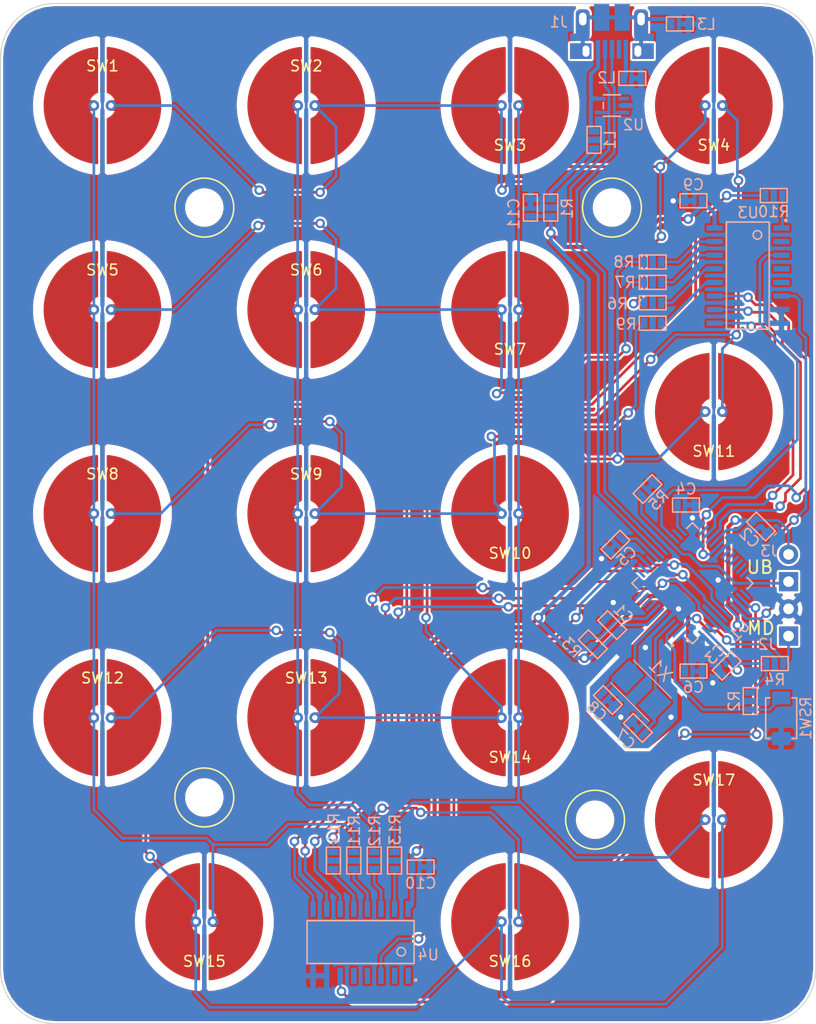
<source format=kicad_pcb>
(kicad_pcb (version 20160815) (host pcbnew "(2016-12-22 revision d365dc5)-master")
  (title_block (rev 0.1))
  (layers (0 F.Cu signal) (31 B.Cu signal) (34 B.Paste user) (35 F.Paste user) (36 B.SilkS user) (37 F.SilkS user) (38 B.Mask user) (39 F.Mask user) (44 Edge.Cuts user))
  (net 0 "")
  (net 1 /COL0)
  (net 2 /COL1)
  (net 3 /COL2)
  (net 4 /COL3)
  (net 5 /ROW1)
  (net 6 /ROW2)
  (net 7 /ROW3)
  (net 8 /ROW4)
  (net 9 /ROW5)
  (net 10 GND)
  (net 11 /RESET)
  (net 12 VCC)
  (net 13 /TSCAP)
  (net 14 /MD)
  (net 15 "Net-(C5-Pad2)")
  (net 16 "Net-(C6-Pad1)")
  (net 17 "Net-(C7-Pad1)")
  (net 18 "Net-(C8-Pad1)")
  (net 19 /VBUS)
  (net 20 /USB_DM)
  (net 21 /USB_DP)
  (net 22 "Net-(J1-Pad5)")
  (net 23 "Net-(J1-Pad6)")
  (net 24 /UB)
  (net 25 "Net-(L1-Pad1)")
  (net 26 "Net-(R3-Pad1)")
  (net 27 "Net-(R6-Pad2)")
  (net 28 "Net-(R7-Pad2)")
  (net 29 "Net-(R8-Pad2)")
  (net 30 "Net-(R9-Pad2)")
  (net 31 "Net-(R10-Pad2)")
  (net 32 "Net-(R11-Pad2)")
  (net 33 "Net-(R12-Pad2)")
  (net 34 "Net-(R13-Pad2)")
  (net 35 "Net-(R14-Pad2)")
  (net 36 /COL_C)
  (net 37 /COL_B)
  (net 38 /COL_A)
  (net 39 /COL)
  (net 40 /ROW)
  (net 41 /COL_INH)
  (net 42 /ROW_INH)
  (net 43 /ROW_C)
  (net 44 /ROW_B)
  (net 45 /ROW_A)
  (module ESC_Pads:ESC_Pad_A (layer F.Cu) (at 109.05 138.1)
    (fp_text reference SW16 (at 0 3.7) (layer F.SilkS))
    (fp_text value ESC_Pad_A hide)
    (pad 2 smd rect (at 1.4 0) (size 1.3 1) (layers F.Cu) (net 2 /COL1))
    (pad 1 smd rect (at -1.4 0) (size 1.3 1) (layers F.Cu) (net 9 /ROW5))
    (pad 0 smd rect (at 0 6) (size 0.4 0.6) (layers F.Cu) (net 10 GND))
    (pad 0 smd rect (at 0 -6) (size 0.4 0.6) (layers F.Cu) (net 10 GND))
    (pad 1 thru_hole circle (at -0.8 0) (size 1 1) (drill 0.5) (layers *.Cu *.Mask) (net 9 /ROW5))
    (pad 2 thru_hole circle (at 0.8 0) (size 1 1) (drill 0.5) (layers *.Cu *.Mask) (net 2 /COL1))
    (pad 0 smd rect (at 0 -6) (size 0.4 0.6) (layers B.Cu) (net 10 GND))
    (pad 0 smd rect (at 0 6) (size 0.4 0.6) (layers B.Cu) (net 10 GND))
  )
  (module ESC_Pads:ESC_Pad_A (layer F.Cu) (at 80.475 138.1)
    (fp_text reference SW15 (at 0 3.7) (layer F.SilkS))
    (fp_text value ESC_Pad_A hide)
    (pad 2 smd rect (at 1.4 0) (size 1.3 1) (layers F.Cu) (net 1 /COL0))
    (pad 1 smd rect (at -1.4 0) (size 1.3 1) (layers F.Cu) (net 9 /ROW5))
    (pad 0 smd rect (at 0 6) (size 0.4 0.6) (layers F.Cu) (net 10 GND))
    (pad 0 smd rect (at 0 -6) (size 0.4 0.6) (layers F.Cu) (net 10 GND))
    (pad 1 thru_hole circle (at -0.8 0) (size 1 1) (drill 0.5) (layers *.Cu *.Mask) (net 9 /ROW5))
    (pad 2 thru_hole circle (at 0.8 0) (size 1 1) (drill 0.5) (layers *.Cu *.Mask) (net 1 /COL0))
    (pad 0 smd rect (at 0 -6) (size 0.4 0.6) (layers B.Cu) (net 10 GND))
    (pad 0 smd rect (at 0 6) (size 0.4 0.6) (layers B.Cu) (net 10 GND))
  )
  (module ESC_Pads:ESC_Pad_A (layer F.Cu) (at 128.1 128.575 180)
    (fp_text reference SW17 (at 0 3.7 180) (layer F.SilkS))
    (fp_text value ESC_Pad_A hide)
    (pad 2 smd rect (at 1.4 0 180) (size 1.3 1) (layers F.Cu) (net 3 /COL2))
    (pad 1 smd rect (at -1.4 0 180) (size 1.3 1) (layers F.Cu) (net 9 /ROW5))
    (pad 0 smd rect (at 0 6 180) (size 0.4 0.6) (layers F.Cu) (net 10 GND))
    (pad 0 smd rect (at 0 -6 180) (size 0.4 0.6) (layers F.Cu) (net 10 GND))
    (pad 1 thru_hole circle (at -0.8 0 180) (size 1 1) (drill 0.5) (layers *.Cu *.Mask) (net 9 /ROW5))
    (pad 2 thru_hole circle (at 0.8 0 180) (size 1 1) (drill 0.5) (layers *.Cu *.Mask) (net 3 /COL2))
    (pad 0 smd rect (at 0 -6 180) (size 0.4 0.6) (layers B.Cu) (net 10 GND))
    (pad 0 smd rect (at 0 6 180) (size 0.4 0.6) (layers B.Cu) (net 10 GND))
  )
  (module ESC_Pads:ESC_Pad_A (layer F.Cu) (at 109.05 119.05)
    (fp_text reference SW14 (at 0 3.7) (layer F.SilkS))
    (fp_text value ESC_Pad_A hide)
    (pad 2 smd rect (at 1.4 0) (size 1.3 1) (layers F.Cu) (net 3 /COL2))
    (pad 1 smd rect (at -1.4 0) (size 1.3 1) (layers F.Cu) (net 8 /ROW4))
    (pad 0 smd rect (at 0 6) (size 0.4 0.6) (layers F.Cu) (net 10 GND))
    (pad 0 smd rect (at 0 -6) (size 0.4 0.6) (layers F.Cu) (net 10 GND))
    (pad 1 thru_hole circle (at -0.8 0) (size 1 1) (drill 0.5) (layers *.Cu *.Mask) (net 8 /ROW4))
    (pad 2 thru_hole circle (at 0.8 0) (size 1 1) (drill 0.5) (layers *.Cu *.Mask) (net 3 /COL2))
    (pad 0 smd rect (at 0 -6) (size 0.4 0.6) (layers B.Cu) (net 10 GND))
    (pad 0 smd rect (at 0 6) (size 0.4 0.6) (layers B.Cu) (net 10 GND))
  )
  (module ESC_Pads:ESC_Pad_A (layer F.Cu) (at 90 119.05 180)
    (fp_text reference SW13 (at 0 3.7 180) (layer F.SilkS))
    (fp_text value ESC_Pad_A hide)
    (pad 2 smd rect (at 1.4 0 180) (size 1.3 1) (layers F.Cu) (net 2 /COL1))
    (pad 1 smd rect (at -1.4 0 180) (size 1.3 1) (layers F.Cu) (net 8 /ROW4))
    (pad 0 smd rect (at 0 6 180) (size 0.4 0.6) (layers F.Cu) (net 10 GND))
    (pad 0 smd rect (at 0 -6 180) (size 0.4 0.6) (layers F.Cu) (net 10 GND))
    (pad 1 thru_hole circle (at -0.8 0 180) (size 1 1) (drill 0.5) (layers *.Cu *.Mask) (net 8 /ROW4))
    (pad 2 thru_hole circle (at 0.8 0 180) (size 1 1) (drill 0.5) (layers *.Cu *.Mask) (net 2 /COL1))
    (pad 0 smd rect (at 0 -6 180) (size 0.4 0.6) (layers B.Cu) (net 10 GND))
    (pad 0 smd rect (at 0 6 180) (size 0.4 0.6) (layers B.Cu) (net 10 GND))
  )
  (module ESC_Pads:ESC_Pad_A (layer F.Cu) (at 70.95 119.05 180)
    (fp_text reference SW12 (at 0 3.7 180) (layer F.SilkS))
    (fp_text value ESC_Pad_A hide)
    (pad 2 smd rect (at 1.4 0 180) (size 1.3 1) (layers F.Cu) (net 1 /COL0))
    (pad 1 smd rect (at -1.4 0 180) (size 1.3 1) (layers F.Cu) (net 8 /ROW4))
    (pad 0 smd rect (at 0 6 180) (size 0.4 0.6) (layers F.Cu) (net 10 GND))
    (pad 0 smd rect (at 0 -6 180) (size 0.4 0.6) (layers F.Cu) (net 10 GND))
    (pad 1 thru_hole circle (at -0.8 0 180) (size 1 1) (drill 0.5) (layers *.Cu *.Mask) (net 8 /ROW4))
    (pad 2 thru_hole circle (at 0.8 0 180) (size 1 1) (drill 0.5) (layers *.Cu *.Mask) (net 1 /COL0))
    (pad 0 smd rect (at 0 -6 180) (size 0.4 0.6) (layers B.Cu) (net 10 GND))
    (pad 0 smd rect (at 0 6 180) (size 0.4 0.6) (layers B.Cu) (net 10 GND))
  )
  (module ESC_Pads:ESC_Pad_A (layer F.Cu) (at 109.05 100)
    (fp_text reference SW10 (at 0 3.7) (layer F.SilkS))
    (fp_text value ESC_Pad_A hide)
    (pad 2 smd rect (at 1.4 0) (size 1.3 1) (layers F.Cu) (net 3 /COL2))
    (pad 1 smd rect (at -1.4 0) (size 1.3 1) (layers F.Cu) (net 7 /ROW3))
    (pad 0 smd rect (at 0 6) (size 0.4 0.6) (layers F.Cu) (net 10 GND))
    (pad 0 smd rect (at 0 -6) (size 0.4 0.6) (layers F.Cu) (net 10 GND))
    (pad 1 thru_hole circle (at -0.8 0) (size 1 1) (drill 0.5) (layers *.Cu *.Mask) (net 7 /ROW3))
    (pad 2 thru_hole circle (at 0.8 0) (size 1 1) (drill 0.5) (layers *.Cu *.Mask) (net 3 /COL2))
    (pad 0 smd rect (at 0 -6) (size 0.4 0.6) (layers B.Cu) (net 10 GND))
    (pad 0 smd rect (at 0 6) (size 0.4 0.6) (layers B.Cu) (net 10 GND))
  )
  (module ESC_Pads:ESC_Pad_A (layer F.Cu) (at 90 100 180)
    (fp_text reference SW9 (at 0 3.7 180) (layer F.SilkS))
    (fp_text value ESC_Pad_A hide)
    (pad 2 smd rect (at 1.4 0 180) (size 1.3 1) (layers F.Cu) (net 2 /COL1))
    (pad 1 smd rect (at -1.4 0 180) (size 1.3 1) (layers F.Cu) (net 7 /ROW3))
    (pad 0 smd rect (at 0 6 180) (size 0.4 0.6) (layers F.Cu) (net 10 GND))
    (pad 0 smd rect (at 0 -6 180) (size 0.4 0.6) (layers F.Cu) (net 10 GND))
    (pad 1 thru_hole circle (at -0.8 0 180) (size 1 1) (drill 0.5) (layers *.Cu *.Mask) (net 7 /ROW3))
    (pad 2 thru_hole circle (at 0.8 0 180) (size 1 1) (drill 0.5) (layers *.Cu *.Mask) (net 2 /COL1))
    (pad 0 smd rect (at 0 -6 180) (size 0.4 0.6) (layers B.Cu) (net 10 GND))
    (pad 0 smd rect (at 0 6 180) (size 0.4 0.6) (layers B.Cu) (net 10 GND))
  )
  (module ESC_Pads:ESC_Pad_A (layer F.Cu) (at 70.95 100 180)
    (fp_text reference SW8 (at 0 3.7 180) (layer F.SilkS))
    (fp_text value ESC_Pad_A hide)
    (pad 2 smd rect (at 1.4 0 180) (size 1.3 1) (layers F.Cu) (net 1 /COL0))
    (pad 1 smd rect (at -1.4 0 180) (size 1.3 1) (layers F.Cu) (net 7 /ROW3))
    (pad 0 smd rect (at 0 6 180) (size 0.4 0.6) (layers F.Cu) (net 10 GND))
    (pad 0 smd rect (at 0 -6 180) (size 0.4 0.6) (layers F.Cu) (net 10 GND))
    (pad 1 thru_hole circle (at -0.8 0 180) (size 1 1) (drill 0.5) (layers *.Cu *.Mask) (net 7 /ROW3))
    (pad 2 thru_hole circle (at 0.8 0 180) (size 1 1) (drill 0.5) (layers *.Cu *.Mask) (net 1 /COL0))
    (pad 0 smd rect (at 0 -6 180) (size 0.4 0.6) (layers B.Cu) (net 10 GND))
    (pad 0 smd rect (at 0 6 180) (size 0.4 0.6) (layers B.Cu) (net 10 GND))
  )
  (module ESC_Pads:ESC_Pad_A (layer F.Cu) (at 128.1 90.475)
    (fp_text reference SW11 (at 0 3.7) (layer F.SilkS))
    (fp_text value ESC_Pad_A hide)
    (pad 2 smd rect (at 1.4 0) (size 1.3 1) (layers F.Cu) (net 4 /COL3))
    (pad 1 smd rect (at -1.4 0) (size 1.3 1) (layers F.Cu) (net 7 /ROW3))
    (pad 0 smd rect (at 0 6) (size 0.4 0.6) (layers F.Cu) (net 10 GND))
    (pad 0 smd rect (at 0 -6) (size 0.4 0.6) (layers F.Cu) (net 10 GND))
    (pad 1 thru_hole circle (at -0.8 0) (size 1 1) (drill 0.5) (layers *.Cu *.Mask) (net 7 /ROW3))
    (pad 2 thru_hole circle (at 0.8 0) (size 1 1) (drill 0.5) (layers *.Cu *.Mask) (net 4 /COL3))
    (pad 0 smd rect (at 0 -6) (size 0.4 0.6) (layers B.Cu) (net 10 GND))
    (pad 0 smd rect (at 0 6) (size 0.4 0.6) (layers B.Cu) (net 10 GND))
  )
  (module ESC_Pads:ESC_Pad_A (layer F.Cu) (at 109.05 80.95)
    (fp_text reference SW7 (at 0 3.7) (layer F.SilkS))
    (fp_text value ESC_Pad_A hide)
    (pad 2 smd rect (at 1.4 0) (size 1.3 1) (layers F.Cu) (net 3 /COL2))
    (pad 1 smd rect (at -1.4 0) (size 1.3 1) (layers F.Cu) (net 6 /ROW2))
    (pad 0 smd rect (at 0 6) (size 0.4 0.6) (layers F.Cu) (net 10 GND))
    (pad 0 smd rect (at 0 -6) (size 0.4 0.6) (layers F.Cu) (net 10 GND))
    (pad 1 thru_hole circle (at -0.8 0) (size 1 1) (drill 0.5) (layers *.Cu *.Mask) (net 6 /ROW2))
    (pad 2 thru_hole circle (at 0.8 0) (size 1 1) (drill 0.5) (layers *.Cu *.Mask) (net 3 /COL2))
    (pad 0 smd rect (at 0 -6) (size 0.4 0.6) (layers B.Cu) (net 10 GND))
    (pad 0 smd rect (at 0 6) (size 0.4 0.6) (layers B.Cu) (net 10 GND))
  )
  (module ESC_Pads:ESC_Pad_A (layer F.Cu) (at 90 80.95 180)
    (fp_text reference SW6 (at 0 3.7 180) (layer F.SilkS))
    (fp_text value ESC_Pad_A hide)
    (pad 2 smd rect (at 1.4 0 180) (size 1.3 1) (layers F.Cu) (net 2 /COL1))
    (pad 1 smd rect (at -1.4 0 180) (size 1.3 1) (layers F.Cu) (net 6 /ROW2))
    (pad 0 smd rect (at 0 6 180) (size 0.4 0.6) (layers F.Cu) (net 10 GND))
    (pad 0 smd rect (at 0 -6 180) (size 0.4 0.6) (layers F.Cu) (net 10 GND))
    (pad 1 thru_hole circle (at -0.8 0 180) (size 1 1) (drill 0.5) (layers *.Cu *.Mask) (net 6 /ROW2))
    (pad 2 thru_hole circle (at 0.8 0 180) (size 1 1) (drill 0.5) (layers *.Cu *.Mask) (net 2 /COL1))
    (pad 0 smd rect (at 0 -6 180) (size 0.4 0.6) (layers B.Cu) (net 10 GND))
    (pad 0 smd rect (at 0 6 180) (size 0.4 0.6) (layers B.Cu) (net 10 GND))
  )
  (module ESC_Pads:ESC_Pad_A (layer F.Cu) (at 70.95 80.95 180)
    (fp_text reference SW5 (at 0 3.7 180) (layer F.SilkS))
    (fp_text value ESC_Pad_A hide)
    (pad 2 smd rect (at 1.4 0 180) (size 1.3 1) (layers F.Cu) (net 1 /COL0))
    (pad 1 smd rect (at -1.4 0 180) (size 1.3 1) (layers F.Cu) (net 6 /ROW2))
    (pad 0 smd rect (at 0 6 180) (size 0.4 0.6) (layers F.Cu) (net 10 GND))
    (pad 0 smd rect (at 0 -6 180) (size 0.4 0.6) (layers F.Cu) (net 10 GND))
    (pad 1 thru_hole circle (at -0.8 0 180) (size 1 1) (drill 0.5) (layers *.Cu *.Mask) (net 6 /ROW2))
    (pad 2 thru_hole circle (at 0.8 0 180) (size 1 1) (drill 0.5) (layers *.Cu *.Mask) (net 1 /COL0))
    (pad 0 smd rect (at 0 -6 180) (size 0.4 0.6) (layers B.Cu) (net 10 GND))
    (pad 0 smd rect (at 0 6 180) (size 0.4 0.6) (layers B.Cu) (net 10 GND))
  )
  (module ESC_Pads:ESC_Pad_A (layer F.Cu) (at 128.1 61.9)
    (fp_text reference SW4 (at 0 3.7) (layer F.SilkS))
    (fp_text value ESC_Pad_A hide)
    (pad 2 smd rect (at 1.4 0) (size 1.3 1) (layers F.Cu) (net 4 /COL3))
    (pad 1 smd rect (at -1.4 0) (size 1.3 1) (layers F.Cu) (net 5 /ROW1))
    (pad 0 smd rect (at 0 6) (size 0.4 0.6) (layers F.Cu) (net 10 GND))
    (pad 0 smd rect (at 0 -6) (size 0.4 0.6) (layers F.Cu) (net 10 GND))
    (pad 1 thru_hole circle (at -0.8 0) (size 1 1) (drill 0.5) (layers *.Cu *.Mask) (net 5 /ROW1))
    (pad 2 thru_hole circle (at 0.8 0) (size 1 1) (drill 0.5) (layers *.Cu *.Mask) (net 4 /COL3))
    (pad 0 smd rect (at 0 -6) (size 0.4 0.6) (layers B.Cu) (net 10 GND))
    (pad 0 smd rect (at 0 6) (size 0.4 0.6) (layers B.Cu) (net 10 GND))
  )
  (module ESC_Pads:ESC_Pad_A (layer F.Cu) (at 109.05 61.9)
    (fp_text reference SW3 (at 0 3.7) (layer F.SilkS))
    (fp_text value ESC_Pad_A hide)
    (pad 2 smd rect (at 1.399999 0) (size 1.3 1) (layers F.Cu) (net 3 /COL2))
    (pad 1 smd rect (at -1.399999 0) (size 1.3 1) (layers F.Cu) (net 5 /ROW1))
    (pad 0 smd rect (at 0 6) (size 0.4 0.6) (layers F.Cu) (net 10 GND))
    (pad 0 smd rect (at 0 -6) (size 0.4 0.6) (layers F.Cu) (net 10 GND))
    (pad 1 thru_hole circle (at -0.799999 0) (size 1 1) (drill 0.5) (layers *.Cu *.Mask) (net 5 /ROW1))
    (pad 2 thru_hole circle (at 0.799999 0) (size 1 1) (drill 0.5) (layers *.Cu *.Mask) (net 3 /COL2))
    (pad 0 smd rect (at 0 -6) (size 0.4 0.6) (layers B.Cu) (net 10 GND))
    (pad 0 smd rect (at 0 6) (size 0.4 0.6) (layers B.Cu) (net 10 GND))
  )
  (module ESC_Pads:ESC_Pad_A (layer F.Cu) (at 90 61.9 180)
    (fp_text reference SW2 (at 0 3.7 180) (layer F.SilkS))
    (fp_text value ESC_Pad_A hide)
    (pad 2 smd rect (at 1.4 0 180) (size 1.3 1) (layers F.Cu) (net 2 /COL1))
    (pad 1 smd rect (at -1.4 0 180) (size 1.3 1) (layers F.Cu) (net 5 /ROW1))
    (pad 0 smd rect (at 0 6 180) (size 0.4 0.6) (layers F.Cu) (net 10 GND))
    (pad 0 smd rect (at 0 -6 180) (size 0.4 0.6) (layers F.Cu) (net 10 GND))
    (pad 1 thru_hole circle (at -0.8 0 180) (size 1 1) (drill 0.5) (layers *.Cu *.Mask) (net 5 /ROW1))
    (pad 2 thru_hole circle (at 0.8 0 180) (size 1 1) (drill 0.5) (layers *.Cu *.Mask) (net 2 /COL1))
    (pad 0 smd rect (at 0 -6 180) (size 0.4 0.6) (layers B.Cu) (net 10 GND))
    (pad 0 smd rect (at 0 6 180) (size 0.4 0.6) (layers B.Cu) (net 10 GND))
  )
  (module ESC_Pads:ESC_Pad_A (layer F.Cu) (at 70.95 61.9 180)
    (fp_text reference SW1 (at 0 3.7 180) (layer F.SilkS))
    (fp_text value ESC_Pad_A hide)
    (pad 2 smd rect (at 1.4 0 180) (size 1.3 1) (layers F.Cu) (net 1 /COL0))
    (pad 1 smd rect (at -1.4 0 180) (size 1.3 1) (layers F.Cu) (net 5 /ROW1))
    (pad 0 smd rect (at 0 6 180) (size 0.4 0.6) (layers F.Cu) (net 10 GND))
    (pad 0 smd rect (at 0 -6 180) (size 0.4 0.6) (layers F.Cu) (net 10 GND))
    (pad 1 thru_hole circle (at -0.8 0 180) (size 1 1) (drill 0.5) (layers *.Cu *.Mask) (net 5 /ROW1))
    (pad 2 thru_hole circle (at 0.8 0 180) (size 1 1) (drill 0.5) (layers *.Cu *.Mask) (net 1 /COL0))
    (pad 0 smd rect (at 0 -6 180) (size 0.4 0.6) (layers B.Cu) (net 10 GND))
    (pad 0 smd rect (at 0 6 180) (size 0.4 0.6) (layers B.Cu) (net 10 GND))
  )
  (module local_mod:0603_1608 (layer B.Cu) (at 118.6 110.4 135)
    (fp_text reference C1 (at 0 1.5 135) (layer B.SilkS) (effects (font (size 1.016 1.016) (thickness 0.1524)) (justify mirror)))
    (fp_text value 100n hide)
    (pad 1 smd rect (at -0.799999 0 135) (size 0.6 1) (layers B.Cu B.Paste B.Mask) (net 12 VCC))
    (pad 2 smd rect (at 0.799999 0 135) (size 0.6 1) (layers B.Cu B.Paste B.Mask) (net 10 GND))
  )
  (module local_mod:0603_1608 (layer B.Cu) (at 132.5 101.2 315)
    (fp_text reference C2 (at 0 1.5 315) (layer B.SilkS) (effects (font (size 1.016 1.016) (thickness 0.1524)) (justify mirror)))
    (fp_text value 100n hide)
    (pad 2 smd rect (at 0.799999 0 315) (size 0.6 1) (layers B.Cu B.Paste B.Mask) (net 10 GND))
    (pad 1 smd rect (at -0.799999 0 315) (size 0.6 1) (layers B.Cu B.Paste B.Mask) (net 12 VCC))
  )
  (module local_mod:0603_1608 (layer B.Cu) (at 129.3 114.2 225)
    (fp_text reference C3 (at 0 1.5 225) (layer B.SilkS) (effects (font (size 1.016 1.016) (thickness 0.1524)) (justify mirror)))
    (fp_text value 100n hide)
    (pad 1 smd rect (at -0.799999 0 225) (size 0.6 1) (layers B.Cu B.Paste B.Mask) (net 12 VCC))
    (pad 2 smd rect (at 0.799999 0 225) (size 0.6 1) (layers B.Cu B.Paste B.Mask) (net 10 GND))
  )
  (module local_mod:0603_1608 (layer B.Cu) (at 125.5 99.2 180)
    (fp_text reference C4 (at 0 1.5 180) (layer B.SilkS) (effects (font (size 1.016 1.016) (thickness 0.1524)) (justify mirror)))
    (fp_text value 10n hide)
    (pad 1 smd rect (at -0.8 0 180) (size 0.6 1) (layers B.Cu B.Paste B.Mask) (net 10 GND))
    (pad 2 smd rect (at 0.8 0 180) (size 0.6 1) (layers B.Cu B.Paste B.Mask) (net 13 /TSCAP))
  )
  (module local_mod:0603_1608 (layer B.Cu) (at 118.9 102.9 45)
    (fp_text reference C5 (at 0 1.5 45) (layer B.SilkS) (effects (font (size 1.016 1.016) (thickness 0.1524)) (justify mirror)))
    (fp_text value 330n hide)
    (pad 2 smd rect (at 0.799999 0 45) (size 0.6 1) (layers B.Cu B.Paste B.Mask) (net 15 "Net-(C5-Pad2)"))
    (pad 1 smd rect (at -0.799999 0 45) (size 0.6 1) (layers B.Cu B.Paste B.Mask) (net 10 GND))
  )
  (module local_mod:0603_1608 (layer B.Cu) (at 126.2 114.7)
    (fp_text reference C6 (at 0 1.5) (layer B.SilkS) (effects (font (size 1.016 1.016) (thickness 0.1524)) (justify mirror)))
    (fp_text value 4u7 hide)
    (pad 1 smd rect (at -0.8 0) (size 0.6 1) (layers B.Cu B.Paste B.Mask) (net 16 "Net-(C6-Pad1)"))
    (pad 2 smd rect (at 0.8 0) (size 0.6 1) (layers B.Cu B.Paste B.Mask) (net 10 GND))
  )
  (module local_mod:0603_1608 (layer B.Cu) (at 121 120 135)
    (fp_text reference C7 (at 0.070711 -1.626346 135) (layer B.SilkS) (effects (font (size 1.016 1.016) (thickness 0.1524)) (justify mirror)))
    (fp_text value 4p hide)
    (pad 1 smd rect (at -0.799999 0 135) (size 0.6 1) (layers B.Cu B.Paste B.Mask) (net 17 "Net-(C7-Pad1)"))
    (pad 2 smd rect (at 0.799999 0 135) (size 0.6 1) (layers B.Cu B.Paste B.Mask) (net 10 GND))
  )
  (module local_mod:0603_1608 (layer B.Cu) (at 118.2 117.4 315)
    (fp_text reference C8 (at 0 1.5 315) (layer B.SilkS) (effects (font (size 1.016 1.016) (thickness 0.1524)) (justify mirror)))
    (fp_text value 4p hide)
    (pad 2 smd rect (at 0.799999 0 315) (size 0.6 1) (layers B.Cu B.Paste B.Mask) (net 10 GND))
    (pad 1 smd rect (at -0.799999 0 315) (size 0.6 1) (layers B.Cu B.Paste B.Mask) (net 18 "Net-(C8-Pad1)"))
  )
  (module local_mod:0603_1608 (layer B.Cu) (at 126.195 70.79 180)
    (fp_text reference C9 (at 0 1.5 180) (layer B.SilkS) (effects (font (size 1.016 1.016) (thickness 0.1524)) (justify mirror)))
    (fp_text value 100n hide)
    (pad 2 smd rect (at 0.8 0 180) (size 0.6 1) (layers B.Cu B.Paste B.Mask) (net 10 GND))
    (pad 1 smd rect (at -0.8 0 180) (size 0.6 1) (layers B.Cu B.Paste B.Mask) (net 12 VCC))
  )
  (module local_mod:0603_1608 (layer B.Cu) (at 100.7 133)
    (fp_text reference C10 (at 0 1.5) (layer B.SilkS) (effects (font (size 1.016 1.016) (thickness 0.1524)) (justify mirror)))
    (fp_text value 100n hide)
    (pad 2 smd rect (at 0.8 0) (size 0.6 1) (layers B.Cu B.Paste B.Mask) (net 10 GND))
    (pad 1 smd rect (at -0.8 0) (size 0.6 1) (layers B.Cu B.Paste B.Mask) (net 12 VCC))
  )
  (module local_mod:0603_1608 (layer B.Cu) (at 110.955 71.425 90)
    (fp_text reference C11 (at -0.575 -1.555 90) (layer B.SilkS) (effects (font (size 1.016 1.016) (thickness 0.1524)) (justify mirror)))
    (fp_text value 4u7 hide)
    (pad 1 smd rect (at -0.8 0 90) (size 0.6 1) (layers B.Cu B.Paste B.Mask) (net 12 VCC))
    (pad 2 smd rect (at 0.8 0 90) (size 0.6 1) (layers B.Cu B.Paste B.Mask) (net 10 GND))
  )
  (module local_mod:10103594 (layer B.Cu) (at 118.575 56.82)
    (fp_text reference J1 (at -4.975 -2.72) (layer B.SilkS) (effects (justify mirror)))
    (fp_text value MicroB hide)
    (pad 1 smd rect (at -1.3 -0.175) (size 0.4 1.75) (layers B.Cu B.Paste B.Mask) (net 19 /VBUS))
    (pad 2 smd rect (at -0.65 -0.175) (size 0.4 1.75) (layers B.Cu B.Paste B.Mask) (net 20 /USB_DM))
    (pad 3 smd rect (at 0 -0.175) (size 0.4 1.75) (layers B.Cu B.Paste B.Mask) (net 21 /USB_DP))
    (pad 4 smd rect (at 0.65 -0.175) (size 0.4 1.75) (layers B.Cu B.Paste B.Mask))
    (pad 5 smd rect (at 1.3 -0.175) (size 0.4 1.75) (layers B.Cu B.Paste B.Mask) (net 22 "Net-(J1-Pad5)"))
    (pad 6 thru_hole rect (at -2.425 0) (size 2 1.46) (drill oval 0.65 1.05 (offset -0.49 0)) (layers *.Cu *.Mask B.Paste) (net 23 "Net-(J1-Pad6)"))
    (pad 6 thru_hole rect (at 2.425 0) (size 2 1.46) (drill oval 0.65 1.05 (offset 0.49 0)) (layers *.Cu *.Mask B.Paste) (net 23 "Net-(J1-Pad6)"))
    (pad 6 thru_hole roundrect (at -2.725 -3) (size 1.3 2.7) (drill oval 0.7 1.2 (offset 0 0.45)) (layers *.Cu *.Mask B.Paste) (roundrect_rratio 0.3) (net 23 "Net-(J1-Pad6)"))
    (pad 6 thru_hole roundrect (at 2.725 -3) (size 1.3 2.7) (drill oval 0.7 1.2 (offset 0 0.45)) (layers *.Cu *.Mask B.Paste) (roundrect_rratio 0.3) (net 23 "Net-(J1-Pad6)"))
    (pad 6 smd rect (at -0.9625 -3.15) (size 1.425 2.5) (layers B.Cu B.Paste B.Mask) (net 23 "Net-(J1-Pad6)"))
    (pad 6 smd rect (at 0.9625 -3.15) (size 1.425 2.5) (layers B.Cu B.Paste B.Mask) (net 23 "Net-(J1-Pad6)"))
    (pad 6 smd rect (at -3 -1.3) (size 1.83 0.7) (layers B.Cu B.Paste B.Mask) (net 23 "Net-(J1-Pad6)"))
    (pad 6 smd rect (at 3 -1.3) (size 1.83 0.7) (layers B.Cu B.Paste B.Mask) (net 23 "Net-(J1-Pad6)"))
  )
  (module local_mod:J2 (layer B.Cu) (at 135.085 110.16)
    (fp_text reference J2 (at -1.985 2.04) (layer B.SilkS) (effects (justify mirror)))
    (fp_text value CON2 hide)
    (pad 2 thru_hole circle (at 0 -1.27) (size 1.8 1.8) (drill 1) (layers *.Cu *.Mask) (net 10 GND))
    (pad 1 thru_hole rect (at 0 1.27) (size 1.8 1.8) (drill 1) (layers *.Cu *.Mask) (net 14 /MD))
  )
  (module local_mod:J2 (layer B.Cu) (at 135.085 105.08)
    (fp_text reference J3 (at -1.785 -1.58) (layer B.SilkS) (effects (justify mirror)))
    (fp_text value CON2 hide)
    (pad 1 thru_hole rect (at 0 1.27) (size 1.8 1.8) (drill 1) (layers *.Cu *.Mask) (net 24 /UB))
    (pad 2 thru_hole circle (at 0 -1.27) (size 1.8 1.8) (drill 1) (layers *.Cu *.Mask) (net 12 VCC))
  )
  (module local_mod:0603_1608 (layer B.Cu) (at 116.9 65.1 90)
    (fp_text reference L1 (at 0 1.5 90) (layer B.SilkS) (effects (font (size 1.016 1.016) (thickness 0.1524)) (justify mirror)))
    (fp_text value INDUCTOR2 hide)
    (pad 1 smd rect (at -0.8 0 90) (size 0.6 1) (layers B.Cu B.Paste B.Mask) (net 25 "Net-(L1-Pad1)"))
    (pad 2 smd rect (at 0.8 0 90) (size 0.6 1) (layers B.Cu B.Paste B.Mask) (net 19 /VBUS))
  )
  (module local_mod:0603_1608 (layer B.Cu) (at 120.48 59.36 180)
    (fp_text reference L2 (at 2.38 0.06 180) (layer B.SilkS) (effects (font (size 1.016 1.016) (thickness 0.1524)) (justify mirror)))
    (fp_text value INDUCTOR2 hide)
    (pad 2 smd rect (at 0.8 0 180) (size 0.6 1) (layers B.Cu B.Paste B.Mask) (net 22 "Net-(J1-Pad5)"))
    (pad 1 smd rect (at -0.8 0 180) (size 0.6 1) (layers B.Cu B.Paste B.Mask) (net 10 GND))
  )
  (module local_mod:0603_1608 (layer B.Cu) (at 124.925 54.28 180)
    (fp_text reference L3 (at -2.475 -0.02 180) (layer B.SilkS) (effects (font (size 1.016 1.016) (thickness 0.1524)) (justify mirror)))
    (fp_text value INDUCTOR2 hide)
    (pad 1 smd rect (at -0.8 0 180) (size 0.6 1) (layers B.Cu B.Paste B.Mask) (net 10 GND))
    (pad 2 smd rect (at 0.8 0 180) (size 0.6 1) (layers B.Cu B.Paste B.Mask) (net 23 "Net-(J1-Pad6)"))
  )
  (module local_mod:0603_1608 (layer B.Cu) (at 112.86 71.425 270)
    (fp_text reference R1 (at 0.075 -1.54 270) (layer B.SilkS) (effects (font (size 1.016 1.016) (thickness 0.1524)) (justify mirror)))
    (fp_text value Polyswitch hide)
    (pad 2 smd rect (at 0.8 0 270) (size 0.6 1) (layers B.Cu B.Paste B.Mask) (net 12 VCC))
    (pad 1 smd rect (at -0.8 0 270) (size 0.6 1) (layers B.Cu B.Paste B.Mask) (net 25 "Net-(L1-Pad1)"))
  )
  (module local_mod:0603_1608_R (layer B.Cu) (at 131.5 117.5 270)
    (fp_text reference R2 (at 0 1.5 270) (layer B.SilkS) (effects (font (size 1.016 1.016) (thickness 0.1524)) (justify mirror)))
    (fp_text value 4K7 hide)
    (pad 2 smd rect (at 0.8 0 270) (size 0.6 1) (layers B.Cu B.Paste B.Mask) (net 11 /RESET))
    (pad 1 smd rect (at -0.8 0 270) (size 0.6 1) (layers B.Cu B.Paste B.Mask) (net 12 VCC))
  )
  (module local_mod:0603_1608_R (layer B.Cu) (at 116.8 112.2 315)
    (fp_text reference R3 (at -1.202082 1.626346 315) (layer B.SilkS) (effects (font (size 1.016 1.016) (thickness 0.1524)) (justify mirror)))
    (fp_text value 10K hide)
    (pad 1 smd rect (at -0.799999 0 315) (size 0.6 1) (layers B.Cu B.Paste B.Mask) (net 26 "Net-(R3-Pad1)"))
    (pad 2 smd rect (at 0.799999 0 315) (size 0.6 1) (layers B.Cu B.Paste B.Mask) (net 12 VCC))
  )
  (module local_mod:0603_1608_R (layer B.Cu) (at 133.8 114)
    (fp_text reference R4 (at 0 1.5) (layer B.SilkS) (effects (font (size 1.016 1.016) (thickness 0.1524)) (justify mirror)))
    (fp_text value 4K7 hide)
    (pad 1 smd rect (at -0.8 0) (size 0.6 1) (layers B.Cu B.Paste B.Mask) (net 12 VCC))
    (pad 2 smd rect (at 0.8 0) (size 0.6 1) (layers B.Cu B.Paste B.Mask) (net 14 /MD))
  )
  (module local_mod:0603_1608_R (layer B.Cu) (at 121.9 97.7 45)
    (fp_text reference R5 (at 0 1.5 45) (layer B.SilkS) (effects (font (size 1.016 1.016) (thickness 0.1524)) (justify mirror)))
    (fp_text value 10K hide)
    (pad 2 smd rect (at 0.799999 0 45) (size 0.6 1) (layers B.Cu B.Paste B.Mask) (net 10 GND))
    (pad 1 smd rect (at -0.799999 0 45) (size 0.6 1) (layers B.Cu B.Paste B.Mask) (net 24 /UB))
  )
  (module local_mod:0603_1608_R (layer B.Cu) (at 122.385 80.315)
    (fp_text reference R6 (at -3.285 0.085) (layer B.SilkS) (effects (font (size 1.016 1.016) (thickness 0.1524)) (justify mirror)))
    (fp_text value 470 hide)
    (pad 2 smd rect (at 0.8 0) (size 0.6 1) (layers B.Cu B.Paste B.Mask) (net 27 "Net-(R6-Pad2)"))
    (pad 1 smd rect (at -0.8 0) (size 0.6 1) (layers B.Cu B.Paste B.Mask) (net 5 /ROW1))
  )
  (module local_mod:0603_1608_R (layer B.Cu) (at 122.385 78.41)
    (fp_text reference R7 (at -2.585 -0.01) (layer B.SilkS) (effects (font (size 1.016 1.016) (thickness 0.1524)) (justify mirror)))
    (fp_text value 470 hide)
    (pad 1 smd rect (at -0.8 0) (size 0.6 1) (layers B.Cu B.Paste B.Mask) (net 6 /ROW2))
    (pad 2 smd rect (at 0.8 0) (size 0.6 1) (layers B.Cu B.Paste B.Mask) (net 28 "Net-(R7-Pad2)"))
  )
  (module local_mod:0603_1608_R (layer B.Cu) (at 122.385 76.505)
    (fp_text reference R8 (at -2.685 -0.005) (layer B.SilkS) (effects (font (size 1.016 1.016) (thickness 0.1524)) (justify mirror)))
    (fp_text value 470 hide)
    (pad 2 smd rect (at 0.8 0) (size 0.6 1) (layers B.Cu B.Paste B.Mask) (net 29 "Net-(R8-Pad2)"))
    (pad 1 smd rect (at -0.8 0) (size 0.6 1) (layers B.Cu B.Paste B.Mask) (net 7 /ROW3))
  )
  (module local_mod:0603_1608_R (layer B.Cu) (at 122.385 82.22)
    (fp_text reference R9 (at -2.485 0.08) (layer B.SilkS) (effects (font (size 1.016 1.016) (thickness 0.1524)) (justify mirror)))
    (fp_text value 470 hide)
    (pad 1 smd rect (at -0.8 0) (size 0.6 1) (layers B.Cu B.Paste B.Mask) (net 8 /ROW4))
    (pad 2 smd rect (at 0.8 0) (size 0.6 1) (layers B.Cu B.Paste B.Mask) (net 30 "Net-(R9-Pad2)"))
  )
  (module local_mod:0603_1608_R (layer B.Cu) (at 133.7 70.3)
    (fp_text reference R10 (at 0 1.5) (layer B.SilkS) (effects (font (size 1.016 1.016) (thickness 0.1524)) (justify mirror)))
    (fp_text value 470 hide)
    (pad 2 smd rect (at 0.8 0) (size 0.6 1) (layers B.Cu B.Paste B.Mask) (net 31 "Net-(R10-Pad2)"))
    (pad 1 smd rect (at -0.8 0) (size 0.6 1) (layers B.Cu B.Paste B.Mask) (net 9 /ROW5))
  )
  (module local_mod:0603_1608_R (layer B.Cu) (at 94.445 132.385 270)
    (fp_text reference R11 (at -2.785 -0.055 270) (layer B.SilkS) (effects (font (size 1.016 1.016) (thickness 0.1524)) (justify mirror)))
    (fp_text value 470 hide)
    (pad 1 smd rect (at -0.8 0 270) (size 0.6 1) (layers B.Cu B.Paste B.Mask) (net 1 /COL0))
    (pad 2 smd rect (at 0.8 0 270) (size 0.6 1) (layers B.Cu B.Paste B.Mask) (net 32 "Net-(R11-Pad2)"))
  )
  (module local_mod:0603_1608_R (layer B.Cu) (at 96.35 132.385 270)
    (fp_text reference R12 (at -2.785 -0.05 270) (layer B.SilkS) (effects (font (size 1.016 1.016) (thickness 0.1524)) (justify mirror)))
    (fp_text value 470 hide)
    (pad 1 smd rect (at -0.8 0 270) (size 0.6 1) (layers B.Cu B.Paste B.Mask) (net 2 /COL1))
    (pad 2 smd rect (at 0.8 0 270) (size 0.6 1) (layers B.Cu B.Paste B.Mask) (net 33 "Net-(R12-Pad2)"))
  )
  (module local_mod:0603_1608_R (layer B.Cu) (at 98.255 132.385 270)
    (fp_text reference R13 (at -2.885 -0.045 270) (layer B.SilkS) (effects (font (size 1.016 1.016) (thickness 0.1524)) (justify mirror)))
    (fp_text value 470 hide)
    (pad 1 smd rect (at -0.8 0 270) (size 0.6 1) (layers B.Cu B.Paste B.Mask) (net 3 /COL2))
    (pad 2 smd rect (at 0.8 0 270) (size 0.6 1) (layers B.Cu B.Paste B.Mask) (net 34 "Net-(R13-Pad2)"))
  )
  (module local_mod:0603_1608_R (layer B.Cu) (at 92.54 132.385 270)
    (fp_text reference R14 (at -2.985 -0.06 270) (layer B.SilkS) (effects (font (size 1.016 1.016) (thickness 0.1524)) (justify mirror)))
    (fp_text value 470 hide)
    (pad 2 smd rect (at 0.8 0 270) (size 0.6 1) (layers B.Cu B.Paste B.Mask) (net 35 "Net-(R14-Pad2)"))
    (pad 1 smd rect (at -0.8 0 270) (size 0.6 1) (layers B.Cu B.Paste B.Mask) (net 4 /COL3))
  )
  (module local_mod:TD_85XU (layer B.Cu) (at 134.4 119.1 270)
    (fp_text reference RSW1 (at 0 -2.3 270) (layer B.SilkS) (effects (justify mirror)))
    (fp_text value SWITCH hide)
    (pad 1 smd rect (at -1.9 0 270) (size 1.2 1.7) (layers B.Cu B.Paste B.Mask) (net 11 /RESET))
    (pad 2 smd rect (at 1.9 0 270) (size 1.2 1.7) (layers B.Cu B.Paste B.Mask) (net 10 GND))
  )
  (module local_mod:M3NP (layer F.Cu) (at 80.475 71.425)
    (fp_text reference SR1 hide)
    (fp_text value M3 hide)
    (pad "" np_thru_hole circle (at 0 0) (size 3.2 3.2) (drill 3.2) (layers *.Cu *.Mask))
  )
  (module local_mod:M3NP (layer F.Cu) (at 80.475 126.5)
    (fp_text reference SR2 hide)
    (fp_text value M3 hide)
    (pad "" np_thru_hole circle (at 0 0) (size 3.2 3.2) (drill 3.2) (layers *.Cu *.Mask))
  )
  (module local_mod:M3NP (layer F.Cu) (at 118.575 71.425)
    (fp_text reference SR3 hide)
    (fp_text value M3 hide)
    (pad "" np_thru_hole circle (at 0 0) (size 3.2 3.2) (drill 3.2) (layers *.Cu *.Mask))
  )
  (module local_mod:M3NP (layer F.Cu) (at 117 128.575)
    (fp_text reference SR4 hide)
    (fp_text value M3 hide)
    (pad "" np_thru_hole circle (at 0 0) (size 3.2 3.2) (drill 3.2) (layers *.Cu *.Mask))
  )
  (module local_mod:LQFP48-0.5 (layer B.Cu) (at 126.1 106.5 45)
    (fp_text reference U1 (at 0 6.25 45) (layer B.SilkS) (effects (font (size 1.016 1.016) (thickness 0.1524)) (justify mirror)))
    (fp_text value R5F5231XAXFL hide)
    (pad 1 smd rect (at -4.2 2.75 45) (size 1.3 0.25) (layers B.Cu B.Paste B.Mask) (net 16 "Net-(C6-Pad1)"))
    (pad 2 smd rect (at -4.2 2.25 45) (size 1.3 0.25) (layers B.Cu B.Paste B.Mask) (net 14 /MD))
    (pad 3 smd rect (at -4.2 1.749999 45) (size 1.3 0.25) (layers B.Cu B.Paste B.Mask) (net 11 /RESET))
    (pad 4 smd rect (at -4.2 1.25 45) (size 1.3 0.25) (layers B.Cu B.Paste B.Mask) (net 17 "Net-(C7-Pad1)"))
    (pad 5 smd rect (at -4.2 0.750001 45) (size 1.3 0.25) (layers B.Cu B.Paste B.Mask) (net 10 GND))
    (pad 6 smd rect (at -4.2 0.25 45) (size 1.3 0.25) (layers B.Cu B.Paste B.Mask) (net 18 "Net-(C8-Pad1)"))
    (pad 7 smd rect (at -4.2 -0.25 45) (size 1.3 0.25) (layers B.Cu B.Paste B.Mask) (net 12 VCC))
    (pad 8 smd rect (at -4.2 -0.750001 45) (size 1.3 0.25) (layers B.Cu B.Paste B.Mask) (net 26 "Net-(R3-Pad1)"))
    (pad 9 smd rect (at -4.2 -1.25 45) (size 1.3 0.25) (layers B.Cu B.Paste B.Mask))
    (pad 10 smd rect (at -4.2 -1.749999 45) (size 1.3 0.25) (layers B.Cu B.Paste B.Mask))
    (pad 11 smd rect (at -4.2 -2.25 45) (size 1.3 0.25) (layers B.Cu B.Paste B.Mask))
    (pad 12 smd rect (at -4.2 -2.75 45) (size 1.3 0.25) (layers B.Cu B.Paste B.Mask))
    (pad 25 smd rect (at 4.2 -2.75 45) (size 1.3 0.25) (layers B.Cu B.Paste B.Mask))
    (pad 26 smd rect (at 4.2 -2.25 45) (size 1.3 0.25) (layers B.Cu B.Paste B.Mask) (net 43 /ROW_C))
    (pad 27 smd rect (at 4.2 -1.749999 45) (size 1.3 0.25) (layers B.Cu B.Paste B.Mask) (net 44 /ROW_B))
    (pad 28 smd rect (at 4.2 -1.25 45) (size 1.3 0.25) (layers B.Cu B.Paste B.Mask) (net 12 VCC))
    (pad 29 smd rect (at 4.2 -0.750001 45) (size 1.3 0.25) (layers B.Cu B.Paste B.Mask) (net 45 /ROW_A))
    (pad 30 smd rect (at 4.2 -0.25 45) (size 1.3 0.25) (layers B.Cu B.Paste B.Mask) (net 10 GND))
    (pad 31 smd rect (at 4.2 0.25 45) (size 1.3 0.25) (layers B.Cu B.Paste B.Mask))
    (pad 32 smd rect (at 4.2 0.750001 45) (size 1.3 0.25) (layers B.Cu B.Paste B.Mask))
    (pad 33 smd rect (at 4.2 1.25 45) (size 1.3 0.25) (layers B.Cu B.Paste B.Mask))
    (pad 34 smd rect (at 4.2 1.749999 45) (size 1.3 0.25) (layers B.Cu B.Paste B.Mask))
    (pad 35 smd rect (at 4.2 2.25 45) (size 1.3 0.25) (layers B.Cu B.Paste B.Mask))
    (pad 36 smd rect (at 4.2 2.75 45) (size 1.3 0.25) (layers B.Cu B.Paste B.Mask))
    (pad 13 smd rect (at -2.75 -4.2 45) (size 0.25 1.3) (layers B.Cu B.Paste B.Mask))
    (pad 14 smd rect (at -2.25 -4.2 45) (size 0.25 1.3) (layers B.Cu B.Paste B.Mask))
    (pad 15 smd rect (at -1.749999 -4.2 45) (size 0.25 1.3) (layers B.Cu B.Paste B.Mask) (net 39 /COL))
    (pad 16 smd rect (at -1.25 -4.2 45) (size 0.25 1.3) (layers B.Cu B.Paste B.Mask))
    (pad 17 smd rect (at -0.750001 -4.2 45) (size 0.25 1.3) (layers B.Cu B.Paste B.Mask) (net 15 "Net-(C5-Pad2)"))
    (pad 18 smd rect (at -0.25 -4.2 45) (size 0.25 1.3) (layers B.Cu B.Paste B.Mask) (net 20 /USB_DM))
    (pad 19 smd rect (at 0.25 -4.2 45) (size 0.25 1.3) (layers B.Cu B.Paste B.Mask) (net 21 /USB_DP))
    (pad 20 smd rect (at 0.750001 -4.2 45) (size 0.25 1.3) (layers B.Cu B.Paste B.Mask) (net 10 GND))
    (pad 21 smd rect (at 1.25 -4.2 45) (size 0.25 1.3) (layers B.Cu B.Paste B.Mask) (net 24 /UB))
    (pad 22 smd rect (at 1.749999 -4.2 45) (size 0.25 1.3) (layers B.Cu B.Paste B.Mask) (net 40 /ROW))
    (pad 23 smd rect (at 2.25 -4.2 45) (size 0.25 1.3) (layers B.Cu B.Paste B.Mask))
    (pad 24 smd rect (at 2.75 -4.2 45) (size 0.25 1.3) (layers B.Cu B.Paste B.Mask) (net 13 /TSCAP))
    (pad 37 smd rect (at 2.75 4.2 45) (size 0.25 1.3) (layers B.Cu B.Paste B.Mask))
    (pad 38 smd rect (at 2.25 4.2 45) (size 0.25 1.3) (layers B.Cu B.Paste B.Mask) (net 41 /COL_INH))
    (pad 39 smd rect (at 1.749999 4.2 45) (size 0.25 1.3) (layers B.Cu B.Paste B.Mask) (net 10 GND))
    (pad 40 smd rect (at 1.25 4.2 45) (size 0.25 1.3) (layers B.Cu B.Paste B.Mask) (net 42 /ROW_INH))
    (pad 41 smd rect (at 0.750001 4.2 45) (size 0.25 1.3) (layers B.Cu B.Paste B.Mask) (net 12 VCC))
    (pad 42 smd rect (at 0.25 4.2 45) (size 0.25 1.3) (layers B.Cu B.Paste B.Mask) (net 36 /COL_C))
    (pad 43 smd rect (at -0.25 4.2 45) (size 0.25 1.3) (layers B.Cu B.Paste B.Mask) (net 37 /COL_B))
    (pad 44 smd rect (at -0.750001 4.2 45) (size 0.25 1.3) (layers B.Cu B.Paste B.Mask) (net 10 GND))
    (pad 45 smd rect (at -1.25 4.2 45) (size 0.25 1.3) (layers B.Cu B.Paste B.Mask) (net 38 /COL_A))
    (pad 46 smd rect (at -1.749999 4.2 45) (size 0.25 1.3) (layers B.Cu B.Paste B.Mask) (net 12 VCC))
    (pad 47 smd rect (at -2.25 4.2 45) (size 0.25 1.3) (layers B.Cu B.Paste B.Mask) (net 12 VCC))
    (pad 48 smd rect (at -2.75 4.2 45) (size 0.25 1.3) (layers B.Cu B.Paste B.Mask) (net 10 GND))
  )
  (module local_mod:SOT353 (layer B.Cu) (at 118.575 61.9 270)
    (fp_text reference U2 (at 1.8 -2.025) (layer B.SilkS) (effects (justify mirror)))
    (fp_text value DF5A6.8 hide)
    (pad 1 smd rect (at -0.65 -1.1 270) (size 0.35 1) (layers B.Cu B.Paste B.Mask))
    (pad 2 smd rect (at 0 -1.1 270) (size 0.35 1) (layers B.Cu B.Paste B.Mask) (net 10 GND))
    (pad 3 smd rect (at 0.65 -1.1 270) (size 0.35 1) (layers B.Cu B.Paste B.Mask) (net 21 /USB_DP))
    (pad 4 smd rect (at 0.65 1.1 270) (size 0.35 1) (layers B.Cu B.Paste B.Mask) (net 20 /USB_DM))
    (pad 5 smd rect (at -0.65 1.1 270) (size 0.35 1) (layers B.Cu B.Paste B.Mask) (net 19 /VBUS))
  )
  (module local_mod:SOIC16 (layer B.Cu) (at 131.275 77.775 270)
    (fp_text reference U3 (at -5.875 -0.025) (layer B.SilkS) (effects (justify mirror)))
    (fp_text value 74HC4051 hide)
    (pad 1 smd rect (at -4.445 -3.15 270) (size 0.5 1.5) (layers B.Cu B.Paste B.Mask) (net 31 "Net-(R10-Pad2)"))
    (pad 9 smd rect (at 4.445 3.1 270) (size 0.5 1.5) (layers B.Cu B.Paste B.Mask) (net 43 /ROW_C))
    (pad 2 smd rect (at -3.175 -3.15 270) (size 0.5 1.5) (layers B.Cu B.Paste B.Mask))
    (pad 3 smd rect (at -1.905 -3.15 270) (size 0.5 1.5) (layers B.Cu B.Paste B.Mask) (net 40 /ROW))
    (pad 4 smd rect (at -0.635 -3.15 270) (size 0.5 1.5) (layers B.Cu B.Paste B.Mask))
    (pad 5 smd rect (at 0.635 -3.15 270) (size 0.5 1.5) (layers B.Cu B.Paste B.Mask))
    (pad 6 smd rect (at 1.905 -3.15 270) (size 0.5 1.5) (layers B.Cu B.Paste B.Mask) (net 42 /ROW_INH))
    (pad 7 smd rect (at 3.175 -3.15 270) (size 0.5 1.5) (layers B.Cu B.Paste B.Mask) (net 10 GND))
    (pad 8 smd rect (at 4.445 -3.15 270) (size 0.5 1.5) (layers B.Cu B.Paste B.Mask) (net 10 GND))
    (pad 10 smd rect (at 3.175 3.1 270) (size 0.5 1.5) (layers B.Cu B.Paste B.Mask) (net 44 /ROW_B))
    (pad 11 smd rect (at 1.905 3.1 270) (size 0.5 1.5) (layers B.Cu B.Paste B.Mask) (net 45 /ROW_A))
    (pad 12 smd rect (at 0.635 3.1 270) (size 0.5 1.5) (layers B.Cu B.Paste B.Mask) (net 30 "Net-(R9-Pad2)"))
    (pad 13 smd rect (at -0.635 3.1 270) (size 0.5 1.5) (layers B.Cu B.Paste B.Mask) (net 27 "Net-(R6-Pad2)"))
    (pad 14 smd rect (at -1.905 3.1 270) (size 0.5 1.5) (layers B.Cu B.Paste B.Mask) (net 28 "Net-(R7-Pad2)"))
    (pad 15 smd rect (at -3.175 3.1 270) (size 0.5 1.5) (layers B.Cu B.Paste B.Mask) (net 29 "Net-(R8-Pad2)"))
    (pad 16 smd rect (at -4.445 3.1 270) (size 0.5 1.5) (layers B.Cu B.Paste B.Mask) (net 12 VCC))
  )
  (module local_mod:SOIC16 (layer B.Cu) (at 95.08 140.005 180)
    (fp_text reference U4 (at -6.32 -1.195 180) (layer B.SilkS) (effects (justify mirror)))
    (fp_text value 74HC4051 hide)
    (pad 16 smd rect (at -4.445 3.1 180) (size 0.5 1.5) (layers B.Cu B.Paste B.Mask) (net 12 VCC))
    (pad 15 smd rect (at -3.175 3.1 180) (size 0.5 1.5) (layers B.Cu B.Paste B.Mask) (net 34 "Net-(R13-Pad2)"))
    (pad 14 smd rect (at -1.905 3.1 180) (size 0.5 1.5) (layers B.Cu B.Paste B.Mask) (net 33 "Net-(R12-Pad2)"))
    (pad 13 smd rect (at -0.635 3.1 180) (size 0.5 1.5) (layers B.Cu B.Paste B.Mask) (net 32 "Net-(R11-Pad2)"))
    (pad 12 smd rect (at 0.635 3.1 180) (size 0.5 1.5) (layers B.Cu B.Paste B.Mask) (net 35 "Net-(R14-Pad2)"))
    (pad 11 smd rect (at 1.905 3.1 180) (size 0.5 1.5) (layers B.Cu B.Paste B.Mask) (net 38 /COL_A))
    (pad 10 smd rect (at 3.175 3.1 180) (size 0.5 1.5) (layers B.Cu B.Paste B.Mask) (net 37 /COL_B))
    (pad 8 smd rect (at 4.445 -3.15 180) (size 0.5 1.5) (layers B.Cu B.Paste B.Mask) (net 10 GND))
    (pad 7 smd rect (at 3.175 -3.15 180) (size 0.5 1.5) (layers B.Cu B.Paste B.Mask) (net 10 GND))
    (pad 6 smd rect (at 1.905 -3.15 180) (size 0.5 1.5) (layers B.Cu B.Paste B.Mask) (net 41 /COL_INH))
    (pad 5 smd rect (at 0.635 -3.15 180) (size 0.5 1.5) (layers B.Cu B.Paste B.Mask))
    (pad 4 smd rect (at -0.635 -3.15 180) (size 0.5 1.5) (layers B.Cu B.Paste B.Mask))
    (pad 3 smd rect (at -1.905 -3.15 180) (size 0.5 1.5) (layers B.Cu B.Paste B.Mask) (net 39 /COL))
    (pad 2 smd rect (at -3.175 -3.15 180) (size 0.5 1.5) (layers B.Cu B.Paste B.Mask))
    (pad 9 smd rect (at 4.445 3.1 180) (size 0.5 1.5) (layers B.Cu B.Paste B.Mask) (net 36 /COL_C))
    (pad 1 smd rect (at -4.445 -3.15 180) (size 0.5 1.5) (layers B.Cu B.Paste B.Mask))
  )
  (module local_mod:Crystal_5032 (layer B.Cu) (at 121.3 116.5 315)
    (fp_text reference X1 (at -0.070711 -2.616295 315) (layer B.SilkS) (effects (font (size 1.2 1.2)) (justify mirror)))
    (fp_text value 12MHz hide)
    (pad 1 smd rect (at -1.8 0 315) (size 2 2.4) (layers B.Cu B.Paste B.Mask) (net 18 "Net-(C8-Pad1)"))
    (pad 2 smd rect (at 1.8 0 315) (size 2 2.4) (layers B.Cu B.Paste B.Mask) (net 17 "Net-(C7-Pad1)"))
  )
  (gr_text UB (at 132.4 105) (layer F.SilkS) (effects (font (size 1.2 1.2) (thickness 0.18))))
  (gr_text MD (at 132.5 110.7) (layer F.SilkS) (effects (font (size 1.2 1.2) (thickness 0.18))))
  (gr_line (start 61.425 142.545) (end 61.425 57.455) (angle 90) (layer Edge.Cuts) (width 0.1))
  (gr_line (start 132.545 147.625) (end 66.505 147.625) (angle 90) (layer Edge.Cuts) (width 0.1))
  (gr_line (start 137.625 57.455) (end 137.625 142.545) (angle 90) (layer Edge.Cuts) (width 0.1))
  (gr_line (start 66.505 52.375) (end 132.545 52.375) (angle 90) (layer Edge.Cuts) (width 0.1))
  (gr_arc (start 132.545 57.455) (end 132.545 52.375) (angle 90) (layer Edge.Cuts) (width 0.1))
  (gr_arc (start 66.505 57.455) (end 61.425 57.455) (angle 90) (layer Edge.Cuts) (width 0.1))
  (gr_arc (start 132.545 142.545) (end 137.625 142.545) (angle 90) (layer Edge.Cuts) (width 0.1))
  (gr_arc (start 66.505 142.545) (end 66.505 147.625) (angle 90) (layer Edge.Cuts) (width 0.1))
  (segment (start 94.445 131.585) (end 94.445 129.845) (width 0.254) (layer B.Cu) (net 1))
  (segment (start 86.4 130.9) (end 81.275 130.9) (width 0.254) (layer B.Cu) (net 1))
  (segment (start 88.3 129) (end 86.4 130.9) (width 0.254) (layer B.Cu) (net 1))
  (segment (start 93.6 129) (end 88.3 129) (width 0.254) (layer B.Cu) (net 1))
  (segment (start 94.445 129.845) (end 93.6 129) (width 0.254) (layer B.Cu) (net 1))
  (segment (start 81.275 138.1) (end 81.275 130.9) (width 0.254) (layer B.Cu) (net 1))
  (segment (start 81.275 130.9) (end 81.275 130.875) (width 0.254) (layer B.Cu) (net 1))
  (segment (start 70.15 127.65) (end 70.15 119.05) (width 0.254) (layer B.Cu) (net 1))
  (segment (start 72.8 130.3) (end 70.15 127.65) (width 0.254) (layer B.Cu) (net 1))
  (segment (start 80.7 130.3) (end 72.8 130.3) (width 0.254) (layer B.Cu) (net 1))
  (segment (start 81.275 130.875) (end 80.7 130.3) (width 0.254) (layer B.Cu) (net 1))
  (segment (start 70.15 80.95) (end 70.15 61.9) (width 0.254) (layer B.Cu) (net 1))
  (segment (start 70.15 100) (end 70.15 80.95) (width 0.254) (layer B.Cu) (net 1))
  (segment (start 70.15 119.05) (end 70.15 100) (width 0.254) (layer B.Cu) (net 1))
  (segment (start 109.85 138.1) (end 109.85 130.45) (width 0.254) (layer B.Cu) (net 2))
  (segment (start 97.1 127.5) (end 95.85 128.75) (width 0.254) (layer B.Cu) (net 2))
  (via (at 97.1 127.5) (size 0.9) (drill 0.5) (layers F.Cu B.Cu) (net 2))
  (segment (start 100.3 127.5) (end 97.1 127.5) (width 0.254) (layer F.Cu) (net 2))
  (segment (start 100.7 127.9) (end 100.3 127.5) (width 0.254) (layer F.Cu) (net 2))
  (via (at 100.7 127.9) (size 0.9) (drill 0.5) (layers F.Cu B.Cu) (net 2))
  (segment (start 107.3 127.9) (end 100.7 127.9) (width 0.254) (layer B.Cu) (net 2))
  (segment (start 109.85 130.45) (end 107.3 127.9) (width 0.254) (layer B.Cu) (net 2))
  (segment (start 89.2 100) (end 89.2 119.05) (width 0.254) (layer B.Cu) (net 2))
  (segment (start 89.2 80.95) (end 89.2 100) (width 0.254) (layer B.Cu) (net 2))
  (segment (start 89.2 61.9) (end 89.2 80.95) (width 0.254) (layer B.Cu) (net 2))
  (segment (start 96.35 131.585) (end 96.35 129.25) (width 0.254) (layer B.Cu) (net 2))
  (segment (start 96.35 129.25) (end 95.85 128.75) (width 0.254) (layer B.Cu) (net 2))
  (segment (start 95.85 128.75) (end 94.3 127.2) (width 0.254) (layer B.Cu) (net 2))
  (segment (start 94.3 127.2) (end 90.3 127.2) (width 0.254) (layer B.Cu) (net 2))
  (segment (start 90.3 127.2) (end 89.2 126.1) (width 0.254) (layer B.Cu) (net 2))
  (segment (start 89.2 126.1) (end 89.2 119.05) (width 0.254) (layer B.Cu) (net 2))
  (segment (start 109.85 119.05) (end 109.85 126.75) (width 0.254) (layer B.Cu) (net 3))
  (segment (start 109.85 126.75) (end 110.05 126.95) (width 0.254) (layer B.Cu) (net 3))
  (segment (start 109.85 100) (end 109.85 119.05) (width 0.254) (layer B.Cu) (net 3))
  (segment (start 109.85 80.95) (end 109.85 100) (width 0.254) (layer B.Cu) (net 3))
  (segment (start 109.849999 61.9) (end 109.849999 80.949999) (width 0.254) (layer B.Cu) (net 3))
  (segment (start 109.849999 80.949999) (end 109.85 80.95) (width 0.254) (layer B.Cu) (net 3))
  (segment (start 98.255 131.585) (end 98.255 128.645) (width 0.254) (layer B.Cu) (net 3))
  (segment (start 110.05 126.95) (end 115.2 132.1) (width 0.254) (layer B.Cu) (net 3))
  (segment (start 115.2 132.1) (end 123.775 132.1) (width 0.254) (layer B.Cu) (net 3))
  (segment (start 123.775 132.1) (end 127.3 128.575) (width 0.254) (layer B.Cu) (net 3))
  (segment (start 99.95 126.95) (end 110.05 126.95) (width 0.254) (layer B.Cu) (net 3))
  (segment (start 98.255 128.645) (end 99.95 126.95) (width 0.254) (layer B.Cu) (net 3))
  (segment (start 99.4 93) (end 99.4 123.2) (width 0.254) (layer F.Cu) (net 4))
  (segment (start 101.6 90.8) (end 99.4 93) (width 0.254) (layer F.Cu) (net 4))
  (segment (start 130.2 83.3) (end 124.5 83.3) (width 0.254) (layer B.Cu) (net 4))
  (segment (start 122.2 85.6) (end 117 90.8) (width 0.254) (layer F.Cu) (net 4))
  (via (at 122.2 85.6) (size 0.9) (drill 0.5) (layers F.Cu B.Cu) (net 4))
  (segment (start 124.5 83.3) (end 122.2 85.6) (width 0.254) (layer B.Cu) (net 4))
  (segment (start 117 90.8) (end 101.6 90.8) (width 0.254) (layer F.Cu) (net 4))
  (segment (start 92.54 130.24) (end 92.54 131.585) (width 0.254) (layer B.Cu) (net 4))
  (segment (start 92.5 130.2) (end 92.54 130.24) (width 0.254) (layer B.Cu) (net 4))
  (via (at 92.5 130.2) (size 0.9) (drill 0.5) (layers F.Cu B.Cu) (net 4))
  (segment (start 92.5 130.1) (end 92.5 130.2) (width 0.254) (layer F.Cu) (net 4))
  (segment (start 99.4 123.2) (end 92.5 130.1) (width 0.254) (layer F.Cu) (net 4))
  (segment (start 128.9 90.475) (end 128.9 84.6) (width 0.254) (layer B.Cu) (net 4))
  (segment (start 130.3 63.3) (end 128.9 61.9) (width 0.254) (layer B.Cu) (net 4))
  (segment (start 130.3 68.8) (end 130.3 63.3) (width 0.254) (layer B.Cu) (net 4))
  (segment (start 130.4 68.9) (end 130.3 68.8) (width 0.254) (layer B.Cu) (net 4))
  (via (at 130.4 68.9) (size 0.9) (drill 0.5) (layers F.Cu B.Cu) (net 4))
  (segment (start 130.4 83.1) (end 130.4 68.9) (width 0.254) (layer F.Cu) (net 4))
  (segment (start 130.2 83.3) (end 130.4 83.1) (width 0.254) (layer F.Cu) (net 4))
  (via (at 130.2 83.3) (size 0.9) (drill 0.5) (layers F.Cu B.Cu) (net 4))
  (segment (start 128.9 84.6) (end 130.2 83.3) (width 0.254) (layer B.Cu) (net 4))
  (segment (start 123.1 67.6) (end 123.1 74) (width 0.254) (layer B.Cu) (net 5))
  (segment (start 120.685 80.315) (end 121.585 80.315) (width 0.254) (layer B.Cu) (net 5))
  (segment (start 120.6 80.4) (end 120.685 80.315) (width 0.254) (layer B.Cu) (net 5))
  (via (at 120.6 80.4) (size 0.9) (drill 0.5) (layers F.Cu B.Cu) (net 5))
  (segment (start 121.6 79.4) (end 120.6 80.4) (width 0.254) (layer F.Cu) (net 5))
  (segment (start 121.6 75.7) (end 121.6 79.4) (width 0.254) (layer F.Cu) (net 5))
  (segment (start 123.2 74.1) (end 121.6 75.7) (width 0.254) (layer F.Cu) (net 5))
  (via (at 123.2 74.1) (size 0.9) (drill 0.5) (layers F.Cu B.Cu) (net 5))
  (segment (start 123.1 74) (end 123.2 74.1) (width 0.254) (layer B.Cu) (net 5))
  (segment (start 108.250001 61.9) (end 108.250001 69.750001) (width 0.254) (layer B.Cu) (net 5))
  (segment (start 127.3 63.4) (end 127.3 61.9) (width 0.254) (layer B.Cu) (net 5))
  (segment (start 123.1 67.6) (end 127.3 63.4) (width 0.254) (layer B.Cu) (net 5))
  (via (at 123.1 67.6) (size 0.9) (drill 0.5) (layers F.Cu B.Cu) (net 5))
  (segment (start 114.1 67.6) (end 123.1 67.6) (width 0.254) (layer F.Cu) (net 5))
  (segment (start 112.7 69) (end 114.1 67.6) (width 0.254) (layer F.Cu) (net 5))
  (segment (start 109.1 69) (end 112.7 69) (width 0.254) (layer F.Cu) (net 5))
  (segment (start 108.3 69.8) (end 109.1 69) (width 0.254) (layer F.Cu) (net 5))
  (via (at 108.3 69.8) (size 0.9) (drill 0.5) (layers F.Cu B.Cu) (net 5))
  (segment (start 108.250001 69.750001) (end 108.3 69.8) (width 0.254) (layer B.Cu) (net 5))
  (via (at 85.6 69.8) (size 0.9) (drill 0.5) (layers F.Cu B.Cu) (net 5))
  (segment (start 90.8 61.9) (end 92.8 63.9) (width 0.254) (layer B.Cu) (net 5))
  (segment (start 92.8 68.5) (end 92.8 63.9) (width 0.254) (layer B.Cu) (net 5))
  (segment (start 91.3 70) (end 92.8 68.5) (width 0.254) (layer B.Cu) (net 5))
  (via (at 91.3 70) (size 0.9) (drill 0.5) (layers F.Cu B.Cu) (net 5))
  (segment (start 85.8 70) (end 91.3 70) (width 0.254) (layer F.Cu) (net 5))
  (segment (start 85.8 70) (end 85.6 69.8) (width 0.254) (layer F.Cu) (net 5))
  (segment (start 77.7 61.9) (end 71.75 61.9) (width 0.254) (layer B.Cu) (net 5))
  (segment (start 85.6 69.8) (end 77.7 61.9) (width 0.254) (layer B.Cu) (net 5))
  (segment (start 108.250001 61.9) (end 90.8 61.9) (width 0.254) (layer B.Cu) (net 5))
  (segment (start 112.9 88.7) (end 107.9 88.7) (width 0.254) (layer F.Cu) (net 6))
  (segment (start 121.585 78.41) (end 120.49 78.41) (width 0.254) (layer B.Cu) (net 6))
  (segment (start 120.49 78.41) (end 119.8 79.1) (width 0.254) (layer B.Cu) (net 6))
  (segment (start 119.8 79.1) (end 119.8 84.5) (width 0.254) (layer B.Cu) (net 6))
  (segment (start 119.8 84.5) (end 119.9 84.6) (width 0.254) (layer B.Cu) (net 6))
  (via (at 119.9 84.6) (size 0.9) (drill 0.5) (layers F.Cu B.Cu) (net 6))
  (segment (start 119.9 84.6) (end 119.1 85.4) (width 0.254) (layer F.Cu) (net 6))
  (segment (start 119.1 85.4) (end 116.2 85.4) (width 0.254) (layer F.Cu) (net 6))
  (segment (start 116.2 85.4) (end 112.9 88.7) (width 0.254) (layer F.Cu) (net 6))
  (segment (start 108.25 88.35) (end 108.25 80.95) (width 0.254) (layer B.Cu) (net 6))
  (segment (start 107.8 88.8) (end 108.25 88.35) (width 0.254) (layer B.Cu) (net 6))
  (via (at 107.8 88.8) (size 0.9) (drill 0.5) (layers F.Cu B.Cu) (net 6))
  (segment (start 107.9 88.7) (end 107.8 88.8) (width 0.254) (layer F.Cu) (net 6))
  (segment (start 71.75 80.95) (end 77.65 80.95) (width 0.254) (layer B.Cu) (net 6))
  (segment (start 92.8 78.95) (end 90.8 80.95) (width 0.254) (layer B.Cu) (net 6))
  (segment (start 92.8 74.4) (end 92.8 78.95) (width 0.254) (layer B.Cu) (net 6))
  (segment (start 91.3 72.9) (end 92.8 74.4) (width 0.254) (layer B.Cu) (net 6))
  (via (at 91.3 72.9) (size 0.9) (drill 0.5) (layers F.Cu B.Cu) (net 6))
  (segment (start 85.7 72.9) (end 91.3 72.9) (width 0.254) (layer F.Cu) (net 6))
  (segment (start 85.5 73.1) (end 85.7 72.9) (width 0.254) (layer F.Cu) (net 6))
  (via (at 85.5 73.1) (size 0.9) (drill 0.5) (layers F.Cu B.Cu) (net 6))
  (segment (start 77.65 80.95) (end 85.5 73.1) (width 0.254) (layer B.Cu) (net 6))
  (segment (start 90.8 80.95) (end 108.25 80.95) (width 0.254) (layer B.Cu) (net 6))
  (segment (start 119.1 94.9) (end 116.1 94.9) (width 0.254) (layer F.Cu) (net 7))
  (via (at 119.1 94.9) (size 0.9) (drill 0.5) (layers F.Cu B.Cu) (net 7))
  (segment (start 107.6 98.954402) (end 108.645598 100) (width 0.254) (layer B.Cu) (net 7))
  (segment (start 107.6 93.1) (end 107.6 98.954402) (width 0.254) (layer B.Cu) (net 7))
  (segment (start 107.3 92.8) (end 107.6 93.1) (width 0.254) (layer B.Cu) (net 7))
  (via (at 107.3 92.8) (size 0.9) (drill 0.5) (layers F.Cu B.Cu) (net 7))
  (segment (start 114 92.8) (end 107.3 92.8) (width 0.254) (layer F.Cu) (net 7))
  (segment (start 116.1 94.9) (end 114 92.8) (width 0.254) (layer F.Cu) (net 7))
  (segment (start 108.645598 100) (end 108.25 100) (width 0.254) (layer B.Cu) (net 7))
  (segment (start 119.1 94.9) (end 122.875 94.9) (width 0.254) (layer B.Cu) (net 7))
  (segment (start 119.1 77.4) (end 119.1 94.9) (width 0.254) (layer B.Cu) (net 7))
  (segment (start 119.995 76.505) (end 119.1 77.4) (width 0.254) (layer B.Cu) (net 7))
  (segment (start 71.75 100) (end 76.4 100) (width 0.254) (layer B.Cu) (net 7))
  (segment (start 93.3 97.5) (end 90.8 100) (width 0.254) (layer B.Cu) (net 7))
  (segment (start 93.3 92.5) (end 93.3 97.5) (width 0.254) (layer B.Cu) (net 7))
  (segment (start 92.2 91.4) (end 93.3 92.5) (width 0.254) (layer B.Cu) (net 7))
  (via (at 92.2 91.4) (size 0.9) (drill 0.5) (layers F.Cu B.Cu) (net 7))
  (segment (start 86.9 91.4) (end 92.2 91.4) (width 0.254) (layer F.Cu) (net 7))
  (segment (start 86.6 91.7) (end 86.9 91.4) (width 0.254) (layer F.Cu) (net 7))
  (via (at 86.6 91.7) (size 0.9) (drill 0.5) (layers F.Cu B.Cu) (net 7))
  (segment (start 84.7 91.7) (end 86.6 91.7) (width 0.254) (layer B.Cu) (net 7))
  (segment (start 76.4 100) (end 84.7 91.7) (width 0.254) (layer B.Cu) (net 7))
  (segment (start 108.25 100) (end 90.8 100) (width 0.254) (layer B.Cu) (net 7))
  (segment (start 122.875 94.9) (end 127.3 90.475) (width 0.254) (layer B.Cu) (net 7))
  (segment (start 121.585 76.505) (end 119.995 76.505) (width 0.254) (layer B.Cu) (net 7))
  (segment (start 101.2 111) (end 101.2 109.7) (width 0.254) (layer B.Cu) (net 8))
  (segment (start 120.8025 89.8975) (end 120.1 90.6) (width 0.254) (layer B.Cu) (net 8))
  (via (at 120.1 90.6) (size 0.9) (drill 0.5) (layers F.Cu B.Cu) (net 8))
  (segment (start 120.1 90.6) (end 118.8 91.9) (width 0.254) (layer F.Cu) (net 8))
  (segment (start 118.8 91.9) (end 104 91.9) (width 0.254) (layer F.Cu) (net 8))
  (segment (start 104 91.9) (end 101.3 94.6) (width 0.254) (layer F.Cu) (net 8))
  (segment (start 120.8025 83.0025) (end 120.8025 89.8975) (width 0.254) (layer B.Cu) (net 8))
  (segment (start 108.25 118.05) (end 101.2 111) (width 0.254) (layer B.Cu) (net 8))
  (segment (start 108.25 118.05) (end 108.25 119.05) (width 0.254) (layer B.Cu) (net 8))
  (segment (start 101.3 109.6) (end 101.3 94.6) (width 0.254) (layer F.Cu) (net 8))
  (segment (start 101.2 109.7) (end 101.3 109.6) (width 0.254) (layer F.Cu) (net 8))
  (via (at 101.2 109.7) (size 0.9) (drill 0.5) (layers F.Cu B.Cu) (net 8))
  (segment (start 71.75 119.05) (end 73.45 119.05) (width 0.254) (layer B.Cu) (net 8))
  (segment (start 93.1 116.75) (end 90.8 119.05) (width 0.254) (layer B.Cu) (net 8))
  (segment (start 93.1 112) (end 93.1 116.75) (width 0.254) (layer B.Cu) (net 8))
  (segment (start 92.2 111.1) (end 93.1 112) (width 0.254) (layer B.Cu) (net 8))
  (via (at 92.2 111.1) (size 0.9) (drill 0.5) (layers F.Cu B.Cu) (net 8))
  (segment (start 87.4 111.1) (end 92.2 111.1) (width 0.254) (layer F.Cu) (net 8))
  (segment (start 87.2 110.9) (end 87.4 111.1) (width 0.254) (layer F.Cu) (net 8))
  (via (at 87.2 110.9) (size 0.9) (drill 0.5) (layers F.Cu B.Cu) (net 8))
  (segment (start 81.6 110.9) (end 87.2 110.9) (width 0.254) (layer B.Cu) (net 8))
  (segment (start 73.45 119.05) (end 81.6 110.9) (width 0.254) (layer B.Cu) (net 8))
  (segment (start 90.8 119.05) (end 108.25 119.05) (width 0.254) (layer B.Cu) (net 8))
  (segment (start 120.8 83.005) (end 120.8025 83.0025) (width 0.254) (layer B.Cu) (net 8))
  (segment (start 120.8025 83.0025) (end 121.585 82.22) (width 0.254) (layer B.Cu) (net 8))
  (segment (start 128.9 128.575) (end 128.9 140.5) (width 0.254) (layer B.Cu) (net 9))
  (segment (start 108.25 145.05) (end 108.25 138.1) (width 0.254) (layer B.Cu) (net 9))
  (segment (start 109 145.8) (end 108.25 145.05) (width 0.254) (layer B.Cu) (net 9))
  (segment (start 123.6 145.8) (end 109 145.8) (width 0.254) (layer B.Cu) (net 9))
  (segment (start 128.9 140.5) (end 123.6 145.8) (width 0.254) (layer B.Cu) (net 9))
  (segment (start 79.675 138.1) (end 79.675 144.775) (width 0.254) (layer B.Cu) (net 9))
  (segment (start 100.25 146.1) (end 108.25 138.1) (width 0.254) (layer B.Cu) (net 9))
  (segment (start 81 146.1) (end 100.25 146.1) (width 0.254) (layer B.Cu) (net 9))
  (segment (start 79.675 144.775) (end 81 146.1) (width 0.254) (layer B.Cu) (net 9))
  (segment (start 126.4 73.2) (end 126.4 80.1) (width 0.254) (layer F.Cu) (net 9))
  (via (at 129.3 70.3) (size 0.9) (drill 0.5) (layers F.Cu B.Cu) (net 9))
  (segment (start 129.3 70.3) (end 126.4 73.2) (width 0.254) (layer F.Cu) (net 9))
  (segment (start 132.9 70.3) (end 129.3 70.3) (width 0.254) (layer B.Cu) (net 9))
  (segment (start 126.4 80.1) (end 116.7 89.8) (width 0.254) (layer F.Cu) (net 9))
  (segment (start 79.675 138.1) (end 79.675 136.275) (width 0.254) (layer B.Cu) (net 9))
  (segment (start 83.5 89.8) (end 116.7 89.8) (width 0.254) (layer F.Cu) (net 9))
  (segment (start 80.8 92.5) (end 83.5 89.8) (width 0.254) (layer F.Cu) (net 9))
  (segment (start 80.8 120.3) (end 80.8 92.5) (width 0.254) (layer F.Cu) (net 9))
  (segment (start 75 126.1) (end 80.8 120.3) (width 0.254) (layer F.Cu) (net 9))
  (segment (start 75 131.6) (end 75 126.1) (width 0.254) (layer F.Cu) (net 9))
  (segment (start 75.4 132) (end 75 131.6) (width 0.254) (layer F.Cu) (net 9))
  (via (at 75.4 132) (size 0.9) (drill 0.5) (layers F.Cu B.Cu) (net 9))
  (segment (start 79.675 136.275) (end 75.4 132) (width 0.254) (layer B.Cu) (net 9))
  (segment (start 70.95 63.15) (end 70.95 67.9) (width 0.4) (layer B.Cu) (net 10))
  (segment (start 70.95 60.65) (end 70.95 63.15) (width 0.25) (layer B.Cu) (net 10))
  (segment (start 70.95 55.9) (end 70.95 60.65) (width 0.4) (layer B.Cu) (net 10))
  (segment (start 70.95 63.15) (end 70.95 67.9) (width 0.4) (layer F.Cu) (net 10))
  (segment (start 70.95 60.65) (end 70.95 63.15) (width 0.25) (layer F.Cu) (net 10))
  (segment (start 70.95 55.9) (end 70.95 60.65) (width 0.4) (layer F.Cu) (net 10))
  (segment (start 90 63.15) (end 90 67.9) (width 0.4) (layer B.Cu) (net 10))
  (segment (start 90 60.65) (end 90 63.15) (width 0.25) (layer B.Cu) (net 10))
  (segment (start 90 55.9) (end 90 60.65) (width 0.4) (layer B.Cu) (net 10))
  (segment (start 90 63.15) (end 90 67.9) (width 0.4) (layer F.Cu) (net 10))
  (segment (start 90 60.65) (end 90 63.15) (width 0.25) (layer F.Cu) (net 10))
  (segment (start 90 55.9) (end 90 60.65) (width 0.4) (layer F.Cu) (net 10))
  (segment (start 109.05 60.65) (end 109.05 55.9) (width 0.4) (layer B.Cu) (net 10))
  (segment (start 109.05 63.15) (end 109.05 60.65) (width 0.25) (layer B.Cu) (net 10))
  (segment (start 109.05 67.9) (end 109.05 63.15) (width 0.4) (layer B.Cu) (net 10))
  (segment (start 109.05 60.65) (end 109.05 55.9) (width 0.4) (layer F.Cu) (net 10))
  (segment (start 109.05 63.15) (end 109.05 60.65) (width 0.25) (layer F.Cu) (net 10))
  (segment (start 109.05 67.9) (end 109.05 63.15) (width 0.4) (layer F.Cu) (net 10))
  (segment (start 128.1 60.65) (end 128.1 55.9) (width 0.4) (layer B.Cu) (net 10))
  (segment (start 128.1 63.15) (end 128.1 60.65) (width 0.25) (layer B.Cu) (net 10))
  (segment (start 128.1 67.9) (end 128.1 63.15) (width 0.4) (layer B.Cu) (net 10))
  (segment (start 128.1 60.65) (end 128.1 55.9) (width 0.4) (layer F.Cu) (net 10))
  (segment (start 128.1 63.15) (end 128.1 60.65) (width 0.25) (layer F.Cu) (net 10))
  (segment (start 128.1 67.9) (end 128.1 63.15) (width 0.4) (layer F.Cu) (net 10))
  (segment (start 70.95 82.2) (end 70.95 86.95) (width 0.4) (layer B.Cu) (net 10))
  (segment (start 70.95 79.7) (end 70.95 82.2) (width 0.25) (layer B.Cu) (net 10))
  (segment (start 70.95 74.95) (end 70.95 79.7) (width 0.4) (layer B.Cu) (net 10))
  (segment (start 70.95 82.2) (end 70.95 86.95) (width 0.4) (layer F.Cu) (net 10))
  (segment (start 70.95 79.7) (end 70.95 82.2) (width 0.25) (layer F.Cu) (net 10))
  (segment (start 70.95 74.95) (end 70.95 79.7) (width 0.4) (layer F.Cu) (net 10))
  (segment (start 90 82.2) (end 90 86.95) (width 0.4) (layer B.Cu) (net 10))
  (segment (start 90 79.7) (end 90 82.2) (width 0.25) (layer B.Cu) (net 10))
  (segment (start 90 74.95) (end 90 79.7) (width 0.4) (layer B.Cu) (net 10))
  (segment (start 90 82.2) (end 90 86.95) (width 0.4) (layer F.Cu) (net 10))
  (segment (start 90 79.7) (end 90 82.2) (width 0.25) (layer F.Cu) (net 10))
  (segment (start 90 74.95) (end 90 79.7) (width 0.4) (layer F.Cu) (net 10))
  (segment (start 109.05 79.7) (end 109.05 74.95) (width 0.4) (layer B.Cu) (net 10))
  (segment (start 109.05 82.2) (end 109.05 79.7) (width 0.25) (layer B.Cu) (net 10))
  (segment (start 109.05 86.95) (end 109.05 82.2) (width 0.4) (layer B.Cu) (net 10))
  (segment (start 109.05 79.7) (end 109.05 74.95) (width 0.4) (layer F.Cu) (net 10))
  (segment (start 109.05 82.2) (end 109.05 79.7) (width 0.25) (layer F.Cu) (net 10))
  (segment (start 109.05 86.95) (end 109.05 82.2) (width 0.4) (layer F.Cu) (net 10))
  (segment (start 128.1 89.225) (end 128.1 84.475) (width 0.4) (layer B.Cu) (net 10))
  (segment (start 128.1 91.725) (end 128.1 89.225) (width 0.25) (layer B.Cu) (net 10))
  (segment (start 128.1 96.475) (end 128.1 91.725) (width 0.4) (layer B.Cu) (net 10))
  (segment (start 128.1 89.225) (end 128.1 84.475) (width 0.4) (layer F.Cu) (net 10))
  (segment (start 128.1 91.725) (end 128.1 89.225) (width 0.25) (layer F.Cu) (net 10))
  (segment (start 128.1 96.475) (end 128.1 91.725) (width 0.4) (layer F.Cu) (net 10))
  (segment (start 70.95 101.25) (end 70.95 106) (width 0.4) (layer B.Cu) (net 10))
  (segment (start 70.95 98.75) (end 70.95 101.25) (width 0.25) (layer B.Cu) (net 10))
  (segment (start 70.95 94) (end 70.95 98.75) (width 0.4) (layer B.Cu) (net 10))
  (segment (start 70.95 101.25) (end 70.95 106) (width 0.4) (layer F.Cu) (net 10))
  (segment (start 70.95 98.75) (end 70.95 101.25) (width 0.25) (layer F.Cu) (net 10))
  (segment (start 70.95 94) (end 70.95 98.75) (width 0.4) (layer F.Cu) (net 10))
  (segment (start 90 101.25) (end 90 106) (width 0.4) (layer B.Cu) (net 10))
  (segment (start 90 98.75) (end 90 101.25) (width 0.25) (layer B.Cu) (net 10))
  (segment (start 90 94) (end 90 98.75) (width 0.4) (layer B.Cu) (net 10))
  (segment (start 90 101.25) (end 90 106) (width 0.4) (layer F.Cu) (net 10))
  (segment (start 90 98.75) (end 90 101.25) (width 0.25) (layer F.Cu) (net 10))
  (segment (start 90 94) (end 90 98.75) (width 0.4) (layer F.Cu) (net 10))
  (segment (start 109.05 98.75) (end 109.05 94) (width 0.4) (layer B.Cu) (net 10))
  (segment (start 109.05 101.25) (end 109.05 98.75) (width 0.25) (layer B.Cu) (net 10))
  (segment (start 109.05 106) (end 109.05 101.25) (width 0.4) (layer B.Cu) (net 10))
  (segment (start 109.05 98.75) (end 109.05 94) (width 0.4) (layer F.Cu) (net 10))
  (segment (start 109.05 101.25) (end 109.05 98.75) (width 0.25) (layer F.Cu) (net 10))
  (segment (start 109.05 106) (end 109.05 101.25) (width 0.4) (layer F.Cu) (net 10))
  (segment (start 70.95 120.3) (end 70.95 125.05) (width 0.4) (layer B.Cu) (net 10))
  (segment (start 70.95 117.8) (end 70.95 120.3) (width 0.25) (layer B.Cu) (net 10))
  (segment (start 70.95 113.05) (end 70.95 117.8) (width 0.4) (layer B.Cu) (net 10))
  (segment (start 70.95 120.3) (end 70.95 125.05) (width 0.4) (layer F.Cu) (net 10))
  (segment (start 70.95 117.8) (end 70.95 120.3) (width 0.25) (layer F.Cu) (net 10))
  (segment (start 70.95 113.05) (end 70.95 117.8) (width 0.4) (layer F.Cu) (net 10))
  (segment (start 90 120.3) (end 90 125.05) (width 0.4) (layer B.Cu) (net 10))
  (segment (start 90 117.8) (end 90 120.3) (width 0.25) (layer B.Cu) (net 10))
  (segment (start 90 113.05) (end 90 117.8) (width 0.4) (layer B.Cu) (net 10))
  (segment (start 90 120.3) (end 90 125.05) (width 0.4) (layer F.Cu) (net 10))
  (segment (start 90 117.8) (end 90 120.3) (width 0.25) (layer F.Cu) (net 10))
  (segment (start 90 113.05) (end 90 117.8) (width 0.4) (layer F.Cu) (net 10))
  (segment (start 109.05 117.8) (end 109.05 113.05) (width 0.4) (layer B.Cu) (net 10))
  (segment (start 109.05 120.3) (end 109.05 117.8) (width 0.25) (layer B.Cu) (net 10))
  (segment (start 109.05 125.05) (end 109.05 120.3) (width 0.4) (layer B.Cu) (net 10))
  (segment (start 109.05 117.8) (end 109.05 113.05) (width 0.4) (layer F.Cu) (net 10))
  (segment (start 109.05 120.3) (end 109.05 117.8) (width 0.25) (layer F.Cu) (net 10))
  (segment (start 109.05 125.05) (end 109.05 120.3) (width 0.4) (layer F.Cu) (net 10))
  (segment (start 128.1 129.825) (end 128.1 134.575) (width 0.4) (layer B.Cu) (net 10))
  (segment (start 128.1 127.325) (end 128.1 129.825) (width 0.25) (layer B.Cu) (net 10))
  (segment (start 128.1 122.575) (end 128.1 127.325) (width 0.4) (layer B.Cu) (net 10))
  (segment (start 128.1 129.825) (end 128.1 134.575) (width 0.4) (layer F.Cu) (net 10))
  (segment (start 128.1 127.325) (end 128.1 129.825) (width 0.25) (layer F.Cu) (net 10))
  (segment (start 128.1 122.575) (end 128.1 127.325) (width 0.4) (layer F.Cu) (net 10))
  (segment (start 80.475 136.85) (end 80.475 132.1) (width 0.4) (layer B.Cu) (net 10))
  (segment (start 80.475 139.35) (end 80.475 136.85) (width 0.25) (layer B.Cu) (net 10))
  (segment (start 80.475 144.1) (end 80.475 139.35) (width 0.4) (layer B.Cu) (net 10))
  (segment (start 80.475 136.85) (end 80.475 132.1) (width 0.4) (layer F.Cu) (net 10))
  (segment (start 80.475 139.35) (end 80.475 136.85) (width 0.25) (layer F.Cu) (net 10))
  (segment (start 80.475 144.1) (end 80.475 139.35) (width 0.4) (layer F.Cu) (net 10))
  (segment (start 109.05 136.85) (end 109.05 132.1) (width 0.4) (layer B.Cu) (net 10))
  (segment (start 109.05 139.35) (end 109.05 136.85) (width 0.25) (layer B.Cu) (net 10))
  (segment (start 109.05 144.1) (end 109.05 139.35) (width 0.4) (layer B.Cu) (net 10))
  (segment (start 109.05 136.85) (end 109.05 132.1) (width 0.4) (layer F.Cu) (net 10))
  (segment (start 109.05 139.35) (end 109.05 136.85) (width 0.25) (layer F.Cu) (net 10))
  (segment (start 109.05 144.1) (end 109.05 139.35) (width 0.4) (layer F.Cu) (net 10))
  (segment (start 118.765685 117.965685) (end 118.765685 118.365685) (width 0.254) (layer B.Cu) (net 10))
  (segment (start 118.765685 118.365685) (end 119.4 119) (width 0.254) (layer B.Cu) (net 10))
  (via (at 124.1 119) (size 0.9) (drill 0.5) (layers F.Cu B.Cu) (net 10))
  (via (at 119.4 119) (size 0.9) (drill 0.5) (layers F.Cu B.Cu) (net 10))
  (segment (start 119.4 119) (end 124.1 119) (width 0.254) (layer F.Cu) (net 10))
  (segment (start 128.5 106.2) (end 128.5 106.425127) (width 0.254) (layer B.Cu) (net 10))
  (via (at 128.5 106.2) (size 0.9) (drill 0.5) (layers F.Cu B.Cu) (net 10))
  (segment (start 128.5 106.425127) (end 130.307285 108.232412) (width 0.254) (layer B.Cu) (net 10))
  (segment (start 133.065685 101.765685) (end 133.034315 101.765685) (width 0.254) (layer B.Cu) (net 10))
  (segment (start 133.034315 101.765685) (end 132.4 102.4) (width 0.254) (layer B.Cu) (net 10))
  (segment (start 132.4 102.4) (end 129.846447 102.4) (width 0.254) (layer B.Cu) (net 10))
  (segment (start 129.846447 102.4) (end 128.893072 103.353375) (width 0.254) (layer B.Cu) (net 10))
  (segment (start 126.299999 99.2) (end 126.299999 100.200001) (width 0.254) (layer B.Cu) (net 10))
  (via (at 126.1 100.4) (size 0.9) (drill 0.5) (layers F.Cu B.Cu) (net 10))
  (segment (start 126.299999 100.200001) (end 126.1 100.4) (width 0.254) (layer B.Cu) (net 10))
  (segment (start 129.739339 111.2) (end 132.775 111.2) (width 0.254) (layer B.Cu) (net 10))
  (segment (start 128.539518 110.000179) (end 129.739339 111.2) (width 0.254) (layer B.Cu) (net 10))
  (segment (start 132.775 111.2) (end 135.085 108.89) (width 0.254) (layer B.Cu) (net 10))
  (segment (start 119.4 119) (end 119.4 118.4) (width 0.254) (layer B.Cu) (net 10))
  (via (at 121.7 112.5) (size 0.9) (drill 0.5) (layers F.Cu B.Cu) (net 10))
  (segment (start 122.1 112.9) (end 121.7 112.5) (width 0.254) (layer B.Cu) (net 10))
  (segment (start 122.1 115.7) (end 122.1 112.9) (width 0.254) (layer B.Cu) (net 10))
  (segment (start 119.4 118.4) (end 122.1 115.7) (width 0.254) (layer B.Cu) (net 10))
  (segment (start 124.8 108.9) (end 124.760661 108.9) (width 0.254) (layer B.Cu) (net 10))
  (via (at 124.8 108.9) (size 0.9) (drill 0.5) (layers F.Cu B.Cu) (net 10))
  (segment (start 124.760661 108.9) (end 123.660482 110.000179) (width 0.254) (layer B.Cu) (net 10))
  (segment (start 128.734315 114.765685) (end 128.734315 115.065685) (width 0.381) (layer B.Cu) (net 10))
  (segment (start 128.734315 115.065685) (end 128 115.8) (width 0.381) (layer B.Cu) (net 10))
  (via (at 128 115.8) (size 0.9) (drill 0.5) (layers F.Cu B.Cu) (net 10))
  (segment (start 128.734315 114.765685) (end 128.734315 114.234315) (width 0.254) (layer B.Cu) (net 10))
  (segment (start 127.125305 112.625305) (end 127.125305 111.414392) (width 0.254) (layer B.Cu) (net 10))
  (segment (start 128.734315 114.234315) (end 127.125305 112.625305) (width 0.254) (layer B.Cu) (net 10))
  (segment (start 118.334315 103.465685) (end 117.6 104.2) (width 0.254) (layer B.Cu) (net 10))
  (via (at 117.6 104.2) (size 0.9) (drill 0.5) (layers F.Cu B.Cu) (net 10))
  (segment (start 118.034315 109.834315) (end 118.034315 108.965685) (width 0.254) (layer B.Cu) (net 10))
  (via (at 118.7 108.3) (size 0.9) (drill 0.5) (layers F.Cu B.Cu) (net 10))
  (segment (start 118.034315 108.965685) (end 118.7 108.3) (width 0.254) (layer B.Cu) (net 10))
  (segment (start 125.395 70.79) (end 124.31 70.79) (width 0.381) (layer B.Cu) (net 10))
  (via (at 124.3 70.8) (size 0.9) (drill 0.5) (layers F.Cu B.Cu) (net 10))
  (segment (start 124.31 70.79) (end 124.3 70.8) (width 0.381) (layer B.Cu) (net 10))
  (segment (start 124.45 115.65) (end 124.45 112.75) (width 0.254) (layer B.Cu) (net 11))
  (segment (start 124.45 112.75) (end 123.7 112) (width 0.254) (layer B.Cu) (net 11))
  (segment (start 131.5 118.3) (end 127.1 118.3) (width 0.254) (layer B.Cu) (net 11))
  (segment (start 123.7 111.374873) (end 124.367588 110.707285) (width 0.254) (layer B.Cu) (net 11))
  (segment (start 123.7 112) (end 123.7 111.374873) (width 0.254) (layer B.Cu) (net 11))
  (segment (start 127.1 118.3) (end 124.45 115.65) (width 0.254) (layer B.Cu) (net 11))
  (segment (start 131.5 118.3) (end 133.3 118.3) (width 0.254) (layer B.Cu) (net 11))
  (segment (start 133.3 118.3) (end 134.4 117.2) (width 0.254) (layer B.Cu) (net 11))
  (segment (start 125.1 107.7) (end 121.8 107.7) (width 0.381) (layer F.Cu) (net 12))
  (segment (start 125.7 108.3) (end 125.1 107.7) (width 0.381) (layer F.Cu) (net 12))
  (segment (start 125.7 111.5) (end 125.7 108.3) (width 0.381) (layer F.Cu) (net 12))
  (segment (start 127.1 112.9) (end 125.7 111.5) (width 0.381) (layer F.Cu) (net 12))
  (segment (start 128.6 112.9) (end 127.1 112.9) (width 0.381) (layer F.Cu) (net 12))
  (segment (start 130.3 114.6) (end 128.6 112.9) (width 0.381) (layer F.Cu) (net 12))
  (via (at 116 113.5) (size 0.9) (drill 0.5) (layers F.Cu B.Cu) (net 12))
  (segment (start 121.8 107.7) (end 116 113.5) (width 0.381) (layer F.Cu) (net 12))
  (segment (start 117.365685 112.765685) (end 119.165685 110.965685) (width 0.381) (layer B.Cu) (net 12))
  (segment (start 111.7 109.7) (end 111.7 110) (width 0.381) (layer B.Cu) (net 12))
  (segment (start 111.7 110) (end 115.2 113.5) (width 0.381) (layer B.Cu) (net 12))
  (segment (start 115.2 113.5) (end 116 113.5) (width 0.381) (layer B.Cu) (net 12))
  (segment (start 116.63137 113.5) (end 117.365685 112.765685) (width 0.381) (layer B.Cu) (net 12))
  (segment (start 116 113.5) (end 116.63137 113.5) (width 0.381) (layer B.Cu) (net 12))
  (via (at 111.7 109.7) (size 0.9) (drill 0.5) (layers F.Cu B.Cu) (net 12))
  (segment (start 100.3 131.5) (end 99.9 131.9) (width 0.381) (layer B.Cu) (net 12))
  (via (at 100.3 131.5) (size 0.9) (drill 0.5) (layers F.Cu B.Cu) (net 12))
  (segment (start 99.9 133) (end 99.9 131.9) (width 0.381) (layer B.Cu) (net 12))
  (segment (start 116.4 105) (end 111.7 109.7) (width 0.381) (layer B.Cu) (net 12))
  (segment (start 112.86 74.56) (end 116.4 78.1) (width 0.381) (layer B.Cu) (net 12))
  (segment (start 112.86 74.56) (end 112.86 73.8) (width 0.381) (layer B.Cu) (net 12))
  (segment (start 116.4 78.1) (end 116.4 105) (width 0.381) (layer B.Cu) (net 12))
  (segment (start 102 129.8) (end 100.3 131.5) (width 0.381) (layer F.Cu) (net 12))
  (segment (start 102 125.9) (end 102 129.8) (width 0.381) (layer F.Cu) (net 12))
  (segment (start 100.6 124.5) (end 102 125.9) (width 0.381) (layer F.Cu) (net 12))
  (segment (start 100.6 113.2) (end 100.6 124.5) (width 0.381) (layer F.Cu) (net 12))
  (segment (start 103.2 110.6) (end 100.6 113.2) (width 0.381) (layer F.Cu) (net 12))
  (segment (start 110.8 110.6) (end 103.2 110.6) (width 0.381) (layer F.Cu) (net 12))
  (segment (start 111.7 109.7) (end 110.8 110.6) (width 0.381) (layer F.Cu) (net 12))
  (segment (start 129.45 108.55) (end 129.45 101.25) (width 0.381) (layer F.Cu) (net 12))
  (segment (start 99.9 133) (end 99.9 136.53) (width 0.381) (layer B.Cu) (net 12))
  (segment (start 99.9 136.53) (end 99.525 136.905) (width 0.381) (layer B.Cu) (net 12))
  (segment (start 130.3 110.4) (end 130.3 109.4) (width 0.381) (layer F.Cu) (net 12))
  (segment (start 130.134315 100.634315) (end 130.1 100.6) (width 0.381) (layer B.Cu) (net 12))
  (via (at 130.1 100.6) (size 0.9) (drill 0.5) (layers F.Cu B.Cu) (net 12))
  (segment (start 130.134315 100.634315) (end 131.934315 100.634315) (width 0.381) (layer B.Cu) (net 12))
  (segment (start 129.45 101.25) (end 130.1 100.6) (width 0.381) (layer F.Cu) (net 12))
  (segment (start 130.3 109.4) (end 129.45 108.55) (width 0.381) (layer F.Cu) (net 12))
  (segment (start 130.3 114.6) (end 130.3 110.4) (width 0.381) (layer F.Cu) (net 12))
  (via (at 130.3 110.4) (size 0.9) (drill 0.5) (layers F.Cu B.Cu) (net 12))
  (segment (start 130.3 110.4) (end 130.4 110.3) (width 0.254) (layer B.Cu) (net 12))
  (segment (start 130.4 110.3) (end 130.4 109.739339) (width 0.254) (layer B.Cu) (net 12))
  (segment (start 130.4 109.739339) (end 129.600179 108.939518) (width 0.254) (layer B.Cu) (net 12))
  (segment (start 131.934315 100.634315) (end 131.165685 100.634315) (width 0.254) (layer B.Cu) (net 12))
  (segment (start 131.165685 100.634315) (end 130.3 101.5) (width 0.254) (layer B.Cu) (net 12))
  (segment (start 130.3 101.5) (end 129.332233 101.5) (width 0.254) (layer B.Cu) (net 12))
  (segment (start 129.332233 101.5) (end 128.185965 102.646268) (width 0.254) (layer B.Cu) (net 12))
  (segment (start 131.934315 100.634315) (end 134.134315 100.634315) (width 0.254) (layer B.Cu) (net 12))
  (segment (start 134.134315 100.634315) (end 135.085 101.585) (width 0.254) (layer B.Cu) (net 12))
  (segment (start 135.085 101.585) (end 135.085 103.81) (width 0.254) (layer B.Cu) (net 12))
  (segment (start 129.865685 113.634315) (end 129.865685 114.165685) (width 0.381) (layer B.Cu) (net 12))
  (via (at 130.3 114.6) (size 0.9) (drill 0.5) (layers F.Cu B.Cu) (net 12))
  (segment (start 129.865685 114.165685) (end 130.3 114.6) (width 0.381) (layer B.Cu) (net 12))
  (segment (start 133 114) (end 130.23137 114) (width 0.254) (layer B.Cu) (net 12))
  (segment (start 130.23137 114) (end 129.865685 113.634315) (width 0.254) (layer B.Cu) (net 12))
  (segment (start 129.865685 113.634315) (end 129.865685 113.447666) (width 0.254) (layer B.Cu) (net 12))
  (segment (start 129.865685 113.447666) (end 127.478858 111.060839) (width 0.254) (layer B.Cu) (net 12))
  (segment (start 121.873224 110.373223) (end 119.758147 110.373223) (width 0.254) (layer B.Cu) (net 12))
  (segment (start 121.873224 110.373223) (end 122.953375 109.293072) (width 0.254) (layer B.Cu) (net 12))
  (segment (start 119.758147 110.373223) (end 119.165685 110.965685) (width 0.254) (layer B.Cu) (net 12))
  (segment (start 127.832412 110.707285) (end 127.478858 111.060839) (width 0.254) (layer B.Cu) (net 12))
  (segment (start 133 114) (end 133 115.2) (width 0.254) (layer B.Cu) (net 12))
  (segment (start 133 115.2) (end 131.5 116.7) (width 0.254) (layer B.Cu) (net 12))
  (segment (start 110.955 72.225) (end 112.86 72.225) (width 0.381) (layer B.Cu) (net 12))
  (via (at 112.86 73.8) (size 0.9) (drill 0.5) (layers F.Cu B.Cu) (net 12))
  (segment (start 114.16 75.1) (end 112.86 73.8) (width 0.381) (layer F.Cu) (net 12))
  (segment (start 114.16 75.1) (end 120.4 75.1) (width 0.381) (layer F.Cu) (net 12))
  (segment (start 120.4 75.1) (end 123 72.5) (width 0.381) (layer F.Cu) (net 12))
  (segment (start 123 72.5) (end 125.7 72.5) (width 0.381) (layer F.Cu) (net 12))
  (via (at 125.7 72.5) (size 0.9) (drill 0.5) (layers F.Cu B.Cu) (net 12))
  (segment (start 126.995 71.205) (end 125.7 72.5) (width 0.381) (layer B.Cu) (net 12))
  (segment (start 126.995 71.205) (end 126.995 70.79) (width 0.381) (layer B.Cu) (net 12))
  (segment (start 128.175 73.33) (end 128.175 71.97) (width 0.381) (layer B.Cu) (net 12))
  (segment (start 128.175 71.97) (end 126.995 70.79) (width 0.381) (layer B.Cu) (net 12))
  (segment (start 112.86 72.225) (end 112.86 73.8) (width 0.381) (layer B.Cu) (net 12))
  (segment (start 124.700001 99.2) (end 124.700001 101.210914) (width 0.254) (layer B.Cu) (net 13))
  (segment (start 124.700001 101.210914) (end 125.074695 101.585608) (width 0.254) (layer B.Cu) (net 13))
  (segment (start 134.6 114) (end 134.6 113.6) (width 0.254) (layer B.Cu) (net 14))
  (segment (start 134.6 113.6) (end 133.2 112.2) (width 0.254) (layer B.Cu) (net 14))
  (segment (start 128.45 110.95) (end 127.65 110.95) (width 0.254) (layer F.Cu) (net 14))
  (segment (start 129.3 111.8) (end 128.45 110.95) (width 0.254) (layer F.Cu) (net 14))
  (via (at 129.3 111.8) (size 0.9) (drill 0.5) (layers F.Cu B.Cu) (net 14))
  (segment (start 129.7 112.2) (end 129.3 111.8) (width 0.254) (layer B.Cu) (net 14))
  (segment (start 133.2 112.2) (end 129.7 112.2) (width 0.254) (layer B.Cu) (net 14))
  (segment (start 135.085 111.43) (end 135.085 113.515) (width 0.254) (layer B.Cu) (net 14))
  (segment (start 135.085 113.515) (end 134.6 114) (width 0.254) (layer B.Cu) (net 14))
  (segment (start 125.6 110.181981) (end 124.721142 111.060839) (width 0.254) (layer B.Cu) (net 14))
  (segment (start 125.6 110.1) (end 125.6 110.181981) (width 0.254) (layer B.Cu) (net 14))
  (segment (start 125.9 109.8) (end 125.6 110.1) (width 0.254) (layer B.Cu) (net 14))
  (segment (start 126.5 109.8) (end 125.9 109.8) (width 0.254) (layer B.Cu) (net 14))
  (via (at 126.5 109.8) (size 0.9) (drill 0.5) (layers F.Cu B.Cu) (net 14))
  (segment (start 127.65 110.95) (end 126.5 109.8) (width 0.254) (layer F.Cu) (net 14))
  (segment (start 119.465685 102.334315) (end 120.873654 102.334315) (width 0.254) (layer B.Cu) (net 15))
  (segment (start 120.873654 102.334315) (end 122.599821 104.060482) (width 0.254) (layer B.Cu) (net 15))
  (segment (start 125.400001 114.7) (end 125.400001 111.739698) (width 0.254) (layer B.Cu) (net 16))
  (segment (start 125.400001 111.739698) (end 125.074695 111.414392) (width 0.254) (layer B.Cu) (net 16))
  (segment (start 121.565685 120.565685) (end 121.565685 120.434315) (width 0.254) (layer B.Cu) (net 17))
  (segment (start 121.565685 120.434315) (end 122.572792 119.427208) (width 0.254) (layer B.Cu) (net 17))
  (segment (start 122.572792 119.427208) (end 122.572792 117.772792) (width 0.254) (layer B.Cu) (net 17))
  (segment (start 122.633884 111.733883) (end 122.633884 117.7117) (width 0.254) (layer B.Cu) (net 17))
  (segment (start 122.633884 117.7117) (end 122.572792 117.772792) (width 0.254) (layer B.Cu) (net 17))
  (segment (start 122.633884 111.733883) (end 124.014035 110.353732) (width 0.254) (layer B.Cu) (net 17))
  (segment (start 117.634315 116.834315) (end 117.634315 116.665685) (width 0.254) (layer B.Cu) (net 18))
  (segment (start 117.634315 116.665685) (end 119.072792 115.227208) (width 0.254) (layer B.Cu) (net 18))
  (segment (start 119.072792 115.227208) (end 120.027208 115.227208) (width 0.254) (layer B.Cu) (net 18))
  (segment (start 120.726777 112.226776) (end 120.726777 114.527639) (width 0.254) (layer B.Cu) (net 18))
  (segment (start 120.726777 114.527639) (end 120.027208 115.227208) (width 0.254) (layer B.Cu) (net 18))
  (segment (start 120.726777 112.226776) (end 123.306928 109.646625) (width 0.254) (layer B.Cu) (net 18))
  (segment (start 117.475 61.25) (end 116.75 61.25) (width 0.381) (layer B.Cu) (net 19))
  (segment (start 116.6 61.4) (end 116.6 64) (width 0.381) (layer B.Cu) (net 19))
  (segment (start 116.75 61.25) (end 116.6 61.4) (width 0.381) (layer B.Cu) (net 19))
  (segment (start 116.6 64) (end 116.9 64.3) (width 0.381) (layer B.Cu) (net 19))
  (segment (start 116.6 59) (end 116.6 61) (width 0.381) (layer B.Cu) (net 19))
  (segment (start 116.85 61.25) (end 117.475 61.25) (width 0.381) (layer B.Cu) (net 19))
  (segment (start 116.6 61) (end 116.85 61.25) (width 0.381) (layer B.Cu) (net 19))
  (segment (start 117.275 56.645) (end 117.275 58.325) (width 0.381) (layer B.Cu) (net 19))
  (segment (start 117.275 58.325) (end 116.6 59) (width 0.381) (layer B.Cu) (net 19))
  (segment (start 118.3 66) (end 118.3 62.7) (width 0.254) (layer B.Cu) (net 20))
  (segment (start 122.953375 103.706928) (end 117.3 98.053553) (width 0.254) (layer B.Cu) (net 20))
  (segment (start 117.3 77.7) (end 117.3 98.053553) (width 0.254) (layer B.Cu) (net 20))
  (segment (start 114.7 75.1) (end 117.3 77.7) (width 0.254) (layer B.Cu) (net 20))
  (segment (start 114.7 69.6) (end 114.7 75.1) (width 0.254) (layer B.Cu) (net 20))
  (segment (start 118.3 66) (end 114.7 69.6) (width 0.254) (layer B.Cu) (net 20))
  (segment (start 118.3 62.7) (end 118.15 62.55) (width 0.254) (layer B.Cu) (net 20))
  (segment (start 118.3 60.5) (end 118.3 62.4) (width 0.254) (layer B.Cu) (net 20))
  (segment (start 117.925 56.645) (end 117.925 60.125) (width 0.254) (layer B.Cu) (net 20))
  (segment (start 117.925 60.125) (end 118.3 60.5) (width 0.254) (layer B.Cu) (net 20))
  (segment (start 118.15 62.55) (end 117.475 62.55) (width 0.254) (layer B.Cu) (net 20))
  (segment (start 118.3 62.4) (end 118.15 62.55) (width 0.254) (layer B.Cu) (net 20))
  (segment (start 118.8 66.3) (end 118.8 62.7) (width 0.254) (layer B.Cu) (net 21))
  (segment (start 118.8 66.3) (end 115.3 69.8) (width 0.254) (layer B.Cu) (net 21))
  (segment (start 115.3 69.8) (end 115.3 74.9) (width 0.254) (layer B.Cu) (net 21))
  (segment (start 115.3 74.9) (end 117.9 77.5) (width 0.254) (layer B.Cu) (net 21))
  (segment (start 117.9 77.5) (end 117.9 97.946447) (width 0.254) (layer B.Cu) (net 21))
  (segment (start 123.306928 103.353375) (end 117.9 97.946447) (width 0.254) (layer B.Cu) (net 21))
  (segment (start 118.8 62.7) (end 118.95 62.55) (width 0.254) (layer B.Cu) (net 21))
  (segment (start 118.8 60.2) (end 118.8 62.4) (width 0.254) (layer B.Cu) (net 21))
  (segment (start 118.575 59.975) (end 118.8 60.2) (width 0.254) (layer B.Cu) (net 21))
  (segment (start 118.575 56.645) (end 118.575 59.975) (width 0.254) (layer B.Cu) (net 21))
  (segment (start 118.95 62.55) (end 119.675 62.55) (width 0.254) (layer B.Cu) (net 21))
  (segment (start 118.8 62.4) (end 118.95 62.55) (width 0.254) (layer B.Cu) (net 21))
  (segment (start 119.875 56.645) (end 119.875 59.165) (width 0.381) (layer B.Cu) (net 22))
  (segment (start 119.875 59.165) (end 119.68 59.36) (width 0.381) (layer B.Cu) (net 22))
  (segment (start 121.3 53.82) (end 123.665 53.82) (width 0.381) (layer B.Cu) (net 23))
  (segment (start 123.665 53.82) (end 124.125 54.28) (width 0.381) (layer B.Cu) (net 23))
  (segment (start 121.3 53.82) (end 121.3 56.52) (width 0.381) (layer B.Cu) (net 23))
  (segment (start 121.3 56.52) (end 121 56.82) (width 0.381) (layer B.Cu) (net 23))
  (segment (start 119.5375 53.67) (end 121.15 53.67) (width 0.381) (layer B.Cu) (net 23))
  (segment (start 121.15 53.67) (end 121.3 53.82) (width 0.381) (layer B.Cu) (net 23))
  (segment (start 117.6125 53.67) (end 116 53.67) (width 0.381) (layer B.Cu) (net 23))
  (segment (start 116 53.67) (end 115.85 53.82) (width 0.381) (layer B.Cu) (net 23))
  (segment (start 119.5375 53.67) (end 117.6125 53.67) (width 0.381) (layer B.Cu) (net 23))
  (segment (start 115.85 53.82) (end 115.85 56.52) (width 0.381) (layer B.Cu) (net 23))
  (segment (start 115.85 56.52) (end 116.15 56.82) (width 0.381) (layer B.Cu) (net 23))
  (segment (start 134.935 106.5) (end 130.1 106.5) (width 0.254) (layer B.Cu) (net 24))
  (segment (start 125.167767 103.8) (end 124.014035 102.646268) (width 0.254) (layer B.Cu) (net 24))
  (segment (start 126.9 104.9) (end 125.8 103.8) (width 0.254) (layer B.Cu) (net 24))
  (segment (start 125.8 103.8) (end 125.167767 103.8) (width 0.254) (layer B.Cu) (net 24))
  (segment (start 128.5 104.9) (end 130.1 106.5) (width 0.254) (layer B.Cu) (net 24))
  (segment (start 126.9 104.9) (end 128.5 104.9) (width 0.254) (layer B.Cu) (net 24))
  (segment (start 134.935 106.5) (end 135.085 106.35) (width 0.254) (layer B.Cu) (net 24))
  (segment (start 121.334315 98.265685) (end 121.334315 99.966548) (width 0.254) (layer B.Cu) (net 24))
  (segment (start 121.334315 99.966548) (end 124.014035 102.646268) (width 0.254) (layer B.Cu) (net 24))
  (segment (start 112.86 70.625) (end 112.86 69.94) (width 0.381) (layer B.Cu) (net 25))
  (segment (start 112.86 69.94) (end 116.9 65.9) (width 0.381) (layer B.Cu) (net 25))
  (segment (start 116.234315 111.634315) (end 117.365685 111.634315) (width 0.254) (layer B.Cu) (net 26))
  (segment (start 121.739339 109.8) (end 122.599821 108.939518) (width 0.254) (layer B.Cu) (net 26))
  (segment (start 119.2 109.8) (end 121.739339 109.8) (width 0.254) (layer B.Cu) (net 26))
  (segment (start 117.365685 111.634315) (end 119.2 109.8) (width 0.254) (layer B.Cu) (net 26))
  (segment (start 128.175 77.14) (end 127.36 77.14) (width 0.254) (layer B.Cu) (net 27))
  (segment (start 124.185 80.315) (end 123.185 80.315) (width 0.254) (layer B.Cu) (net 27))
  (segment (start 127.36 77.14) (end 124.185 80.315) (width 0.254) (layer B.Cu) (net 27))
  (segment (start 128.175 75.87) (end 126.83 75.87) (width 0.254) (layer B.Cu) (net 28))
  (segment (start 124.29 78.41) (end 123.185 78.41) (width 0.254) (layer B.Cu) (net 28))
  (segment (start 126.83 75.87) (end 124.29 78.41) (width 0.254) (layer B.Cu) (net 28))
  (segment (start 128.175 74.6) (end 126.7 74.6) (width 0.254) (layer B.Cu) (net 29))
  (segment (start 124.795 76.505) (end 123.185 76.505) (width 0.254) (layer B.Cu) (net 29))
  (segment (start 126.7 74.6) (end 124.795 76.505) (width 0.254) (layer B.Cu) (net 29))
  (segment (start 128.175 78.41) (end 127.39 78.41) (width 0.254) (layer B.Cu) (net 30))
  (segment (start 123.58 82.22) (end 123.185 82.22) (width 0.254) (layer B.Cu) (net 30))
  (segment (start 127.39 78.41) (end 123.58 82.22) (width 0.254) (layer B.Cu) (net 30))
  (segment (start 134.5 70.3) (end 134.5 73.255) (width 0.254) (layer B.Cu) (net 31))
  (segment (start 134.5 73.255) (end 134.425 73.33) (width 0.254) (layer B.Cu) (net 31))
  (segment (start 95.715 136.905) (end 95.715 135.415) (width 0.254) (layer B.Cu) (net 32))
  (segment (start 94.445 134.145) (end 94.445 133.185) (width 0.254) (layer B.Cu) (net 32))
  (segment (start 95.715 135.415) (end 94.445 134.145) (width 0.254) (layer B.Cu) (net 32))
  (segment (start 96.985 136.905) (end 96.985 135.185) (width 0.254) (layer B.Cu) (net 33))
  (segment (start 96.35 134.55) (end 96.35 133.185) (width 0.254) (layer B.Cu) (net 33))
  (segment (start 96.985 135.185) (end 96.35 134.55) (width 0.254) (layer B.Cu) (net 33))
  (segment (start 98.255 136.905) (end 98.255 133.185) (width 0.254) (layer B.Cu) (net 34))
  (segment (start 94.445 136.905) (end 94.445 135.645) (width 0.254) (layer B.Cu) (net 35))
  (segment (start 92.54 133.74) (end 92.54 133.185) (width 0.254) (layer B.Cu) (net 35))
  (segment (start 94.445 135.645) (end 92.54 133.74) (width 0.254) (layer B.Cu) (net 35))
  (segment (start 90.635 136.905) (end 90.635 135.635) (width 0.254) (layer B.Cu) (net 36))
  (segment (start 122.25 105.35) (end 122.8 104.8) (width 0.254) (layer F.Cu) (net 36))
  (segment (start 122.8 104.8) (end 124.4 104.8) (width 0.254) (layer F.Cu) (net 36))
  (via (at 124.4 104.8) (size 0.9) (drill 0.5) (layers F.Cu B.Cu) (net 36))
  (segment (start 124.4 104.8) (end 124.5 104.7) (width 0.254) (layer B.Cu) (net 36))
  (segment (start 124.5 104.7) (end 125.5 104.7) (width 0.254) (layer B.Cu) (net 36))
  (segment (start 125.5 104.7) (end 127.9 107.1) (width 0.254) (layer B.Cu) (net 36))
  (segment (start 127.9 107.1) (end 127.9 107.946447) (width 0.254) (layer B.Cu) (net 36))
  (segment (start 127.9 107.946447) (end 129.246625 109.293072) (width 0.254) (layer B.Cu) (net 36))
  (segment (start 116.85 105.35) (end 122.25 105.35) (width 0.254) (layer F.Cu) (net 36))
  (segment (start 115.2 107) (end 116.85 105.35) (width 0.254) (layer F.Cu) (net 36))
  (segment (start 106.6 107) (end 115.2 107) (width 0.254) (layer F.Cu) (net 36))
  (segment (start 106.5 106.9) (end 106.6 107) (width 0.254) (layer F.Cu) (net 36))
  (via (at 106.5 106.9) (size 0.9) (drill 0.5) (layers F.Cu B.Cu) (net 36))
  (segment (start 97.3 106.9) (end 106.5 106.9) (width 0.254) (layer B.Cu) (net 36))
  (segment (start 96.2 108) (end 97.3 106.9) (width 0.254) (layer B.Cu) (net 36))
  (via (at 96.2 108) (size 0.9) (drill 0.5) (layers F.Cu B.Cu) (net 36))
  (segment (start 96.2 109.6) (end 96.2 108) (width 0.254) (layer F.Cu) (net 36))
  (segment (start 97.4 110.8) (end 96.2 109.6) (width 0.254) (layer F.Cu) (net 36))
  (segment (start 97.4 122.1) (end 97.4 110.8) (width 0.254) (layer F.Cu) (net 36))
  (segment (start 88.9 130.6) (end 97.4 122.1) (width 0.254) (layer F.Cu) (net 36))
  (via (at 88.9 130.6) (size 0.9) (drill 0.5) (layers F.Cu B.Cu) (net 36))
  (segment (start 88.9 133.9) (end 88.9 130.6) (width 0.254) (layer B.Cu) (net 36))
  (segment (start 90.635 135.635) (end 88.9 133.9) (width 0.254) (layer B.Cu) (net 36))
  (segment (start 98 122.3) (end 98 110.3) (width 0.254) (layer F.Cu) (net 37))
  (segment (start 98 122.3) (end 89.9 130.4) (width 0.254) (layer F.Cu) (net 37))
  (segment (start 89.9 130.4) (end 89.9 131.5) (width 0.254) (layer F.Cu) (net 37))
  (via (at 89.9 131.5) (size 0.9) (drill 0.5) (layers F.Cu B.Cu) (net 37))
  (segment (start 89.9 131.5) (end 89.9 133.4) (width 0.254) (layer B.Cu) (net 37))
  (segment (start 89.9 133.4) (end 91.905 135.405) (width 0.254) (layer B.Cu) (net 37))
  (segment (start 91.905 136.905) (end 91.905 135.405) (width 0.254) (layer B.Cu) (net 37))
  (segment (start 97.4 108.8) (end 98.3 107.9) (width 0.254) (layer B.Cu) (net 37))
  (via (at 97.4 108.8) (size 0.9) (drill 0.5) (layers F.Cu B.Cu) (net 37))
  (segment (start 97.4 109.7) (end 97.4 108.8) (width 0.254) (layer F.Cu) (net 37))
  (segment (start 98 110.3) (end 97.4 109.7) (width 0.254) (layer F.Cu) (net 37))
  (segment (start 108 107.9) (end 98.3 107.9) (width 0.254) (layer B.Cu) (net 37))
  (segment (start 116.95 106.35) (end 115.4 107.9) (width 0.254) (layer F.Cu) (net 37))
  (segment (start 115.4 107.9) (end 108 107.9) (width 0.254) (layer F.Cu) (net 37))
  (via (at 108 107.9) (size 0.9) (drill 0.5) (layers F.Cu B.Cu) (net 37))
  (segment (start 128.893072 109.646625) (end 127.2 107.953553) (width 0.254) (layer B.Cu) (net 37))
  (segment (start 127.2 107.7) (end 127.2 107.953553) (width 0.254) (layer B.Cu) (net 37))
  (segment (start 125.2 105.7) (end 127.2 107.7) (width 0.254) (layer B.Cu) (net 37))
  (via (at 125.2 105.7) (size 0.9) (drill 0.5) (layers F.Cu B.Cu) (net 37))
  (segment (start 123 105.7) (end 125.2 105.7) (width 0.254) (layer F.Cu) (net 37))
  (segment (start 122.35 106.35) (end 123 105.7) (width 0.254) (layer F.Cu) (net 37))
  (segment (start 122.35 106.35) (end 116.95 106.35) (width 0.254) (layer F.Cu) (net 37))
  (segment (start 93.175 136.905) (end 93.175 135.675) (width 0.254) (layer B.Cu) (net 38))
  (segment (start 126.7 108.867767) (end 128.185965 110.353732) (width 0.254) (layer B.Cu) (net 38))
  (segment (start 126.7 108.3) (end 126.7 108.867767) (width 0.254) (layer B.Cu) (net 38))
  (segment (start 124.7 106.3) (end 126.7 108.3) (width 0.254) (layer B.Cu) (net 38))
  (segment (start 123.5 106.3) (end 124.7 106.3) (width 0.254) (layer B.Cu) (net 38))
  (segment (start 123.3 106.5) (end 123.5 106.3) (width 0.254) (layer B.Cu) (net 38))
  (via (at 123.3 106.5) (size 0.9) (drill 0.5) (layers F.Cu B.Cu) (net 38))
  (segment (start 122.8 107) (end 123.3 106.5) (width 0.254) (layer F.Cu) (net 38))
  (segment (start 117.9 107) (end 122.8 107) (width 0.254) (layer F.Cu) (net 38))
  (segment (start 116.3 108.6) (end 117.9 107) (width 0.254) (layer F.Cu) (net 38))
  (segment (start 109 108.6) (end 116.3 108.6) (width 0.254) (layer F.Cu) (net 38))
  (segment (start 108.9 108.7) (end 109 108.6) (width 0.254) (layer F.Cu) (net 38))
  (via (at 108.9 108.7) (size 0.9) (drill 0.5) (layers F.Cu B.Cu) (net 38))
  (segment (start 99.1 108.7) (end 108.9 108.7) (width 0.254) (layer B.Cu) (net 38))
  (segment (start 98.6 109.2) (end 99.1 108.7) (width 0.254) (layer B.Cu) (net 38))
  (via (at 98.6 109.2) (size 0.9) (drill 0.5) (layers F.Cu B.Cu) (net 38))
  (segment (start 98.6 122.8) (end 98.6 109.2) (width 0.254) (layer F.Cu) (net 38))
  (segment (start 90.8 130.6) (end 98.6 122.8) (width 0.254) (layer F.Cu) (net 38))
  (via (at 90.8 130.6) (size 0.9) (drill 0.5) (layers F.Cu B.Cu) (net 38))
  (segment (start 90.8 133.3) (end 90.8 130.6) (width 0.254) (layer B.Cu) (net 38))
  (segment (start 93.175 135.675) (end 90.8 133.3) (width 0.254) (layer B.Cu) (net 38))
  (segment (start 104.6 111.7) (end 113.2 111.7) (width 0.254) (layer F.Cu) (net 39))
  (segment (start 120.2 103.9) (end 121.025127 103.9) (width 0.254) (layer B.Cu) (net 39))
  (segment (start 121.892715 104.767588) (end 121.025127 103.9) (width 0.254) (layer B.Cu) (net 39))
  (segment (start 96.985 141.315) (end 98.6 139.7) (width 0.254) (layer B.Cu) (net 39))
  (segment (start 98.6 139.7) (end 100.5 139.7) (width 0.254) (layer B.Cu) (net 39))
  (via (at 100.5 139.7) (size 0.9) (drill 0.5) (layers F.Cu B.Cu) (net 39))
  (segment (start 100.5 139.7) (end 101.5 138.7) (width 0.254) (layer F.Cu) (net 39))
  (segment (start 101.5 138.7) (end 101.5 135.2) (width 0.254) (layer F.Cu) (net 39))
  (segment (start 101.5 135.2) (end 103.8 132.9) (width 0.254) (layer F.Cu) (net 39))
  (segment (start 103.8 132.9) (end 103.8 125.4) (width 0.254) (layer F.Cu) (net 39))
  (segment (start 103.8 125.4) (end 101.7 123.3) (width 0.254) (layer F.Cu) (net 39))
  (segment (start 101.7 123.3) (end 101.7 114.6) (width 0.254) (layer F.Cu) (net 39))
  (segment (start 101.7 114.6) (end 104.6 111.7) (width 0.254) (layer F.Cu) (net 39))
  (segment (start 96.985 141.315) (end 96.985 143.155) (width 0.254) (layer B.Cu) (net 39))
  (segment (start 115.6 108.5) (end 120.2 103.9) (width 0.254) (layer B.Cu) (net 39))
  (segment (start 115.6 109.3) (end 115.6 108.5) (width 0.254) (layer B.Cu) (net 39))
  (segment (start 115.2 109.7) (end 115.6 109.3) (width 0.254) (layer B.Cu) (net 39))
  (via (at 115.2 109.7) (size 0.9) (drill 0.5) (layers F.Cu B.Cu) (net 39))
  (segment (start 113.2 111.7) (end 115.2 109.7) (width 0.254) (layer F.Cu) (net 39))
  (segment (start 131.2 97.8) (end 124.3 97.8) (width 0.254) (layer B.Cu) (net 40))
  (segment (start 133.03 75.87) (end 132.4 76.5) (width 0.254) (layer B.Cu) (net 40))
  (segment (start 132.4 76.5) (end 132.4 82.2) (width 0.254) (layer B.Cu) (net 40))
  (segment (start 132.4 82.2) (end 135.9 85.7) (width 0.254) (layer B.Cu) (net 40))
  (segment (start 135.9 85.7) (end 135.9 93.1) (width 0.254) (layer B.Cu) (net 40))
  (segment (start 135.9 93.1) (end 131.2 97.8) (width 0.254) (layer B.Cu) (net 40))
  (segment (start 134.425 75.87) (end 133.03 75.87) (width 0.254) (layer B.Cu) (net 40))
  (segment (start 123.2 101.125127) (end 124.367588 102.292715) (width 0.254) (layer B.Cu) (net 40))
  (segment (start 123.2 98.9) (end 123.2 101.125127) (width 0.254) (layer B.Cu) (net 40))
  (segment (start 124.3 97.8) (end 123.2 98.9) (width 0.254) (layer B.Cu) (net 40))
  (via (at 125.4 120.5) (size 0.9) (drill 0.5) (layers F.Cu B.Cu) (net 41))
  (segment (start 116.7 134.8) (end 120.7 130.8) (width 0.254) (layer F.Cu) (net 41))
  (segment (start 120.7 130.8) (end 120.7 125.2) (width 0.254) (layer F.Cu) (net 41))
  (segment (start 120.7 125.2) (end 125.4 120.5) (width 0.254) (layer F.Cu) (net 41))
  (via (at 132.1 120.6) (size 0.9) (drill 0.5) (layers F.Cu B.Cu) (net 41))
  (segment (start 132.1 120.6) (end 132 120.5) (width 0.254) (layer F.Cu) (net 41))
  (segment (start 132 120.5) (end 132 108.8) (width 0.254) (layer F.Cu) (net 41))
  (via (at 132 108.8) (size 0.9) (drill 0.5) (layers F.Cu B.Cu) (net 41))
  (segment (start 132 108.8) (end 131.9 108.7) (width 0.254) (layer B.Cu) (net 41))
  (segment (start 131.9 108.7) (end 131.481981 108.7) (width 0.254) (layer B.Cu) (net 41))
  (segment (start 130.660839 107.878858) (end 131.481981 108.7) (width 0.254) (layer B.Cu) (net 41))
  (segment (start 93.175 144.475) (end 93.3 144.6) (width 0.254) (layer B.Cu) (net 41))
  (via (at 93.3 144.6) (size 0.9) (drill 0.5) (layers F.Cu B.Cu) (net 41))
  (segment (start 93.3 144.6) (end 94.3 145.6) (width 0.254) (layer F.Cu) (net 41))
  (segment (start 94.3 145.6) (end 112.7 145.6) (width 0.254) (layer F.Cu) (net 41))
  (segment (start 112.7 145.6) (end 116.7 141.6) (width 0.254) (layer F.Cu) (net 41))
  (segment (start 93.175 144.475) (end 93.175 143.155) (width 0.254) (layer B.Cu) (net 41))
  (segment (start 116.7 141.6) (end 116.7 134.8) (width 0.254) (layer F.Cu) (net 41))
  (segment (start 125.5 120.6) (end 132.1 120.6) (width 0.254) (layer B.Cu) (net 41))
  (segment (start 125.4 120.5) (end 125.5 120.6) (width 0.254) (layer B.Cu) (net 41))
  (segment (start 136.1 80.1) (end 136.1 83) (width 0.254) (layer B.Cu) (net 42))
  (segment (start 134.425 79.68) (end 135.68 79.68) (width 0.254) (layer B.Cu) (net 42))
  (segment (start 135.68 79.68) (end 136.1 80.1) (width 0.254) (layer B.Cu) (net 42))
  (via (at 135.6 100.6) (size 0.9) (drill 0.5) (layers F.Cu B.Cu) (net 42))
  (segment (start 136.7 99.5) (end 135.6 100.6) (width 0.254) (layer B.Cu) (net 42))
  (segment (start 136.7 83.6) (end 136.7 99.5) (width 0.254) (layer B.Cu) (net 42))
  (segment (start 136.1 83) (end 136.7 83.6) (width 0.254) (layer B.Cu) (net 42))
  (segment (start 133.7 108.6) (end 133.7 102.5) (width 0.254) (layer F.Cu) (net 42))
  (segment (start 133.7 108.6) (end 133 109.3) (width 0.254) (layer F.Cu) (net 42))
  (via (at 133 109.3) (size 0.9) (drill 0.5) (layers F.Cu B.Cu) (net 42))
  (segment (start 133 109.3) (end 132.5 109.8) (width 0.254) (layer B.Cu) (net 42))
  (segment (start 132.5 109.8) (end 131.167767 109.8) (width 0.254) (layer B.Cu) (net 42))
  (segment (start 129.953732 108.585965) (end 131.167767 109.8) (width 0.254) (layer B.Cu) (net 42))
  (segment (start 133.7 102.5) (end 135.6 100.6) (width 0.254) (layer F.Cu) (net 42))
  (segment (start 135.5 86.1) (end 135.5 96.4) (width 0.254) (layer F.Cu) (net 43))
  (segment (start 128.175 82.22) (end 131.32 82.22) (width 0.254) (layer B.Cu) (net 43))
  (segment (start 133.8 84.4) (end 135.5 86.1) (width 0.254) (layer F.Cu) (net 43))
  (segment (start 133.8 83.1) (end 133.8 84.4) (width 0.254) (layer F.Cu) (net 43))
  (segment (start 133 82.3) (end 133.8 83.1) (width 0.254) (layer F.Cu) (net 43))
  (segment (start 131.8 82.3) (end 133 82.3) (width 0.254) (layer F.Cu) (net 43))
  (segment (start 131.6 82.5) (end 131.8 82.3) (width 0.254) (layer F.Cu) (net 43))
  (via (at 131.6 82.5) (size 0.9) (drill 0.5) (layers F.Cu B.Cu) (net 43))
  (segment (start 131.32 82.22) (end 131.6 82.5) (width 0.254) (layer B.Cu) (net 43))
  (segment (start 132.75 99.15) (end 129.35 99.15) (width 0.254) (layer B.Cu) (net 43))
  (segment (start 133.6 98.3) (end 132.75 99.15) (width 0.254) (layer B.Cu) (net 43))
  (via (at 133.6 98.3) (size 0.9) (drill 0.5) (layers F.Cu B.Cu) (net 43))
  (segment (start 135.5 96.4) (end 133.6 98.3) (width 0.254) (layer F.Cu) (net 43))
  (segment (start 128.2 101.218019) (end 127.478858 101.939161) (width 0.254) (layer B.Cu) (net 43))
  (segment (start 128.2 100.3) (end 128.2 101.218019) (width 0.254) (layer B.Cu) (net 43))
  (segment (start 129.35 99.15) (end 128.2 100.3) (width 0.254) (layer B.Cu) (net 43))
  (segment (start 129.7 99.7) (end 133.9 99.7) (width 0.254) (layer B.Cu) (net 44))
  (segment (start 127.832412 102.292715) (end 128.7 101.425127) (width 0.254) (layer B.Cu) (net 44))
  (segment (start 129.7 99.7) (end 128.7 100.7) (width 0.254) (layer B.Cu) (net 44))
  (segment (start 128.7 100.7) (end 128.7 101.425127) (width 0.254) (layer B.Cu) (net 44))
  (segment (start 136.2 96.7) (end 134.8 98.1) (width 0.254) (layer F.Cu) (net 44))
  (segment (start 134.8 98.1) (end 134.8 98.8) (width 0.254) (layer F.Cu) (net 44))
  (segment (start 134.8 98.8) (end 134.3 99.3) (width 0.254) (layer F.Cu) (net 44))
  (via (at 134.3 99.3) (size 0.9) (drill 0.5) (layers F.Cu B.Cu) (net 44))
  (segment (start 131.15 80.95) (end 128.175 80.95) (width 0.254) (layer B.Cu) (net 44))
  (segment (start 134.5 84.2) (end 136.2 85.9) (width 0.254) (layer F.Cu) (net 44))
  (segment (start 134.5 82.6) (end 134.5 84.2) (width 0.254) (layer F.Cu) (net 44))
  (segment (start 133.1 81.2) (end 134.5 82.6) (width 0.254) (layer F.Cu) (net 44))
  (segment (start 131.4 81.2) (end 133.1 81.2) (width 0.254) (layer F.Cu) (net 44))
  (segment (start 131.3 81.1) (end 131.4 81.2) (width 0.254) (layer F.Cu) (net 44))
  (via (at 131.3 81.1) (size 0.9) (drill 0.5) (layers F.Cu B.Cu) (net 44))
  (segment (start 131.15 80.95) (end 131.3 81.1) (width 0.254) (layer B.Cu) (net 44))
  (segment (start 136.2 85.9) (end 136.2 96.7) (width 0.254) (layer F.Cu) (net 44))
  (segment (start 133.9 99.7) (end 134.3 99.3) (width 0.254) (layer B.Cu) (net 44))
  (segment (start 127.1 103.8) (end 127.739339 103.8) (width 0.254) (layer B.Cu) (net 45))
  (segment (start 135.8 98.1) (end 135.1 97.4) (width 0.254) (layer B.Cu) (net 45))
  (segment (start 135.1 97.4) (end 133.1 97.4) (width 0.254) (layer B.Cu) (net 45))
  (segment (start 133.1 97.4) (end 132 98.5) (width 0.254) (layer B.Cu) (net 45))
  (segment (start 132 98.5) (end 128.9 98.5) (width 0.254) (layer B.Cu) (net 45))
  (segment (start 128.9 98.5) (end 127.4 100) (width 0.254) (layer B.Cu) (net 45))
  (segment (start 127.4 100) (end 127.4 100.1) (width 0.254) (layer B.Cu) (net 45))
  (via (at 127.4 100.1) (size 0.9) (drill 0.5) (layers F.Cu B.Cu) (net 45))
  (segment (start 127.4 100.1) (end 127.1 100.4) (width 0.254) (layer F.Cu) (net 45))
  (segment (start 127.1 100.4) (end 127.1 103.8) (width 0.254) (layer F.Cu) (net 45))
  (via (at 127.1 103.8) (size 0.9) (drill 0.5) (layers F.Cu B.Cu) (net 45))
  (segment (start 136.7 85.6) (end 136.7 97.6) (width 0.254) (layer F.Cu) (net 45))
  (segment (start 128.175 79.68) (end 131.18 79.68) (width 0.254) (layer B.Cu) (net 45))
  (segment (start 135.1 84) (end 136.7 85.6) (width 0.254) (layer F.Cu) (net 45))
  (segment (start 135.1 82.2) (end 135.1 84) (width 0.254) (layer F.Cu) (net 45))
  (segment (start 133.4 80.5) (end 135.1 82.2) (width 0.254) (layer F.Cu) (net 45))
  (segment (start 132 80.5) (end 133.4 80.5) (width 0.254) (layer F.Cu) (net 45))
  (segment (start 131.3 79.8) (end 132 80.5) (width 0.254) (layer F.Cu) (net 45))
  (via (at 131.3 79.8) (size 0.9) (drill 0.5) (layers F.Cu B.Cu) (net 45))
  (segment (start 131.18 79.68) (end 131.3 79.8) (width 0.254) (layer B.Cu) (net 45))
  (via (at 135.8 98.5) (size 0.9) (drill 0.5) (layers F.Cu B.Cu) (net 45))
  (segment (start 136.7 97.6) (end 135.8 98.5) (width 0.254) (layer F.Cu) (net 45))
  (segment (start 135.8 98.5) (end 135.8 98.1) (width 0.254) (layer B.Cu) (net 45))
  (segment (start 127.739339 103.8) (end 128.539518 102.999821) (width 0.254) (layer B.Cu) (net 45))
  (zone (net 10) (net_name GND) (layer B.Cu) (connect_pads (clearance 0.2)) (min_thickness 0.3) (fill yes (arc_segments 32) (thermal_gap 0.4) (thermal_bridge_width 0.508))
    (polygon (pts (xy 61.425 52.375) (xy 137.625 52.375) (xy 137.625 147.625) (xy 61.425 147.625)))
  )
  (zone (net 10) (net_name GND) (layer F.Cu) (connect_pads (clearance 0.2)) (min_thickness 0.3) (fill yes (arc_segments 32) (thermal_gap 0.4) (thermal_bridge_width 0.508))
    (polygon (pts (xy 61.425 52.375) (xy 137.625 52.375) (xy 137.625 147.625) (xy 61.425 147.625)))
  )
  (zone (net 0) (net_name "") (layer F.Cu) (connect_pads (clearance 0.2)) (min_thickness 0.3)
    (keepout (tracks not_allowed) (vias not_allowed) (copperpour not_allowed))
    (fill (arc_segments 16) (thermal_gap 0.4) (thermal_bridge_width 0.508))
    (polygon (pts (xy 116.5 116.3) (xy 116.6 118.3) (xy 120 121.8) (xy 122.1 121.8) (xy 125.1 119.4) (xy 125.1 117.1) (xy 123.5 115.4) (xy 123.5 112.2) (xy 125.3 110.3) (xy 125.3 111.1) (xy 124.1 112.2) (xy 124.1 115.3) (xy 125.6 116.8) (xy 125.6 119.3) (xy 122.3 122.2) (xy 119.6 122.2) (xy 116.2 118.5) (xy 116 116.1) (xy 123.7 108.4) (xy 124.2 108.4)))
  )
  (zone (net 0) (net_name "") (layer B.Cu) (connect_pads (clearance 0.2)) (min_thickness 0.3)
    (keepout (tracks not_allowed) (vias not_allowed) (copperpour not_allowed))
    (fill (arc_segments 16) (thermal_gap 0.4) (thermal_bridge_width 0.508))
    (polygon (pts (xy 119 113.1) (xy 119.3 113.4) (xy 116.5 116.2) (xy 116.5 118.3) (xy 120.1 121.9) (xy 122 121.9) (xy 124.7 119.2) (xy 124.7 116.4) (xy 125.1 116.8) (xy 125.1 119.2) (xy 122.1 122.2) (xy 119.8 122.2) (xy 116.2 118.6) (xy 116.2 116.1)))
  )
  (zone (net 0) (net_name "") (layer F.Cu) (priority 1) (connect_pads (clearance 0.2)) (min_thickness 0.254)
    (keepout (tracks allowed) (vias not_allowed) (copperpour not_allowed))
    (fill yes (arc_segments 16) (thermal_gap 0.508) (thermal_bridge_width 0.508))
    (polygon (pts (xy 109.25 131.812949) (xy 109.460094 131.612949) (xy 109.76516 131.639462) (xy 110.068638 131.680313) (xy 110.369856 131.735412) (xy 110.668145 131.804636) (xy 110.962842 131.887831) (xy 111.253294 131.984814) (xy 111.538857 132.095369) (xy 111.818895 132.21925) (xy 112.092788 132.356182) (xy 112.359929 132.505862) (xy 112.619723 132.667958) (xy 112.871595 132.842109) (xy 113.114985 133.02793) (xy 113.349354 133.225007) (xy 113.57418 133.432903) (xy 113.788966 133.651158) (xy 113.993235 133.879286) (xy 114.186533 134.116781) (xy 114.368431 134.363117) (xy 114.538525 134.617746) (xy 114.696438 134.880103) (xy 114.84182 135.149607) (xy 114.974348 135.425659) (xy 115.093727 135.707646) (xy 115.199693 135.994942) (xy 115.292011 136.28691) (xy 115.370475 136.582902) (xy 115.434913 136.882262) (xy 115.485179 137.184323) (xy 115.521164 137.488417) (xy 115.542787 137.793869) (xy 115.55 138.1) (xy 115.542787 138.40613) (xy 115.521164 138.711582) (xy 115.485179 139.015676) (xy 115.434913 139.317737) (xy 115.370475 139.617097) (xy 115.292011 139.913089) (xy 115.199693 140.205057) (xy 115.093727 140.492353) (xy 114.974348 140.77434) (xy 114.84182 141.050392) (xy 114.696438 141.319896) (xy 114.538525 141.582253) (xy 114.368431 141.836882) (xy 114.186533 142.083218) (xy 113.993235 142.320713) (xy 113.788966 142.548841) (xy 113.57418 142.767096) (xy 113.349354 142.974992) (xy 113.114985 143.172069) (xy 112.871595 143.35789) (xy 112.619723 143.532041) (xy 112.359929 143.694137) (xy 112.092788 143.843817) (xy 111.818895 143.980749) (xy 111.538857 144.10463) (xy 111.253294 144.215185) (xy 110.962842 144.312168) (xy 110.668145 144.395363) (xy 110.369856 144.464587) (xy 110.068638 144.519686) (xy 109.76516 144.560537) (xy 109.460094 144.58705) (xy 109.25 144.38705) (xy 109.251465 143.596308) (xy 109.514639 143.580338) (xy 109.776745 143.551774) (xy 110.037181 143.510681) (xy 110.295349 143.457154) (xy 110.550655 143.391316) (xy 110.802512 143.313319) (xy 111.050342 143.223341) (xy 111.293575 143.12159) (xy 111.531652 143.008299) (xy 111.764026 142.883728) (xy 111.990163 142.748164) (xy 112.209544 142.601919) (xy 112.421664 142.445328) (xy 112.626036 142.278751) (xy 112.82219 142.102571) (xy 113.009675 141.917194) (xy 113.188061 141.723044) (xy 113.356937 141.520568) (xy 113.515916 141.310232) (xy 113.664632 141.092518) (xy 113.802743 140.867928) (xy 113.929933 140.636977) (xy 114.045908 140.400195) (xy 114.150402 140.158128) (xy 114.243176 139.911331) (xy 114.324015 139.660372) (xy 114.392734 139.405826) (xy 114.449176 139.14828) (xy 114.49321 138.888325) (xy 114.524736 138.626559) (xy 114.54368 138.363582) (xy 114.55 138.1) (xy 114.54368 137.836417) (xy 114.524736 137.57344) (xy 114.49321 137.311674) (xy 114.449176 137.051719) (xy 114.392734 136.794173) (xy 114.324015 136.539627) (xy 114.243176 136.288668) (xy 114.150402 136.041871) (xy 114.045908 135.799804) (xy 113.929933 135.563022) (xy 113.802743 135.332071) (xy 113.664632 135.107481) (xy 113.515916 134.889767) (xy 113.356937 134.679431) (xy 113.188061 134.476955) (xy 113.009675 134.282805) (xy 112.82219 134.097428) (xy 112.626036 133.921248) (xy 112.421664 133.754671) (xy 112.209544 133.59808) (xy 111.990163 133.451835) (xy 111.764026 133.316271) (xy 111.531652 133.1917) (xy 111.293575 133.078409) (xy 111.050342 132.976658) (xy 110.802512 132.88668) (xy 110.550655 132.808683) (xy 110.295349 132.742845) (xy 110.037181 132.689318) (xy 109.776745 132.648225) (xy 109.514639 132.619661) (xy 109.251465 132.603691)))
  )
  (zone (net 0) (net_name "") (layer F.Cu) (priority 1) (connect_pads (clearance 0.2)) (min_thickness 0.254)
    (keepout (tracks allowed) (vias not_allowed) (copperpour not_allowed))
    (fill yes (arc_segments 16) (thermal_gap 0.508) (thermal_bridge_width 0.508))
    (polygon (pts (xy 108.85 144.38705) (xy 108.639905 144.58705) (xy 108.334839 144.560537) (xy 108.031361 144.519686) (xy 107.730143 144.464587) (xy 107.431854 144.395363) (xy 107.137157 144.312168) (xy 106.846705 144.215185) (xy 106.561142 144.10463) (xy 106.281104 143.980749) (xy 106.007211 143.843817) (xy 105.74007 143.694137) (xy 105.480276 143.532041) (xy 105.228404 143.35789) (xy 104.985014 143.172069) (xy 104.750645 142.974992) (xy 104.525819 142.767096) (xy 104.311033 142.548841) (xy 104.106764 142.320713) (xy 103.913466 142.083218) (xy 103.731568 141.836882) (xy 103.561474 141.582253) (xy 103.403561 141.319896) (xy 103.258179 141.050392) (xy 103.125651 140.77434) (xy 103.006272 140.492353) (xy 102.900306 140.205057) (xy 102.807988 139.913089) (xy 102.729524 139.617097) (xy 102.665086 139.317737) (xy 102.61482 139.015676) (xy 102.578835 138.711582) (xy 102.557212 138.40613) (xy 102.55 138.099999) (xy 102.557212 137.793869) (xy 102.578835 137.488417) (xy 102.61482 137.184323) (xy 102.665086 136.882262) (xy 102.729524 136.582902) (xy 102.807988 136.28691) (xy 102.900306 135.994942) (xy 103.006272 135.707646) (xy 103.125651 135.425659) (xy 103.258179 135.149607) (xy 103.403561 134.880103) (xy 103.561474 134.617746) (xy 103.731568 134.363117) (xy 103.913466 134.116781) (xy 104.106764 133.879286) (xy 104.311033 133.651158) (xy 104.525819 133.432903) (xy 104.750645 133.225007) (xy 104.985014 133.02793) (xy 105.228404 132.842109) (xy 105.480276 132.667958) (xy 105.74007 132.505862) (xy 106.007211 132.356182) (xy 106.281104 132.21925) (xy 106.561142 132.095369) (xy 106.846705 131.984814) (xy 107.137157 131.887831) (xy 107.431854 131.804636) (xy 107.730143 131.735412) (xy 108.031361 131.680313) (xy 108.334839 131.639462) (xy 108.639905 131.612949) (xy 108.85 131.812949) (xy 108.848534 132.603691) (xy 108.58536 132.619661) (xy 108.323254 132.648225) (xy 108.062818 132.689318) (xy 107.80465 132.742845) (xy 107.549344 132.808683) (xy 107.297487 132.88668) (xy 107.049657 132.976658) (xy 106.806424 133.078409) (xy 106.568347 133.1917) (xy 106.335973 133.316271) (xy 106.109836 133.451835) (xy 105.890455 133.59808) (xy 105.678335 133.754671) (xy 105.473963 133.921248) (xy 105.277809 134.097428) (xy 105.090324 134.282805) (xy 104.911938 134.476955) (xy 104.743062 134.679431) (xy 104.584083 134.889767) (xy 104.435367 135.107481) (xy 104.297256 135.332071) (xy 104.170066 135.563022) (xy 104.054091 135.799804) (xy 103.949597 136.041871) (xy 103.856823 136.288668) (xy 103.775984 136.539627) (xy 103.707265 136.794173) (xy 103.650823 137.051719) (xy 103.606789 137.311674) (xy 103.575263 137.57344) (xy 103.556319 137.836417) (xy 103.55 138.1) (xy 103.556319 138.363582) (xy 103.575263 138.626559) (xy 103.606789 138.888325) (xy 103.650823 139.14828) (xy 103.707265 139.405826) (xy 103.775984 139.660372) (xy 103.856823 139.911331) (xy 103.949597 140.158128) (xy 104.054091 140.400195) (xy 104.170066 140.636977) (xy 104.297256 140.867928) (xy 104.435367 141.092518) (xy 104.584083 141.310232) (xy 104.743062 141.520568) (xy 104.911938 141.723044) (xy 105.090324 141.917194) (xy 105.277809 142.102571) (xy 105.473963 142.278751) (xy 105.678335 142.445328) (xy 105.890455 142.601919) (xy 106.109836 142.748164) (xy 106.335973 142.883728) (xy 106.568347 143.008299) (xy 106.806424 143.12159) (xy 107.049657 143.223341) (xy 107.297487 143.313319) (xy 107.549344 143.391316) (xy 107.80465 143.457154) (xy 108.062818 143.510681) (xy 108.323254 143.551774) (xy 108.58536 143.580338) (xy 108.848534 143.596308)))
  )
  (zone (net 0) (net_name "") (layer F.Cu) (priority 1) (connect_pads (clearance 0.2)) (min_thickness 0.254)
    (keepout (tracks allowed) (vias not_allowed) (copperpour not_allowed))
    (fill yes (arc_segments 16) (thermal_gap 0.508) (thermal_bridge_width 0.508))
    (polygon (pts (xy 80.675 131.812949) (xy 80.885094 131.612949) (xy 81.19016 131.639462) (xy 81.493638 131.680313) (xy 81.794856 131.735412) (xy 82.093145 131.804636) (xy 82.387842 131.887831) (xy 82.678294 131.984814) (xy 82.963857 132.095369) (xy 83.243895 132.21925) (xy 83.517788 132.356182) (xy 83.784929 132.505862) (xy 84.044723 132.667958) (xy 84.296595 132.842109) (xy 84.539985 133.02793) (xy 84.774354 133.225007) (xy 84.99918 133.432903) (xy 85.213966 133.651158) (xy 85.418235 133.879286) (xy 85.611533 134.116781) (xy 85.793431 134.363117) (xy 85.963525 134.617746) (xy 86.121438 134.880103) (xy 86.26682 135.149607) (xy 86.399348 135.425659) (xy 86.518727 135.707646) (xy 86.624693 135.994942) (xy 86.717011 136.28691) (xy 86.795475 136.582902) (xy 86.859913 136.882262) (xy 86.910179 137.184323) (xy 86.946164 137.488417) (xy 86.967787 137.793869) (xy 86.975 138.1) (xy 86.967787 138.40613) (xy 86.946164 138.711582) (xy 86.910179 139.015676) (xy 86.859913 139.317737) (xy 86.795475 139.617097) (xy 86.717011 139.913089) (xy 86.624693 140.205057) (xy 86.518727 140.492353) (xy 86.399348 140.77434) (xy 86.26682 141.050392) (xy 86.121438 141.319896) (xy 85.963525 141.582253) (xy 85.793431 141.836882) (xy 85.611533 142.083218) (xy 85.418235 142.320713) (xy 85.213966 142.548841) (xy 84.99918 142.767096) (xy 84.774354 142.974992) (xy 84.539985 143.172069) (xy 84.296595 143.35789) (xy 84.044723 143.532041) (xy 83.784929 143.694137) (xy 83.517788 143.843817) (xy 83.243895 143.980749) (xy 82.963857 144.10463) (xy 82.678294 144.215185) (xy 82.387842 144.312168) (xy 82.093145 144.395363) (xy 81.794856 144.464587) (xy 81.493638 144.519686) (xy 81.19016 144.560537) (xy 80.885094 144.58705) (xy 80.675 144.38705) (xy 80.676465 143.596308) (xy 80.939639 143.580338) (xy 81.201745 143.551774) (xy 81.462181 143.510681) (xy 81.720349 143.457154) (xy 81.975655 143.391316) (xy 82.227512 143.313319) (xy 82.475342 143.223341) (xy 82.718575 143.12159) (xy 82.956652 143.008299) (xy 83.189026 142.883728) (xy 83.415163 142.748164) (xy 83.634544 142.601919) (xy 83.846664 142.445328) (xy 84.051036 142.278751) (xy 84.24719 142.102571) (xy 84.434675 141.917194) (xy 84.613061 141.723044) (xy 84.781937 141.520568) (xy 84.940916 141.310232) (xy 85.089632 141.092518) (xy 85.227743 140.867928) (xy 85.354933 140.636977) (xy 85.470908 140.400195) (xy 85.575402 140.158128) (xy 85.668176 139.911331) (xy 85.749015 139.660372) (xy 85.817734 139.405826) (xy 85.874176 139.14828) (xy 85.91821 138.888325) (xy 85.949736 138.626559) (xy 85.96868 138.363582) (xy 85.975 138.1) (xy 85.96868 137.836417) (xy 85.949736 137.57344) (xy 85.91821 137.311674) (xy 85.874176 137.051719) (xy 85.817734 136.794173) (xy 85.749015 136.539627) (xy 85.668176 136.288668) (xy 85.575402 136.041871) (xy 85.470908 135.799804) (xy 85.354933 135.563022) (xy 85.227743 135.332071) (xy 85.089632 135.107481) (xy 84.940916 134.889767) (xy 84.781937 134.679431) (xy 84.613061 134.476955) (xy 84.434675 134.282805) (xy 84.24719 134.097428) (xy 84.051036 133.921248) (xy 83.846664 133.754671) (xy 83.634544 133.59808) (xy 83.415163 133.451835) (xy 83.189026 133.316271) (xy 82.956652 133.1917) (xy 82.718575 133.078409) (xy 82.475342 132.976658) (xy 82.227512 132.88668) (xy 81.975655 132.808683) (xy 81.720349 132.742845) (xy 81.462181 132.689318) (xy 81.201745 132.648225) (xy 80.939639 132.619661) (xy 80.676465 132.603691)))
  )
  (zone (net 0) (net_name "") (layer F.Cu) (priority 1) (connect_pads (clearance 0.2)) (min_thickness 0.254)
    (keepout (tracks allowed) (vias not_allowed) (copperpour not_allowed))
    (fill yes (arc_segments 16) (thermal_gap 0.508) (thermal_bridge_width 0.508))
    (polygon (pts (xy 80.275 144.38705) (xy 80.064905 144.58705) (xy 79.759839 144.560537) (xy 79.456361 144.519686) (xy 79.155143 144.464587) (xy 78.856854 144.395363) (xy 78.562157 144.312168) (xy 78.271705 144.215185) (xy 77.986142 144.10463) (xy 77.706104 143.980749) (xy 77.432211 143.843817) (xy 77.16507 143.694137) (xy 76.905276 143.532041) (xy 76.653404 143.35789) (xy 76.410014 143.172069) (xy 76.175645 142.974992) (xy 75.950819 142.767096) (xy 75.736033 142.548841) (xy 75.531764 142.320713) (xy 75.338466 142.083218) (xy 75.156568 141.836882) (xy 74.986474 141.582253) (xy 74.828561 141.319896) (xy 74.683179 141.050392) (xy 74.550651 140.77434) (xy 74.431272 140.492353) (xy 74.325306 140.205057) (xy 74.232988 139.913089) (xy 74.154524 139.617097) (xy 74.090086 139.317737) (xy 74.03982 139.015676) (xy 74.003835 138.711582) (xy 73.982212 138.40613) (xy 73.975 138.099999) (xy 73.982212 137.793869) (xy 74.003835 137.488417) (xy 74.03982 137.184323) (xy 74.090086 136.882262) (xy 74.154524 136.582902) (xy 74.232988 136.28691) (xy 74.325306 135.994942) (xy 74.431272 135.707646) (xy 74.550651 135.425659) (xy 74.683179 135.149607) (xy 74.828561 134.880103) (xy 74.986474 134.617746) (xy 75.156568 134.363117) (xy 75.338466 134.116781) (xy 75.531764 133.879286) (xy 75.736033 133.651158) (xy 75.950819 133.432903) (xy 76.175645 133.225007) (xy 76.410014 133.02793) (xy 76.653404 132.842109) (xy 76.905276 132.667958) (xy 77.16507 132.505862) (xy 77.432211 132.356182) (xy 77.706104 132.21925) (xy 77.986142 132.095369) (xy 78.271705 131.984814) (xy 78.562157 131.887831) (xy 78.856854 131.804636) (xy 79.155143 131.735412) (xy 79.456361 131.680313) (xy 79.759839 131.639462) (xy 80.064905 131.612949) (xy 80.275 131.812949) (xy 80.273534 132.603691) (xy 80.01036 132.619661) (xy 79.748254 132.648225) (xy 79.487818 132.689318) (xy 79.22965 132.742845) (xy 78.974344 132.808683) (xy 78.722487 132.88668) (xy 78.474657 132.976658) (xy 78.231424 133.078409) (xy 77.993347 133.1917) (xy 77.760973 133.316271) (xy 77.534836 133.451835) (xy 77.315455 133.59808) (xy 77.103335 133.754671) (xy 76.898963 133.921248) (xy 76.702809 134.097428) (xy 76.515324 134.282805) (xy 76.336938 134.476955) (xy 76.168062 134.679431) (xy 76.009083 134.889767) (xy 75.860367 135.107481) (xy 75.722256 135.332071) (xy 75.595066 135.563022) (xy 75.479091 135.799804) (xy 75.374597 136.041871) (xy 75.281823 136.288668) (xy 75.200984 136.539627) (xy 75.132265 136.794173) (xy 75.075823 137.051719) (xy 75.031789 137.311674) (xy 75.000263 137.57344) (xy 74.981319 137.836417) (xy 74.975 138.1) (xy 74.981319 138.363582) (xy 75.000263 138.626559) (xy 75.031789 138.888325) (xy 75.075823 139.14828) (xy 75.132265 139.405826) (xy 75.200984 139.660372) (xy 75.281823 139.911331) (xy 75.374597 140.158128) (xy 75.479091 140.400195) (xy 75.595066 140.636977) (xy 75.722256 140.867928) (xy 75.860367 141.092518) (xy 76.009083 141.310232) (xy 76.168062 141.520568) (xy 76.336938 141.723044) (xy 76.515324 141.917194) (xy 76.702809 142.102571) (xy 76.898963 142.278751) (xy 77.103335 142.445328) (xy 77.315455 142.601919) (xy 77.534836 142.748164) (xy 77.760973 142.883728) (xy 77.993347 143.008299) (xy 78.231424 143.12159) (xy 78.474657 143.223341) (xy 78.722487 143.313319) (xy 78.974344 143.391316) (xy 79.22965 143.457154) (xy 79.487818 143.510681) (xy 79.748254 143.551774) (xy 80.01036 143.580338) (xy 80.273534 143.596308)))
  )
  (zone (net 0) (net_name "") (layer F.Cu) (priority 1) (connect_pads (clearance 0.2)) (min_thickness 0.254)
    (keepout (tracks allowed) (vias not_allowed) (copperpour not_allowed))
    (fill yes (arc_segments 16) (thermal_gap 0.508) (thermal_bridge_width 0.508))
    (polygon (pts (xy 127.9 134.862051) (xy 127.689906 135.062051) (xy 127.38484 135.035538) (xy 127.081362 134.994687) (xy 126.780144 134.939588) (xy 126.481855 134.870364) (xy 126.187158 134.787169) (xy 125.896706 134.690186) (xy 125.611143 134.579631) (xy 125.331105 134.45575) (xy 125.057212 134.318818) (xy 124.790071 134.169138) (xy 124.530277 134.007042) (xy 124.278405 133.832891) (xy 124.035015 133.64707) (xy 123.800646 133.449993) (xy 123.57582 133.242097) (xy 123.361034 133.023842) (xy 123.156765 132.795714) (xy 122.963467 132.558219) (xy 122.781569 132.311883) (xy 122.611475 132.057254) (xy 122.453562 131.794897) (xy 122.30818 131.525393) (xy 122.175652 131.249341) (xy 122.056273 130.967354) (xy 121.950307 130.680058) (xy 121.857989 130.38809) (xy 121.779525 130.092098) (xy 121.715087 129.792738) (xy 121.664821 129.490677) (xy 121.628836 129.186583) (xy 121.607213 128.881131) (xy 121.6 128.575) (xy 121.607213 128.26887) (xy 121.628836 127.963418) (xy 121.664821 127.659324) (xy 121.715087 127.357263) (xy 121.779525 127.057903) (xy 121.857989 126.761911) (xy 121.950307 126.469943) (xy 122.056273 126.182647) (xy 122.175652 125.90066) (xy 122.30818 125.624608) (xy 122.453562 125.355104) (xy 122.611475 125.092747) (xy 122.781569 124.838118) (xy 122.963467 124.591782) (xy 123.156765 124.354287) (xy 123.361034 124.126159) (xy 123.57582 123.907904) (xy 123.800646 123.700008) (xy 124.035015 123.502931) (xy 124.278405 123.31711) (xy 124.530277 123.142959) (xy 124.790071 122.980863) (xy 125.057212 122.831183) (xy 125.331105 122.694251) (xy 125.611143 122.57037) (xy 125.896706 122.459815) (xy 126.187158 122.362832) (xy 126.481855 122.279637) (xy 126.780144 122.210413) (xy 127.081362 122.155314) (xy 127.38484 122.114463) (xy 127.689906 122.08795) (xy 127.9 122.28795) (xy 127.898535 123.078692) (xy 127.635361 123.094662) (xy 127.373255 123.123226) (xy 127.112819 123.164319) (xy 126.854651 123.217846) (xy 126.599345 123.283684) (xy 126.347488 123.361681) (xy 126.099658 123.451659) (xy 125.856425 123.55341) (xy 125.618348 123.666701) (xy 125.385974 123.791272) (xy 125.159837 123.926836) (xy 124.940456 124.073081) (xy 124.728336 124.229672) (xy 124.523964 124.396249) (xy 124.32781 124.572429) (xy 124.140325 124.757806) (xy 123.961939 124.951956) (xy 123.793063 125.154432) (xy 123.634084 125.364768) (xy 123.485368 125.582482) (xy 123.347257 125.807072) (xy 123.220067 126.038023) (xy 123.104092 126.274805) (xy 122.999598 126.516872) (xy 122.906824 126.763669) (xy 122.825985 127.014628) (xy 122.757266 127.269174) (xy 122.700824 127.52672) (xy 122.65679 127.786675) (xy 122.625264 128.048441) (xy 122.60632 128.311418) (xy 122.6 128.575) (xy 122.60632 128.838583) (xy 122.625264 129.10156) (xy 122.65679 129.363326) (xy 122.700824 129.623281) (xy 122.757266 129.880827) (xy 122.825985 130.135373) (xy 122.906824 130.386332) (xy 122.999598 130.633129) (xy 123.104092 130.875196) (xy 123.220067 131.111978) (xy 123.347257 131.342929) (xy 123.485368 131.567519) (xy 123.634084 131.785233) (xy 123.793063 131.995569) (xy 123.961939 132.198045) (xy 124.140325 132.392195) (xy 124.32781 132.577572) (xy 124.523964 132.753752) (xy 124.728336 132.920329) (xy 124.940456 133.07692) (xy 125.159837 133.223165) (xy 125.385974 133.358729) (xy 125.618348 133.4833) (xy 125.856425 133.596591) (xy 126.099658 133.698342) (xy 126.347488 133.78832) (xy 126.599345 133.866317) (xy 126.854651 133.932155) (xy 127.112819 133.985682) (xy 127.373255 134.026775) (xy 127.635361 134.055339) (xy 127.898535 134.071309)))
  )
  (zone (net 0) (net_name "") (layer F.Cu) (priority 1) (connect_pads (clearance 0.2)) (min_thickness 0.254)
    (keepout (tracks allowed) (vias not_allowed) (copperpour not_allowed))
    (fill yes (arc_segments 16) (thermal_gap 0.508) (thermal_bridge_width 0.508))
    (polygon (pts (xy 128.3 122.28795) (xy 128.510095 122.08795) (xy 128.815161 122.114463) (xy 129.118639 122.155314) (xy 129.419857 122.210413) (xy 129.718146 122.279637) (xy 130.012843 122.362832) (xy 130.303295 122.459815) (xy 130.588858 122.57037) (xy 130.868896 122.694251) (xy 131.142789 122.831183) (xy 131.40993 122.980863) (xy 131.669724 123.142959) (xy 131.921596 123.31711) (xy 132.164986 123.502931) (xy 132.399355 123.700008) (xy 132.624181 123.907904) (xy 132.838967 124.126159) (xy 133.043236 124.354287) (xy 133.236534 124.591782) (xy 133.418432 124.838118) (xy 133.588526 125.092747) (xy 133.746439 125.355104) (xy 133.891821 125.624608) (xy 134.024349 125.90066) (xy 134.143728 126.182647) (xy 134.249694 126.469943) (xy 134.342012 126.761911) (xy 134.420476 127.057903) (xy 134.484914 127.357263) (xy 134.53518 127.659324) (xy 134.571165 127.963418) (xy 134.592788 128.26887) (xy 134.6 128.575001) (xy 134.592788 128.881131) (xy 134.571165 129.186583) (xy 134.53518 129.490677) (xy 134.484914 129.792738) (xy 134.420476 130.092098) (xy 134.342012 130.38809) (xy 134.249694 130.680058) (xy 134.143728 130.967354) (xy 134.024349 131.249341) (xy 133.891821 131.525393) (xy 133.746439 131.794897) (xy 133.588526 132.057254) (xy 133.418432 132.311883) (xy 133.236534 132.558219) (xy 133.043236 132.795714) (xy 132.838967 133.023842) (xy 132.624181 133.242097) (xy 132.399355 133.449993) (xy 132.164986 133.64707) (xy 131.921596 133.832891) (xy 131.669724 134.007042) (xy 131.40993 134.169138) (xy 131.142789 134.318818) (xy 130.868896 134.45575) (xy 130.588858 134.579631) (xy 130.303295 134.690186) (xy 130.012843 134.787169) (xy 129.718146 134.870364) (xy 129.419857 134.939588) (xy 129.118639 134.994687) (xy 128.815161 135.035538) (xy 128.510095 135.062051) (xy 128.3 134.862051) (xy 128.301466 134.071309) (xy 128.56464 134.055339) (xy 128.826746 134.026775) (xy 129.087182 133.985682) (xy 129.34535 133.932155) (xy 129.600656 133.866317) (xy 129.852513 133.78832) (xy 130.100343 133.698342) (xy 130.343576 133.596591) (xy 130.581653 133.4833) (xy 130.814027 133.358729) (xy 131.040164 133.223165) (xy 131.259545 133.07692) (xy 131.471665 132.920329) (xy 131.676037 132.753752) (xy 131.872191 132.577572) (xy 132.059676 132.392195) (xy 132.238062 132.198045) (xy 132.406938 131.995569) (xy 132.565917 131.785233) (xy 132.714633 131.567519) (xy 132.852744 131.342929) (xy 132.979934 131.111978) (xy 133.095909 130.875196) (xy 133.200403 130.633129) (xy 133.293177 130.386332) (xy 133.374016 130.135373) (xy 133.442735 129.880827) (xy 133.499177 129.623281) (xy 133.543211 129.363326) (xy 133.574737 129.10156) (xy 133.593681 128.838583) (xy 133.6 128.575) (xy 133.593681 128.311418) (xy 133.574737 128.048441) (xy 133.543211 127.786675) (xy 133.499177 127.52672) (xy 133.442735 127.269174) (xy 133.374016 127.014628) (xy 133.293177 126.763669) (xy 133.200403 126.516872) (xy 133.095909 126.274805) (xy 132.979934 126.038023) (xy 132.852744 125.807072) (xy 132.714633 125.582482) (xy 132.565917 125.364768) (xy 132.406938 125.154432) (xy 132.238062 124.951956) (xy 132.059676 124.757806) (xy 131.872191 124.572429) (xy 131.676037 124.396249) (xy 131.471665 124.229672) (xy 131.259545 124.073081) (xy 131.040164 123.926836) (xy 130.814027 123.791272) (xy 130.581653 123.666701) (xy 130.343576 123.55341) (xy 130.100343 123.451659) (xy 129.852513 123.361681) (xy 129.600656 123.283684) (xy 129.34535 123.217846) (xy 129.087182 123.164319) (xy 128.826746 123.123226) (xy 128.56464 123.094662) (xy 128.301466 123.078692)))
  )
  (zone (net 0) (net_name "") (layer F.Cu) (priority 1) (connect_pads (clearance 0.2)) (min_thickness 0.254)
    (keepout (tracks allowed) (vias not_allowed) (copperpour not_allowed))
    (fill yes (arc_segments 16) (thermal_gap 0.508) (thermal_bridge_width 0.508))
    (polygon (pts (xy 109.25 112.762949) (xy 109.460094 112.562949) (xy 109.76516 112.589462) (xy 110.068638 112.630313) (xy 110.369856 112.685412) (xy 110.668145 112.754636) (xy 110.962842 112.837831) (xy 111.253294 112.934814) (xy 111.538857 113.045369) (xy 111.818895 113.16925) (xy 112.092788 113.306182) (xy 112.359929 113.455862) (xy 112.619723 113.617958) (xy 112.871595 113.792109) (xy 113.114985 113.97793) (xy 113.349354 114.175007) (xy 113.57418 114.382903) (xy 113.788966 114.601158) (xy 113.993235 114.829286) (xy 114.186533 115.066781) (xy 114.368431 115.313117) (xy 114.538525 115.567746) (xy 114.696438 115.830103) (xy 114.84182 116.099607) (xy 114.974348 116.375659) (xy 115.093727 116.657646) (xy 115.199693 116.944942) (xy 115.292011 117.23691) (xy 115.370475 117.532902) (xy 115.434913 117.832262) (xy 115.485179 118.134323) (xy 115.521164 118.438417) (xy 115.542787 118.743869) (xy 115.55 119.05) (xy 115.542787 119.35613) (xy 115.521164 119.661582) (xy 115.485179 119.965676) (xy 115.434913 120.267737) (xy 115.370475 120.567097) (xy 115.292011 120.863089) (xy 115.199693 121.155057) (xy 115.093727 121.442353) (xy 114.974348 121.72434) (xy 114.84182 122.000392) (xy 114.696438 122.269896) (xy 114.538525 122.532253) (xy 114.368431 122.786882) (xy 114.186533 123.033218) (xy 113.993235 123.270713) (xy 113.788966 123.498841) (xy 113.57418 123.717096) (xy 113.349354 123.924992) (xy 113.114985 124.122069) (xy 112.871595 124.30789) (xy 112.619723 124.482041) (xy 112.359929 124.644137) (xy 112.092788 124.793817) (xy 111.818895 124.930749) (xy 111.538857 125.05463) (xy 111.253294 125.165185) (xy 110.962842 125.262168) (xy 110.668145 125.345363) (xy 110.369856 125.414587) (xy 110.068638 125.469686) (xy 109.76516 125.510537) (xy 109.460094 125.53705) (xy 109.25 125.33705) (xy 109.251465 124.546308) (xy 109.514639 124.530338) (xy 109.776745 124.501774) (xy 110.037181 124.460681) (xy 110.295349 124.407154) (xy 110.550655 124.341316) (xy 110.802512 124.263319) (xy 111.050342 124.173341) (xy 111.293575 124.07159) (xy 111.531652 123.958299) (xy 111.764026 123.833728) (xy 111.990163 123.698164) (xy 112.209544 123.551919) (xy 112.421664 123.395328) (xy 112.626036 123.228751) (xy 112.82219 123.052571) (xy 113.009675 122.867194) (xy 113.188061 122.673044) (xy 113.356937 122.470568) (xy 113.515916 122.260232) (xy 113.664632 122.042518) (xy 113.802743 121.817928) (xy 113.929933 121.586977) (xy 114.045908 121.350195) (xy 114.150402 121.108128) (xy 114.243176 120.861331) (xy 114.324015 120.610372) (xy 114.392734 120.355826) (xy 114.449176 120.09828) (xy 114.49321 119.838325) (xy 114.524736 119.576559) (xy 114.54368 119.313582) (xy 114.55 119.05) (xy 114.54368 118.786417) (xy 114.524736 118.52344) (xy 114.49321 118.261674) (xy 114.449176 118.001719) (xy 114.392734 117.744173) (xy 114.324015 117.489627) (xy 114.243176 117.238668) (xy 114.150402 116.991871) (xy 114.045908 116.749804) (xy 113.929933 116.513022) (xy 113.802743 116.282071) (xy 113.664632 116.057481) (xy 113.515916 115.839767) (xy 113.356937 115.629431) (xy 113.188061 115.426955) (xy 113.009675 115.232805) (xy 112.82219 115.047428) (xy 112.626036 114.871248) (xy 112.421664 114.704671) (xy 112.209544 114.54808) (xy 111.990163 114.401835) (xy 111.764026 114.266271) (xy 111.531652 114.1417) (xy 111.293575 114.028409) (xy 111.050342 113.926658) (xy 110.802512 113.83668) (xy 110.550655 113.758683) (xy 110.295349 113.692845) (xy 110.037181 113.639318) (xy 109.776745 113.598225) (xy 109.514639 113.569661) (xy 109.251465 113.553691)))
  )
  (zone (net 0) (net_name "") (layer F.Cu) (priority 1) (connect_pads (clearance 0.2)) (min_thickness 0.254)
    (keepout (tracks allowed) (vias not_allowed) (copperpour not_allowed))
    (fill yes (arc_segments 16) (thermal_gap 0.508) (thermal_bridge_width 0.508))
    (polygon (pts (xy 108.85 125.33705) (xy 108.639905 125.53705) (xy 108.334839 125.510537) (xy 108.031361 125.469686) (xy 107.730143 125.414587) (xy 107.431854 125.345363) (xy 107.137157 125.262168) (xy 106.846705 125.165185) (xy 106.561142 125.05463) (xy 106.281104 124.930749) (xy 106.007211 124.793817) (xy 105.74007 124.644137) (xy 105.480276 124.482041) (xy 105.228404 124.30789) (xy 104.985014 124.122069) (xy 104.750645 123.924992) (xy 104.525819 123.717096) (xy 104.311033 123.498841) (xy 104.106764 123.270713) (xy 103.913466 123.033218) (xy 103.731568 122.786882) (xy 103.561474 122.532253) (xy 103.403561 122.269896) (xy 103.258179 122.000392) (xy 103.125651 121.72434) (xy 103.006272 121.442353) (xy 102.900306 121.155057) (xy 102.807988 120.863089) (xy 102.729524 120.567097) (xy 102.665086 120.267737) (xy 102.61482 119.965676) (xy 102.578835 119.661582) (xy 102.557212 119.35613) (xy 102.55 119.049999) (xy 102.557212 118.743869) (xy 102.578835 118.438417) (xy 102.61482 118.134323) (xy 102.665086 117.832262) (xy 102.729524 117.532902) (xy 102.807988 117.23691) (xy 102.900306 116.944942) (xy 103.006272 116.657646) (xy 103.125651 116.375659) (xy 103.258179 116.099607) (xy 103.403561 115.830103) (xy 103.561474 115.567746) (xy 103.731568 115.313117) (xy 103.913466 115.066781) (xy 104.106764 114.829286) (xy 104.311033 114.601158) (xy 104.525819 114.382903) (xy 104.750645 114.175007) (xy 104.985014 113.97793) (xy 105.228404 113.792109) (xy 105.480276 113.617958) (xy 105.74007 113.455862) (xy 106.007211 113.306182) (xy 106.281104 113.16925) (xy 106.561142 113.045369) (xy 106.846705 112.934814) (xy 107.137157 112.837831) (xy 107.431854 112.754636) (xy 107.730143 112.685412) (xy 108.031361 112.630313) (xy 108.334839 112.589462) (xy 108.639905 112.562949) (xy 108.85 112.762949) (xy 108.848534 113.553691) (xy 108.58536 113.569661) (xy 108.323254 113.598225) (xy 108.062818 113.639318) (xy 107.80465 113.692845) (xy 107.549344 113.758683) (xy 107.297487 113.83668) (xy 107.049657 113.926658) (xy 106.806424 114.028409) (xy 106.568347 114.1417) (xy 106.335973 114.266271) (xy 106.109836 114.401835) (xy 105.890455 114.54808) (xy 105.678335 114.704671) (xy 105.473963 114.871248) (xy 105.277809 115.047428) (xy 105.090324 115.232805) (xy 104.911938 115.426955) (xy 104.743062 115.629431) (xy 104.584083 115.839767) (xy 104.435367 116.057481) (xy 104.297256 116.282071) (xy 104.170066 116.513022) (xy 104.054091 116.749804) (xy 103.949597 116.991871) (xy 103.856823 117.238668) (xy 103.775984 117.489627) (xy 103.707265 117.744173) (xy 103.650823 118.001719) (xy 103.606789 118.261674) (xy 103.575263 118.52344) (xy 103.556319 118.786417) (xy 103.55 119.05) (xy 103.556319 119.313582) (xy 103.575263 119.576559) (xy 103.606789 119.838325) (xy 103.650823 120.09828) (xy 103.707265 120.355826) (xy 103.775984 120.610372) (xy 103.856823 120.861331) (xy 103.949597 121.108128) (xy 104.054091 121.350195) (xy 104.170066 121.586977) (xy 104.297256 121.817928) (xy 104.435367 122.042518) (xy 104.584083 122.260232) (xy 104.743062 122.470568) (xy 104.911938 122.673044) (xy 105.090324 122.867194) (xy 105.277809 123.052571) (xy 105.473963 123.228751) (xy 105.678335 123.395328) (xy 105.890455 123.551919) (xy 106.109836 123.698164) (xy 106.335973 123.833728) (xy 106.568347 123.958299) (xy 106.806424 124.07159) (xy 107.049657 124.173341) (xy 107.297487 124.263319) (xy 107.549344 124.341316) (xy 107.80465 124.407154) (xy 108.062818 124.460681) (xy 108.323254 124.501774) (xy 108.58536 124.530338) (xy 108.848534 124.546308)))
  )
  (zone (net 0) (net_name "") (layer F.Cu) (priority 1) (connect_pads (clearance 0.2)) (min_thickness 0.254)
    (keepout (tracks allowed) (vias not_allowed) (copperpour not_allowed))
    (fill yes (arc_segments 16) (thermal_gap 0.508) (thermal_bridge_width 0.508))
    (polygon (pts (xy 89.8 125.337051) (xy 89.589906 125.537051) (xy 89.28484 125.510538) (xy 88.981362 125.469687) (xy 88.680144 125.414588) (xy 88.381855 125.345364) (xy 88.087158 125.262169) (xy 87.796706 125.165186) (xy 87.511143 125.054631) (xy 87.231105 124.93075) (xy 86.957212 124.793818) (xy 86.690071 124.644138) (xy 86.430277 124.482042) (xy 86.178405 124.307891) (xy 85.935015 124.12207) (xy 85.700646 123.924993) (xy 85.47582 123.717097) (xy 85.261034 123.498842) (xy 85.056765 123.270714) (xy 84.863467 123.033219) (xy 84.681569 122.786883) (xy 84.511475 122.532254) (xy 84.353562 122.269897) (xy 84.20818 122.000393) (xy 84.075652 121.724341) (xy 83.956273 121.442354) (xy 83.850307 121.155058) (xy 83.757989 120.86309) (xy 83.679525 120.567098) (xy 83.615087 120.267738) (xy 83.564821 119.965677) (xy 83.528836 119.661583) (xy 83.507213 119.356131) (xy 83.5 119.05) (xy 83.507213 118.74387) (xy 83.528836 118.438418) (xy 83.564821 118.134324) (xy 83.615087 117.832263) (xy 83.679525 117.532903) (xy 83.757989 117.236911) (xy 83.850307 116.944943) (xy 83.956273 116.657647) (xy 84.075652 116.37566) (xy 84.20818 116.099608) (xy 84.353562 115.830104) (xy 84.511475 115.567747) (xy 84.681569 115.313118) (xy 84.863467 115.066782) (xy 85.056765 114.829287) (xy 85.261034 114.601159) (xy 85.47582 114.382904) (xy 85.700646 114.175008) (xy 85.935015 113.977931) (xy 86.178405 113.79211) (xy 86.430277 113.617959) (xy 86.690071 113.455863) (xy 86.957212 113.306183) (xy 87.231105 113.169251) (xy 87.511143 113.04537) (xy 87.796706 112.934815) (xy 88.087158 112.837832) (xy 88.381855 112.754637) (xy 88.680144 112.685413) (xy 88.981362 112.630314) (xy 89.28484 112.589463) (xy 89.589906 112.56295) (xy 89.8 112.76295) (xy 89.798535 113.553692) (xy 89.535361 113.569662) (xy 89.273255 113.598226) (xy 89.012819 113.639319) (xy 88.754651 113.692846) (xy 88.499345 113.758684) (xy 88.247488 113.836681) (xy 87.999658 113.926659) (xy 87.756425 114.02841) (xy 87.518348 114.141701) (xy 87.285974 114.266272) (xy 87.059837 114.401836) (xy 86.840456 114.548081) (xy 86.628336 114.704672) (xy 86.423964 114.871249) (xy 86.22781 115.047429) (xy 86.040325 115.232806) (xy 85.861939 115.426956) (xy 85.693063 115.629432) (xy 85.534084 115.839768) (xy 85.385368 116.057482) (xy 85.247257 116.282072) (xy 85.120067 116.513023) (xy 85.004092 116.749805) (xy 84.899598 116.991872) (xy 84.806824 117.238669) (xy 84.725985 117.489628) (xy 84.657266 117.744174) (xy 84.600824 118.00172) (xy 84.55679 118.261675) (xy 84.525264 118.523441) (xy 84.50632 118.786418) (xy 84.5 119.05) (xy 84.50632 119.313583) (xy 84.525264 119.57656) (xy 84.55679 119.838326) (xy 84.600824 120.098281) (xy 84.657266 120.355827) (xy 84.725985 120.610373) (xy 84.806824 120.861332) (xy 84.899598 121.108129) (xy 85.004092 121.350196) (xy 85.120067 121.586978) (xy 85.247257 121.817929) (xy 85.385368 122.042519) (xy 85.534084 122.260233) (xy 85.693063 122.470569) (xy 85.861939 122.673045) (xy 86.040325 122.867195) (xy 86.22781 123.052572) (xy 86.423964 123.228752) (xy 86.628336 123.395329) (xy 86.840456 123.55192) (xy 87.059837 123.698165) (xy 87.285974 123.833729) (xy 87.518348 123.9583) (xy 87.756425 124.071591) (xy 87.999658 124.173342) (xy 88.247488 124.26332) (xy 88.499345 124.341317) (xy 88.754651 124.407155) (xy 89.012819 124.460682) (xy 89.273255 124.501775) (xy 89.535361 124.530339) (xy 89.798535 124.546309)))
  )
  (zone (net 0) (net_name "") (layer F.Cu) (priority 1) (connect_pads (clearance 0.2)) (min_thickness 0.254)
    (keepout (tracks allowed) (vias not_allowed) (copperpour not_allowed))
    (fill yes (arc_segments 16) (thermal_gap 0.508) (thermal_bridge_width 0.508))
    (polygon (pts (xy 90.2 112.76295) (xy 90.410095 112.56295) (xy 90.715161 112.589463) (xy 91.018639 112.630314) (xy 91.319857 112.685413) (xy 91.618146 112.754637) (xy 91.912843 112.837832) (xy 92.203295 112.934815) (xy 92.488858 113.04537) (xy 92.768896 113.169251) (xy 93.042789 113.306183) (xy 93.30993 113.455863) (xy 93.569724 113.617959) (xy 93.821596 113.79211) (xy 94.064986 113.977931) (xy 94.299355 114.175008) (xy 94.524181 114.382904) (xy 94.738967 114.601159) (xy 94.943236 114.829287) (xy 95.136534 115.066782) (xy 95.318432 115.313118) (xy 95.488526 115.567747) (xy 95.646439 115.830104) (xy 95.791821 116.099608) (xy 95.924349 116.37566) (xy 96.043728 116.657647) (xy 96.149694 116.944943) (xy 96.242012 117.236911) (xy 96.320476 117.532903) (xy 96.384914 117.832263) (xy 96.43518 118.134324) (xy 96.471165 118.438418) (xy 96.492788 118.74387) (xy 96.5 119.050001) (xy 96.492788 119.356131) (xy 96.471165 119.661583) (xy 96.43518 119.965677) (xy 96.384914 120.267738) (xy 96.320476 120.567098) (xy 96.242012 120.86309) (xy 96.149694 121.155058) (xy 96.043728 121.442354) (xy 95.924349 121.724341) (xy 95.791821 122.000393) (xy 95.646439 122.269897) (xy 95.488526 122.532254) (xy 95.318432 122.786883) (xy 95.136534 123.033219) (xy 94.943236 123.270714) (xy 94.738967 123.498842) (xy 94.524181 123.717097) (xy 94.299355 123.924993) (xy 94.064986 124.12207) (xy 93.821596 124.307891) (xy 93.569724 124.482042) (xy 93.30993 124.644138) (xy 93.042789 124.793818) (xy 92.768896 124.93075) (xy 92.488858 125.054631) (xy 92.203295 125.165186) (xy 91.912843 125.262169) (xy 91.618146 125.345364) (xy 91.319857 125.414588) (xy 91.018639 125.469687) (xy 90.715161 125.510538) (xy 90.410095 125.537051) (xy 90.2 125.337051) (xy 90.201466 124.546309) (xy 90.46464 124.530339) (xy 90.726746 124.501775) (xy 90.987182 124.460682) (xy 91.24535 124.407155) (xy 91.500656 124.341317) (xy 91.752513 124.26332) (xy 92.000343 124.173342) (xy 92.243576 124.071591) (xy 92.481653 123.9583) (xy 92.714027 123.833729) (xy 92.940164 123.698165) (xy 93.159545 123.55192) (xy 93.371665 123.395329) (xy 93.576037 123.228752) (xy 93.772191 123.052572) (xy 93.959676 122.867195) (xy 94.138062 122.673045) (xy 94.306938 122.470569) (xy 94.465917 122.260233) (xy 94.614633 122.042519) (xy 94.752744 121.817929) (xy 94.879934 121.586978) (xy 94.995909 121.350196) (xy 95.100403 121.108129) (xy 95.193177 120.861332) (xy 95.274016 120.610373) (xy 95.342735 120.355827) (xy 95.399177 120.098281) (xy 95.443211 119.838326) (xy 95.474737 119.57656) (xy 95.493681 119.313583) (xy 95.5 119.05) (xy 95.493681 118.786418) (xy 95.474737 118.523441) (xy 95.443211 118.261675) (xy 95.399177 118.00172) (xy 95.342735 117.744174) (xy 95.274016 117.489628) (xy 95.193177 117.238669) (xy 95.100403 116.991872) (xy 94.995909 116.749805) (xy 94.879934 116.513023) (xy 94.752744 116.282072) (xy 94.614633 116.057482) (xy 94.465917 115.839768) (xy 94.306938 115.629432) (xy 94.138062 115.426956) (xy 93.959676 115.232806) (xy 93.772191 115.047429) (xy 93.576037 114.871249) (xy 93.371665 114.704672) (xy 93.159545 114.548081) (xy 92.940164 114.401836) (xy 92.714027 114.266272) (xy 92.481653 114.141701) (xy 92.243576 114.02841) (xy 92.000343 113.926659) (xy 91.752513 113.836681) (xy 91.500656 113.758684) (xy 91.24535 113.692846) (xy 90.987182 113.639319) (xy 90.726746 113.598226) (xy 90.46464 113.569662) (xy 90.201466 113.553692)))
  )
  (zone (net 0) (net_name "") (layer F.Cu) (priority 1) (connect_pads (clearance 0.2)) (min_thickness 0.254)
    (keepout (tracks allowed) (vias not_allowed) (copperpour not_allowed))
    (fill yes (arc_segments 16) (thermal_gap 0.508) (thermal_bridge_width 0.508))
    (polygon (pts (xy 70.75 125.337051) (xy 70.539906 125.537051) (xy 70.23484 125.510538) (xy 69.931362 125.469687) (xy 69.630144 125.414588) (xy 69.331855 125.345364) (xy 69.037158 125.262169) (xy 68.746706 125.165186) (xy 68.461143 125.054631) (xy 68.181105 124.93075) (xy 67.907212 124.793818) (xy 67.640071 124.644138) (xy 67.380277 124.482042) (xy 67.128405 124.307891) (xy 66.885015 124.12207) (xy 66.650646 123.924993) (xy 66.42582 123.717097) (xy 66.211034 123.498842) (xy 66.006765 123.270714) (xy 65.813467 123.033219) (xy 65.631569 122.786883) (xy 65.461475 122.532254) (xy 65.303562 122.269897) (xy 65.15818 122.000393) (xy 65.025652 121.724341) (xy 64.906273 121.442354) (xy 64.800307 121.155058) (xy 64.707989 120.86309) (xy 64.629525 120.567098) (xy 64.565087 120.267738) (xy 64.514821 119.965677) (xy 64.478836 119.661583) (xy 64.457213 119.356131) (xy 64.45 119.05) (xy 64.457213 118.74387) (xy 64.478836 118.438418) (xy 64.514821 118.134324) (xy 64.565087 117.832263) (xy 64.629525 117.532903) (xy 64.707989 117.236911) (xy 64.800307 116.944943) (xy 64.906273 116.657647) (xy 65.025652 116.37566) (xy 65.15818 116.099608) (xy 65.303562 115.830104) (xy 65.461475 115.567747) (xy 65.631569 115.313118) (xy 65.813467 115.066782) (xy 66.006765 114.829287) (xy 66.211034 114.601159) (xy 66.42582 114.382904) (xy 66.650646 114.175008) (xy 66.885015 113.977931) (xy 67.128405 113.79211) (xy 67.380277 113.617959) (xy 67.640071 113.455863) (xy 67.907212 113.306183) (xy 68.181105 113.169251) (xy 68.461143 113.04537) (xy 68.746706 112.934815) (xy 69.037158 112.837832) (xy 69.331855 112.754637) (xy 69.630144 112.685413) (xy 69.931362 112.630314) (xy 70.23484 112.589463) (xy 70.539906 112.56295) (xy 70.75 112.76295) (xy 70.748535 113.553692) (xy 70.485361 113.569662) (xy 70.223255 113.598226) (xy 69.962819 113.639319) (xy 69.704651 113.692846) (xy 69.449345 113.758684) (xy 69.197488 113.836681) (xy 68.949658 113.926659) (xy 68.706425 114.02841) (xy 68.468348 114.141701) (xy 68.235974 114.266272) (xy 68.009837 114.401836) (xy 67.790456 114.548081) (xy 67.578336 114.704672) (xy 67.373964 114.871249) (xy 67.17781 115.047429) (xy 66.990325 115.232806) (xy 66.811939 115.426956) (xy 66.643063 115.629432) (xy 66.484084 115.839768) (xy 66.335368 116.057482) (xy 66.197257 116.282072) (xy 66.070067 116.513023) (xy 65.954092 116.749805) (xy 65.849598 116.991872) (xy 65.756824 117.238669) (xy 65.675985 117.489628) (xy 65.607266 117.744174) (xy 65.550824 118.00172) (xy 65.50679 118.261675) (xy 65.475264 118.523441) (xy 65.45632 118.786418) (xy 65.45 119.05) (xy 65.45632 119.313583) (xy 65.475264 119.57656) (xy 65.50679 119.838326) (xy 65.550824 120.098281) (xy 65.607266 120.355827) (xy 65.675985 120.610373) (xy 65.756824 120.861332) (xy 65.849598 121.108129) (xy 65.954092 121.350196) (xy 66.070067 121.586978) (xy 66.197257 121.817929) (xy 66.335368 122.042519) (xy 66.484084 122.260233) (xy 66.643063 122.470569) (xy 66.811939 122.673045) (xy 66.990325 122.867195) (xy 67.17781 123.052572) (xy 67.373964 123.228752) (xy 67.578336 123.395329) (xy 67.790456 123.55192) (xy 68.009837 123.698165) (xy 68.235974 123.833729) (xy 68.468348 123.9583) (xy 68.706425 124.071591) (xy 68.949658 124.173342) (xy 69.197488 124.26332) (xy 69.449345 124.341317) (xy 69.704651 124.407155) (xy 69.962819 124.460682) (xy 70.223255 124.501775) (xy 70.485361 124.530339) (xy 70.748535 124.546309)))
  )
  (zone (net 0) (net_name "") (layer F.Cu) (priority 1) (connect_pads (clearance 0.2)) (min_thickness 0.254)
    (keepout (tracks allowed) (vias not_allowed) (copperpour not_allowed))
    (fill yes (arc_segments 16) (thermal_gap 0.508) (thermal_bridge_width 0.508))
    (polygon (pts (xy 71.15 112.76295) (xy 71.360095 112.56295) (xy 71.665161 112.589463) (xy 71.968639 112.630314) (xy 72.269857 112.685413) (xy 72.568146 112.754637) (xy 72.862843 112.837832) (xy 73.153295 112.934815) (xy 73.438858 113.04537) (xy 73.718896 113.169251) (xy 73.992789 113.306183) (xy 74.25993 113.455863) (xy 74.519724 113.617959) (xy 74.771596 113.79211) (xy 75.014986 113.977931) (xy 75.249355 114.175008) (xy 75.474181 114.382904) (xy 75.688967 114.601159) (xy 75.893236 114.829287) (xy 76.086534 115.066782) (xy 76.268432 115.313118) (xy 76.438526 115.567747) (xy 76.596439 115.830104) (xy 76.741821 116.099608) (xy 76.874349 116.37566) (xy 76.993728 116.657647) (xy 77.099694 116.944943) (xy 77.192012 117.236911) (xy 77.270476 117.532903) (xy 77.334914 117.832263) (xy 77.38518 118.134324) (xy 77.421165 118.438418) (xy 77.442788 118.74387) (xy 77.45 119.050001) (xy 77.442788 119.356131) (xy 77.421165 119.661583) (xy 77.38518 119.965677) (xy 77.334914 120.267738) (xy 77.270476 120.567098) (xy 77.192012 120.86309) (xy 77.099694 121.155058) (xy 76.993728 121.442354) (xy 76.874349 121.724341) (xy 76.741821 122.000393) (xy 76.596439 122.269897) (xy 76.438526 122.532254) (xy 76.268432 122.786883) (xy 76.086534 123.033219) (xy 75.893236 123.270714) (xy 75.688967 123.498842) (xy 75.474181 123.717097) (xy 75.249355 123.924993) (xy 75.014986 124.12207) (xy 74.771596 124.307891) (xy 74.519724 124.482042) (xy 74.25993 124.644138) (xy 73.992789 124.793818) (xy 73.718896 124.93075) (xy 73.438858 125.054631) (xy 73.153295 125.165186) (xy 72.862843 125.262169) (xy 72.568146 125.345364) (xy 72.269857 125.414588) (xy 71.968639 125.469687) (xy 71.665161 125.510538) (xy 71.360095 125.537051) (xy 71.15 125.337051) (xy 71.151466 124.546309) (xy 71.41464 124.530339) (xy 71.676746 124.501775) (xy 71.937182 124.460682) (xy 72.19535 124.407155) (xy 72.450656 124.341317) (xy 72.702513 124.26332) (xy 72.950343 124.173342) (xy 73.193576 124.071591) (xy 73.431653 123.9583) (xy 73.664027 123.833729) (xy 73.890164 123.698165) (xy 74.109545 123.55192) (xy 74.321665 123.395329) (xy 74.526037 123.228752) (xy 74.722191 123.052572) (xy 74.909676 122.867195) (xy 75.088062 122.673045) (xy 75.256938 122.470569) (xy 75.415917 122.260233) (xy 75.564633 122.042519) (xy 75.702744 121.817929) (xy 75.829934 121.586978) (xy 75.945909 121.350196) (xy 76.050403 121.108129) (xy 76.143177 120.861332) (xy 76.224016 120.610373) (xy 76.292735 120.355827) (xy 76.349177 120.098281) (xy 76.393211 119.838326) (xy 76.424737 119.57656) (xy 76.443681 119.313583) (xy 76.45 119.05) (xy 76.443681 118.786418) (xy 76.424737 118.523441) (xy 76.393211 118.261675) (xy 76.349177 118.00172) (xy 76.292735 117.744174) (xy 76.224016 117.489628) (xy 76.143177 117.238669) (xy 76.050403 116.991872) (xy 75.945909 116.749805) (xy 75.829934 116.513023) (xy 75.702744 116.282072) (xy 75.564633 116.057482) (xy 75.415917 115.839768) (xy 75.256938 115.629432) (xy 75.088062 115.426956) (xy 74.909676 115.232806) (xy 74.722191 115.047429) (xy 74.526037 114.871249) (xy 74.321665 114.704672) (xy 74.109545 114.548081) (xy 73.890164 114.401836) (xy 73.664027 114.266272) (xy 73.431653 114.141701) (xy 73.193576 114.02841) (xy 72.950343 113.926659) (xy 72.702513 113.836681) (xy 72.450656 113.758684) (xy 72.19535 113.692846) (xy 71.937182 113.639319) (xy 71.676746 113.598226) (xy 71.41464 113.569662) (xy 71.151466 113.553692)))
  )
  (zone (net 0) (net_name "") (layer F.Cu) (priority 1) (connect_pads (clearance 0.2)) (min_thickness 0.254)
    (keepout (tracks allowed) (vias not_allowed) (copperpour not_allowed))
    (fill yes (arc_segments 16) (thermal_gap 0.508) (thermal_bridge_width 0.508))
    (polygon (pts (xy 109.25 93.712949) (xy 109.460094 93.512949) (xy 109.76516 93.539462) (xy 110.068638 93.580313) (xy 110.369856 93.635412) (xy 110.668145 93.704636) (xy 110.962842 93.787831) (xy 111.253294 93.884814) (xy 111.538857 93.995369) (xy 111.818895 94.11925) (xy 112.092788 94.256182) (xy 112.359929 94.405862) (xy 112.619723 94.567958) (xy 112.871595 94.742109) (xy 113.114985 94.92793) (xy 113.349354 95.125007) (xy 113.57418 95.332903) (xy 113.788966 95.551158) (xy 113.993235 95.779286) (xy 114.186533 96.016781) (xy 114.368431 96.263117) (xy 114.538525 96.517746) (xy 114.696438 96.780103) (xy 114.84182 97.049607) (xy 114.974348 97.325659) (xy 115.093727 97.607646) (xy 115.199693 97.894942) (xy 115.292011 98.18691) (xy 115.370475 98.482902) (xy 115.434913 98.782262) (xy 115.485179 99.084323) (xy 115.521164 99.388417) (xy 115.542787 99.693869) (xy 115.55 100) (xy 115.542787 100.30613) (xy 115.521164 100.611582) (xy 115.485179 100.915676) (xy 115.434913 101.217737) (xy 115.370475 101.517097) (xy 115.292011 101.813089) (xy 115.199693 102.105057) (xy 115.093727 102.392353) (xy 114.974348 102.67434) (xy 114.84182 102.950392) (xy 114.696438 103.219896) (xy 114.538525 103.482253) (xy 114.368431 103.736882) (xy 114.186533 103.983218) (xy 113.993235 104.220713) (xy 113.788966 104.448841) (xy 113.57418 104.667096) (xy 113.349354 104.874992) (xy 113.114985 105.072069) (xy 112.871595 105.25789) (xy 112.619723 105.432041) (xy 112.359929 105.594137) (xy 112.092788 105.743817) (xy 111.818895 105.880749) (xy 111.538857 106.00463) (xy 111.253294 106.115185) (xy 110.962842 106.212168) (xy 110.668145 106.295363) (xy 110.369856 106.364587) (xy 110.068638 106.419686) (xy 109.76516 106.460537) (xy 109.460094 106.48705) (xy 109.25 106.28705) (xy 109.251465 105.496308) (xy 109.514639 105.480338) (xy 109.776745 105.451774) (xy 110.037181 105.410681) (xy 110.295349 105.357154) (xy 110.550655 105.291316) (xy 110.802512 105.213319) (xy 111.050342 105.123341) (xy 111.293575 105.02159) (xy 111.531652 104.908299) (xy 111.764026 104.783728) (xy 111.990163 104.648164) (xy 112.209544 104.501919) (xy 112.421664 104.345328) (xy 112.626036 104.178751) (xy 112.82219 104.002571) (xy 113.009675 103.817194) (xy 113.188061 103.623044) (xy 113.356937 103.420568) (xy 113.515916 103.210232) (xy 113.664632 102.992518) (xy 113.802743 102.767928) (xy 113.929933 102.536977) (xy 114.045908 102.300195) (xy 114.150402 102.058128) (xy 114.243176 101.811331) (xy 114.324015 101.560372) (xy 114.392734 101.305826) (xy 114.449176 101.04828) (xy 114.49321 100.788325) (xy 114.524736 100.526559) (xy 114.54368 100.263582) (xy 114.55 100) (xy 114.54368 99.736417) (xy 114.524736 99.47344) (xy 114.49321 99.211674) (xy 114.449176 98.951719) (xy 114.392734 98.694173) (xy 114.324015 98.439627) (xy 114.243176 98.188668) (xy 114.150402 97.941871) (xy 114.045908 97.699804) (xy 113.929933 97.463022) (xy 113.802743 97.232071) (xy 113.664632 97.007481) (xy 113.515916 96.789767) (xy 113.356937 96.579431) (xy 113.188061 96.376955) (xy 113.009675 96.182805) (xy 112.82219 95.997428) (xy 112.626036 95.821248) (xy 112.421664 95.654671) (xy 112.209544 95.49808) (xy 111.990163 95.351835) (xy 111.764026 95.216271) (xy 111.531652 95.0917) (xy 111.293575 94.978409) (xy 111.050342 94.876658) (xy 110.802512 94.78668) (xy 110.550655 94.708683) (xy 110.295349 94.642845) (xy 110.037181 94.589318) (xy 109.776745 94.548225) (xy 109.514639 94.519661) (xy 109.251465 94.503691)))
  )
  (zone (net 0) (net_name "") (layer F.Cu) (priority 1) (connect_pads (clearance 0.2)) (min_thickness 0.254)
    (keepout (tracks allowed) (vias not_allowed) (copperpour not_allowed))
    (fill yes (arc_segments 16) (thermal_gap 0.508) (thermal_bridge_width 0.508))
    (polygon (pts (xy 108.85 106.28705) (xy 108.639905 106.48705) (xy 108.334839 106.460537) (xy 108.031361 106.419686) (xy 107.730143 106.364587) (xy 107.431854 106.295363) (xy 107.137157 106.212168) (xy 106.846705 106.115185) (xy 106.561142 106.00463) (xy 106.281104 105.880749) (xy 106.007211 105.743817) (xy 105.74007 105.594137) (xy 105.480276 105.432041) (xy 105.228404 105.25789) (xy 104.985014 105.072069) (xy 104.750645 104.874992) (xy 104.525819 104.667096) (xy 104.311033 104.448841) (xy 104.106764 104.220713) (xy 103.913466 103.983218) (xy 103.731568 103.736882) (xy 103.561474 103.482253) (xy 103.403561 103.219896) (xy 103.258179 102.950392) (xy 103.125651 102.67434) (xy 103.006272 102.392353) (xy 102.900306 102.105057) (xy 102.807988 101.813089) (xy 102.729524 101.517097) (xy 102.665086 101.217737) (xy 102.61482 100.915676) (xy 102.578835 100.611582) (xy 102.557212 100.30613) (xy 102.55 99.999999) (xy 102.557212 99.693869) (xy 102.578835 99.388417) (xy 102.61482 99.084323) (xy 102.665086 98.782262) (xy 102.729524 98.482902) (xy 102.807988 98.18691) (xy 102.900306 97.894942) (xy 103.006272 97.607646) (xy 103.125651 97.325659) (xy 103.258179 97.049607) (xy 103.403561 96.780103) (xy 103.561474 96.517746) (xy 103.731568 96.263117) (xy 103.913466 96.016781) (xy 104.106764 95.779286) (xy 104.311033 95.551158) (xy 104.525819 95.332903) (xy 104.750645 95.125007) (xy 104.985014 94.92793) (xy 105.228404 94.742109) (xy 105.480276 94.567958) (xy 105.74007 94.405862) (xy 106.007211 94.256182) (xy 106.281104 94.11925) (xy 106.561142 93.995369) (xy 106.846705 93.884814) (xy 107.137157 93.787831) (xy 107.431854 93.704636) (xy 107.730143 93.635412) (xy 108.031361 93.580313) (xy 108.334839 93.539462) (xy 108.639905 93.512949) (xy 108.85 93.712949) (xy 108.848534 94.503691) (xy 108.58536 94.519661) (xy 108.323254 94.548225) (xy 108.062818 94.589318) (xy 107.80465 94.642845) (xy 107.549344 94.708683) (xy 107.297487 94.78668) (xy 107.049657 94.876658) (xy 106.806424 94.978409) (xy 106.568347 95.0917) (xy 106.335973 95.216271) (xy 106.109836 95.351835) (xy 105.890455 95.49808) (xy 105.678335 95.654671) (xy 105.473963 95.821248) (xy 105.277809 95.997428) (xy 105.090324 96.182805) (xy 104.911938 96.376955) (xy 104.743062 96.579431) (xy 104.584083 96.789767) (xy 104.435367 97.007481) (xy 104.297256 97.232071) (xy 104.170066 97.463022) (xy 104.054091 97.699804) (xy 103.949597 97.941871) (xy 103.856823 98.188668) (xy 103.775984 98.439627) (xy 103.707265 98.694173) (xy 103.650823 98.951719) (xy 103.606789 99.211674) (xy 103.575263 99.47344) (xy 103.556319 99.736417) (xy 103.55 100) (xy 103.556319 100.263582) (xy 103.575263 100.526559) (xy 103.606789 100.788325) (xy 103.650823 101.04828) (xy 103.707265 101.305826) (xy 103.775984 101.560372) (xy 103.856823 101.811331) (xy 103.949597 102.058128) (xy 104.054091 102.300195) (xy 104.170066 102.536977) (xy 104.297256 102.767928) (xy 104.435367 102.992518) (xy 104.584083 103.210232) (xy 104.743062 103.420568) (xy 104.911938 103.623044) (xy 105.090324 103.817194) (xy 105.277809 104.002571) (xy 105.473963 104.178751) (xy 105.678335 104.345328) (xy 105.890455 104.501919) (xy 106.109836 104.648164) (xy 106.335973 104.783728) (xy 106.568347 104.908299) (xy 106.806424 105.02159) (xy 107.049657 105.123341) (xy 107.297487 105.213319) (xy 107.549344 105.291316) (xy 107.80465 105.357154) (xy 108.062818 105.410681) (xy 108.323254 105.451774) (xy 108.58536 105.480338) (xy 108.848534 105.496308)))
  )
  (zone (net 0) (net_name "") (layer F.Cu) (priority 1) (connect_pads (clearance 0.2)) (min_thickness 0.254)
    (keepout (tracks allowed) (vias not_allowed) (copperpour not_allowed))
    (fill yes (arc_segments 16) (thermal_gap 0.508) (thermal_bridge_width 0.508))
    (polygon (pts (xy 89.8 106.287051) (xy 89.589906 106.487051) (xy 89.28484 106.460538) (xy 88.981362 106.419687) (xy 88.680144 106.364588) (xy 88.381855 106.295364) (xy 88.087158 106.212169) (xy 87.796706 106.115186) (xy 87.511143 106.004631) (xy 87.231105 105.88075) (xy 86.957212 105.743818) (xy 86.690071 105.594138) (xy 86.430277 105.432042) (xy 86.178405 105.257891) (xy 85.935015 105.07207) (xy 85.700646 104.874993) (xy 85.47582 104.667097) (xy 85.261034 104.448842) (xy 85.056765 104.220714) (xy 84.863467 103.983219) (xy 84.681569 103.736883) (xy 84.511475 103.482254) (xy 84.353562 103.219897) (xy 84.20818 102.950393) (xy 84.075652 102.674341) (xy 83.956273 102.392354) (xy 83.850307 102.105058) (xy 83.757989 101.81309) (xy 83.679525 101.517098) (xy 83.615087 101.217738) (xy 83.564821 100.915677) (xy 83.528836 100.611583) (xy 83.507213 100.306131) (xy 83.5 100) (xy 83.507213 99.69387) (xy 83.528836 99.388418) (xy 83.564821 99.084324) (xy 83.615087 98.782263) (xy 83.679525 98.482903) (xy 83.757989 98.186911) (xy 83.850307 97.894943) (xy 83.956273 97.607647) (xy 84.075652 97.32566) (xy 84.20818 97.049608) (xy 84.353562 96.780104) (xy 84.511475 96.517747) (xy 84.681569 96.263118) (xy 84.863467 96.016782) (xy 85.056765 95.779287) (xy 85.261034 95.551159) (xy 85.47582 95.332904) (xy 85.700646 95.125008) (xy 85.935015 94.927931) (xy 86.178405 94.74211) (xy 86.430277 94.567959) (xy 86.690071 94.405863) (xy 86.957212 94.256183) (xy 87.231105 94.119251) (xy 87.511143 93.99537) (xy 87.796706 93.884815) (xy 88.087158 93.787832) (xy 88.381855 93.704637) (xy 88.680144 93.635413) (xy 88.981362 93.580314) (xy 89.28484 93.539463) (xy 89.589906 93.51295) (xy 89.8 93.71295) (xy 89.798535 94.503692) (xy 89.535361 94.519662) (xy 89.273255 94.548226) (xy 89.012819 94.589319) (xy 88.754651 94.642846) (xy 88.499345 94.708684) (xy 88.247488 94.786681) (xy 87.999658 94.876659) (xy 87.756425 94.97841) (xy 87.518348 95.091701) (xy 87.285974 95.216272) (xy 87.059837 95.351836) (xy 86.840456 95.498081) (xy 86.628336 95.654672) (xy 86.423964 95.821249) (xy 86.22781 95.997429) (xy 86.040325 96.182806) (xy 85.861939 96.376956) (xy 85.693063 96.579432) (xy 85.534084 96.789768) (xy 85.385368 97.007482) (xy 85.247257 97.232072) (xy 85.120067 97.463023) (xy 85.004092 97.699805) (xy 84.899598 97.941872) (xy 84.806824 98.188669) (xy 84.725985 98.439628) (xy 84.657266 98.694174) (xy 84.600824 98.95172) (xy 84.55679 99.211675) (xy 84.525264 99.473441) (xy 84.50632 99.736418) (xy 84.5 100) (xy 84.50632 100.263583) (xy 84.525264 100.52656) (xy 84.55679 100.788326) (xy 84.600824 101.048281) (xy 84.657266 101.305827) (xy 84.725985 101.560373) (xy 84.806824 101.811332) (xy 84.899598 102.058129) (xy 85.004092 102.300196) (xy 85.120067 102.536978) (xy 85.247257 102.767929) (xy 85.385368 102.992519) (xy 85.534084 103.210233) (xy 85.693063 103.420569) (xy 85.861939 103.623045) (xy 86.040325 103.817195) (xy 86.22781 104.002572) (xy 86.423964 104.178752) (xy 86.628336 104.345329) (xy 86.840456 104.50192) (xy 87.059837 104.648165) (xy 87.285974 104.783729) (xy 87.518348 104.9083) (xy 87.756425 105.021591) (xy 87.999658 105.123342) (xy 88.247488 105.21332) (xy 88.499345 105.291317) (xy 88.754651 105.357155) (xy 89.012819 105.410682) (xy 89.273255 105.451775) (xy 89.535361 105.480339) (xy 89.798535 105.496309)))
  )
  (zone (net 0) (net_name "") (layer F.Cu) (priority 1) (connect_pads (clearance 0.2)) (min_thickness 0.254)
    (keepout (tracks allowed) (vias not_allowed) (copperpour not_allowed))
    (fill yes (arc_segments 16) (thermal_gap 0.508) (thermal_bridge_width 0.508))
    (polygon (pts (xy 90.2 93.71295) (xy 90.410095 93.51295) (xy 90.715161 93.539463) (xy 91.018639 93.580314) (xy 91.319857 93.635413) (xy 91.618146 93.704637) (xy 91.912843 93.787832) (xy 92.203295 93.884815) (xy 92.488858 93.99537) (xy 92.768896 94.119251) (xy 93.042789 94.256183) (xy 93.30993 94.405863) (xy 93.569724 94.567959) (xy 93.821596 94.74211) (xy 94.064986 94.927931) (xy 94.299355 95.125008) (xy 94.524181 95.332904) (xy 94.738967 95.551159) (xy 94.943236 95.779287) (xy 95.136534 96.016782) (xy 95.318432 96.263118) (xy 95.488526 96.517747) (xy 95.646439 96.780104) (xy 95.791821 97.049608) (xy 95.924349 97.32566) (xy 96.043728 97.607647) (xy 96.149694 97.894943) (xy 96.242012 98.186911) (xy 96.320476 98.482903) (xy 96.384914 98.782263) (xy 96.43518 99.084324) (xy 96.471165 99.388418) (xy 96.492788 99.69387) (xy 96.5 100.000001) (xy 96.492788 100.306131) (xy 96.471165 100.611583) (xy 96.43518 100.915677) (xy 96.384914 101.217738) (xy 96.320476 101.517098) (xy 96.242012 101.81309) (xy 96.149694 102.105058) (xy 96.043728 102.392354) (xy 95.924349 102.674341) (xy 95.791821 102.950393) (xy 95.646439 103.219897) (xy 95.488526 103.482254) (xy 95.318432 103.736883) (xy 95.136534 103.983219) (xy 94.943236 104.220714) (xy 94.738967 104.448842) (xy 94.524181 104.667097) (xy 94.299355 104.874993) (xy 94.064986 105.07207) (xy 93.821596 105.257891) (xy 93.569724 105.432042) (xy 93.30993 105.594138) (xy 93.042789 105.743818) (xy 92.768896 105.88075) (xy 92.488858 106.004631) (xy 92.203295 106.115186) (xy 91.912843 106.212169) (xy 91.618146 106.295364) (xy 91.319857 106.364588) (xy 91.018639 106.419687) (xy 90.715161 106.460538) (xy 90.410095 106.487051) (xy 90.2 106.287051) (xy 90.201466 105.496309) (xy 90.46464 105.480339) (xy 90.726746 105.451775) (xy 90.987182 105.410682) (xy 91.24535 105.357155) (xy 91.500656 105.291317) (xy 91.752513 105.21332) (xy 92.000343 105.123342) (xy 92.243576 105.021591) (xy 92.481653 104.9083) (xy 92.714027 104.783729) (xy 92.940164 104.648165) (xy 93.159545 104.50192) (xy 93.371665 104.345329) (xy 93.576037 104.178752) (xy 93.772191 104.002572) (xy 93.959676 103.817195) (xy 94.138062 103.623045) (xy 94.306938 103.420569) (xy 94.465917 103.210233) (xy 94.614633 102.992519) (xy 94.752744 102.767929) (xy 94.879934 102.536978) (xy 94.995909 102.300196) (xy 95.100403 102.058129) (xy 95.193177 101.811332) (xy 95.274016 101.560373) (xy 95.342735 101.305827) (xy 95.399177 101.048281) (xy 95.443211 100.788326) (xy 95.474737 100.52656) (xy 95.493681 100.263583) (xy 95.5 100) (xy 95.493681 99.736418) (xy 95.474737 99.473441) (xy 95.443211 99.211675) (xy 95.399177 98.95172) (xy 95.342735 98.694174) (xy 95.274016 98.439628) (xy 95.193177 98.188669) (xy 95.100403 97.941872) (xy 94.995909 97.699805) (xy 94.879934 97.463023) (xy 94.752744 97.232072) (xy 94.614633 97.007482) (xy 94.465917 96.789768) (xy 94.306938 96.579432) (xy 94.138062 96.376956) (xy 93.959676 96.182806) (xy 93.772191 95.997429) (xy 93.576037 95.821249) (xy 93.371665 95.654672) (xy 93.159545 95.498081) (xy 92.940164 95.351836) (xy 92.714027 95.216272) (xy 92.481653 95.091701) (xy 92.243576 94.97841) (xy 92.000343 94.876659) (xy 91.752513 94.786681) (xy 91.500656 94.708684) (xy 91.24535 94.642846) (xy 90.987182 94.589319) (xy 90.726746 94.548226) (xy 90.46464 94.519662) (xy 90.201466 94.503692)))
  )
  (zone (net 0) (net_name "") (layer F.Cu) (priority 1) (connect_pads (clearance 0.2)) (min_thickness 0.254)
    (keepout (tracks allowed) (vias not_allowed) (copperpour not_allowed))
    (fill yes (arc_segments 16) (thermal_gap 0.508) (thermal_bridge_width 0.508))
    (polygon (pts (xy 70.75 106.287051) (xy 70.539906 106.487051) (xy 70.23484 106.460538) (xy 69.931362 106.419687) (xy 69.630144 106.364588) (xy 69.331855 106.295364) (xy 69.037158 106.212169) (xy 68.746706 106.115186) (xy 68.461143 106.004631) (xy 68.181105 105.88075) (xy 67.907212 105.743818) (xy 67.640071 105.594138) (xy 67.380277 105.432042) (xy 67.128405 105.257891) (xy 66.885015 105.07207) (xy 66.650646 104.874993) (xy 66.42582 104.667097) (xy 66.211034 104.448842) (xy 66.006765 104.220714) (xy 65.813467 103.983219) (xy 65.631569 103.736883) (xy 65.461475 103.482254) (xy 65.303562 103.219897) (xy 65.15818 102.950393) (xy 65.025652 102.674341) (xy 64.906273 102.392354) (xy 64.800307 102.105058) (xy 64.707989 101.81309) (xy 64.629525 101.517098) (xy 64.565087 101.217738) (xy 64.514821 100.915677) (xy 64.478836 100.611583) (xy 64.457213 100.306131) (xy 64.45 100) (xy 64.457213 99.69387) (xy 64.478836 99.388418) (xy 64.514821 99.084324) (xy 64.565087 98.782263) (xy 64.629525 98.482903) (xy 64.707989 98.186911) (xy 64.800307 97.894943) (xy 64.906273 97.607647) (xy 65.025652 97.32566) (xy 65.15818 97.049608) (xy 65.303562 96.780104) (xy 65.461475 96.517747) (xy 65.631569 96.263118) (xy 65.813467 96.016782) (xy 66.006765 95.779287) (xy 66.211034 95.551159) (xy 66.42582 95.332904) (xy 66.650646 95.125008) (xy 66.885015 94.927931) (xy 67.128405 94.74211) (xy 67.380277 94.567959) (xy 67.640071 94.405863) (xy 67.907212 94.256183) (xy 68.181105 94.119251) (xy 68.461143 93.99537) (xy 68.746706 93.884815) (xy 69.037158 93.787832) (xy 69.331855 93.704637) (xy 69.630144 93.635413) (xy 69.931362 93.580314) (xy 70.23484 93.539463) (xy 70.539906 93.51295) (xy 70.75 93.71295) (xy 70.748535 94.503692) (xy 70.485361 94.519662) (xy 70.223255 94.548226) (xy 69.962819 94.589319) (xy 69.704651 94.642846) (xy 69.449345 94.708684) (xy 69.197488 94.786681) (xy 68.949658 94.876659) (xy 68.706425 94.97841) (xy 68.468348 95.091701) (xy 68.235974 95.216272) (xy 68.009837 95.351836) (xy 67.790456 95.498081) (xy 67.578336 95.654672) (xy 67.373964 95.821249) (xy 67.17781 95.997429) (xy 66.990325 96.182806) (xy 66.811939 96.376956) (xy 66.643063 96.579432) (xy 66.484084 96.789768) (xy 66.335368 97.007482) (xy 66.197257 97.232072) (xy 66.070067 97.463023) (xy 65.954092 97.699805) (xy 65.849598 97.941872) (xy 65.756824 98.188669) (xy 65.675985 98.439628) (xy 65.607266 98.694174) (xy 65.550824 98.95172) (xy 65.50679 99.211675) (xy 65.475264 99.473441) (xy 65.45632 99.736418) (xy 65.45 100) (xy 65.45632 100.263583) (xy 65.475264 100.52656) (xy 65.50679 100.788326) (xy 65.550824 101.048281) (xy 65.607266 101.305827) (xy 65.675985 101.560373) (xy 65.756824 101.811332) (xy 65.849598 102.058129) (xy 65.954092 102.300196) (xy 66.070067 102.536978) (xy 66.197257 102.767929) (xy 66.335368 102.992519) (xy 66.484084 103.210233) (xy 66.643063 103.420569) (xy 66.811939 103.623045) (xy 66.990325 103.817195) (xy 67.17781 104.002572) (xy 67.373964 104.178752) (xy 67.578336 104.345329) (xy 67.790456 104.50192) (xy 68.009837 104.648165) (xy 68.235974 104.783729) (xy 68.468348 104.9083) (xy 68.706425 105.021591) (xy 68.949658 105.123342) (xy 69.197488 105.21332) (xy 69.449345 105.291317) (xy 69.704651 105.357155) (xy 69.962819 105.410682) (xy 70.223255 105.451775) (xy 70.485361 105.480339) (xy 70.748535 105.496309)))
  )
  (zone (net 0) (net_name "") (layer F.Cu) (priority 1) (connect_pads (clearance 0.2)) (min_thickness 0.254)
    (keepout (tracks allowed) (vias not_allowed) (copperpour not_allowed))
    (fill yes (arc_segments 16) (thermal_gap 0.508) (thermal_bridge_width 0.508))
    (polygon (pts (xy 71.15 93.71295) (xy 71.360095 93.51295) (xy 71.665161 93.539463) (xy 71.968639 93.580314) (xy 72.269857 93.635413) (xy 72.568146 93.704637) (xy 72.862843 93.787832) (xy 73.153295 93.884815) (xy 73.438858 93.99537) (xy 73.718896 94.119251) (xy 73.992789 94.256183) (xy 74.25993 94.405863) (xy 74.519724 94.567959) (xy 74.771596 94.74211) (xy 75.014986 94.927931) (xy 75.249355 95.125008) (xy 75.474181 95.332904) (xy 75.688967 95.551159) (xy 75.893236 95.779287) (xy 76.086534 96.016782) (xy 76.268432 96.263118) (xy 76.438526 96.517747) (xy 76.596439 96.780104) (xy 76.741821 97.049608) (xy 76.874349 97.32566) (xy 76.993728 97.607647) (xy 77.099694 97.894943) (xy 77.192012 98.186911) (xy 77.270476 98.482903) (xy 77.334914 98.782263) (xy 77.38518 99.084324) (xy 77.421165 99.388418) (xy 77.442788 99.69387) (xy 77.45 100.000001) (xy 77.442788 100.306131) (xy 77.421165 100.611583) (xy 77.38518 100.915677) (xy 77.334914 101.217738) (xy 77.270476 101.517098) (xy 77.192012 101.81309) (xy 77.099694 102.105058) (xy 76.993728 102.392354) (xy 76.874349 102.674341) (xy 76.741821 102.950393) (xy 76.596439 103.219897) (xy 76.438526 103.482254) (xy 76.268432 103.736883) (xy 76.086534 103.983219) (xy 75.893236 104.220714) (xy 75.688967 104.448842) (xy 75.474181 104.667097) (xy 75.249355 104.874993) (xy 75.014986 105.07207) (xy 74.771596 105.257891) (xy 74.519724 105.432042) (xy 74.25993 105.594138) (xy 73.992789 105.743818) (xy 73.718896 105.88075) (xy 73.438858 106.004631) (xy 73.153295 106.115186) (xy 72.862843 106.212169) (xy 72.568146 106.295364) (xy 72.269857 106.364588) (xy 71.968639 106.419687) (xy 71.665161 106.460538) (xy 71.360095 106.487051) (xy 71.15 106.287051) (xy 71.151466 105.496309) (xy 71.41464 105.480339) (xy 71.676746 105.451775) (xy 71.937182 105.410682) (xy 72.19535 105.357155) (xy 72.450656 105.291317) (xy 72.702513 105.21332) (xy 72.950343 105.123342) (xy 73.193576 105.021591) (xy 73.431653 104.9083) (xy 73.664027 104.783729) (xy 73.890164 104.648165) (xy 74.109545 104.50192) (xy 74.321665 104.345329) (xy 74.526037 104.178752) (xy 74.722191 104.002572) (xy 74.909676 103.817195) (xy 75.088062 103.623045) (xy 75.256938 103.420569) (xy 75.415917 103.210233) (xy 75.564633 102.992519) (xy 75.702744 102.767929) (xy 75.829934 102.536978) (xy 75.945909 102.300196) (xy 76.050403 102.058129) (xy 76.143177 101.811332) (xy 76.224016 101.560373) (xy 76.292735 101.305827) (xy 76.349177 101.048281) (xy 76.393211 100.788326) (xy 76.424737 100.52656) (xy 76.443681 100.263583) (xy 76.45 100) (xy 76.443681 99.736418) (xy 76.424737 99.473441) (xy 76.393211 99.211675) (xy 76.349177 98.95172) (xy 76.292735 98.694174) (xy 76.224016 98.439628) (xy 76.143177 98.188669) (xy 76.050403 97.941872) (xy 75.945909 97.699805) (xy 75.829934 97.463023) (xy 75.702744 97.232072) (xy 75.564633 97.007482) (xy 75.415917 96.789768) (xy 75.256938 96.579432) (xy 75.088062 96.376956) (xy 74.909676 96.182806) (xy 74.722191 95.997429) (xy 74.526037 95.821249) (xy 74.321665 95.654672) (xy 74.109545 95.498081) (xy 73.890164 95.351836) (xy 73.664027 95.216272) (xy 73.431653 95.091701) (xy 73.193576 94.97841) (xy 72.950343 94.876659) (xy 72.702513 94.786681) (xy 72.450656 94.708684) (xy 72.19535 94.642846) (xy 71.937182 94.589319) (xy 71.676746 94.548226) (xy 71.41464 94.519662) (xy 71.151466 94.503692)))
  )
  (zone (net 0) (net_name "") (layer F.Cu) (priority 1) (connect_pads (clearance 0.2)) (min_thickness 0.254)
    (keepout (tracks allowed) (vias not_allowed) (copperpour not_allowed))
    (fill yes (arc_segments 16) (thermal_gap 0.508) (thermal_bridge_width 0.508))
    (polygon (pts (xy 128.3 84.187949) (xy 128.510094 83.987949) (xy 128.81516 84.014462) (xy 129.118638 84.055313) (xy 129.419856 84.110412) (xy 129.718145 84.179636) (xy 130.012842 84.262831) (xy 130.303294 84.359814) (xy 130.588857 84.470369) (xy 130.868895 84.59425) (xy 131.142788 84.731182) (xy 131.409929 84.880862) (xy 131.669723 85.042958) (xy 131.921595 85.217109) (xy 132.164985 85.40293) (xy 132.399354 85.600007) (xy 132.62418 85.807903) (xy 132.838966 86.026158) (xy 133.043235 86.254286) (xy 133.236533 86.491781) (xy 133.418431 86.738117) (xy 133.588525 86.992746) (xy 133.746438 87.255103) (xy 133.89182 87.524607) (xy 134.024348 87.800659) (xy 134.143727 88.082646) (xy 134.249693 88.369942) (xy 134.342011 88.66191) (xy 134.420475 88.957902) (xy 134.484913 89.257262) (xy 134.535179 89.559323) (xy 134.571164 89.863417) (xy 134.592787 90.168869) (xy 134.6 90.475) (xy 134.592787 90.78113) (xy 134.571164 91.086582) (xy 134.535179 91.390676) (xy 134.484913 91.692737) (xy 134.420475 91.992097) (xy 134.342011 92.288089) (xy 134.249693 92.580057) (xy 134.143727 92.867353) (xy 134.024348 93.14934) (xy 133.89182 93.425392) (xy 133.746438 93.694896) (xy 133.588525 93.957253) (xy 133.418431 94.211882) (xy 133.236533 94.458218) (xy 133.043235 94.695713) (xy 132.838966 94.923841) (xy 132.62418 95.142096) (xy 132.399354 95.349992) (xy 132.164985 95.547069) (xy 131.921595 95.73289) (xy 131.669723 95.907041) (xy 131.409929 96.069137) (xy 131.142788 96.218817) (xy 130.868895 96.355749) (xy 130.588857 96.47963) (xy 130.303294 96.590185) (xy 130.012842 96.687168) (xy 129.718145 96.770363) (xy 129.419856 96.839587) (xy 129.118638 96.894686) (xy 128.81516 96.935537) (xy 128.510094 96.96205) (xy 128.3 96.76205) (xy 128.301465 95.971308) (xy 128.564639 95.955338) (xy 128.826745 95.926774) (xy 129.087181 95.885681) (xy 129.345349 95.832154) (xy 129.600655 95.766316) (xy 129.852512 95.688319) (xy 130.100342 95.598341) (xy 130.343575 95.49659) (xy 130.581652 95.383299) (xy 130.814026 95.258728) (xy 131.040163 95.123164) (xy 131.259544 94.976919) (xy 131.471664 94.820328) (xy 131.676036 94.653751) (xy 131.87219 94.477571) (xy 132.059675 94.292194) (xy 132.238061 94.098044) (xy 132.406937 93.895568) (xy 132.565916 93.685232) (xy 132.714632 93.467518) (xy 132.852743 93.242928) (xy 132.979933 93.011977) (xy 133.095908 92.775195) (xy 133.200402 92.533128) (xy 133.293176 92.286331) (xy 133.374015 92.035372) (xy 133.442734 91.780826) (xy 133.499176 91.52328) (xy 133.54321 91.263325) (xy 133.574736 91.001559) (xy 133.59368 90.738582) (xy 133.6 90.475) (xy 133.59368 90.211417) (xy 133.574736 89.94844) (xy 133.54321 89.686674) (xy 133.499176 89.426719) (xy 133.442734 89.169173) (xy 133.374015 88.914627) (xy 133.293176 88.663668) (xy 133.200402 88.416871) (xy 133.095908 88.174804) (xy 132.979933 87.938022) (xy 132.852743 87.707071) (xy 132.714632 87.482481) (xy 132.565916 87.264767) (xy 132.406937 87.054431) (xy 132.238061 86.851955) (xy 132.059675 86.657805) (xy 131.87219 86.472428) (xy 131.676036 86.296248) (xy 131.471664 86.129671) (xy 131.259544 85.97308) (xy 131.040163 85.826835) (xy 130.814026 85.691271) (xy 130.581652 85.5667) (xy 130.343575 85.453409) (xy 130.100342 85.351658) (xy 129.852512 85.26168) (xy 129.600655 85.183683) (xy 129.345349 85.117845) (xy 129.087181 85.064318) (xy 128.826745 85.023225) (xy 128.564639 84.994661) (xy 128.301465 84.978691)))
  )
  (zone (net 0) (net_name "") (layer F.Cu) (priority 1) (connect_pads (clearance 0.2)) (min_thickness 0.254)
    (keepout (tracks allowed) (vias not_allowed) (copperpour not_allowed))
    (fill yes (arc_segments 16) (thermal_gap 0.508) (thermal_bridge_width 0.508))
    (polygon (pts (xy 127.9 96.76205) (xy 127.689905 96.96205) (xy 127.384839 96.935537) (xy 127.081361 96.894686) (xy 126.780143 96.839587) (xy 126.481854 96.770363) (xy 126.187157 96.687168) (xy 125.896705 96.590185) (xy 125.611142 96.47963) (xy 125.331104 96.355749) (xy 125.057211 96.218817) (xy 124.79007 96.069137) (xy 124.530276 95.907041) (xy 124.278404 95.73289) (xy 124.035014 95.547069) (xy 123.800645 95.349992) (xy 123.575819 95.142096) (xy 123.361033 94.923841) (xy 123.156764 94.695713) (xy 122.963466 94.458218) (xy 122.781568 94.211882) (xy 122.611474 93.957253) (xy 122.453561 93.694896) (xy 122.308179 93.425392) (xy 122.175651 93.14934) (xy 122.056272 92.867353) (xy 121.950306 92.580057) (xy 121.857988 92.288089) (xy 121.779524 91.992097) (xy 121.715086 91.692737) (xy 121.66482 91.390676) (xy 121.628835 91.086582) (xy 121.607212 90.78113) (xy 121.6 90.474999) (xy 121.607212 90.168869) (xy 121.628835 89.863417) (xy 121.66482 89.559323) (xy 121.715086 89.257262) (xy 121.779524 88.957902) (xy 121.857988 88.66191) (xy 121.950306 88.369942) (xy 122.056272 88.082646) (xy 122.175651 87.800659) (xy 122.308179 87.524607) (xy 122.453561 87.255103) (xy 122.611474 86.992746) (xy 122.781568 86.738117) (xy 122.963466 86.491781) (xy 123.156764 86.254286) (xy 123.361033 86.026158) (xy 123.575819 85.807903) (xy 123.800645 85.600007) (xy 124.035014 85.40293) (xy 124.278404 85.217109) (xy 124.530276 85.042958) (xy 124.79007 84.880862) (xy 125.057211 84.731182) (xy 125.331104 84.59425) (xy 125.611142 84.470369) (xy 125.896705 84.359814) (xy 126.187157 84.262831) (xy 126.481854 84.179636) (xy 126.780143 84.110412) (xy 127.081361 84.055313) (xy 127.384839 84.014462) (xy 127.689905 83.987949) (xy 127.9 84.187949) (xy 127.898534 84.978691) (xy 127.63536 84.994661) (xy 127.373254 85.023225) (xy 127.112818 85.064318) (xy 126.85465 85.117845) (xy 126.599344 85.183683) (xy 126.347487 85.26168) (xy 126.099657 85.351658) (xy 125.856424 85.453409) (xy 125.618347 85.5667) (xy 125.385973 85.691271) (xy 125.159836 85.826835) (xy 124.940455 85.97308) (xy 124.728335 86.129671) (xy 124.523963 86.296248) (xy 124.327809 86.472428) (xy 124.140324 86.657805) (xy 123.961938 86.851955) (xy 123.793062 87.054431) (xy 123.634083 87.264767) (xy 123.485367 87.482481) (xy 123.347256 87.707071) (xy 123.220066 87.938022) (xy 123.104091 88.174804) (xy 122.999597 88.416871) (xy 122.906823 88.663668) (xy 122.825984 88.914627) (xy 122.757265 89.169173) (xy 122.700823 89.426719) (xy 122.656789 89.686674) (xy 122.625263 89.94844) (xy 122.606319 90.211417) (xy 122.6 90.475) (xy 122.606319 90.738582) (xy 122.625263 91.001559) (xy 122.656789 91.263325) (xy 122.700823 91.52328) (xy 122.757265 91.780826) (xy 122.825984 92.035372) (xy 122.906823 92.286331) (xy 122.999597 92.533128) (xy 123.104091 92.775195) (xy 123.220066 93.011977) (xy 123.347256 93.242928) (xy 123.485367 93.467518) (xy 123.634083 93.685232) (xy 123.793062 93.895568) (xy 123.961938 94.098044) (xy 124.140324 94.292194) (xy 124.327809 94.477571) (xy 124.523963 94.653751) (xy 124.728335 94.820328) (xy 124.940455 94.976919) (xy 125.159836 95.123164) (xy 125.385973 95.258728) (xy 125.618347 95.383299) (xy 125.856424 95.49659) (xy 126.099657 95.598341) (xy 126.347487 95.688319) (xy 126.599344 95.766316) (xy 126.85465 95.832154) (xy 127.112818 95.885681) (xy 127.373254 95.926774) (xy 127.63536 95.955338) (xy 127.898534 95.971308)))
  )
  (zone (net 0) (net_name "") (layer F.Cu) (priority 1) (connect_pads (clearance 0.2)) (min_thickness 0.254)
    (keepout (tracks allowed) (vias not_allowed) (copperpour not_allowed))
    (fill yes (arc_segments 16) (thermal_gap 0.508) (thermal_bridge_width 0.508))
    (polygon (pts (xy 109.25 74.662949) (xy 109.460094 74.462949) (xy 109.76516 74.489462) (xy 110.068638 74.530313) (xy 110.369856 74.585412) (xy 110.668145 74.654636) (xy 110.962842 74.737831) (xy 111.253294 74.834814) (xy 111.538857 74.945369) (xy 111.818895 75.06925) (xy 112.092788 75.206182) (xy 112.359929 75.355862) (xy 112.619723 75.517958) (xy 112.871595 75.692109) (xy 113.114985 75.87793) (xy 113.349354 76.075007) (xy 113.57418 76.282903) (xy 113.788966 76.501158) (xy 113.993235 76.729286) (xy 114.186533 76.966781) (xy 114.368431 77.213117) (xy 114.538525 77.467746) (xy 114.696438 77.730103) (xy 114.84182 77.999607) (xy 114.974348 78.275659) (xy 115.093727 78.557646) (xy 115.199693 78.844942) (xy 115.292011 79.13691) (xy 115.370475 79.432902) (xy 115.434913 79.732262) (xy 115.485179 80.034323) (xy 115.521164 80.338417) (xy 115.542787 80.643869) (xy 115.55 80.95) (xy 115.542787 81.25613) (xy 115.521164 81.561582) (xy 115.485179 81.865676) (xy 115.434913 82.167737) (xy 115.370475 82.467097) (xy 115.292011 82.763089) (xy 115.199693 83.055057) (xy 115.093727 83.342353) (xy 114.974348 83.62434) (xy 114.84182 83.900392) (xy 114.696438 84.169896) (xy 114.538525 84.432253) (xy 114.368431 84.686882) (xy 114.186533 84.933218) (xy 113.993235 85.170713) (xy 113.788966 85.398841) (xy 113.57418 85.617096) (xy 113.349354 85.824992) (xy 113.114985 86.022069) (xy 112.871595 86.20789) (xy 112.619723 86.382041) (xy 112.359929 86.544137) (xy 112.092788 86.693817) (xy 111.818895 86.830749) (xy 111.538857 86.95463) (xy 111.253294 87.065185) (xy 110.962842 87.162168) (xy 110.668145 87.245363) (xy 110.369856 87.314587) (xy 110.068638 87.369686) (xy 109.76516 87.410537) (xy 109.460094 87.43705) (xy 109.25 87.23705) (xy 109.251465 86.446308) (xy 109.514639 86.430338) (xy 109.776745 86.401774) (xy 110.037181 86.360681) (xy 110.295349 86.307154) (xy 110.550655 86.241316) (xy 110.802512 86.163319) (xy 111.050342 86.073341) (xy 111.293575 85.97159) (xy 111.531652 85.858299) (xy 111.764026 85.733728) (xy 111.990163 85.598164) (xy 112.209544 85.451919) (xy 112.421664 85.295328) (xy 112.626036 85.128751) (xy 112.82219 84.952571) (xy 113.009675 84.767194) (xy 113.188061 84.573044) (xy 113.356937 84.370568) (xy 113.515916 84.160232) (xy 113.664632 83.942518) (xy 113.802743 83.717928) (xy 113.929933 83.486977) (xy 114.045908 83.250195) (xy 114.150402 83.008128) (xy 114.243176 82.761331) (xy 114.324015 82.510372) (xy 114.392734 82.255826) (xy 114.449176 81.99828) (xy 114.49321 81.738325) (xy 114.524736 81.476559) (xy 114.54368 81.213582) (xy 114.55 80.95) (xy 114.54368 80.686417) (xy 114.524736 80.42344) (xy 114.49321 80.161674) (xy 114.449176 79.901719) (xy 114.392734 79.644173) (xy 114.324015 79.389627) (xy 114.243176 79.138668) (xy 114.150402 78.891871) (xy 114.045908 78.649804) (xy 113.929933 78.413022) (xy 113.802743 78.182071) (xy 113.664632 77.957481) (xy 113.515916 77.739767) (xy 113.356937 77.529431) (xy 113.188061 77.326955) (xy 113.009675 77.132805) (xy 112.82219 76.947428) (xy 112.626036 76.771248) (xy 112.421664 76.604671) (xy 112.209544 76.44808) (xy 111.990163 76.301835) (xy 111.764026 76.166271) (xy 111.531652 76.0417) (xy 111.293575 75.928409) (xy 111.050342 75.826658) (xy 110.802512 75.73668) (xy 110.550655 75.658683) (xy 110.295349 75.592845) (xy 110.037181 75.539318) (xy 109.776745 75.498225) (xy 109.514639 75.469661) (xy 109.251465 75.453691)))
  )
  (zone (net 0) (net_name "") (layer F.Cu) (priority 1) (connect_pads (clearance 0.2)) (min_thickness 0.254)
    (keepout (tracks allowed) (vias not_allowed) (copperpour not_allowed))
    (fill yes (arc_segments 16) (thermal_gap 0.508) (thermal_bridge_width 0.508))
    (polygon (pts (xy 108.85 87.23705) (xy 108.639905 87.43705) (xy 108.334839 87.410537) (xy 108.031361 87.369686) (xy 107.730143 87.314587) (xy 107.431854 87.245363) (xy 107.137157 87.162168) (xy 106.846705 87.065185) (xy 106.561142 86.95463) (xy 106.281104 86.830749) (xy 106.007211 86.693817) (xy 105.74007 86.544137) (xy 105.480276 86.382041) (xy 105.228404 86.20789) (xy 104.985014 86.022069) (xy 104.750645 85.824992) (xy 104.525819 85.617096) (xy 104.311033 85.398841) (xy 104.106764 85.170713) (xy 103.913466 84.933218) (xy 103.731568 84.686882) (xy 103.561474 84.432253) (xy 103.403561 84.169896) (xy 103.258179 83.900392) (xy 103.125651 83.62434) (xy 103.006272 83.342353) (xy 102.900306 83.055057) (xy 102.807988 82.763089) (xy 102.729524 82.467097) (xy 102.665086 82.167737) (xy 102.61482 81.865676) (xy 102.578835 81.561582) (xy 102.557212 81.25613) (xy 102.55 80.949999) (xy 102.557212 80.643869) (xy 102.578835 80.338417) (xy 102.61482 80.034323) (xy 102.665086 79.732262) (xy 102.729524 79.432902) (xy 102.807988 79.13691) (xy 102.900306 78.844942) (xy 103.006272 78.557646) (xy 103.125651 78.275659) (xy 103.258179 77.999607) (xy 103.403561 77.730103) (xy 103.561474 77.467746) (xy 103.731568 77.213117) (xy 103.913466 76.966781) (xy 104.106764 76.729286) (xy 104.311033 76.501158) (xy 104.525819 76.282903) (xy 104.750645 76.075007) (xy 104.985014 75.87793) (xy 105.228404 75.692109) (xy 105.480276 75.517958) (xy 105.74007 75.355862) (xy 106.007211 75.206182) (xy 106.281104 75.06925) (xy 106.561142 74.945369) (xy 106.846705 74.834814) (xy 107.137157 74.737831) (xy 107.431854 74.654636) (xy 107.730143 74.585412) (xy 108.031361 74.530313) (xy 108.334839 74.489462) (xy 108.639905 74.462949) (xy 108.85 74.662949) (xy 108.848534 75.453691) (xy 108.58536 75.469661) (xy 108.323254 75.498225) (xy 108.062818 75.539318) (xy 107.80465 75.592845) (xy 107.549344 75.658683) (xy 107.297487 75.73668) (xy 107.049657 75.826658) (xy 106.806424 75.928409) (xy 106.568347 76.0417) (xy 106.335973 76.166271) (xy 106.109836 76.301835) (xy 105.890455 76.44808) (xy 105.678335 76.604671) (xy 105.473963 76.771248) (xy 105.277809 76.947428) (xy 105.090324 77.132805) (xy 104.911938 77.326955) (xy 104.743062 77.529431) (xy 104.584083 77.739767) (xy 104.435367 77.957481) (xy 104.297256 78.182071) (xy 104.170066 78.413022) (xy 104.054091 78.649804) (xy 103.949597 78.891871) (xy 103.856823 79.138668) (xy 103.775984 79.389627) (xy 103.707265 79.644173) (xy 103.650823 79.901719) (xy 103.606789 80.161674) (xy 103.575263 80.42344) (xy 103.556319 80.686417) (xy 103.55 80.95) (xy 103.556319 81.213582) (xy 103.575263 81.476559) (xy 103.606789 81.738325) (xy 103.650823 81.99828) (xy 103.707265 82.255826) (xy 103.775984 82.510372) (xy 103.856823 82.761331) (xy 103.949597 83.008128) (xy 104.054091 83.250195) (xy 104.170066 83.486977) (xy 104.297256 83.717928) (xy 104.435367 83.942518) (xy 104.584083 84.160232) (xy 104.743062 84.370568) (xy 104.911938 84.573044) (xy 105.090324 84.767194) (xy 105.277809 84.952571) (xy 105.473963 85.128751) (xy 105.678335 85.295328) (xy 105.890455 85.451919) (xy 106.109836 85.598164) (xy 106.335973 85.733728) (xy 106.568347 85.858299) (xy 106.806424 85.97159) (xy 107.049657 86.073341) (xy 107.297487 86.163319) (xy 107.549344 86.241316) (xy 107.80465 86.307154) (xy 108.062818 86.360681) (xy 108.323254 86.401774) (xy 108.58536 86.430338) (xy 108.848534 86.446308)))
  )
  (zone (net 0) (net_name "") (layer F.Cu) (priority 1) (connect_pads (clearance 0.2)) (min_thickness 0.254)
    (keepout (tracks allowed) (vias not_allowed) (copperpour not_allowed))
    (fill yes (arc_segments 16) (thermal_gap 0.508) (thermal_bridge_width 0.508))
    (polygon (pts (xy 89.8 87.237051) (xy 89.589906 87.437051) (xy 89.28484 87.410538) (xy 88.981362 87.369687) (xy 88.680144 87.314588) (xy 88.381855 87.245364) (xy 88.087158 87.162169) (xy 87.796706 87.065186) (xy 87.511143 86.954631) (xy 87.231105 86.83075) (xy 86.957212 86.693818) (xy 86.690071 86.544138) (xy 86.430277 86.382042) (xy 86.178405 86.207891) (xy 85.935015 86.02207) (xy 85.700646 85.824993) (xy 85.47582 85.617097) (xy 85.261034 85.398842) (xy 85.056765 85.170714) (xy 84.863467 84.933219) (xy 84.681569 84.686883) (xy 84.511475 84.432254) (xy 84.353562 84.169897) (xy 84.20818 83.900393) (xy 84.075652 83.624341) (xy 83.956273 83.342354) (xy 83.850307 83.055058) (xy 83.757989 82.76309) (xy 83.679525 82.467098) (xy 83.615087 82.167738) (xy 83.564821 81.865677) (xy 83.528836 81.561583) (xy 83.507213 81.256131) (xy 83.5 80.95) (xy 83.507213 80.64387) (xy 83.528836 80.338418) (xy 83.564821 80.034324) (xy 83.615087 79.732263) (xy 83.679525 79.432903) (xy 83.757989 79.136911) (xy 83.850307 78.844943) (xy 83.956273 78.557647) (xy 84.075652 78.27566) (xy 84.20818 77.999608) (xy 84.353562 77.730104) (xy 84.511475 77.467747) (xy 84.681569 77.213118) (xy 84.863467 76.966782) (xy 85.056765 76.729287) (xy 85.261034 76.501159) (xy 85.47582 76.282904) (xy 85.700646 76.075008) (xy 85.935015 75.877931) (xy 86.178405 75.69211) (xy 86.430277 75.517959) (xy 86.690071 75.355863) (xy 86.957212 75.206183) (xy 87.231105 75.069251) (xy 87.511143 74.94537) (xy 87.796706 74.834815) (xy 88.087158 74.737832) (xy 88.381855 74.654637) (xy 88.680144 74.585413) (xy 88.981362 74.530314) (xy 89.28484 74.489463) (xy 89.589906 74.46295) (xy 89.8 74.66295) (xy 89.798535 75.453692) (xy 89.535361 75.469662) (xy 89.273255 75.498226) (xy 89.012819 75.539319) (xy 88.754651 75.592846) (xy 88.499345 75.658684) (xy 88.247488 75.736681) (xy 87.999658 75.826659) (xy 87.756425 75.92841) (xy 87.518348 76.041701) (xy 87.285974 76.166272) (xy 87.059837 76.301836) (xy 86.840456 76.448081) (xy 86.628336 76.604672) (xy 86.423964 76.771249) (xy 86.22781 76.947429) (xy 86.040325 77.132806) (xy 85.861939 77.326956) (xy 85.693063 77.529432) (xy 85.534084 77.739768) (xy 85.385368 77.957482) (xy 85.247257 78.182072) (xy 85.120067 78.413023) (xy 85.004092 78.649805) (xy 84.899598 78.891872) (xy 84.806824 79.138669) (xy 84.725985 79.389628) (xy 84.657266 79.644174) (xy 84.600824 79.90172) (xy 84.55679 80.161675) (xy 84.525264 80.423441) (xy 84.50632 80.686418) (xy 84.5 80.95) (xy 84.50632 81.213583) (xy 84.525264 81.47656) (xy 84.55679 81.738326) (xy 84.600824 81.998281) (xy 84.657266 82.255827) (xy 84.725985 82.510373) (xy 84.806824 82.761332) (xy 84.899598 83.008129) (xy 85.004092 83.250196) (xy 85.120067 83.486978) (xy 85.247257 83.717929) (xy 85.385368 83.942519) (xy 85.534084 84.160233) (xy 85.693063 84.370569) (xy 85.861939 84.573045) (xy 86.040325 84.767195) (xy 86.22781 84.952572) (xy 86.423964 85.128752) (xy 86.628336 85.295329) (xy 86.840456 85.45192) (xy 87.059837 85.598165) (xy 87.285974 85.733729) (xy 87.518348 85.8583) (xy 87.756425 85.971591) (xy 87.999658 86.073342) (xy 88.247488 86.16332) (xy 88.499345 86.241317) (xy 88.754651 86.307155) (xy 89.012819 86.360682) (xy 89.273255 86.401775) (xy 89.535361 86.430339) (xy 89.798535 86.446309)))
  )
  (zone (net 0) (net_name "") (layer F.Cu) (priority 1) (connect_pads (clearance 0.2)) (min_thickness 0.254)
    (keepout (tracks allowed) (vias not_allowed) (copperpour not_allowed))
    (fill yes (arc_segments 16) (thermal_gap 0.508) (thermal_bridge_width 0.508))
    (polygon (pts (xy 90.2 74.66295) (xy 90.410095 74.46295) (xy 90.715161 74.489463) (xy 91.018639 74.530314) (xy 91.319857 74.585413) (xy 91.618146 74.654637) (xy 91.912843 74.737832) (xy 92.203295 74.834815) (xy 92.488858 74.94537) (xy 92.768896 75.069251) (xy 93.042789 75.206183) (xy 93.30993 75.355863) (xy 93.569724 75.517959) (xy 93.821596 75.69211) (xy 94.064986 75.877931) (xy 94.299355 76.075008) (xy 94.524181 76.282904) (xy 94.738967 76.501159) (xy 94.943236 76.729287) (xy 95.136534 76.966782) (xy 95.318432 77.213118) (xy 95.488526 77.467747) (xy 95.646439 77.730104) (xy 95.791821 77.999608) (xy 95.924349 78.27566) (xy 96.043728 78.557647) (xy 96.149694 78.844943) (xy 96.242012 79.136911) (xy 96.320476 79.432903) (xy 96.384914 79.732263) (xy 96.43518 80.034324) (xy 96.471165 80.338418) (xy 96.492788 80.64387) (xy 96.5 80.950001) (xy 96.492788 81.256131) (xy 96.471165 81.561583) (xy 96.43518 81.865677) (xy 96.384914 82.167738) (xy 96.320476 82.467098) (xy 96.242012 82.76309) (xy 96.149694 83.055058) (xy 96.043728 83.342354) (xy 95.924349 83.624341) (xy 95.791821 83.900393) (xy 95.646439 84.169897) (xy 95.488526 84.432254) (xy 95.318432 84.686883) (xy 95.136534 84.933219) (xy 94.943236 85.170714) (xy 94.738967 85.398842) (xy 94.524181 85.617097) (xy 94.299355 85.824993) (xy 94.064986 86.02207) (xy 93.821596 86.207891) (xy 93.569724 86.382042) (xy 93.30993 86.544138) (xy 93.042789 86.693818) (xy 92.768896 86.83075) (xy 92.488858 86.954631) (xy 92.203295 87.065186) (xy 91.912843 87.162169) (xy 91.618146 87.245364) (xy 91.319857 87.314588) (xy 91.018639 87.369687) (xy 90.715161 87.410538) (xy 90.410095 87.437051) (xy 90.2 87.237051) (xy 90.201466 86.446309) (xy 90.46464 86.430339) (xy 90.726746 86.401775) (xy 90.987182 86.360682) (xy 91.24535 86.307155) (xy 91.500656 86.241317) (xy 91.752513 86.16332) (xy 92.000343 86.073342) (xy 92.243576 85.971591) (xy 92.481653 85.8583) (xy 92.714027 85.733729) (xy 92.940164 85.598165) (xy 93.159545 85.45192) (xy 93.371665 85.295329) (xy 93.576037 85.128752) (xy 93.772191 84.952572) (xy 93.959676 84.767195) (xy 94.138062 84.573045) (xy 94.306938 84.370569) (xy 94.465917 84.160233) (xy 94.614633 83.942519) (xy 94.752744 83.717929) (xy 94.879934 83.486978) (xy 94.995909 83.250196) (xy 95.100403 83.008129) (xy 95.193177 82.761332) (xy 95.274016 82.510373) (xy 95.342735 82.255827) (xy 95.399177 81.998281) (xy 95.443211 81.738326) (xy 95.474737 81.47656) (xy 95.493681 81.213583) (xy 95.5 80.95) (xy 95.493681 80.686418) (xy 95.474737 80.423441) (xy 95.443211 80.161675) (xy 95.399177 79.90172) (xy 95.342735 79.644174) (xy 95.274016 79.389628) (xy 95.193177 79.138669) (xy 95.100403 78.891872) (xy 94.995909 78.649805) (xy 94.879934 78.413023) (xy 94.752744 78.182072) (xy 94.614633 77.957482) (xy 94.465917 77.739768) (xy 94.306938 77.529432) (xy 94.138062 77.326956) (xy 93.959676 77.132806) (xy 93.772191 76.947429) (xy 93.576037 76.771249) (xy 93.371665 76.604672) (xy 93.159545 76.448081) (xy 92.940164 76.301836) (xy 92.714027 76.166272) (xy 92.481653 76.041701) (xy 92.243576 75.92841) (xy 92.000343 75.826659) (xy 91.752513 75.736681) (xy 91.500656 75.658684) (xy 91.24535 75.592846) (xy 90.987182 75.539319) (xy 90.726746 75.498226) (xy 90.46464 75.469662) (xy 90.201466 75.453692)))
  )
  (zone (net 0) (net_name "") (layer F.Cu) (priority 1) (connect_pads (clearance 0.2)) (min_thickness 0.254)
    (keepout (tracks allowed) (vias not_allowed) (copperpour not_allowed))
    (fill yes (arc_segments 16) (thermal_gap 0.508) (thermal_bridge_width 0.508))
    (polygon (pts (xy 70.75 87.237051) (xy 70.539906 87.437051) (xy 70.23484 87.410538) (xy 69.931362 87.369687) (xy 69.630144 87.314588) (xy 69.331855 87.245364) (xy 69.037158 87.162169) (xy 68.746706 87.065186) (xy 68.461143 86.954631) (xy 68.181105 86.83075) (xy 67.907212 86.693818) (xy 67.640071 86.544138) (xy 67.380277 86.382042) (xy 67.128405 86.207891) (xy 66.885015 86.02207) (xy 66.650646 85.824993) (xy 66.42582 85.617097) (xy 66.211034 85.398842) (xy 66.006765 85.170714) (xy 65.813467 84.933219) (xy 65.631569 84.686883) (xy 65.461475 84.432254) (xy 65.303562 84.169897) (xy 65.15818 83.900393) (xy 65.025652 83.624341) (xy 64.906273 83.342354) (xy 64.800307 83.055058) (xy 64.707989 82.76309) (xy 64.629525 82.467098) (xy 64.565087 82.167738) (xy 64.514821 81.865677) (xy 64.478836 81.561583) (xy 64.457213 81.256131) (xy 64.45 80.95) (xy 64.457213 80.64387) (xy 64.478836 80.338418) (xy 64.514821 80.034324) (xy 64.565087 79.732263) (xy 64.629525 79.432903) (xy 64.707989 79.136911) (xy 64.800307 78.844943) (xy 64.906273 78.557647) (xy 65.025652 78.27566) (xy 65.15818 77.999608) (xy 65.303562 77.730104) (xy 65.461475 77.467747) (xy 65.631569 77.213118) (xy 65.813467 76.966782) (xy 66.006765 76.729287) (xy 66.211034 76.501159) (xy 66.42582 76.282904) (xy 66.650646 76.075008) (xy 66.885015 75.877931) (xy 67.128405 75.69211) (xy 67.380277 75.517959) (xy 67.640071 75.355863) (xy 67.907212 75.206183) (xy 68.181105 75.069251) (xy 68.461143 74.94537) (xy 68.746706 74.834815) (xy 69.037158 74.737832) (xy 69.331855 74.654637) (xy 69.630144 74.585413) (xy 69.931362 74.530314) (xy 70.23484 74.489463) (xy 70.539906 74.46295) (xy 70.75 74.66295) (xy 70.748535 75.453692) (xy 70.485361 75.469662) (xy 70.223255 75.498226) (xy 69.962819 75.539319) (xy 69.704651 75.592846) (xy 69.449345 75.658684) (xy 69.197488 75.736681) (xy 68.949658 75.826659) (xy 68.706425 75.92841) (xy 68.468348 76.041701) (xy 68.235974 76.166272) (xy 68.009837 76.301836) (xy 67.790456 76.448081) (xy 67.578336 76.604672) (xy 67.373964 76.771249) (xy 67.17781 76.947429) (xy 66.990325 77.132806) (xy 66.811939 77.326956) (xy 66.643063 77.529432) (xy 66.484084 77.739768) (xy 66.335368 77.957482) (xy 66.197257 78.182072) (xy 66.070067 78.413023) (xy 65.954092 78.649805) (xy 65.849598 78.891872) (xy 65.756824 79.138669) (xy 65.675985 79.389628) (xy 65.607266 79.644174) (xy 65.550824 79.90172) (xy 65.50679 80.161675) (xy 65.475264 80.423441) (xy 65.45632 80.686418) (xy 65.45 80.95) (xy 65.45632 81.213583) (xy 65.475264 81.47656) (xy 65.50679 81.738326) (xy 65.550824 81.998281) (xy 65.607266 82.255827) (xy 65.675985 82.510373) (xy 65.756824 82.761332) (xy 65.849598 83.008129) (xy 65.954092 83.250196) (xy 66.070067 83.486978) (xy 66.197257 83.717929) (xy 66.335368 83.942519) (xy 66.484084 84.160233) (xy 66.643063 84.370569) (xy 66.811939 84.573045) (xy 66.990325 84.767195) (xy 67.17781 84.952572) (xy 67.373964 85.128752) (xy 67.578336 85.295329) (xy 67.790456 85.45192) (xy 68.009837 85.598165) (xy 68.235974 85.733729) (xy 68.468348 85.8583) (xy 68.706425 85.971591) (xy 68.949658 86.073342) (xy 69.197488 86.16332) (xy 69.449345 86.241317) (xy 69.704651 86.307155) (xy 69.962819 86.360682) (xy 70.223255 86.401775) (xy 70.485361 86.430339) (xy 70.748535 86.446309)))
  )
  (zone (net 0) (net_name "") (layer F.Cu) (priority 1) (connect_pads (clearance 0.2)) (min_thickness 0.254)
    (keepout (tracks allowed) (vias not_allowed) (copperpour not_allowed))
    (fill yes (arc_segments 16) (thermal_gap 0.508) (thermal_bridge_width 0.508))
    (polygon (pts (xy 71.15 74.66295) (xy 71.360095 74.46295) (xy 71.665161 74.489463) (xy 71.968639 74.530314) (xy 72.269857 74.585413) (xy 72.568146 74.654637) (xy 72.862843 74.737832) (xy 73.153295 74.834815) (xy 73.438858 74.94537) (xy 73.718896 75.069251) (xy 73.992789 75.206183) (xy 74.25993 75.355863) (xy 74.519724 75.517959) (xy 74.771596 75.69211) (xy 75.014986 75.877931) (xy 75.249355 76.075008) (xy 75.474181 76.282904) (xy 75.688967 76.501159) (xy 75.893236 76.729287) (xy 76.086534 76.966782) (xy 76.268432 77.213118) (xy 76.438526 77.467747) (xy 76.596439 77.730104) (xy 76.741821 77.999608) (xy 76.874349 78.27566) (xy 76.993728 78.557647) (xy 77.099694 78.844943) (xy 77.192012 79.136911) (xy 77.270476 79.432903) (xy 77.334914 79.732263) (xy 77.38518 80.034324) (xy 77.421165 80.338418) (xy 77.442788 80.64387) (xy 77.45 80.950001) (xy 77.442788 81.256131) (xy 77.421165 81.561583) (xy 77.38518 81.865677) (xy 77.334914 82.167738) (xy 77.270476 82.467098) (xy 77.192012 82.76309) (xy 77.099694 83.055058) (xy 76.993728 83.342354) (xy 76.874349 83.624341) (xy 76.741821 83.900393) (xy 76.596439 84.169897) (xy 76.438526 84.432254) (xy 76.268432 84.686883) (xy 76.086534 84.933219) (xy 75.893236 85.170714) (xy 75.688967 85.398842) (xy 75.474181 85.617097) (xy 75.249355 85.824993) (xy 75.014986 86.02207) (xy 74.771596 86.207891) (xy 74.519724 86.382042) (xy 74.25993 86.544138) (xy 73.992789 86.693818) (xy 73.718896 86.83075) (xy 73.438858 86.954631) (xy 73.153295 87.065186) (xy 72.862843 87.162169) (xy 72.568146 87.245364) (xy 72.269857 87.314588) (xy 71.968639 87.369687) (xy 71.665161 87.410538) (xy 71.360095 87.437051) (xy 71.15 87.237051) (xy 71.151466 86.446309) (xy 71.41464 86.430339) (xy 71.676746 86.401775) (xy 71.937182 86.360682) (xy 72.19535 86.307155) (xy 72.450656 86.241317) (xy 72.702513 86.16332) (xy 72.950343 86.073342) (xy 73.193576 85.971591) (xy 73.431653 85.8583) (xy 73.664027 85.733729) (xy 73.890164 85.598165) (xy 74.109545 85.45192) (xy 74.321665 85.295329) (xy 74.526037 85.128752) (xy 74.722191 84.952572) (xy 74.909676 84.767195) (xy 75.088062 84.573045) (xy 75.256938 84.370569) (xy 75.415917 84.160233) (xy 75.564633 83.942519) (xy 75.702744 83.717929) (xy 75.829934 83.486978) (xy 75.945909 83.250196) (xy 76.050403 83.008129) (xy 76.143177 82.761332) (xy 76.224016 82.510373) (xy 76.292735 82.255827) (xy 76.349177 81.998281) (xy 76.393211 81.738326) (xy 76.424737 81.47656) (xy 76.443681 81.213583) (xy 76.45 80.95) (xy 76.443681 80.686418) (xy 76.424737 80.423441) (xy 76.393211 80.161675) (xy 76.349177 79.90172) (xy 76.292735 79.644174) (xy 76.224016 79.389628) (xy 76.143177 79.138669) (xy 76.050403 78.891872) (xy 75.945909 78.649805) (xy 75.829934 78.413023) (xy 75.702744 78.182072) (xy 75.564633 77.957482) (xy 75.415917 77.739768) (xy 75.256938 77.529432) (xy 75.088062 77.326956) (xy 74.909676 77.132806) (xy 74.722191 76.947429) (xy 74.526037 76.771249) (xy 74.321665 76.604672) (xy 74.109545 76.448081) (xy 73.890164 76.301836) (xy 73.664027 76.166272) (xy 73.431653 76.041701) (xy 73.193576 75.92841) (xy 72.950343 75.826659) (xy 72.702513 75.736681) (xy 72.450656 75.658684) (xy 72.19535 75.592846) (xy 71.937182 75.539319) (xy 71.676746 75.498226) (xy 71.41464 75.469662) (xy 71.151466 75.453692)))
  )
  (zone (net 0) (net_name "") (layer F.Cu) (priority 1) (connect_pads (clearance 0.2)) (min_thickness 0.254)
    (keepout (tracks allowed) (vias not_allowed) (copperpour not_allowed))
    (fill yes (arc_segments 16) (thermal_gap 0.508) (thermal_bridge_width 0.508))
    (polygon (pts (xy 128.3 55.612949) (xy 128.510094 55.412949) (xy 128.81516 55.439462) (xy 129.118638 55.480313) (xy 129.419856 55.535412) (xy 129.718145 55.604636) (xy 130.012842 55.687831) (xy 130.303294 55.784814) (xy 130.588857 55.895369) (xy 130.868895 56.01925) (xy 131.142788 56.156182) (xy 131.409929 56.305862) (xy 131.669723 56.467958) (xy 131.921595 56.642109) (xy 132.164985 56.82793) (xy 132.399354 57.025007) (xy 132.62418 57.232903) (xy 132.838966 57.451158) (xy 133.043235 57.679286) (xy 133.236533 57.916781) (xy 133.418431 58.163117) (xy 133.588525 58.417746) (xy 133.746438 58.680103) (xy 133.89182 58.949607) (xy 134.024348 59.225659) (xy 134.143727 59.507646) (xy 134.249693 59.794942) (xy 134.342011 60.08691) (xy 134.420475 60.382902) (xy 134.484913 60.682262) (xy 134.535179 60.984323) (xy 134.571164 61.288417) (xy 134.592787 61.593869) (xy 134.6 61.9) (xy 134.592787 62.20613) (xy 134.571164 62.511582) (xy 134.535179 62.815676) (xy 134.484913 63.117737) (xy 134.420475 63.417097) (xy 134.342011 63.713089) (xy 134.249693 64.005057) (xy 134.143727 64.292353) (xy 134.024348 64.57434) (xy 133.89182 64.850392) (xy 133.746438 65.119896) (xy 133.588525 65.382253) (xy 133.418431 65.636882) (xy 133.236533 65.883218) (xy 133.043235 66.120713) (xy 132.838966 66.348841) (xy 132.62418 66.567096) (xy 132.399354 66.774992) (xy 132.164985 66.972069) (xy 131.921595 67.15789) (xy 131.669723 67.332041) (xy 131.409929 67.494137) (xy 131.142788 67.643817) (xy 130.868895 67.780749) (xy 130.588857 67.90463) (xy 130.303294 68.015185) (xy 130.012842 68.112168) (xy 129.718145 68.195363) (xy 129.419856 68.264587) (xy 129.118638 68.319686) (xy 128.81516 68.360537) (xy 128.510094 68.38705) (xy 128.3 68.18705) (xy 128.301465 67.396308) (xy 128.564639 67.380338) (xy 128.826745 67.351774) (xy 129.087181 67.310681) (xy 129.345349 67.257154) (xy 129.600655 67.191316) (xy 129.852512 67.113319) (xy 130.100342 67.023341) (xy 130.343575 66.92159) (xy 130.581652 66.808299) (xy 130.814026 66.683728) (xy 131.040163 66.548164) (xy 131.259544 66.401919) (xy 131.471664 66.245328) (xy 131.676036 66.078751) (xy 131.87219 65.902571) (xy 132.059675 65.717194) (xy 132.238061 65.523044) (xy 132.406937 65.320568) (xy 132.565916 65.110232) (xy 132.714632 64.892518) (xy 132.852743 64.667928) (xy 132.979933 64.436977) (xy 133.095908 64.200195) (xy 133.200402 63.958128) (xy 133.293176 63.711331) (xy 133.374015 63.460372) (xy 133.442734 63.205826) (xy 133.499176 62.94828) (xy 133.54321 62.688325) (xy 133.574736 62.426559) (xy 133.59368 62.163582) (xy 133.6 61.9) (xy 133.59368 61.636417) (xy 133.574736 61.37344) (xy 133.54321 61.111674) (xy 133.499176 60.851719) (xy 133.442734 60.594173) (xy 133.374015 60.339627) (xy 133.293176 60.088668) (xy 133.200402 59.841871) (xy 133.095908 59.599804) (xy 132.979933 59.363022) (xy 132.852743 59.132071) (xy 132.714632 58.907481) (xy 132.565916 58.689767) (xy 132.406937 58.479431) (xy 132.238061 58.276955) (xy 132.059675 58.082805) (xy 131.87219 57.897428) (xy 131.676036 57.721248) (xy 131.471664 57.554671) (xy 131.259544 57.39808) (xy 131.040163 57.251835) (xy 130.814026 57.116271) (xy 130.581652 56.9917) (xy 130.343575 56.878409) (xy 130.100342 56.776658) (xy 129.852512 56.68668) (xy 129.600655 56.608683) (xy 129.345349 56.542845) (xy 129.087181 56.489318) (xy 128.826745 56.448225) (xy 128.564639 56.419661) (xy 128.301465 56.403691)))
  )
  (zone (net 0) (net_name "") (layer F.Cu) (priority 1) (connect_pads (clearance 0.2)) (min_thickness 0.254)
    (keepout (tracks allowed) (vias not_allowed) (copperpour not_allowed))
    (fill yes (arc_segments 16) (thermal_gap 0.508) (thermal_bridge_width 0.508))
    (polygon (pts (xy 127.9 68.18705) (xy 127.689905 68.38705) (xy 127.384839 68.360537) (xy 127.081361 68.319686) (xy 126.780143 68.264587) (xy 126.481854 68.195363) (xy 126.187157 68.112168) (xy 125.896705 68.015185) (xy 125.611142 67.90463) (xy 125.331104 67.780749) (xy 125.057211 67.643817) (xy 124.79007 67.494137) (xy 124.530276 67.332041) (xy 124.278404 67.15789) (xy 124.035014 66.972069) (xy 123.800645 66.774992) (xy 123.575819 66.567096) (xy 123.361033 66.348841) (xy 123.156764 66.120713) (xy 122.963466 65.883218) (xy 122.781568 65.636882) (xy 122.611474 65.382253) (xy 122.453561 65.119896) (xy 122.308179 64.850392) (xy 122.175651 64.57434) (xy 122.056272 64.292353) (xy 121.950306 64.005057) (xy 121.857988 63.713089) (xy 121.779524 63.417097) (xy 121.715086 63.117737) (xy 121.66482 62.815676) (xy 121.628835 62.511582) (xy 121.607212 62.20613) (xy 121.6 61.899999) (xy 121.607212 61.593869) (xy 121.628835 61.288417) (xy 121.66482 60.984323) (xy 121.715086 60.682262) (xy 121.779524 60.382902) (xy 121.857988 60.08691) (xy 121.950306 59.794942) (xy 122.056272 59.507646) (xy 122.175651 59.225659) (xy 122.308179 58.949607) (xy 122.453561 58.680103) (xy 122.611474 58.417746) (xy 122.781568 58.163117) (xy 122.963466 57.916781) (xy 123.156764 57.679286) (xy 123.361033 57.451158) (xy 123.575819 57.232903) (xy 123.800645 57.025007) (xy 124.035014 56.82793) (xy 124.278404 56.642109) (xy 124.530276 56.467958) (xy 124.79007 56.305862) (xy 125.057211 56.156182) (xy 125.331104 56.01925) (xy 125.611142 55.895369) (xy 125.896705 55.784814) (xy 126.187157 55.687831) (xy 126.481854 55.604636) (xy 126.780143 55.535412) (xy 127.081361 55.480313) (xy 127.384839 55.439462) (xy 127.689905 55.412949) (xy 127.9 55.612949) (xy 127.898534 56.403691) (xy 127.63536 56.419661) (xy 127.373254 56.448225) (xy 127.112818 56.489318) (xy 126.85465 56.542845) (xy 126.599344 56.608683) (xy 126.347487 56.68668) (xy 126.099657 56.776658) (xy 125.856424 56.878409) (xy 125.618347 56.9917) (xy 125.385973 57.116271) (xy 125.159836 57.251835) (xy 124.940455 57.39808) (xy 124.728335 57.554671) (xy 124.523963 57.721248) (xy 124.327809 57.897428) (xy 124.140324 58.082805) (xy 123.961938 58.276955) (xy 123.793062 58.479431) (xy 123.634083 58.689767) (xy 123.485367 58.907481) (xy 123.347256 59.132071) (xy 123.220066 59.363022) (xy 123.104091 59.599804) (xy 122.999597 59.841871) (xy 122.906823 60.088668) (xy 122.825984 60.339627) (xy 122.757265 60.594173) (xy 122.700823 60.851719) (xy 122.656789 61.111674) (xy 122.625263 61.37344) (xy 122.606319 61.636417) (xy 122.6 61.899999) (xy 122.606319 62.163582) (xy 122.625263 62.426559) (xy 122.656789 62.688325) (xy 122.700823 62.94828) (xy 122.757265 63.205826) (xy 122.825984 63.460372) (xy 122.906823 63.711331) (xy 122.999597 63.958128) (xy 123.104091 64.200195) (xy 123.220066 64.436977) (xy 123.347256 64.667928) (xy 123.485367 64.892518) (xy 123.634083 65.110232) (xy 123.793062 65.320568) (xy 123.961938 65.523044) (xy 124.140324 65.717194) (xy 124.327809 65.902571) (xy 124.523963 66.078751) (xy 124.728335 66.245328) (xy 124.940455 66.401919) (xy 125.159836 66.548164) (xy 125.385973 66.683728) (xy 125.618347 66.808299) (xy 125.856424 66.92159) (xy 126.099657 67.023341) (xy 126.347487 67.113319) (xy 126.599344 67.191316) (xy 126.85465 67.257154) (xy 127.112818 67.310681) (xy 127.373254 67.351774) (xy 127.63536 67.380338) (xy 127.898534 67.396308)))
  )
  (zone (net 0) (net_name "") (layer F.Cu) (priority 1) (connect_pads (clearance 0.2)) (min_thickness 0.254)
    (keepout (tracks allowed) (vias not_allowed) (copperpour not_allowed))
    (fill yes (arc_segments 16) (thermal_gap 0.508) (thermal_bridge_width 0.508))
    (polygon (pts (xy 109.25 55.612949) (xy 109.460094 55.412949) (xy 109.76516 55.439462) (xy 110.068638 55.480313) (xy 110.369856 55.535412) (xy 110.668145 55.604636) (xy 110.962842 55.687831) (xy 111.253294 55.784814) (xy 111.538857 55.895369) (xy 111.818895 56.01925) (xy 112.092788 56.156182) (xy 112.359929 56.305862) (xy 112.619723 56.467958) (xy 112.871595 56.642109) (xy 113.114985 56.82793) (xy 113.349354 57.025007) (xy 113.57418 57.232903) (xy 113.788966 57.451158) (xy 113.993235 57.679286) (xy 114.186533 57.916781) (xy 114.368431 58.163117) (xy 114.538525 58.417746) (xy 114.696438 58.680103) (xy 114.84182 58.949607) (xy 114.974348 59.225659) (xy 115.093727 59.507646) (xy 115.199693 59.794942) (xy 115.292011 60.08691) (xy 115.370475 60.382902) (xy 115.434913 60.682262) (xy 115.485179 60.984323) (xy 115.521164 61.288417) (xy 115.542787 61.593869) (xy 115.55 61.9) (xy 115.542787 62.20613) (xy 115.521164 62.511582) (xy 115.485179 62.815676) (xy 115.434913 63.117737) (xy 115.370475 63.417097) (xy 115.292011 63.713089) (xy 115.199693 64.005057) (xy 115.093727 64.292353) (xy 114.974348 64.57434) (xy 114.84182 64.850392) (xy 114.696438 65.119896) (xy 114.538525 65.382253) (xy 114.368431 65.636882) (xy 114.186533 65.883218) (xy 113.993235 66.120713) (xy 113.788966 66.348841) (xy 113.57418 66.567096) (xy 113.349354 66.774992) (xy 113.114985 66.972069) (xy 112.871595 67.15789) (xy 112.619723 67.332041) (xy 112.359929 67.494137) (xy 112.092788 67.643817) (xy 111.818895 67.780749) (xy 111.538857 67.90463) (xy 111.253294 68.015185) (xy 110.962842 68.112168) (xy 110.668145 68.195363) (xy 110.369856 68.264587) (xy 110.068638 68.319686) (xy 109.76516 68.360537) (xy 109.460094 68.38705) (xy 109.25 68.18705) (xy 109.251465 67.396308) (xy 109.514639 67.380338) (xy 109.776745 67.351774) (xy 110.037181 67.310681) (xy 110.295349 67.257154) (xy 110.550655 67.191316) (xy 110.802512 67.113319) (xy 111.050342 67.023341) (xy 111.293575 66.92159) (xy 111.531652 66.808299) (xy 111.764026 66.683728) (xy 111.990163 66.548164) (xy 112.209544 66.401919) (xy 112.421664 66.245328) (xy 112.626036 66.078751) (xy 112.82219 65.902571) (xy 113.009675 65.717194) (xy 113.188061 65.523044) (xy 113.356937 65.320568) (xy 113.515916 65.110232) (xy 113.664632 64.892518) (xy 113.802743 64.667928) (xy 113.929933 64.436977) (xy 114.045908 64.200195) (xy 114.150402 63.958128) (xy 114.243176 63.711331) (xy 114.324015 63.460372) (xy 114.392734 63.205826) (xy 114.449176 62.94828) (xy 114.49321 62.688325) (xy 114.524736 62.426559) (xy 114.54368 62.163582) (xy 114.55 61.9) (xy 114.54368 61.636417) (xy 114.524736 61.37344) (xy 114.49321 61.111674) (xy 114.449176 60.851719) (xy 114.392734 60.594173) (xy 114.324015 60.339627) (xy 114.243176 60.088668) (xy 114.150402 59.841871) (xy 114.045908 59.599804) (xy 113.929933 59.363022) (xy 113.802743 59.132071) (xy 113.664632 58.907481) (xy 113.515916 58.689767) (xy 113.356937 58.479431) (xy 113.188061 58.276955) (xy 113.009675 58.082805) (xy 112.82219 57.897428) (xy 112.626036 57.721248) (xy 112.421664 57.554671) (xy 112.209544 57.39808) (xy 111.990163 57.251835) (xy 111.764026 57.116271) (xy 111.531652 56.9917) (xy 111.293575 56.878409) (xy 111.050342 56.776658) (xy 110.802512 56.68668) (xy 110.550655 56.608683) (xy 110.295349 56.542845) (xy 110.037181 56.489318) (xy 109.776745 56.448225) (xy 109.514639 56.419661) (xy 109.251465 56.403691)))
  )
  (zone (net 0) (net_name "") (layer F.Cu) (priority 1) (connect_pads (clearance 0.2)) (min_thickness 0.254)
    (keepout (tracks allowed) (vias not_allowed) (copperpour not_allowed))
    (fill yes (arc_segments 16) (thermal_gap 0.508) (thermal_bridge_width 0.508))
    (polygon (pts (xy 108.85 68.18705) (xy 108.639905 68.38705) (xy 108.334839 68.360537) (xy 108.031361 68.319686) (xy 107.730143 68.264587) (xy 107.431854 68.195363) (xy 107.137157 68.112168) (xy 106.846705 68.015185) (xy 106.561142 67.90463) (xy 106.281104 67.780749) (xy 106.007211 67.643817) (xy 105.74007 67.494137) (xy 105.480276 67.332041) (xy 105.228404 67.15789) (xy 104.985014 66.972069) (xy 104.750645 66.774992) (xy 104.525819 66.567096) (xy 104.311033 66.348841) (xy 104.106764 66.120713) (xy 103.913466 65.883218) (xy 103.731568 65.636882) (xy 103.561474 65.382253) (xy 103.403561 65.119896) (xy 103.258179 64.850392) (xy 103.125651 64.57434) (xy 103.006272 64.292353) (xy 102.900306 64.005057) (xy 102.807988 63.713089) (xy 102.729524 63.417097) (xy 102.665086 63.117737) (xy 102.61482 62.815676) (xy 102.578835 62.511582) (xy 102.557212 62.20613) (xy 102.55 61.899999) (xy 102.557212 61.593869) (xy 102.578835 61.288417) (xy 102.61482 60.984323) (xy 102.665086 60.682262) (xy 102.729524 60.382902) (xy 102.807988 60.08691) (xy 102.900306 59.794942) (xy 103.006272 59.507646) (xy 103.125651 59.225659) (xy 103.258179 58.949607) (xy 103.403561 58.680103) (xy 103.561474 58.417746) (xy 103.731568 58.163117) (xy 103.913466 57.916781) (xy 104.106764 57.679286) (xy 104.311033 57.451158) (xy 104.525819 57.232903) (xy 104.750645 57.025007) (xy 104.985014 56.82793) (xy 105.228404 56.642109) (xy 105.480276 56.467958) (xy 105.74007 56.305862) (xy 106.007211 56.156182) (xy 106.281104 56.01925) (xy 106.561142 55.895369) (xy 106.846705 55.784814) (xy 107.137157 55.687831) (xy 107.431854 55.604636) (xy 107.730143 55.535412) (xy 108.031361 55.480313) (xy 108.334839 55.439462) (xy 108.639905 55.412949) (xy 108.85 55.612949) (xy 108.848534 56.403691) (xy 108.58536 56.419661) (xy 108.323254 56.448225) (xy 108.062818 56.489318) (xy 107.80465 56.542845) (xy 107.549344 56.608683) (xy 107.297487 56.68668) (xy 107.049657 56.776658) (xy 106.806424 56.878409) (xy 106.568347 56.9917) (xy 106.335973 57.116271) (xy 106.109836 57.251835) (xy 105.890455 57.39808) (xy 105.678335 57.554671) (xy 105.473963 57.721248) (xy 105.277809 57.897428) (xy 105.090324 58.082805) (xy 104.911938 58.276955) (xy 104.743062 58.479431) (xy 104.584083 58.689767) (xy 104.435367 58.907481) (xy 104.297256 59.132071) (xy 104.170066 59.363022) (xy 104.054091 59.599804) (xy 103.949597 59.841871) (xy 103.856823 60.088668) (xy 103.775984 60.339627) (xy 103.707265 60.594173) (xy 103.650823 60.851719) (xy 103.606789 61.111674) (xy 103.575263 61.37344) (xy 103.556319 61.636417) (xy 103.55 61.899999) (xy 103.556319 62.163582) (xy 103.575263 62.426559) (xy 103.606789 62.688325) (xy 103.650823 62.94828) (xy 103.707265 63.205826) (xy 103.775984 63.460372) (xy 103.856823 63.711331) (xy 103.949597 63.958128) (xy 104.054091 64.200195) (xy 104.170066 64.436977) (xy 104.297256 64.667928) (xy 104.435367 64.892518) (xy 104.584083 65.110232) (xy 104.743062 65.320568) (xy 104.911938 65.523044) (xy 105.090324 65.717194) (xy 105.277809 65.902571) (xy 105.473963 66.078751) (xy 105.678335 66.245328) (xy 105.890455 66.401919) (xy 106.109836 66.548164) (xy 106.335973 66.683728) (xy 106.568347 66.808299) (xy 106.806424 66.92159) (xy 107.049657 67.023341) (xy 107.297487 67.113319) (xy 107.549344 67.191316) (xy 107.80465 67.257154) (xy 108.062818 67.310681) (xy 108.323254 67.351774) (xy 108.58536 67.380338) (xy 108.848534 67.396308)))
  )
  (zone (net 0) (net_name "") (layer F.Cu) (priority 1) (connect_pads (clearance 0.2)) (min_thickness 0.254)
    (keepout (tracks allowed) (vias not_allowed) (copperpour not_allowed))
    (fill yes (arc_segments 16) (thermal_gap 0.508) (thermal_bridge_width 0.508))
    (polygon (pts (xy 89.8 68.187051) (xy 89.589906 68.387051) (xy 89.28484 68.360538) (xy 88.981362 68.319687) (xy 88.680144 68.264588) (xy 88.381855 68.195364) (xy 88.087158 68.112169) (xy 87.796706 68.015186) (xy 87.511143 67.904631) (xy 87.231105 67.78075) (xy 86.957212 67.643818) (xy 86.690071 67.494138) (xy 86.430277 67.332042) (xy 86.178405 67.157891) (xy 85.935015 66.97207) (xy 85.700646 66.774993) (xy 85.47582 66.567097) (xy 85.261034 66.348842) (xy 85.056765 66.120714) (xy 84.863467 65.883219) (xy 84.681569 65.636883) (xy 84.511475 65.382254) (xy 84.353562 65.119897) (xy 84.20818 64.850393) (xy 84.075652 64.574341) (xy 83.956273 64.292354) (xy 83.850307 64.005058) (xy 83.757989 63.71309) (xy 83.679525 63.417098) (xy 83.615087 63.117738) (xy 83.564821 62.815677) (xy 83.528836 62.511583) (xy 83.507213 62.206131) (xy 83.5 61.9) (xy 83.507213 61.59387) (xy 83.528836 61.288418) (xy 83.564821 60.984324) (xy 83.615087 60.682263) (xy 83.679525 60.382903) (xy 83.757989 60.086911) (xy 83.850307 59.794943) (xy 83.956273 59.507647) (xy 84.075652 59.22566) (xy 84.20818 58.949608) (xy 84.353562 58.680104) (xy 84.511475 58.417747) (xy 84.681569 58.163118) (xy 84.863467 57.916782) (xy 85.056765 57.679287) (xy 85.261034 57.451159) (xy 85.47582 57.232904) (xy 85.700646 57.025008) (xy 85.935015 56.827931) (xy 86.178405 56.64211) (xy 86.430277 56.467959) (xy 86.690071 56.305863) (xy 86.957212 56.156183) (xy 87.231105 56.019251) (xy 87.511143 55.89537) (xy 87.796706 55.784815) (xy 88.087158 55.687832) (xy 88.381855 55.604637) (xy 88.680144 55.535413) (xy 88.981362 55.480314) (xy 89.28484 55.439463) (xy 89.589906 55.41295) (xy 89.8 55.61295) (xy 89.798535 56.403692) (xy 89.535361 56.419662) (xy 89.273255 56.448226) (xy 89.012819 56.489319) (xy 88.754651 56.542846) (xy 88.499345 56.608684) (xy 88.247488 56.686681) (xy 87.999658 56.776659) (xy 87.756425 56.87841) (xy 87.518348 56.991701) (xy 87.285974 57.116272) (xy 87.059837 57.251836) (xy 86.840456 57.398081) (xy 86.628336 57.554672) (xy 86.423964 57.721249) (xy 86.22781 57.897429) (xy 86.040325 58.082806) (xy 85.861939 58.276956) (xy 85.693063 58.479432) (xy 85.534084 58.689768) (xy 85.385368 58.907482) (xy 85.247257 59.132072) (xy 85.120067 59.363023) (xy 85.004092 59.599805) (xy 84.899598 59.841872) (xy 84.806824 60.088669) (xy 84.725985 60.339628) (xy 84.657266 60.594174) (xy 84.600824 60.85172) (xy 84.55679 61.111675) (xy 84.525264 61.373441) (xy 84.50632 61.636418) (xy 84.5 61.9) (xy 84.50632 62.163583) (xy 84.525264 62.42656) (xy 84.55679 62.688326) (xy 84.600824 62.948281) (xy 84.657266 63.205827) (xy 84.725985 63.460373) (xy 84.806824 63.711332) (xy 84.899598 63.958129) (xy 85.004092 64.200196) (xy 85.120067 64.436978) (xy 85.247257 64.667929) (xy 85.385368 64.892519) (xy 85.534084 65.110233) (xy 85.693063 65.320569) (xy 85.861939 65.523045) (xy 86.040325 65.717195) (xy 86.22781 65.902572) (xy 86.423964 66.078752) (xy 86.628336 66.245329) (xy 86.840456 66.40192) (xy 87.059837 66.548165) (xy 87.285974 66.683729) (xy 87.518348 66.8083) (xy 87.756425 66.921591) (xy 87.999658 67.023342) (xy 88.247488 67.11332) (xy 88.499345 67.191317) (xy 88.754651 67.257155) (xy 89.012819 67.310682) (xy 89.273255 67.351775) (xy 89.535361 67.380339) (xy 89.798535 67.396309)))
  )
  (zone (net 0) (net_name "") (layer F.Cu) (priority 1) (connect_pads (clearance 0.2)) (min_thickness 0.254)
    (keepout (tracks allowed) (vias not_allowed) (copperpour not_allowed))
    (fill yes (arc_segments 16) (thermal_gap 0.508) (thermal_bridge_width 0.508))
    (polygon (pts (xy 90.2 55.61295) (xy 90.410095 55.41295) (xy 90.715161 55.439463) (xy 91.018639 55.480314) (xy 91.319857 55.535413) (xy 91.618146 55.604637) (xy 91.912843 55.687832) (xy 92.203295 55.784815) (xy 92.488858 55.89537) (xy 92.768896 56.019251) (xy 93.042789 56.156183) (xy 93.30993 56.305863) (xy 93.569724 56.467959) (xy 93.821596 56.64211) (xy 94.064986 56.827931) (xy 94.299355 57.025008) (xy 94.524181 57.232904) (xy 94.738967 57.451159) (xy 94.943236 57.679287) (xy 95.136534 57.916782) (xy 95.318432 58.163118) (xy 95.488526 58.417747) (xy 95.646439 58.680104) (xy 95.791821 58.949608) (xy 95.924349 59.22566) (xy 96.043728 59.507647) (xy 96.149694 59.794943) (xy 96.242012 60.086911) (xy 96.320476 60.382903) (xy 96.384914 60.682263) (xy 96.43518 60.984324) (xy 96.471165 61.288418) (xy 96.492788 61.59387) (xy 96.5 61.900001) (xy 96.492788 62.206131) (xy 96.471165 62.511583) (xy 96.43518 62.815677) (xy 96.384914 63.117738) (xy 96.320476 63.417098) (xy 96.242012 63.71309) (xy 96.149694 64.005058) (xy 96.043728 64.292354) (xy 95.924349 64.574341) (xy 95.791821 64.850393) (xy 95.646439 65.119897) (xy 95.488526 65.382254) (xy 95.318432 65.636883) (xy 95.136534 65.883219) (xy 94.943236 66.120714) (xy 94.738967 66.348842) (xy 94.524181 66.567097) (xy 94.299355 66.774993) (xy 94.064986 66.97207) (xy 93.821596 67.157891) (xy 93.569724 67.332042) (xy 93.30993 67.494138) (xy 93.042789 67.643818) (xy 92.768896 67.78075) (xy 92.488858 67.904631) (xy 92.203295 68.015186) (xy 91.912843 68.112169) (xy 91.618146 68.195364) (xy 91.319857 68.264588) (xy 91.018639 68.319687) (xy 90.715161 68.360538) (xy 90.410095 68.387051) (xy 90.2 68.187051) (xy 90.201466 67.396309) (xy 90.46464 67.380339) (xy 90.726746 67.351775) (xy 90.987182 67.310682) (xy 91.24535 67.257155) (xy 91.500656 67.191317) (xy 91.752513 67.11332) (xy 92.000343 67.023342) (xy 92.243576 66.921591) (xy 92.481653 66.8083) (xy 92.714027 66.683729) (xy 92.940164 66.548165) (xy 93.159545 66.40192) (xy 93.371665 66.245329) (xy 93.576037 66.078752) (xy 93.772191 65.902572) (xy 93.959676 65.717195) (xy 94.138062 65.523045) (xy 94.306938 65.320569) (xy 94.465917 65.110233) (xy 94.614633 64.892519) (xy 94.752744 64.667929) (xy 94.879934 64.436978) (xy 94.995909 64.200196) (xy 95.100403 63.958129) (xy 95.193177 63.711332) (xy 95.274016 63.460373) (xy 95.342735 63.205827) (xy 95.399177 62.948281) (xy 95.443211 62.688326) (xy 95.474737 62.42656) (xy 95.493681 62.163583) (xy 95.5 61.900001) (xy 95.493681 61.636418) (xy 95.474737 61.373441) (xy 95.443211 61.111675) (xy 95.399177 60.85172) (xy 95.342735 60.594174) (xy 95.274016 60.339628) (xy 95.193177 60.088669) (xy 95.100403 59.841872) (xy 94.995909 59.599805) (xy 94.879934 59.363023) (xy 94.752744 59.132072) (xy 94.614633 58.907482) (xy 94.465917 58.689768) (xy 94.306938 58.479432) (xy 94.138062 58.276956) (xy 93.959676 58.082806) (xy 93.772191 57.897429) (xy 93.576037 57.721249) (xy 93.371665 57.554672) (xy 93.159545 57.398081) (xy 92.940164 57.251836) (xy 92.714027 57.116272) (xy 92.481653 56.991701) (xy 92.243576 56.87841) (xy 92.000343 56.776659) (xy 91.752513 56.686681) (xy 91.500656 56.608684) (xy 91.24535 56.542846) (xy 90.987182 56.489319) (xy 90.726746 56.448226) (xy 90.46464 56.419662) (xy 90.201466 56.403692)))
  )
  (zone (net 0) (net_name "") (layer F.Cu) (priority 1) (connect_pads (clearance 0.2)) (min_thickness 0.254)
    (keepout (tracks allowed) (vias not_allowed) (copperpour not_allowed))
    (fill yes (arc_segments 16) (thermal_gap 0.508) (thermal_bridge_width 0.508))
    (polygon (pts (xy 70.75 68.187051) (xy 70.539906 68.387051) (xy 70.23484 68.360538) (xy 69.931362 68.319687) (xy 69.630144 68.264588) (xy 69.331855 68.195364) (xy 69.037158 68.112169) (xy 68.746706 68.015186) (xy 68.461143 67.904631) (xy 68.181105 67.78075) (xy 67.907212 67.643818) (xy 67.640071 67.494138) (xy 67.380277 67.332042) (xy 67.128405 67.157891) (xy 66.885015 66.97207) (xy 66.650646 66.774993) (xy 66.42582 66.567097) (xy 66.211034 66.348842) (xy 66.006765 66.120714) (xy 65.813467 65.883219) (xy 65.631569 65.636883) (xy 65.461475 65.382254) (xy 65.303562 65.119897) (xy 65.15818 64.850393) (xy 65.025652 64.574341) (xy 64.906273 64.292354) (xy 64.800307 64.005058) (xy 64.707989 63.71309) (xy 64.629525 63.417098) (xy 64.565087 63.117738) (xy 64.514821 62.815677) (xy 64.478836 62.511583) (xy 64.457213 62.206131) (xy 64.45 61.9) (xy 64.457213 61.59387) (xy 64.478836 61.288418) (xy 64.514821 60.984324) (xy 64.565087 60.682263) (xy 64.629525 60.382903) (xy 64.707989 60.086911) (xy 64.800307 59.794943) (xy 64.906273 59.507647) (xy 65.025652 59.22566) (xy 65.15818 58.949608) (xy 65.303562 58.680104) (xy 65.461475 58.417747) (xy 65.631569 58.163118) (xy 65.813467 57.916782) (xy 66.006765 57.679287) (xy 66.211034 57.451159) (xy 66.42582 57.232904) (xy 66.650646 57.025008) (xy 66.885015 56.827931) (xy 67.128405 56.64211) (xy 67.380277 56.467959) (xy 67.640071 56.305863) (xy 67.907212 56.156183) (xy 68.181105 56.019251) (xy 68.461143 55.89537) (xy 68.746706 55.784815) (xy 69.037158 55.687832) (xy 69.331855 55.604637) (xy 69.630144 55.535413) (xy 69.931362 55.480314) (xy 70.23484 55.439463) (xy 70.539906 55.41295) (xy 70.75 55.61295) (xy 70.748535 56.403692) (xy 70.485361 56.419662) (xy 70.223255 56.448226) (xy 69.962819 56.489319) (xy 69.704651 56.542846) (xy 69.449345 56.608684) (xy 69.197488 56.686681) (xy 68.949658 56.776659) (xy 68.706425 56.87841) (xy 68.468348 56.991701) (xy 68.235974 57.116272) (xy 68.009837 57.251836) (xy 67.790456 57.398081) (xy 67.578336 57.554672) (xy 67.373964 57.721249) (xy 67.17781 57.897429) (xy 66.990325 58.082806) (xy 66.811939 58.276956) (xy 66.643063 58.479432) (xy 66.484084 58.689768) (xy 66.335368 58.907482) (xy 66.197257 59.132072) (xy 66.070067 59.363023) (xy 65.954092 59.599805) (xy 65.849598 59.841872) (xy 65.756824 60.088669) (xy 65.675985 60.339628) (xy 65.607266 60.594174) (xy 65.550824 60.85172) (xy 65.50679 61.111675) (xy 65.475264 61.373441) (xy 65.45632 61.636418) (xy 65.45 61.9) (xy 65.45632 62.163583) (xy 65.475264 62.42656) (xy 65.50679 62.688326) (xy 65.550824 62.948281) (xy 65.607266 63.205827) (xy 65.675985 63.460373) (xy 65.756824 63.711332) (xy 65.849598 63.958129) (xy 65.954092 64.200196) (xy 66.070067 64.436978) (xy 66.197257 64.667929) (xy 66.335368 64.892519) (xy 66.484084 65.110233) (xy 66.643063 65.320569) (xy 66.811939 65.523045) (xy 66.990325 65.717195) (xy 67.17781 65.902572) (xy 67.373964 66.078752) (xy 67.578336 66.245329) (xy 67.790456 66.40192) (xy 68.009837 66.548165) (xy 68.235974 66.683729) (xy 68.468348 66.8083) (xy 68.706425 66.921591) (xy 68.949658 67.023342) (xy 69.197488 67.11332) (xy 69.449345 67.191317) (xy 69.704651 67.257155) (xy 69.962819 67.310682) (xy 70.223255 67.351775) (xy 70.485361 67.380339) (xy 70.748535 67.396309)))
  )
  (zone (net 0) (net_name "") (layer F.Cu) (priority 1) (connect_pads (clearance 0.2)) (min_thickness 0.254)
    (keepout (tracks allowed) (vias not_allowed) (copperpour not_allowed))
    (fill yes (arc_segments 16) (thermal_gap 0.508) (thermal_bridge_width 0.508))
    (polygon (pts (xy 71.15 55.61295) (xy 71.360095 55.41295) (xy 71.665161 55.439463) (xy 71.968639 55.480314) (xy 72.269857 55.535413) (xy 72.568146 55.604637) (xy 72.862843 55.687832) (xy 73.153295 55.784815) (xy 73.438858 55.89537) (xy 73.718896 56.019251) (xy 73.992789 56.156183) (xy 74.25993 56.305863) (xy 74.519724 56.467959) (xy 74.771596 56.64211) (xy 75.014986 56.827931) (xy 75.249355 57.025008) (xy 75.474181 57.232904) (xy 75.688967 57.451159) (xy 75.893236 57.679287) (xy 76.086534 57.916782) (xy 76.268432 58.163118) (xy 76.438526 58.417747) (xy 76.596439 58.680104) (xy 76.741821 58.949608) (xy 76.874349 59.22566) (xy 76.993728 59.507647) (xy 77.099694 59.794943) (xy 77.192012 60.086911) (xy 77.270476 60.382903) (xy 77.334914 60.682263) (xy 77.38518 60.984324) (xy 77.421165 61.288418) (xy 77.442788 61.59387) (xy 77.45 61.900001) (xy 77.442788 62.206131) (xy 77.421165 62.511583) (xy 77.38518 62.815677) (xy 77.334914 63.117738) (xy 77.270476 63.417098) (xy 77.192012 63.71309) (xy 77.099694 64.005058) (xy 76.993728 64.292354) (xy 76.874349 64.574341) (xy 76.741821 64.850393) (xy 76.596439 65.119897) (xy 76.438526 65.382254) (xy 76.268432 65.636883) (xy 76.086534 65.883219) (xy 75.893236 66.120714) (xy 75.688967 66.348842) (xy 75.474181 66.567097) (xy 75.249355 66.774993) (xy 75.014986 66.97207) (xy 74.771596 67.157891) (xy 74.519724 67.332042) (xy 74.25993 67.494138) (xy 73.992789 67.643818) (xy 73.718896 67.78075) (xy 73.438858 67.904631) (xy 73.153295 68.015186) (xy 72.862843 68.112169) (xy 72.568146 68.195364) (xy 72.269857 68.264588) (xy 71.968639 68.319687) (xy 71.665161 68.360538) (xy 71.360095 68.387051) (xy 71.15 68.187051) (xy 71.151466 67.396309) (xy 71.41464 67.380339) (xy 71.676746 67.351775) (xy 71.937182 67.310682) (xy 72.19535 67.257155) (xy 72.450656 67.191317) (xy 72.702513 67.11332) (xy 72.950343 67.023342) (xy 73.193576 66.921591) (xy 73.431653 66.8083) (xy 73.664027 66.683729) (xy 73.890164 66.548165) (xy 74.109545 66.40192) (xy 74.321665 66.245329) (xy 74.526037 66.078752) (xy 74.722191 65.902572) (xy 74.909676 65.717195) (xy 75.088062 65.523045) (xy 75.256938 65.320569) (xy 75.415917 65.110233) (xy 75.564633 64.892519) (xy 75.702744 64.667929) (xy 75.829934 64.436978) (xy 75.945909 64.200196) (xy 76.050403 63.958129) (xy 76.143177 63.711332) (xy 76.224016 63.460373) (xy 76.292735 63.205827) (xy 76.349177 62.948281) (xy 76.393211 62.688326) (xy 76.424737 62.42656) (xy 76.443681 62.163583) (xy 76.45 61.900001) (xy 76.443681 61.636418) (xy 76.424737 61.373441) (xy 76.393211 61.111675) (xy 76.349177 60.85172) (xy 76.292735 60.594174) (xy 76.224016 60.339628) (xy 76.143177 60.088669) (xy 76.050403 59.841872) (xy 75.945909 59.599805) (xy 75.829934 59.363023) (xy 75.702744 59.132072) (xy 75.564633 58.907482) (xy 75.415917 58.689768) (xy 75.256938 58.479432) (xy 75.088062 58.276956) (xy 74.909676 58.082806) (xy 74.722191 57.897429) (xy 74.526037 57.721249) (xy 74.321665 57.554672) (xy 74.109545 57.398081) (xy 73.890164 57.251836) (xy 73.664027 57.116272) (xy 73.431653 56.991701) (xy 73.193576 56.87841) (xy 72.950343 56.776659) (xy 72.702513 56.686681) (xy 72.450656 56.608684) (xy 72.19535 56.542846) (xy 71.937182 56.489319) (xy 71.676746 56.448226) (xy 71.41464 56.419662) (xy 71.151466 56.403692)))
  )
  (zone (net 0) (net_name "") (layer B.Cu) (priority 1) (connect_pads (clearance 0.2)) (min_thickness 0.254)
    (keepout (tracks allowed) (vias not_allowed) (copperpour not_allowed))
    (fill yes (arc_segments 16) (thermal_gap 0.508) (thermal_bridge_width 0.508))
    (polygon (pts (xy 109.25 131.812949) (xy 109.460094 131.612949) (xy 109.76516 131.639462) (xy 110.068638 131.680313) (xy 110.369856 131.735412) (xy 110.668145 131.804636) (xy 110.962842 131.887831) (xy 111.253294 131.984814) (xy 111.538857 132.095369) (xy 111.818895 132.21925) (xy 112.092788 132.356182) (xy 112.359929 132.505862) (xy 112.619723 132.667958) (xy 112.871595 132.842109) (xy 113.114985 133.02793) (xy 113.349354 133.225007) (xy 113.57418 133.432903) (xy 113.788966 133.651158) (xy 113.993235 133.879286) (xy 114.186533 134.116781) (xy 114.368431 134.363117) (xy 114.538525 134.617746) (xy 114.696438 134.880103) (xy 114.84182 135.149607) (xy 114.974348 135.425659) (xy 115.093727 135.707646) (xy 115.199693 135.994942) (xy 115.292011 136.28691) (xy 115.370475 136.582902) (xy 115.434913 136.882262) (xy 115.485179 137.184323) (xy 115.521164 137.488417) (xy 115.542787 137.793869) (xy 115.55 138.1) (xy 115.542787 138.40613) (xy 115.521164 138.711582) (xy 115.485179 139.015676) (xy 115.434913 139.317737) (xy 115.370475 139.617097) (xy 115.292011 139.913089) (xy 115.199693 140.205057) (xy 115.093727 140.492353) (xy 114.974348 140.77434) (xy 114.84182 141.050392) (xy 114.696438 141.319896) (xy 114.538525 141.582253) (xy 114.368431 141.836882) (xy 114.186533 142.083218) (xy 113.993235 142.320713) (xy 113.788966 142.548841) (xy 113.57418 142.767096) (xy 113.349354 142.974992) (xy 113.114985 143.172069) (xy 112.871595 143.35789) (xy 112.619723 143.532041) (xy 112.359929 143.694137) (xy 112.092788 143.843817) (xy 111.818895 143.980749) (xy 111.538857 144.10463) (xy 111.253294 144.215185) (xy 110.962842 144.312168) (xy 110.668145 144.395363) (xy 110.369856 144.464587) (xy 110.068638 144.519686) (xy 109.76516 144.560537) (xy 109.460094 144.58705) (xy 109.25 144.38705)))
  )
  (zone (net 0) (net_name "") (layer B.Cu) (priority 1) (connect_pads (clearance 0.2)) (min_thickness 0.254)
    (keepout (tracks allowed) (vias not_allowed) (copperpour not_allowed))
    (fill yes (arc_segments 16) (thermal_gap 0.508) (thermal_bridge_width 0.508))
    (polygon (pts (xy 108.85 144.38705) (xy 108.639905 144.58705) (xy 108.334839 144.560537) (xy 108.031361 144.519686) (xy 107.730143 144.464587) (xy 107.431854 144.395363) (xy 107.137157 144.312168) (xy 106.846705 144.215185) (xy 106.561142 144.10463) (xy 106.281104 143.980749) (xy 106.007211 143.843817) (xy 105.74007 143.694137) (xy 105.480276 143.532041) (xy 105.228404 143.35789) (xy 104.985014 143.172069) (xy 104.750645 142.974992) (xy 104.525819 142.767096) (xy 104.311033 142.548841) (xy 104.106764 142.320713) (xy 103.913466 142.083218) (xy 103.731568 141.836882) (xy 103.561474 141.582253) (xy 103.403561 141.319896) (xy 103.258179 141.050392) (xy 103.125651 140.77434) (xy 103.006272 140.492353) (xy 102.900306 140.205057) (xy 102.807988 139.913089) (xy 102.729524 139.617097) (xy 102.665086 139.317737) (xy 102.61482 139.015676) (xy 102.578835 138.711582) (xy 102.557212 138.40613) (xy 102.55 138.099999) (xy 102.557212 137.793869) (xy 102.578835 137.488417) (xy 102.61482 137.184323) (xy 102.665086 136.882262) (xy 102.729524 136.582902) (xy 102.807988 136.28691) (xy 102.900306 135.994942) (xy 103.006272 135.707646) (xy 103.125651 135.425659) (xy 103.258179 135.149607) (xy 103.403561 134.880103) (xy 103.561474 134.617746) (xy 103.731568 134.363117) (xy 103.913466 134.116781) (xy 104.106764 133.879286) (xy 104.311033 133.651158) (xy 104.525819 133.432903) (xy 104.750645 133.225007) (xy 104.985014 133.02793) (xy 105.228404 132.842109) (xy 105.480276 132.667958) (xy 105.74007 132.505862) (xy 106.007211 132.356182) (xy 106.281104 132.21925) (xy 106.561142 132.095369) (xy 106.846705 131.984814) (xy 107.137157 131.887831) (xy 107.431854 131.804636) (xy 107.730143 131.735412) (xy 108.031361 131.680313) (xy 108.334839 131.639462) (xy 108.639905 131.612949) (xy 108.85 131.812949)))
  )
  (zone (net 0) (net_name "") (layer B.Cu) (priority 1) (connect_pads (clearance 0.2)) (min_thickness 0.254)
    (keepout (tracks allowed) (vias not_allowed) (copperpour not_allowed))
    (fill yes (arc_segments 16) (thermal_gap 0.508) (thermal_bridge_width 0.508))
    (polygon (pts (xy 80.675 131.812949) (xy 80.885094 131.612949) (xy 81.19016 131.639462) (xy 81.493638 131.680313) (xy 81.794856 131.735412) (xy 82.093145 131.804636) (xy 82.387842 131.887831) (xy 82.678294 131.984814) (xy 82.963857 132.095369) (xy 83.243895 132.21925) (xy 83.517788 132.356182) (xy 83.784929 132.505862) (xy 84.044723 132.667958) (xy 84.296595 132.842109) (xy 84.539985 133.02793) (xy 84.774354 133.225007) (xy 84.99918 133.432903) (xy 85.213966 133.651158) (xy 85.418235 133.879286) (xy 85.611533 134.116781) (xy 85.793431 134.363117) (xy 85.963525 134.617746) (xy 86.121438 134.880103) (xy 86.26682 135.149607) (xy 86.399348 135.425659) (xy 86.518727 135.707646) (xy 86.624693 135.994942) (xy 86.717011 136.28691) (xy 86.795475 136.582902) (xy 86.859913 136.882262) (xy 86.910179 137.184323) (xy 86.946164 137.488417) (xy 86.967787 137.793869) (xy 86.975 138.1) (xy 86.967787 138.40613) (xy 86.946164 138.711582) (xy 86.910179 139.015676) (xy 86.859913 139.317737) (xy 86.795475 139.617097) (xy 86.717011 139.913089) (xy 86.624693 140.205057) (xy 86.518727 140.492353) (xy 86.399348 140.77434) (xy 86.26682 141.050392) (xy 86.121438 141.319896) (xy 85.963525 141.582253) (xy 85.793431 141.836882) (xy 85.611533 142.083218) (xy 85.418235 142.320713) (xy 85.213966 142.548841) (xy 84.99918 142.767096) (xy 84.774354 142.974992) (xy 84.539985 143.172069) (xy 84.296595 143.35789) (xy 84.044723 143.532041) (xy 83.784929 143.694137) (xy 83.517788 143.843817) (xy 83.243895 143.980749) (xy 82.963857 144.10463) (xy 82.678294 144.215185) (xy 82.387842 144.312168) (xy 82.093145 144.395363) (xy 81.794856 144.464587) (xy 81.493638 144.519686) (xy 81.19016 144.560537) (xy 80.885094 144.58705) (xy 80.675 144.38705)))
  )
  (zone (net 0) (net_name "") (layer B.Cu) (priority 1) (connect_pads (clearance 0.2)) (min_thickness 0.254)
    (keepout (tracks allowed) (vias not_allowed) (copperpour not_allowed))
    (fill yes (arc_segments 16) (thermal_gap 0.508) (thermal_bridge_width 0.508))
    (polygon (pts (xy 80.275 144.38705) (xy 80.064905 144.58705) (xy 79.759839 144.560537) (xy 79.456361 144.519686) (xy 79.155143 144.464587) (xy 78.856854 144.395363) (xy 78.562157 144.312168) (xy 78.271705 144.215185) (xy 77.986142 144.10463) (xy 77.706104 143.980749) (xy 77.432211 143.843817) (xy 77.16507 143.694137) (xy 76.905276 143.532041) (xy 76.653404 143.35789) (xy 76.410014 143.172069) (xy 76.175645 142.974992) (xy 75.950819 142.767096) (xy 75.736033 142.548841) (xy 75.531764 142.320713) (xy 75.338466 142.083218) (xy 75.156568 141.836882) (xy 74.986474 141.582253) (xy 74.828561 141.319896) (xy 74.683179 141.050392) (xy 74.550651 140.77434) (xy 74.431272 140.492353) (xy 74.325306 140.205057) (xy 74.232988 139.913089) (xy 74.154524 139.617097) (xy 74.090086 139.317737) (xy 74.03982 139.015676) (xy 74.003835 138.711582) (xy 73.982212 138.40613) (xy 73.975 138.099999) (xy 73.982212 137.793869) (xy 74.003835 137.488417) (xy 74.03982 137.184323) (xy 74.090086 136.882262) (xy 74.154524 136.582902) (xy 74.232988 136.28691) (xy 74.325306 135.994942) (xy 74.431272 135.707646) (xy 74.550651 135.425659) (xy 74.683179 135.149607) (xy 74.828561 134.880103) (xy 74.986474 134.617746) (xy 75.156568 134.363117) (xy 75.338466 134.116781) (xy 75.531764 133.879286) (xy 75.736033 133.651158) (xy 75.950819 133.432903) (xy 76.175645 133.225007) (xy 76.410014 133.02793) (xy 76.653404 132.842109) (xy 76.905276 132.667958) (xy 77.16507 132.505862) (xy 77.432211 132.356182) (xy 77.706104 132.21925) (xy 77.986142 132.095369) (xy 78.271705 131.984814) (xy 78.562157 131.887831) (xy 78.856854 131.804636) (xy 79.155143 131.735412) (xy 79.456361 131.680313) (xy 79.759839 131.639462) (xy 80.064905 131.612949) (xy 80.275 131.812949)))
  )
  (zone (net 0) (net_name "") (layer B.Cu) (priority 1) (connect_pads (clearance 0.2)) (min_thickness 0.254)
    (keepout (tracks allowed) (vias not_allowed) (copperpour not_allowed))
    (fill yes (arc_segments 16) (thermal_gap 0.508) (thermal_bridge_width 0.508))
    (polygon (pts (xy 127.9 134.862051) (xy 127.689906 135.062051) (xy 127.38484 135.035538) (xy 127.081362 134.994687) (xy 126.780144 134.939588) (xy 126.481855 134.870364) (xy 126.187158 134.787169) (xy 125.896706 134.690186) (xy 125.611143 134.579631) (xy 125.331105 134.45575) (xy 125.057212 134.318818) (xy 124.790071 134.169138) (xy 124.530277 134.007042) (xy 124.278405 133.832891) (xy 124.035015 133.64707) (xy 123.800646 133.449993) (xy 123.57582 133.242097) (xy 123.361034 133.023842) (xy 123.156765 132.795714) (xy 122.963467 132.558219) (xy 122.781569 132.311883) (xy 122.611475 132.057254) (xy 122.453562 131.794897) (xy 122.30818 131.525393) (xy 122.175652 131.249341) (xy 122.056273 130.967354) (xy 121.950307 130.680058) (xy 121.857989 130.38809) (xy 121.779525 130.092098) (xy 121.715087 129.792738) (xy 121.664821 129.490677) (xy 121.628836 129.186583) (xy 121.607213 128.881131) (xy 121.6 128.575) (xy 121.607213 128.26887) (xy 121.628836 127.963418) (xy 121.664821 127.659324) (xy 121.715087 127.357263) (xy 121.779525 127.057903) (xy 121.857989 126.761911) (xy 121.950307 126.469943) (xy 122.056273 126.182647) (xy 122.175652 125.90066) (xy 122.30818 125.624608) (xy 122.453562 125.355104) (xy 122.611475 125.092747) (xy 122.781569 124.838118) (xy 122.963467 124.591782) (xy 123.156765 124.354287) (xy 123.361034 124.126159) (xy 123.57582 123.907904) (xy 123.800646 123.700008) (xy 124.035015 123.502931) (xy 124.278405 123.31711) (xy 124.530277 123.142959) (xy 124.790071 122.980863) (xy 125.057212 122.831183) (xy 125.331105 122.694251) (xy 125.611143 122.57037) (xy 125.896706 122.459815) (xy 126.187158 122.362832) (xy 126.481855 122.279637) (xy 126.780144 122.210413) (xy 127.081362 122.155314) (xy 127.38484 122.114463) (xy 127.689906 122.08795) (xy 127.9 122.28795)))
  )
  (zone (net 0) (net_name "") (layer B.Cu) (priority 1) (connect_pads (clearance 0.2)) (min_thickness 0.254)
    (keepout (tracks allowed) (vias not_allowed) (copperpour not_allowed))
    (fill yes (arc_segments 16) (thermal_gap 0.508) (thermal_bridge_width 0.508))
    (polygon (pts (xy 128.3 122.28795) (xy 128.510095 122.08795) (xy 128.815161 122.114463) (xy 129.118639 122.155314) (xy 129.419857 122.210413) (xy 129.718146 122.279637) (xy 130.012843 122.362832) (xy 130.303295 122.459815) (xy 130.588858 122.57037) (xy 130.868896 122.694251) (xy 131.142789 122.831183) (xy 131.40993 122.980863) (xy 131.669724 123.142959) (xy 131.921596 123.31711) (xy 132.164986 123.502931) (xy 132.399355 123.700008) (xy 132.624181 123.907904) (xy 132.838967 124.126159) (xy 133.043236 124.354287) (xy 133.236534 124.591782) (xy 133.418432 124.838118) (xy 133.588526 125.092747) (xy 133.746439 125.355104) (xy 133.891821 125.624608) (xy 134.024349 125.90066) (xy 134.143728 126.182647) (xy 134.249694 126.469943) (xy 134.342012 126.761911) (xy 134.420476 127.057903) (xy 134.484914 127.357263) (xy 134.53518 127.659324) (xy 134.571165 127.963418) (xy 134.592788 128.26887) (xy 134.6 128.575001) (xy 134.592788 128.881131) (xy 134.571165 129.186583) (xy 134.53518 129.490677) (xy 134.484914 129.792738) (xy 134.420476 130.092098) (xy 134.342012 130.38809) (xy 134.249694 130.680058) (xy 134.143728 130.967354) (xy 134.024349 131.249341) (xy 133.891821 131.525393) (xy 133.746439 131.794897) (xy 133.588526 132.057254) (xy 133.418432 132.311883) (xy 133.236534 132.558219) (xy 133.043236 132.795714) (xy 132.838967 133.023842) (xy 132.624181 133.242097) (xy 132.399355 133.449993) (xy 132.164986 133.64707) (xy 131.921596 133.832891) (xy 131.669724 134.007042) (xy 131.40993 134.169138) (xy 131.142789 134.318818) (xy 130.868896 134.45575) (xy 130.588858 134.579631) (xy 130.303295 134.690186) (xy 130.012843 134.787169) (xy 129.718146 134.870364) (xy 129.419857 134.939588) (xy 129.118639 134.994687) (xy 128.815161 135.035538) (xy 128.510095 135.062051) (xy 128.3 134.862051)))
  )
  (zone (net 0) (net_name "") (layer B.Cu) (priority 1) (connect_pads (clearance 0.2)) (min_thickness 0.254)
    (keepout (tracks allowed) (vias not_allowed) (copperpour not_allowed))
    (fill yes (arc_segments 16) (thermal_gap 0.508) (thermal_bridge_width 0.508))
    (polygon (pts (xy 109.25 112.762949) (xy 109.460094 112.562949) (xy 109.76516 112.589462) (xy 110.068638 112.630313) (xy 110.369856 112.685412) (xy 110.668145 112.754636) (xy 110.962842 112.837831) (xy 111.253294 112.934814) (xy 111.538857 113.045369) (xy 111.818895 113.16925) (xy 112.092788 113.306182) (xy 112.359929 113.455862) (xy 112.619723 113.617958) (xy 112.871595 113.792109) (xy 113.114985 113.97793) (xy 113.349354 114.175007) (xy 113.57418 114.382903) (xy 113.788966 114.601158) (xy 113.993235 114.829286) (xy 114.186533 115.066781) (xy 114.368431 115.313117) (xy 114.538525 115.567746) (xy 114.696438 115.830103) (xy 114.84182 116.099607) (xy 114.974348 116.375659) (xy 115.093727 116.657646) (xy 115.199693 116.944942) (xy 115.292011 117.23691) (xy 115.370475 117.532902) (xy 115.434913 117.832262) (xy 115.485179 118.134323) (xy 115.521164 118.438417) (xy 115.542787 118.743869) (xy 115.55 119.05) (xy 115.542787 119.35613) (xy 115.521164 119.661582) (xy 115.485179 119.965676) (xy 115.434913 120.267737) (xy 115.370475 120.567097) (xy 115.292011 120.863089) (xy 115.199693 121.155057) (xy 115.093727 121.442353) (xy 114.974348 121.72434) (xy 114.84182 122.000392) (xy 114.696438 122.269896) (xy 114.538525 122.532253) (xy 114.368431 122.786882) (xy 114.186533 123.033218) (xy 113.993235 123.270713) (xy 113.788966 123.498841) (xy 113.57418 123.717096) (xy 113.349354 123.924992) (xy 113.114985 124.122069) (xy 112.871595 124.30789) (xy 112.619723 124.482041) (xy 112.359929 124.644137) (xy 112.092788 124.793817) (xy 111.818895 124.930749) (xy 111.538857 125.05463) (xy 111.253294 125.165185) (xy 110.962842 125.262168) (xy 110.668145 125.345363) (xy 110.369856 125.414587) (xy 110.068638 125.469686) (xy 109.76516 125.510537) (xy 109.460094 125.53705) (xy 109.25 125.33705)))
  )
  (zone (net 0) (net_name "") (layer B.Cu) (priority 1) (connect_pads (clearance 0.2)) (min_thickness 0.254)
    (keepout (tracks allowed) (vias not_allowed) (copperpour not_allowed))
    (fill yes (arc_segments 16) (thermal_gap 0.508) (thermal_bridge_width 0.508))
    (polygon (pts (xy 108.85 125.33705) (xy 108.639905 125.53705) (xy 108.334839 125.510537) (xy 108.031361 125.469686) (xy 107.730143 125.414587) (xy 107.431854 125.345363) (xy 107.137157 125.262168) (xy 106.846705 125.165185) (xy 106.561142 125.05463) (xy 106.281104 124.930749) (xy 106.007211 124.793817) (xy 105.74007 124.644137) (xy 105.480276 124.482041) (xy 105.228404 124.30789) (xy 104.985014 124.122069) (xy 104.750645 123.924992) (xy 104.525819 123.717096) (xy 104.311033 123.498841) (xy 104.106764 123.270713) (xy 103.913466 123.033218) (xy 103.731568 122.786882) (xy 103.561474 122.532253) (xy 103.403561 122.269896) (xy 103.258179 122.000392) (xy 103.125651 121.72434) (xy 103.006272 121.442353) (xy 102.900306 121.155057) (xy 102.807988 120.863089) (xy 102.729524 120.567097) (xy 102.665086 120.267737) (xy 102.61482 119.965676) (xy 102.578835 119.661582) (xy 102.557212 119.35613) (xy 102.55 119.049999) (xy 102.557212 118.743869) (xy 102.578835 118.438417) (xy 102.61482 118.134323) (xy 102.665086 117.832262) (xy 102.729524 117.532902) (xy 102.807988 117.23691) (xy 102.900306 116.944942) (xy 103.006272 116.657646) (xy 103.125651 116.375659) (xy 103.258179 116.099607) (xy 103.403561 115.830103) (xy 103.561474 115.567746) (xy 103.731568 115.313117) (xy 103.913466 115.066781) (xy 104.106764 114.829286) (xy 104.311033 114.601158) (xy 104.525819 114.382903) (xy 104.750645 114.175007) (xy 104.985014 113.97793) (xy 105.228404 113.792109) (xy 105.480276 113.617958) (xy 105.74007 113.455862) (xy 106.007211 113.306182) (xy 106.281104 113.16925) (xy 106.561142 113.045369) (xy 106.846705 112.934814) (xy 107.137157 112.837831) (xy 107.431854 112.754636) (xy 107.730143 112.685412) (xy 108.031361 112.630313) (xy 108.334839 112.589462) (xy 108.639905 112.562949) (xy 108.85 112.762949)))
  )
  (zone (net 0) (net_name "") (layer B.Cu) (priority 1) (connect_pads (clearance 0.2)) (min_thickness 0.254)
    (keepout (tracks allowed) (vias not_allowed) (copperpour not_allowed))
    (fill yes (arc_segments 16) (thermal_gap 0.508) (thermal_bridge_width 0.508))
    (polygon (pts (xy 89.8 125.337051) (xy 89.589906 125.537051) (xy 89.28484 125.510538) (xy 88.981362 125.469687) (xy 88.680144 125.414588) (xy 88.381855 125.345364) (xy 88.087158 125.262169) (xy 87.796706 125.165186) (xy 87.511143 125.054631) (xy 87.231105 124.93075) (xy 86.957212 124.793818) (xy 86.690071 124.644138) (xy 86.430277 124.482042) (xy 86.178405 124.307891) (xy 85.935015 124.12207) (xy 85.700646 123.924993) (xy 85.47582 123.717097) (xy 85.261034 123.498842) (xy 85.056765 123.270714) (xy 84.863467 123.033219) (xy 84.681569 122.786883) (xy 84.511475 122.532254) (xy 84.353562 122.269897) (xy 84.20818 122.000393) (xy 84.075652 121.724341) (xy 83.956273 121.442354) (xy 83.850307 121.155058) (xy 83.757989 120.86309) (xy 83.679525 120.567098) (xy 83.615087 120.267738) (xy 83.564821 119.965677) (xy 83.528836 119.661583) (xy 83.507213 119.356131) (xy 83.5 119.05) (xy 83.507213 118.74387) (xy 83.528836 118.438418) (xy 83.564821 118.134324) (xy 83.615087 117.832263) (xy 83.679525 117.532903) (xy 83.757989 117.236911) (xy 83.850307 116.944943) (xy 83.956273 116.657647) (xy 84.075652 116.37566) (xy 84.20818 116.099608) (xy 84.353562 115.830104) (xy 84.511475 115.567747) (xy 84.681569 115.313118) (xy 84.863467 115.066782) (xy 85.056765 114.829287) (xy 85.261034 114.601159) (xy 85.47582 114.382904) (xy 85.700646 114.175008) (xy 85.935015 113.977931) (xy 86.178405 113.79211) (xy 86.430277 113.617959) (xy 86.690071 113.455863) (xy 86.957212 113.306183) (xy 87.231105 113.169251) (xy 87.511143 113.04537) (xy 87.796706 112.934815) (xy 88.087158 112.837832) (xy 88.381855 112.754637) (xy 88.680144 112.685413) (xy 88.981362 112.630314) (xy 89.28484 112.589463) (xy 89.589906 112.56295) (xy 89.8 112.76295)))
  )
  (zone (net 0) (net_name "") (layer B.Cu) (priority 1) (connect_pads (clearance 0.2)) (min_thickness 0.254)
    (keepout (tracks allowed) (vias not_allowed) (copperpour not_allowed))
    (fill yes (arc_segments 16) (thermal_gap 0.508) (thermal_bridge_width 0.508))
    (polygon (pts (xy 90.2 112.76295) (xy 90.410095 112.56295) (xy 90.715161 112.589463) (xy 91.018639 112.630314) (xy 91.319857 112.685413) (xy 91.618146 112.754637) (xy 91.912843 112.837832) (xy 92.203295 112.934815) (xy 92.488858 113.04537) (xy 92.768896 113.169251) (xy 93.042789 113.306183) (xy 93.30993 113.455863) (xy 93.569724 113.617959) (xy 93.821596 113.79211) (xy 94.064986 113.977931) (xy 94.299355 114.175008) (xy 94.524181 114.382904) (xy 94.738967 114.601159) (xy 94.943236 114.829287) (xy 95.136534 115.066782) (xy 95.318432 115.313118) (xy 95.488526 115.567747) (xy 95.646439 115.830104) (xy 95.791821 116.099608) (xy 95.924349 116.37566) (xy 96.043728 116.657647) (xy 96.149694 116.944943) (xy 96.242012 117.236911) (xy 96.320476 117.532903) (xy 96.384914 117.832263) (xy 96.43518 118.134324) (xy 96.471165 118.438418) (xy 96.492788 118.74387) (xy 96.5 119.050001) (xy 96.492788 119.356131) (xy 96.471165 119.661583) (xy 96.43518 119.965677) (xy 96.384914 120.267738) (xy 96.320476 120.567098) (xy 96.242012 120.86309) (xy 96.149694 121.155058) (xy 96.043728 121.442354) (xy 95.924349 121.724341) (xy 95.791821 122.000393) (xy 95.646439 122.269897) (xy 95.488526 122.532254) (xy 95.318432 122.786883) (xy 95.136534 123.033219) (xy 94.943236 123.270714) (xy 94.738967 123.498842) (xy 94.524181 123.717097) (xy 94.299355 123.924993) (xy 94.064986 124.12207) (xy 93.821596 124.307891) (xy 93.569724 124.482042) (xy 93.30993 124.644138) (xy 93.042789 124.793818) (xy 92.768896 124.93075) (xy 92.488858 125.054631) (xy 92.203295 125.165186) (xy 91.912843 125.262169) (xy 91.618146 125.345364) (xy 91.319857 125.414588) (xy 91.018639 125.469687) (xy 90.715161 125.510538) (xy 90.410095 125.537051) (xy 90.2 125.337051)))
  )
  (zone (net 0) (net_name "") (layer B.Cu) (priority 1) (connect_pads (clearance 0.2)) (min_thickness 0.254)
    (keepout (tracks allowed) (vias not_allowed) (copperpour not_allowed))
    (fill yes (arc_segments 16) (thermal_gap 0.508) (thermal_bridge_width 0.508))
    (polygon (pts (xy 70.75 125.337051) (xy 70.539906 125.537051) (xy 70.23484 125.510538) (xy 69.931362 125.469687) (xy 69.630144 125.414588) (xy 69.331855 125.345364) (xy 69.037158 125.262169) (xy 68.746706 125.165186) (xy 68.461143 125.054631) (xy 68.181105 124.93075) (xy 67.907212 124.793818) (xy 67.640071 124.644138) (xy 67.380277 124.482042) (xy 67.128405 124.307891) (xy 66.885015 124.12207) (xy 66.650646 123.924993) (xy 66.42582 123.717097) (xy 66.211034 123.498842) (xy 66.006765 123.270714) (xy 65.813467 123.033219) (xy 65.631569 122.786883) (xy 65.461475 122.532254) (xy 65.303562 122.269897) (xy 65.15818 122.000393) (xy 65.025652 121.724341) (xy 64.906273 121.442354) (xy 64.800307 121.155058) (xy 64.707989 120.86309) (xy 64.629525 120.567098) (xy 64.565087 120.267738) (xy 64.514821 119.965677) (xy 64.478836 119.661583) (xy 64.457213 119.356131) (xy 64.45 119.05) (xy 64.457213 118.74387) (xy 64.478836 118.438418) (xy 64.514821 118.134324) (xy 64.565087 117.832263) (xy 64.629525 117.532903) (xy 64.707989 117.236911) (xy 64.800307 116.944943) (xy 64.906273 116.657647) (xy 65.025652 116.37566) (xy 65.15818 116.099608) (xy 65.303562 115.830104) (xy 65.461475 115.567747) (xy 65.631569 115.313118) (xy 65.813467 115.066782) (xy 66.006765 114.829287) (xy 66.211034 114.601159) (xy 66.42582 114.382904) (xy 66.650646 114.175008) (xy 66.885015 113.977931) (xy 67.128405 113.79211) (xy 67.380277 113.617959) (xy 67.640071 113.455863) (xy 67.907212 113.306183) (xy 68.181105 113.169251) (xy 68.461143 113.04537) (xy 68.746706 112.934815) (xy 69.037158 112.837832) (xy 69.331855 112.754637) (xy 69.630144 112.685413) (xy 69.931362 112.630314) (xy 70.23484 112.589463) (xy 70.539906 112.56295) (xy 70.75 112.76295)))
  )
  (zone (net 0) (net_name "") (layer B.Cu) (priority 1) (connect_pads (clearance 0.2)) (min_thickness 0.254)
    (keepout (tracks allowed) (vias not_allowed) (copperpour not_allowed))
    (fill yes (arc_segments 16) (thermal_gap 0.508) (thermal_bridge_width 0.508))
    (polygon (pts (xy 71.15 112.76295) (xy 71.360095 112.56295) (xy 71.665161 112.589463) (xy 71.968639 112.630314) (xy 72.269857 112.685413) (xy 72.568146 112.754637) (xy 72.862843 112.837832) (xy 73.153295 112.934815) (xy 73.438858 113.04537) (xy 73.718896 113.169251) (xy 73.992789 113.306183) (xy 74.25993 113.455863) (xy 74.519724 113.617959) (xy 74.771596 113.79211) (xy 75.014986 113.977931) (xy 75.249355 114.175008) (xy 75.474181 114.382904) (xy 75.688967 114.601159) (xy 75.893236 114.829287) (xy 76.086534 115.066782) (xy 76.268432 115.313118) (xy 76.438526 115.567747) (xy 76.596439 115.830104) (xy 76.741821 116.099608) (xy 76.874349 116.37566) (xy 76.993728 116.657647) (xy 77.099694 116.944943) (xy 77.192012 117.236911) (xy 77.270476 117.532903) (xy 77.334914 117.832263) (xy 77.38518 118.134324) (xy 77.421165 118.438418) (xy 77.442788 118.74387) (xy 77.45 119.050001) (xy 77.442788 119.356131) (xy 77.421165 119.661583) (xy 77.38518 119.965677) (xy 77.334914 120.267738) (xy 77.270476 120.567098) (xy 77.192012 120.86309) (xy 77.099694 121.155058) (xy 76.993728 121.442354) (xy 76.874349 121.724341) (xy 76.741821 122.000393) (xy 76.596439 122.269897) (xy 76.438526 122.532254) (xy 76.268432 122.786883) (xy 76.086534 123.033219) (xy 75.893236 123.270714) (xy 75.688967 123.498842) (xy 75.474181 123.717097) (xy 75.249355 123.924993) (xy 75.014986 124.12207) (xy 74.771596 124.307891) (xy 74.519724 124.482042) (xy 74.25993 124.644138) (xy 73.992789 124.793818) (xy 73.718896 124.93075) (xy 73.438858 125.054631) (xy 73.153295 125.165186) (xy 72.862843 125.262169) (xy 72.568146 125.345364) (xy 72.269857 125.414588) (xy 71.968639 125.469687) (xy 71.665161 125.510538) (xy 71.360095 125.537051) (xy 71.15 125.337051)))
  )
  (zone (net 0) (net_name "") (layer B.Cu) (priority 1) (connect_pads (clearance 0.2)) (min_thickness 0.254)
    (keepout (tracks allowed) (vias not_allowed) (copperpour not_allowed))
    (fill yes (arc_segments 16) (thermal_gap 0.508) (thermal_bridge_width 0.508))
    (polygon (pts (xy 109.25 93.712949) (xy 109.460094 93.512949) (xy 109.76516 93.539462) (xy 110.068638 93.580313) (xy 110.369856 93.635412) (xy 110.668145 93.704636) (xy 110.962842 93.787831) (xy 111.253294 93.884814) (xy 111.538857 93.995369) (xy 111.818895 94.11925) (xy 112.092788 94.256182) (xy 112.359929 94.405862) (xy 112.619723 94.567958) (xy 112.871595 94.742109) (xy 113.114985 94.92793) (xy 113.349354 95.125007) (xy 113.57418 95.332903) (xy 113.788966 95.551158) (xy 113.993235 95.779286) (xy 114.186533 96.016781) (xy 114.368431 96.263117) (xy 114.538525 96.517746) (xy 114.696438 96.780103) (xy 114.84182 97.049607) (xy 114.974348 97.325659) (xy 115.093727 97.607646) (xy 115.199693 97.894942) (xy 115.292011 98.18691) (xy 115.370475 98.482902) (xy 115.434913 98.782262) (xy 115.485179 99.084323) (xy 115.521164 99.388417) (xy 115.542787 99.693869) (xy 115.55 100) (xy 115.542787 100.30613) (xy 115.521164 100.611582) (xy 115.485179 100.915676) (xy 115.434913 101.217737) (xy 115.370475 101.517097) (xy 115.292011 101.813089) (xy 115.199693 102.105057) (xy 115.093727 102.392353) (xy 114.974348 102.67434) (xy 114.84182 102.950392) (xy 114.696438 103.219896) (xy 114.538525 103.482253) (xy 114.368431 103.736882) (xy 114.186533 103.983218) (xy 113.993235 104.220713) (xy 113.788966 104.448841) (xy 113.57418 104.667096) (xy 113.349354 104.874992) (xy 113.114985 105.072069) (xy 112.871595 105.25789) (xy 112.619723 105.432041) (xy 112.359929 105.594137) (xy 112.092788 105.743817) (xy 111.818895 105.880749) (xy 111.538857 106.00463) (xy 111.253294 106.115185) (xy 110.962842 106.212168) (xy 110.668145 106.295363) (xy 110.369856 106.364587) (xy 110.068638 106.419686) (xy 109.76516 106.460537) (xy 109.460094 106.48705) (xy 109.25 106.28705)))
  )
  (zone (net 0) (net_name "") (layer B.Cu) (priority 1) (connect_pads (clearance 0.2)) (min_thickness 0.254)
    (keepout (tracks allowed) (vias not_allowed) (copperpour not_allowed))
    (fill yes (arc_segments 16) (thermal_gap 0.508) (thermal_bridge_width 0.508))
    (polygon (pts (xy 108.85 106.28705) (xy 108.639905 106.48705) (xy 108.334839 106.460537) (xy 108.031361 106.419686) (xy 107.730143 106.364587) (xy 107.431854 106.295363) (xy 107.137157 106.212168) (xy 106.846705 106.115185) (xy 106.561142 106.00463) (xy 106.281104 105.880749) (xy 106.007211 105.743817) (xy 105.74007 105.594137) (xy 105.480276 105.432041) (xy 105.228404 105.25789) (xy 104.985014 105.072069) (xy 104.750645 104.874992) (xy 104.525819 104.667096) (xy 104.311033 104.448841) (xy 104.106764 104.220713) (xy 103.913466 103.983218) (xy 103.731568 103.736882) (xy 103.561474 103.482253) (xy 103.403561 103.219896) (xy 103.258179 102.950392) (xy 103.125651 102.67434) (xy 103.006272 102.392353) (xy 102.900306 102.105057) (xy 102.807988 101.813089) (xy 102.729524 101.517097) (xy 102.665086 101.217737) (xy 102.61482 100.915676) (xy 102.578835 100.611582) (xy 102.557212 100.30613) (xy 102.55 99.999999) (xy 102.557212 99.693869) (xy 102.578835 99.388417) (xy 102.61482 99.084323) (xy 102.665086 98.782262) (xy 102.729524 98.482902) (xy 102.807988 98.18691) (xy 102.900306 97.894942) (xy 103.006272 97.607646) (xy 103.125651 97.325659) (xy 103.258179 97.049607) (xy 103.403561 96.780103) (xy 103.561474 96.517746) (xy 103.731568 96.263117) (xy 103.913466 96.016781) (xy 104.106764 95.779286) (xy 104.311033 95.551158) (xy 104.525819 95.332903) (xy 104.750645 95.125007) (xy 104.985014 94.92793) (xy 105.228404 94.742109) (xy 105.480276 94.567958) (xy 105.74007 94.405862) (xy 106.007211 94.256182) (xy 106.281104 94.11925) (xy 106.561142 93.995369) (xy 106.846705 93.884814) (xy 107.137157 93.787831) (xy 107.431854 93.704636) (xy 107.730143 93.635412) (xy 108.031361 93.580313) (xy 108.334839 93.539462) (xy 108.639905 93.512949) (xy 108.85 93.712949)))
  )
  (zone (net 0) (net_name "") (layer B.Cu) (priority 1) (connect_pads (clearance 0.2)) (min_thickness 0.254)
    (keepout (tracks allowed) (vias not_allowed) (copperpour not_allowed))
    (fill yes (arc_segments 16) (thermal_gap 0.508) (thermal_bridge_width 0.508))
    (polygon (pts (xy 89.8 106.287051) (xy 89.589906 106.487051) (xy 89.28484 106.460538) (xy 88.981362 106.419687) (xy 88.680144 106.364588) (xy 88.381855 106.295364) (xy 88.087158 106.212169) (xy 87.796706 106.115186) (xy 87.511143 106.004631) (xy 87.231105 105.88075) (xy 86.957212 105.743818) (xy 86.690071 105.594138) (xy 86.430277 105.432042) (xy 86.178405 105.257891) (xy 85.935015 105.07207) (xy 85.700646 104.874993) (xy 85.47582 104.667097) (xy 85.261034 104.448842) (xy 85.056765 104.220714) (xy 84.863467 103.983219) (xy 84.681569 103.736883) (xy 84.511475 103.482254) (xy 84.353562 103.219897) (xy 84.20818 102.950393) (xy 84.075652 102.674341) (xy 83.956273 102.392354) (xy 83.850307 102.105058) (xy 83.757989 101.81309) (xy 83.679525 101.517098) (xy 83.615087 101.217738) (xy 83.564821 100.915677) (xy 83.528836 100.611583) (xy 83.507213 100.306131) (xy 83.5 100) (xy 83.507213 99.69387) (xy 83.528836 99.388418) (xy 83.564821 99.084324) (xy 83.615087 98.782263) (xy 83.679525 98.482903) (xy 83.757989 98.186911) (xy 83.850307 97.894943) (xy 83.956273 97.607647) (xy 84.075652 97.32566) (xy 84.20818 97.049608) (xy 84.353562 96.780104) (xy 84.511475 96.517747) (xy 84.681569 96.263118) (xy 84.863467 96.016782) (xy 85.056765 95.779287) (xy 85.261034 95.551159) (xy 85.47582 95.332904) (xy 85.700646 95.125008) (xy 85.935015 94.927931) (xy 86.178405 94.74211) (xy 86.430277 94.567959) (xy 86.690071 94.405863) (xy 86.957212 94.256183) (xy 87.231105 94.119251) (xy 87.511143 93.99537) (xy 87.796706 93.884815) (xy 88.087158 93.787832) (xy 88.381855 93.704637) (xy 88.680144 93.635413) (xy 88.981362 93.580314) (xy 89.28484 93.539463) (xy 89.589906 93.51295) (xy 89.8 93.71295)))
  )
  (zone (net 0) (net_name "") (layer B.Cu) (priority 1) (connect_pads (clearance 0.2)) (min_thickness 0.254)
    (keepout (tracks allowed) (vias not_allowed) (copperpour not_allowed))
    (fill yes (arc_segments 16) (thermal_gap 0.508) (thermal_bridge_width 0.508))
    (polygon (pts (xy 90.2 93.71295) (xy 90.410095 93.51295) (xy 90.715161 93.539463) (xy 91.018639 93.580314) (xy 91.319857 93.635413) (xy 91.618146 93.704637) (xy 91.912843 93.787832) (xy 92.203295 93.884815) (xy 92.488858 93.99537) (xy 92.768896 94.119251) (xy 93.042789 94.256183) (xy 93.30993 94.405863) (xy 93.569724 94.567959) (xy 93.821596 94.74211) (xy 94.064986 94.927931) (xy 94.299355 95.125008) (xy 94.524181 95.332904) (xy 94.738967 95.551159) (xy 94.943236 95.779287) (xy 95.136534 96.016782) (xy 95.318432 96.263118) (xy 95.488526 96.517747) (xy 95.646439 96.780104) (xy 95.791821 97.049608) (xy 95.924349 97.32566) (xy 96.043728 97.607647) (xy 96.149694 97.894943) (xy 96.242012 98.186911) (xy 96.320476 98.482903) (xy 96.384914 98.782263) (xy 96.43518 99.084324) (xy 96.471165 99.388418) (xy 96.492788 99.69387) (xy 96.5 100.000001) (xy 96.492788 100.306131) (xy 96.471165 100.611583) (xy 96.43518 100.915677) (xy 96.384914 101.217738) (xy 96.320476 101.517098) (xy 96.242012 101.81309) (xy 96.149694 102.105058) (xy 96.043728 102.392354) (xy 95.924349 102.674341) (xy 95.791821 102.950393) (xy 95.646439 103.219897) (xy 95.488526 103.482254) (xy 95.318432 103.736883) (xy 95.136534 103.983219) (xy 94.943236 104.220714) (xy 94.738967 104.448842) (xy 94.524181 104.667097) (xy 94.299355 104.874993) (xy 94.064986 105.07207) (xy 93.821596 105.257891) (xy 93.569724 105.432042) (xy 93.30993 105.594138) (xy 93.042789 105.743818) (xy 92.768896 105.88075) (xy 92.488858 106.004631) (xy 92.203295 106.115186) (xy 91.912843 106.212169) (xy 91.618146 106.295364) (xy 91.319857 106.364588) (xy 91.018639 106.419687) (xy 90.715161 106.460538) (xy 90.410095 106.487051) (xy 90.2 106.287051)))
  )
  (zone (net 0) (net_name "") (layer B.Cu) (priority 1) (connect_pads (clearance 0.2)) (min_thickness 0.254)
    (keepout (tracks allowed) (vias not_allowed) (copperpour not_allowed))
    (fill yes (arc_segments 16) (thermal_gap 0.508) (thermal_bridge_width 0.508))
    (polygon (pts (xy 70.75 106.287051) (xy 70.539906 106.487051) (xy 70.23484 106.460538) (xy 69.931362 106.419687) (xy 69.630144 106.364588) (xy 69.331855 106.295364) (xy 69.037158 106.212169) (xy 68.746706 106.115186) (xy 68.461143 106.004631) (xy 68.181105 105.88075) (xy 67.907212 105.743818) (xy 67.640071 105.594138) (xy 67.380277 105.432042) (xy 67.128405 105.257891) (xy 66.885015 105.07207) (xy 66.650646 104.874993) (xy 66.42582 104.667097) (xy 66.211034 104.448842) (xy 66.006765 104.220714) (xy 65.813467 103.983219) (xy 65.631569 103.736883) (xy 65.461475 103.482254) (xy 65.303562 103.219897) (xy 65.15818 102.950393) (xy 65.025652 102.674341) (xy 64.906273 102.392354) (xy 64.800307 102.105058) (xy 64.707989 101.81309) (xy 64.629525 101.517098) (xy 64.565087 101.217738) (xy 64.514821 100.915677) (xy 64.478836 100.611583) (xy 64.457213 100.306131) (xy 64.45 100) (xy 64.457213 99.69387) (xy 64.478836 99.388418) (xy 64.514821 99.084324) (xy 64.565087 98.782263) (xy 64.629525 98.482903) (xy 64.707989 98.186911) (xy 64.800307 97.894943) (xy 64.906273 97.607647) (xy 65.025652 97.32566) (xy 65.15818 97.049608) (xy 65.303562 96.780104) (xy 65.461475 96.517747) (xy 65.631569 96.263118) (xy 65.813467 96.016782) (xy 66.006765 95.779287) (xy 66.211034 95.551159) (xy 66.42582 95.332904) (xy 66.650646 95.125008) (xy 66.885015 94.927931) (xy 67.128405 94.74211) (xy 67.380277 94.567959) (xy 67.640071 94.405863) (xy 67.907212 94.256183) (xy 68.181105 94.119251) (xy 68.461143 93.99537) (xy 68.746706 93.884815) (xy 69.037158 93.787832) (xy 69.331855 93.704637) (xy 69.630144 93.635413) (xy 69.931362 93.580314) (xy 70.23484 93.539463) (xy 70.539906 93.51295) (xy 70.75 93.71295)))
  )
  (zone (net 0) (net_name "") (layer B.Cu) (priority 1) (connect_pads (clearance 0.2)) (min_thickness 0.254)
    (keepout (tracks allowed) (vias not_allowed) (copperpour not_allowed))
    (fill yes (arc_segments 16) (thermal_gap 0.508) (thermal_bridge_width 0.508))
    (polygon (pts (xy 71.15 93.71295) (xy 71.360095 93.51295) (xy 71.665161 93.539463) (xy 71.968639 93.580314) (xy 72.269857 93.635413) (xy 72.568146 93.704637) (xy 72.862843 93.787832) (xy 73.153295 93.884815) (xy 73.438858 93.99537) (xy 73.718896 94.119251) (xy 73.992789 94.256183) (xy 74.25993 94.405863) (xy 74.519724 94.567959) (xy 74.771596 94.74211) (xy 75.014986 94.927931) (xy 75.249355 95.125008) (xy 75.474181 95.332904) (xy 75.688967 95.551159) (xy 75.893236 95.779287) (xy 76.086534 96.016782) (xy 76.268432 96.263118) (xy 76.438526 96.517747) (xy 76.596439 96.780104) (xy 76.741821 97.049608) (xy 76.874349 97.32566) (xy 76.993728 97.607647) (xy 77.099694 97.894943) (xy 77.192012 98.186911) (xy 77.270476 98.482903) (xy 77.334914 98.782263) (xy 77.38518 99.084324) (xy 77.421165 99.388418) (xy 77.442788 99.69387) (xy 77.45 100.000001) (xy 77.442788 100.306131) (xy 77.421165 100.611583) (xy 77.38518 100.915677) (xy 77.334914 101.217738) (xy 77.270476 101.517098) (xy 77.192012 101.81309) (xy 77.099694 102.105058) (xy 76.993728 102.392354) (xy 76.874349 102.674341) (xy 76.741821 102.950393) (xy 76.596439 103.219897) (xy 76.438526 103.482254) (xy 76.268432 103.736883) (xy 76.086534 103.983219) (xy 75.893236 104.220714) (xy 75.688967 104.448842) (xy 75.474181 104.667097) (xy 75.249355 104.874993) (xy 75.014986 105.07207) (xy 74.771596 105.257891) (xy 74.519724 105.432042) (xy 74.25993 105.594138) (xy 73.992789 105.743818) (xy 73.718896 105.88075) (xy 73.438858 106.004631) (xy 73.153295 106.115186) (xy 72.862843 106.212169) (xy 72.568146 106.295364) (xy 72.269857 106.364588) (xy 71.968639 106.419687) (xy 71.665161 106.460538) (xy 71.360095 106.487051) (xy 71.15 106.287051)))
  )
  (zone (net 0) (net_name "") (layer B.Cu) (priority 1) (connect_pads (clearance 0.2)) (min_thickness 0.254)
    (keepout (tracks allowed) (vias not_allowed) (copperpour not_allowed))
    (fill yes (arc_segments 16) (thermal_gap 0.508) (thermal_bridge_width 0.508))
    (polygon (pts (xy 128.3 84.187949) (xy 128.510094 83.987949) (xy 128.81516 84.014462) (xy 129.118638 84.055313) (xy 129.419856 84.110412) (xy 129.718145 84.179636) (xy 130.012842 84.262831) (xy 130.303294 84.359814) (xy 130.588857 84.470369) (xy 130.868895 84.59425) (xy 131.142788 84.731182) (xy 131.409929 84.880862) (xy 131.669723 85.042958) (xy 131.921595 85.217109) (xy 132.164985 85.40293) (xy 132.399354 85.600007) (xy 132.62418 85.807903) (xy 132.838966 86.026158) (xy 133.043235 86.254286) (xy 133.236533 86.491781) (xy 133.418431 86.738117) (xy 133.588525 86.992746) (xy 133.746438 87.255103) (xy 133.89182 87.524607) (xy 134.024348 87.800659) (xy 134.143727 88.082646) (xy 134.249693 88.369942) (xy 134.342011 88.66191) (xy 134.420475 88.957902) (xy 134.484913 89.257262) (xy 134.535179 89.559323) (xy 134.571164 89.863417) (xy 134.592787 90.168869) (xy 134.6 90.475) (xy 134.592787 90.78113) (xy 134.571164 91.086582) (xy 134.535179 91.390676) (xy 134.484913 91.692737) (xy 134.420475 91.992097) (xy 134.342011 92.288089) (xy 134.249693 92.580057) (xy 134.143727 92.867353) (xy 134.024348 93.14934) (xy 133.89182 93.425392) (xy 133.746438 93.694896) (xy 133.588525 93.957253) (xy 133.418431 94.211882) (xy 133.236533 94.458218) (xy 133.043235 94.695713) (xy 132.838966 94.923841) (xy 132.62418 95.142096) (xy 132.399354 95.349992) (xy 132.164985 95.547069) (xy 131.921595 95.73289) (xy 131.669723 95.907041) (xy 131.409929 96.069137) (xy 131.142788 96.218817) (xy 130.868895 96.355749) (xy 130.588857 96.47963) (xy 130.303294 96.590185) (xy 130.012842 96.687168) (xy 129.718145 96.770363) (xy 129.419856 96.839587) (xy 129.118638 96.894686) (xy 128.81516 96.935537) (xy 128.510094 96.96205) (xy 128.3 96.76205)))
  )
  (zone (net 0) (net_name "") (layer B.Cu) (priority 1) (connect_pads (clearance 0.2)) (min_thickness 0.254)
    (keepout (tracks allowed) (vias not_allowed) (copperpour not_allowed))
    (fill yes (arc_segments 16) (thermal_gap 0.508) (thermal_bridge_width 0.508))
    (polygon (pts (xy 127.9 96.76205) (xy 127.689905 96.96205) (xy 127.384839 96.935537) (xy 127.081361 96.894686) (xy 126.780143 96.839587) (xy 126.481854 96.770363) (xy 126.187157 96.687168) (xy 125.896705 96.590185) (xy 125.611142 96.47963) (xy 125.331104 96.355749) (xy 125.057211 96.218817) (xy 124.79007 96.069137) (xy 124.530276 95.907041) (xy 124.278404 95.73289) (xy 124.035014 95.547069) (xy 123.800645 95.349992) (xy 123.575819 95.142096) (xy 123.361033 94.923841) (xy 123.156764 94.695713) (xy 122.963466 94.458218) (xy 122.781568 94.211882) (xy 122.611474 93.957253) (xy 122.453561 93.694896) (xy 122.308179 93.425392) (xy 122.175651 93.14934) (xy 122.056272 92.867353) (xy 121.950306 92.580057) (xy 121.857988 92.288089) (xy 121.779524 91.992097) (xy 121.715086 91.692737) (xy 121.66482 91.390676) (xy 121.628835 91.086582) (xy 121.607212 90.78113) (xy 121.6 90.474999) (xy 121.607212 90.168869) (xy 121.628835 89.863417) (xy 121.66482 89.559323) (xy 121.715086 89.257262) (xy 121.779524 88.957902) (xy 121.857988 88.66191) (xy 121.950306 88.369942) (xy 122.056272 88.082646) (xy 122.175651 87.800659) (xy 122.308179 87.524607) (xy 122.453561 87.255103) (xy 122.611474 86.992746) (xy 122.781568 86.738117) (xy 122.963466 86.491781) (xy 123.156764 86.254286) (xy 123.361033 86.026158) (xy 123.575819 85.807903) (xy 123.800645 85.600007) (xy 124.035014 85.40293) (xy 124.278404 85.217109) (xy 124.530276 85.042958) (xy 124.79007 84.880862) (xy 125.057211 84.731182) (xy 125.331104 84.59425) (xy 125.611142 84.470369) (xy 125.896705 84.359814) (xy 126.187157 84.262831) (xy 126.481854 84.179636) (xy 126.780143 84.110412) (xy 127.081361 84.055313) (xy 127.384839 84.014462) (xy 127.689905 83.987949) (xy 127.9 84.187949)))
  )
  (zone (net 0) (net_name "") (layer B.Cu) (priority 1) (connect_pads (clearance 0.2)) (min_thickness 0.254)
    (keepout (tracks allowed) (vias not_allowed) (copperpour not_allowed))
    (fill yes (arc_segments 16) (thermal_gap 0.508) (thermal_bridge_width 0.508))
    (polygon (pts (xy 109.25 74.662949) (xy 109.460094 74.462949) (xy 109.76516 74.489462) (xy 110.068638 74.530313) (xy 110.369856 74.585412) (xy 110.668145 74.654636) (xy 110.962842 74.737831) (xy 111.253294 74.834814) (xy 111.538857 74.945369) (xy 111.818895 75.06925) (xy 112.092788 75.206182) (xy 112.359929 75.355862) (xy 112.619723 75.517958) (xy 112.871595 75.692109) (xy 113.114985 75.87793) (xy 113.349354 76.075007) (xy 113.57418 76.282903) (xy 113.788966 76.501158) (xy 113.993235 76.729286) (xy 114.186533 76.966781) (xy 114.368431 77.213117) (xy 114.538525 77.467746) (xy 114.696438 77.730103) (xy 114.84182 77.999607) (xy 114.974348 78.275659) (xy 115.093727 78.557646) (xy 115.199693 78.844942) (xy 115.292011 79.13691) (xy 115.370475 79.432902) (xy 115.434913 79.732262) (xy 115.485179 80.034323) (xy 115.521164 80.338417) (xy 115.542787 80.643869) (xy 115.55 80.95) (xy 115.542787 81.25613) (xy 115.521164 81.561582) (xy 115.485179 81.865676) (xy 115.434913 82.167737) (xy 115.370475 82.467097) (xy 115.292011 82.763089) (xy 115.199693 83.055057) (xy 115.093727 83.342353) (xy 114.974348 83.62434) (xy 114.84182 83.900392) (xy 114.696438 84.169896) (xy 114.538525 84.432253) (xy 114.368431 84.686882) (xy 114.186533 84.933218) (xy 113.993235 85.170713) (xy 113.788966 85.398841) (xy 113.57418 85.617096) (xy 113.349354 85.824992) (xy 113.114985 86.022069) (xy 112.871595 86.20789) (xy 112.619723 86.382041) (xy 112.359929 86.544137) (xy 112.092788 86.693817) (xy 111.818895 86.830749) (xy 111.538857 86.95463) (xy 111.253294 87.065185) (xy 110.962842 87.162168) (xy 110.668145 87.245363) (xy 110.369856 87.314587) (xy 110.068638 87.369686) (xy 109.76516 87.410537) (xy 109.460094 87.43705) (xy 109.25 87.23705)))
  )
  (zone (net 0) (net_name "") (layer B.Cu) (priority 1) (connect_pads (clearance 0.2)) (min_thickness 0.254)
    (keepout (tracks allowed) (vias not_allowed) (copperpour not_allowed))
    (fill yes (arc_segments 16) (thermal_gap 0.508) (thermal_bridge_width 0.508))
    (polygon (pts (xy 108.85 87.23705) (xy 108.639905 87.43705) (xy 108.334839 87.410537) (xy 108.031361 87.369686) (xy 107.730143 87.314587) (xy 107.431854 87.245363) (xy 107.137157 87.162168) (xy 106.846705 87.065185) (xy 106.561142 86.95463) (xy 106.281104 86.830749) (xy 106.007211 86.693817) (xy 105.74007 86.544137) (xy 105.480276 86.382041) (xy 105.228404 86.20789) (xy 104.985014 86.022069) (xy 104.750645 85.824992) (xy 104.525819 85.617096) (xy 104.311033 85.398841) (xy 104.106764 85.170713) (xy 103.913466 84.933218) (xy 103.731568 84.686882) (xy 103.561474 84.432253) (xy 103.403561 84.169896) (xy 103.258179 83.900392) (xy 103.125651 83.62434) (xy 103.006272 83.342353) (xy 102.900306 83.055057) (xy 102.807988 82.763089) (xy 102.729524 82.467097) (xy 102.665086 82.167737) (xy 102.61482 81.865676) (xy 102.578835 81.561582) (xy 102.557212 81.25613) (xy 102.55 80.949999) (xy 102.557212 80.643869) (xy 102.578835 80.338417) (xy 102.61482 80.034323) (xy 102.665086 79.732262) (xy 102.729524 79.432902) (xy 102.807988 79.13691) (xy 102.900306 78.844942) (xy 103.006272 78.557646) (xy 103.125651 78.275659) (xy 103.258179 77.999607) (xy 103.403561 77.730103) (xy 103.561474 77.467746) (xy 103.731568 77.213117) (xy 103.913466 76.966781) (xy 104.106764 76.729286) (xy 104.311033 76.501158) (xy 104.525819 76.282903) (xy 104.750645 76.075007) (xy 104.985014 75.87793) (xy 105.228404 75.692109) (xy 105.480276 75.517958) (xy 105.74007 75.355862) (xy 106.007211 75.206182) (xy 106.281104 75.06925) (xy 106.561142 74.945369) (xy 106.846705 74.834814) (xy 107.137157 74.737831) (xy 107.431854 74.654636) (xy 107.730143 74.585412) (xy 108.031361 74.530313) (xy 108.334839 74.489462) (xy 108.639905 74.462949) (xy 108.85 74.662949)))
  )
  (zone (net 0) (net_name "") (layer B.Cu) (priority 1) (connect_pads (clearance 0.2)) (min_thickness 0.254)
    (keepout (tracks allowed) (vias not_allowed) (copperpour not_allowed))
    (fill yes (arc_segments 16) (thermal_gap 0.508) (thermal_bridge_width 0.508))
    (polygon (pts (xy 89.8 87.237051) (xy 89.589906 87.437051) (xy 89.28484 87.410538) (xy 88.981362 87.369687) (xy 88.680144 87.314588) (xy 88.381855 87.245364) (xy 88.087158 87.162169) (xy 87.796706 87.065186) (xy 87.511143 86.954631) (xy 87.231105 86.83075) (xy 86.957212 86.693818) (xy 86.690071 86.544138) (xy 86.430277 86.382042) (xy 86.178405 86.207891) (xy 85.935015 86.02207) (xy 85.700646 85.824993) (xy 85.47582 85.617097) (xy 85.261034 85.398842) (xy 85.056765 85.170714) (xy 84.863467 84.933219) (xy 84.681569 84.686883) (xy 84.511475 84.432254) (xy 84.353562 84.169897) (xy 84.20818 83.900393) (xy 84.075652 83.624341) (xy 83.956273 83.342354) (xy 83.850307 83.055058) (xy 83.757989 82.76309) (xy 83.679525 82.467098) (xy 83.615087 82.167738) (xy 83.564821 81.865677) (xy 83.528836 81.561583) (xy 83.507213 81.256131) (xy 83.5 80.95) (xy 83.507213 80.64387) (xy 83.528836 80.338418) (xy 83.564821 80.034324) (xy 83.615087 79.732263) (xy 83.679525 79.432903) (xy 83.757989 79.136911) (xy 83.850307 78.844943) (xy 83.956273 78.557647) (xy 84.075652 78.27566) (xy 84.20818 77.999608) (xy 84.353562 77.730104) (xy 84.511475 77.467747) (xy 84.681569 77.213118) (xy 84.863467 76.966782) (xy 85.056765 76.729287) (xy 85.261034 76.501159) (xy 85.47582 76.282904) (xy 85.700646 76.075008) (xy 85.935015 75.877931) (xy 86.178405 75.69211) (xy 86.430277 75.517959) (xy 86.690071 75.355863) (xy 86.957212 75.206183) (xy 87.231105 75.069251) (xy 87.511143 74.94537) (xy 87.796706 74.834815) (xy 88.087158 74.737832) (xy 88.381855 74.654637) (xy 88.680144 74.585413) (xy 88.981362 74.530314) (xy 89.28484 74.489463) (xy 89.589906 74.46295) (xy 89.8 74.66295)))
  )
  (zone (net 0) (net_name "") (layer B.Cu) (priority 1) (connect_pads (clearance 0.2)) (min_thickness 0.254)
    (keepout (tracks allowed) (vias not_allowed) (copperpour not_allowed))
    (fill yes (arc_segments 16) (thermal_gap 0.508) (thermal_bridge_width 0.508))
    (polygon (pts (xy 90.2 74.66295) (xy 90.410095 74.46295) (xy 90.715161 74.489463) (xy 91.018639 74.530314) (xy 91.319857 74.585413) (xy 91.618146 74.654637) (xy 91.912843 74.737832) (xy 92.203295 74.834815) (xy 92.488858 74.94537) (xy 92.768896 75.069251) (xy 93.042789 75.206183) (xy 93.30993 75.355863) (xy 93.569724 75.517959) (xy 93.821596 75.69211) (xy 94.064986 75.877931) (xy 94.299355 76.075008) (xy 94.524181 76.282904) (xy 94.738967 76.501159) (xy 94.943236 76.729287) (xy 95.136534 76.966782) (xy 95.318432 77.213118) (xy 95.488526 77.467747) (xy 95.646439 77.730104) (xy 95.791821 77.999608) (xy 95.924349 78.27566) (xy 96.043728 78.557647) (xy 96.149694 78.844943) (xy 96.242012 79.136911) (xy 96.320476 79.432903) (xy 96.384914 79.732263) (xy 96.43518 80.034324) (xy 96.471165 80.338418) (xy 96.492788 80.64387) (xy 96.5 80.950001) (xy 96.492788 81.256131) (xy 96.471165 81.561583) (xy 96.43518 81.865677) (xy 96.384914 82.167738) (xy 96.320476 82.467098) (xy 96.242012 82.76309) (xy 96.149694 83.055058) (xy 96.043728 83.342354) (xy 95.924349 83.624341) (xy 95.791821 83.900393) (xy 95.646439 84.169897) (xy 95.488526 84.432254) (xy 95.318432 84.686883) (xy 95.136534 84.933219) (xy 94.943236 85.170714) (xy 94.738967 85.398842) (xy 94.524181 85.617097) (xy 94.299355 85.824993) (xy 94.064986 86.02207) (xy 93.821596 86.207891) (xy 93.569724 86.382042) (xy 93.30993 86.544138) (xy 93.042789 86.693818) (xy 92.768896 86.83075) (xy 92.488858 86.954631) (xy 92.203295 87.065186) (xy 91.912843 87.162169) (xy 91.618146 87.245364) (xy 91.319857 87.314588) (xy 91.018639 87.369687) (xy 90.715161 87.410538) (xy 90.410095 87.437051) (xy 90.2 87.237051)))
  )
  (zone (net 0) (net_name "") (layer B.Cu) (priority 1) (connect_pads (clearance 0.2)) (min_thickness 0.254)
    (keepout (tracks allowed) (vias not_allowed) (copperpour not_allowed))
    (fill yes (arc_segments 16) (thermal_gap 0.508) (thermal_bridge_width 0.508))
    (polygon (pts (xy 70.75 87.237051) (xy 70.539906 87.437051) (xy 70.23484 87.410538) (xy 69.931362 87.369687) (xy 69.630144 87.314588) (xy 69.331855 87.245364) (xy 69.037158 87.162169) (xy 68.746706 87.065186) (xy 68.461143 86.954631) (xy 68.181105 86.83075) (xy 67.907212 86.693818) (xy 67.640071 86.544138) (xy 67.380277 86.382042) (xy 67.128405 86.207891) (xy 66.885015 86.02207) (xy 66.650646 85.824993) (xy 66.42582 85.617097) (xy 66.211034 85.398842) (xy 66.006765 85.170714) (xy 65.813467 84.933219) (xy 65.631569 84.686883) (xy 65.461475 84.432254) (xy 65.303562 84.169897) (xy 65.15818 83.900393) (xy 65.025652 83.624341) (xy 64.906273 83.342354) (xy 64.800307 83.055058) (xy 64.707989 82.76309) (xy 64.629525 82.467098) (xy 64.565087 82.167738) (xy 64.514821 81.865677) (xy 64.478836 81.561583) (xy 64.457213 81.256131) (xy 64.45 80.95) (xy 64.457213 80.64387) (xy 64.478836 80.338418) (xy 64.514821 80.034324) (xy 64.565087 79.732263) (xy 64.629525 79.432903) (xy 64.707989 79.136911) (xy 64.800307 78.844943) (xy 64.906273 78.557647) (xy 65.025652 78.27566) (xy 65.15818 77.999608) (xy 65.303562 77.730104) (xy 65.461475 77.467747) (xy 65.631569 77.213118) (xy 65.813467 76.966782) (xy 66.006765 76.729287) (xy 66.211034 76.501159) (xy 66.42582 76.282904) (xy 66.650646 76.075008) (xy 66.885015 75.877931) (xy 67.128405 75.69211) (xy 67.380277 75.517959) (xy 67.640071 75.355863) (xy 67.907212 75.206183) (xy 68.181105 75.069251) (xy 68.461143 74.94537) (xy 68.746706 74.834815) (xy 69.037158 74.737832) (xy 69.331855 74.654637) (xy 69.630144 74.585413) (xy 69.931362 74.530314) (xy 70.23484 74.489463) (xy 70.539906 74.46295) (xy 70.75 74.66295)))
  )
  (zone (net 0) (net_name "") (layer B.Cu) (priority 1) (connect_pads (clearance 0.2)) (min_thickness 0.254)
    (keepout (tracks allowed) (vias not_allowed) (copperpour not_allowed))
    (fill yes (arc_segments 16) (thermal_gap 0.508) (thermal_bridge_width 0.508))
    (polygon (pts (xy 71.15 74.66295) (xy 71.360095 74.46295) (xy 71.665161 74.489463) (xy 71.968639 74.530314) (xy 72.269857 74.585413) (xy 72.568146 74.654637) (xy 72.862843 74.737832) (xy 73.153295 74.834815) (xy 73.438858 74.94537) (xy 73.718896 75.069251) (xy 73.992789 75.206183) (xy 74.25993 75.355863) (xy 74.519724 75.517959) (xy 74.771596 75.69211) (xy 75.014986 75.877931) (xy 75.249355 76.075008) (xy 75.474181 76.282904) (xy 75.688967 76.501159) (xy 75.893236 76.729287) (xy 76.086534 76.966782) (xy 76.268432 77.213118) (xy 76.438526 77.467747) (xy 76.596439 77.730104) (xy 76.741821 77.999608) (xy 76.874349 78.27566) (xy 76.993728 78.557647) (xy 77.099694 78.844943) (xy 77.192012 79.136911) (xy 77.270476 79.432903) (xy 77.334914 79.732263) (xy 77.38518 80.034324) (xy 77.421165 80.338418) (xy 77.442788 80.64387) (xy 77.45 80.950001) (xy 77.442788 81.256131) (xy 77.421165 81.561583) (xy 77.38518 81.865677) (xy 77.334914 82.167738) (xy 77.270476 82.467098) (xy 77.192012 82.76309) (xy 77.099694 83.055058) (xy 76.993728 83.342354) (xy 76.874349 83.624341) (xy 76.741821 83.900393) (xy 76.596439 84.169897) (xy 76.438526 84.432254) (xy 76.268432 84.686883) (xy 76.086534 84.933219) (xy 75.893236 85.170714) (xy 75.688967 85.398842) (xy 75.474181 85.617097) (xy 75.249355 85.824993) (xy 75.014986 86.02207) (xy 74.771596 86.207891) (xy 74.519724 86.382042) (xy 74.25993 86.544138) (xy 73.992789 86.693818) (xy 73.718896 86.83075) (xy 73.438858 86.954631) (xy 73.153295 87.065186) (xy 72.862843 87.162169) (xy 72.568146 87.245364) (xy 72.269857 87.314588) (xy 71.968639 87.369687) (xy 71.665161 87.410538) (xy 71.360095 87.437051) (xy 71.15 87.237051)))
  )
  (zone (net 0) (net_name "") (layer B.Cu) (priority 1) (connect_pads (clearance 0.2)) (min_thickness 0.254)
    (keepout (tracks allowed) (vias not_allowed) (copperpour not_allowed))
    (fill yes (arc_segments 16) (thermal_gap 0.508) (thermal_bridge_width 0.508))
    (polygon (pts (xy 128.3 55.612949) (xy 128.510094 55.412949) (xy 128.81516 55.439462) (xy 129.118638 55.480313) (xy 129.419856 55.535412) (xy 129.718145 55.604636) (xy 130.012842 55.687831) (xy 130.303294 55.784814) (xy 130.588857 55.895369) (xy 130.868895 56.01925) (xy 131.142788 56.156182) (xy 131.409929 56.305862) (xy 131.669723 56.467958) (xy 131.921595 56.642109) (xy 132.164985 56.82793) (xy 132.399354 57.025007) (xy 132.62418 57.232903) (xy 132.838966 57.451158) (xy 133.043235 57.679286) (xy 133.236533 57.916781) (xy 133.418431 58.163117) (xy 133.588525 58.417746) (xy 133.746438 58.680103) (xy 133.89182 58.949607) (xy 134.024348 59.225659) (xy 134.143727 59.507646) (xy 134.249693 59.794942) (xy 134.342011 60.08691) (xy 134.420475 60.382902) (xy 134.484913 60.682262) (xy 134.535179 60.984323) (xy 134.571164 61.288417) (xy 134.592787 61.593869) (xy 134.6 61.9) (xy 134.592787 62.20613) (xy 134.571164 62.511582) (xy 134.535179 62.815676) (xy 134.484913 63.117737) (xy 134.420475 63.417097) (xy 134.342011 63.713089) (xy 134.249693 64.005057) (xy 134.143727 64.292353) (xy 134.024348 64.57434) (xy 133.89182 64.850392) (xy 133.746438 65.119896) (xy 133.588525 65.382253) (xy 133.418431 65.636882) (xy 133.236533 65.883218) (xy 133.043235 66.120713) (xy 132.838966 66.348841) (xy 132.62418 66.567096) (xy 132.399354 66.774992) (xy 132.164985 66.972069) (xy 131.921595 67.15789) (xy 131.669723 67.332041) (xy 131.409929 67.494137) (xy 131.142788 67.643817) (xy 130.868895 67.780749) (xy 130.588857 67.90463) (xy 130.303294 68.015185) (xy 130.012842 68.112168) (xy 129.718145 68.195363) (xy 129.419856 68.264587) (xy 129.118638 68.319686) (xy 128.81516 68.360537) (xy 128.510094 68.38705) (xy 128.3 68.18705)))
  )
  (zone (net 0) (net_name "") (layer B.Cu) (priority 1) (connect_pads (clearance 0.2)) (min_thickness 0.254)
    (keepout (tracks allowed) (vias not_allowed) (copperpour not_allowed))
    (fill yes (arc_segments 16) (thermal_gap 0.508) (thermal_bridge_width 0.508))
    (polygon (pts (xy 127.9 68.18705) (xy 127.689905 68.38705) (xy 127.384839 68.360537) (xy 127.081361 68.319686) (xy 126.780143 68.264587) (xy 126.481854 68.195363) (xy 126.187157 68.112168) (xy 125.896705 68.015185) (xy 125.611142 67.90463) (xy 125.331104 67.780749) (xy 125.057211 67.643817) (xy 124.79007 67.494137) (xy 124.530276 67.332041) (xy 124.278404 67.15789) (xy 124.035014 66.972069) (xy 123.800645 66.774992) (xy 123.575819 66.567096) (xy 123.361033 66.348841) (xy 123.156764 66.120713) (xy 122.963466 65.883218) (xy 122.781568 65.636882) (xy 122.611474 65.382253) (xy 122.453561 65.119896) (xy 122.308179 64.850392) (xy 122.175651 64.57434) (xy 122.056272 64.292353) (xy 121.950306 64.005057) (xy 121.857988 63.713089) (xy 121.779524 63.417097) (xy 121.715086 63.117737) (xy 121.66482 62.815676) (xy 121.628835 62.511582) (xy 121.607212 62.20613) (xy 121.6 61.899999) (xy 121.607212 61.593869) (xy 121.628835 61.288417) (xy 121.66482 60.984323) (xy 121.715086 60.682262) (xy 121.779524 60.382902) (xy 121.857988 60.08691) (xy 121.950306 59.794942) (xy 122.056272 59.507646) (xy 122.175651 59.225659) (xy 122.308179 58.949607) (xy 122.453561 58.680103) (xy 122.611474 58.417746) (xy 122.781568 58.163117) (xy 122.963466 57.916781) (xy 123.156764 57.679286) (xy 123.361033 57.451158) (xy 123.575819 57.232903) (xy 123.800645 57.025007) (xy 124.035014 56.82793) (xy 124.278404 56.642109) (xy 124.530276 56.467958) (xy 124.79007 56.305862) (xy 125.057211 56.156182) (xy 125.331104 56.01925) (xy 125.611142 55.895369) (xy 125.896705 55.784814) (xy 126.187157 55.687831) (xy 126.481854 55.604636) (xy 126.780143 55.535412) (xy 127.081361 55.480313) (xy 127.384839 55.439462) (xy 127.689905 55.412949) (xy 127.9 55.612949)))
  )
  (zone (net 0) (net_name "") (layer B.Cu) (priority 1) (connect_pads (clearance 0.2)) (min_thickness 0.254)
    (keepout (tracks allowed) (vias not_allowed) (copperpour not_allowed))
    (fill yes (arc_segments 16) (thermal_gap 0.508) (thermal_bridge_width 0.508))
    (polygon (pts (xy 109.25 55.612949) (xy 109.460094 55.412949) (xy 109.76516 55.439462) (xy 110.068638 55.480313) (xy 110.369856 55.535412) (xy 110.668145 55.604636) (xy 110.962842 55.687831) (xy 111.253294 55.784814) (xy 111.538857 55.895369) (xy 111.818895 56.01925) (xy 112.092788 56.156182) (xy 112.359929 56.305862) (xy 112.619723 56.467958) (xy 112.871595 56.642109) (xy 113.114985 56.82793) (xy 113.349354 57.025007) (xy 113.57418 57.232903) (xy 113.788966 57.451158) (xy 113.993235 57.679286) (xy 114.186533 57.916781) (xy 114.368431 58.163117) (xy 114.538525 58.417746) (xy 114.696438 58.680103) (xy 114.84182 58.949607) (xy 114.974348 59.225659) (xy 115.093727 59.507646) (xy 115.199693 59.794942) (xy 115.292011 60.08691) (xy 115.370475 60.382902) (xy 115.434913 60.682262) (xy 115.485179 60.984323) (xy 115.521164 61.288417) (xy 115.542787 61.593869) (xy 115.55 61.9) (xy 115.542787 62.20613) (xy 115.521164 62.511582) (xy 115.485179 62.815676) (xy 115.434913 63.117737) (xy 115.370475 63.417097) (xy 115.292011 63.713089) (xy 115.199693 64.005057) (xy 115.093727 64.292353) (xy 114.974348 64.57434) (xy 114.84182 64.850392) (xy 114.696438 65.119896) (xy 114.538525 65.382253) (xy 114.368431 65.636882) (xy 114.186533 65.883218) (xy 113.993235 66.120713) (xy 113.788966 66.348841) (xy 113.57418 66.567096) (xy 113.349354 66.774992) (xy 113.114985 66.972069) (xy 112.871595 67.15789) (xy 112.619723 67.332041) (xy 112.359929 67.494137) (xy 112.092788 67.643817) (xy 111.818895 67.780749) (xy 111.538857 67.90463) (xy 111.253294 68.015185) (xy 110.962842 68.112168) (xy 110.668145 68.195363) (xy 110.369856 68.264587) (xy 110.068638 68.319686) (xy 109.76516 68.360537) (xy 109.460094 68.38705) (xy 109.25 68.18705)))
  )
  (zone (net 0) (net_name "") (layer B.Cu) (priority 1) (connect_pads (clearance 0.2)) (min_thickness 0.254)
    (keepout (tracks allowed) (vias not_allowed) (copperpour not_allowed))
    (fill yes (arc_segments 16) (thermal_gap 0.508) (thermal_bridge_width 0.508))
    (polygon (pts (xy 108.85 68.18705) (xy 108.639905 68.38705) (xy 108.334839 68.360537) (xy 108.031361 68.319686) (xy 107.730143 68.264587) (xy 107.431854 68.195363) (xy 107.137157 68.112168) (xy 106.846705 68.015185) (xy 106.561142 67.90463) (xy 106.281104 67.780749) (xy 106.007211 67.643817) (xy 105.74007 67.494137) (xy 105.480276 67.332041) (xy 105.228404 67.15789) (xy 104.985014 66.972069) (xy 104.750645 66.774992) (xy 104.525819 66.567096) (xy 104.311033 66.348841) (xy 104.106764 66.120713) (xy 103.913466 65.883218) (xy 103.731568 65.636882) (xy 103.561474 65.382253) (xy 103.403561 65.119896) (xy 103.258179 64.850392) (xy 103.125651 64.57434) (xy 103.006272 64.292353) (xy 102.900306 64.005057) (xy 102.807988 63.713089) (xy 102.729524 63.417097) (xy 102.665086 63.117737) (xy 102.61482 62.815676) (xy 102.578835 62.511582) (xy 102.557212 62.20613) (xy 102.55 61.899999) (xy 102.557212 61.593869) (xy 102.578835 61.288417) (xy 102.61482 60.984323) (xy 102.665086 60.682262) (xy 102.729524 60.382902) (xy 102.807988 60.08691) (xy 102.900306 59.794942) (xy 103.006272 59.507646) (xy 103.125651 59.225659) (xy 103.258179 58.949607) (xy 103.403561 58.680103) (xy 103.561474 58.417746) (xy 103.731568 58.163117) (xy 103.913466 57.916781) (xy 104.106764 57.679286) (xy 104.311033 57.451158) (xy 104.525819 57.232903) (xy 104.750645 57.025007) (xy 104.985014 56.82793) (xy 105.228404 56.642109) (xy 105.480276 56.467958) (xy 105.74007 56.305862) (xy 106.007211 56.156182) (xy 106.281104 56.01925) (xy 106.561142 55.895369) (xy 106.846705 55.784814) (xy 107.137157 55.687831) (xy 107.431854 55.604636) (xy 107.730143 55.535412) (xy 108.031361 55.480313) (xy 108.334839 55.439462) (xy 108.639905 55.412949) (xy 108.85 55.612949)))
  )
  (zone (net 0) (net_name "") (layer B.Cu) (priority 1) (connect_pads (clearance 0.2)) (min_thickness 0.254)
    (keepout (tracks allowed) (vias not_allowed) (copperpour not_allowed))
    (fill yes (arc_segments 16) (thermal_gap 0.508) (thermal_bridge_width 0.508))
    (polygon (pts (xy 89.8 68.187051) (xy 89.589906 68.387051) (xy 89.28484 68.360538) (xy 88.981362 68.319687) (xy 88.680144 68.264588) (xy 88.381855 68.195364) (xy 88.087158 68.112169) (xy 87.796706 68.015186) (xy 87.511143 67.904631) (xy 87.231105 67.78075) (xy 86.957212 67.643818) (xy 86.690071 67.494138) (xy 86.430277 67.332042) (xy 86.178405 67.157891) (xy 85.935015 66.97207) (xy 85.700646 66.774993) (xy 85.47582 66.567097) (xy 85.261034 66.348842) (xy 85.056765 66.120714) (xy 84.863467 65.883219) (xy 84.681569 65.636883) (xy 84.511475 65.382254) (xy 84.353562 65.119897) (xy 84.20818 64.850393) (xy 84.075652 64.574341) (xy 83.956273 64.292354) (xy 83.850307 64.005058) (xy 83.757989 63.71309) (xy 83.679525 63.417098) (xy 83.615087 63.117738) (xy 83.564821 62.815677) (xy 83.528836 62.511583) (xy 83.507213 62.206131) (xy 83.5 61.9) (xy 83.507213 61.59387) (xy 83.528836 61.288418) (xy 83.564821 60.984324) (xy 83.615087 60.682263) (xy 83.679525 60.382903) (xy 83.757989 60.086911) (xy 83.850307 59.794943) (xy 83.956273 59.507647) (xy 84.075652 59.22566) (xy 84.20818 58.949608) (xy 84.353562 58.680104) (xy 84.511475 58.417747) (xy 84.681569 58.163118) (xy 84.863467 57.916782) (xy 85.056765 57.679287) (xy 85.261034 57.451159) (xy 85.47582 57.232904) (xy 85.700646 57.025008) (xy 85.935015 56.827931) (xy 86.178405 56.64211) (xy 86.430277 56.467959) (xy 86.690071 56.305863) (xy 86.957212 56.156183) (xy 87.231105 56.019251) (xy 87.511143 55.89537) (xy 87.796706 55.784815) (xy 88.087158 55.687832) (xy 88.381855 55.604637) (xy 88.680144 55.535413) (xy 88.981362 55.480314) (xy 89.28484 55.439463) (xy 89.589906 55.41295) (xy 89.8 55.61295)))
  )
  (zone (net 0) (net_name "") (layer B.Cu) (priority 1) (connect_pads (clearance 0.2)) (min_thickness 0.254)
    (keepout (tracks allowed) (vias not_allowed) (copperpour not_allowed))
    (fill yes (arc_segments 16) (thermal_gap 0.508) (thermal_bridge_width 0.508))
    (polygon (pts (xy 90.2 55.61295) (xy 90.410095 55.41295) (xy 90.715161 55.439463) (xy 91.018639 55.480314) (xy 91.319857 55.535413) (xy 91.618146 55.604637) (xy 91.912843 55.687832) (xy 92.203295 55.784815) (xy 92.488858 55.89537) (xy 92.768896 56.019251) (xy 93.042789 56.156183) (xy 93.30993 56.305863) (xy 93.569724 56.467959) (xy 93.821596 56.64211) (xy 94.064986 56.827931) (xy 94.299355 57.025008) (xy 94.524181 57.232904) (xy 94.738967 57.451159) (xy 94.943236 57.679287) (xy 95.136534 57.916782) (xy 95.318432 58.163118) (xy 95.488526 58.417747) (xy 95.646439 58.680104) (xy 95.791821 58.949608) (xy 95.924349 59.22566) (xy 96.043728 59.507647) (xy 96.149694 59.794943) (xy 96.242012 60.086911) (xy 96.320476 60.382903) (xy 96.384914 60.682263) (xy 96.43518 60.984324) (xy 96.471165 61.288418) (xy 96.492788 61.59387) (xy 96.5 61.900001) (xy 96.492788 62.206131) (xy 96.471165 62.511583) (xy 96.43518 62.815677) (xy 96.384914 63.117738) (xy 96.320476 63.417098) (xy 96.242012 63.71309) (xy 96.149694 64.005058) (xy 96.043728 64.292354) (xy 95.924349 64.574341) (xy 95.791821 64.850393) (xy 95.646439 65.119897) (xy 95.488526 65.382254) (xy 95.318432 65.636883) (xy 95.136534 65.883219) (xy 94.943236 66.120714) (xy 94.738967 66.348842) (xy 94.524181 66.567097) (xy 94.299355 66.774993) (xy 94.064986 66.97207) (xy 93.821596 67.157891) (xy 93.569724 67.332042) (xy 93.30993 67.494138) (xy 93.042789 67.643818) (xy 92.768896 67.78075) (xy 92.488858 67.904631) (xy 92.203295 68.015186) (xy 91.912843 68.112169) (xy 91.618146 68.195364) (xy 91.319857 68.264588) (xy 91.018639 68.319687) (xy 90.715161 68.360538) (xy 90.410095 68.387051) (xy 90.2 68.187051)))
  )
  (zone (net 0) (net_name "") (layer B.Cu) (priority 1) (connect_pads (clearance 0.2)) (min_thickness 0.254)
    (keepout (tracks allowed) (vias not_allowed) (copperpour not_allowed))
    (fill yes (arc_segments 16) (thermal_gap 0.508) (thermal_bridge_width 0.508))
    (polygon (pts (xy 70.75 68.187051) (xy 70.539906 68.387051) (xy 70.23484 68.360538) (xy 69.931362 68.319687) (xy 69.630144 68.264588) (xy 69.331855 68.195364) (xy 69.037158 68.112169) (xy 68.746706 68.015186) (xy 68.461143 67.904631) (xy 68.181105 67.78075) (xy 67.907212 67.643818) (xy 67.640071 67.494138) (xy 67.380277 67.332042) (xy 67.128405 67.157891) (xy 66.885015 66.97207) (xy 66.650646 66.774993) (xy 66.42582 66.567097) (xy 66.211034 66.348842) (xy 66.006765 66.120714) (xy 65.813467 65.883219) (xy 65.631569 65.636883) (xy 65.461475 65.382254) (xy 65.303562 65.119897) (xy 65.15818 64.850393) (xy 65.025652 64.574341) (xy 64.906273 64.292354) (xy 64.800307 64.005058) (xy 64.707989 63.71309) (xy 64.629525 63.417098) (xy 64.565087 63.117738) (xy 64.514821 62.815677) (xy 64.478836 62.511583) (xy 64.457213 62.206131) (xy 64.45 61.9) (xy 64.457213 61.59387) (xy 64.478836 61.288418) (xy 64.514821 60.984324) (xy 64.565087 60.682263) (xy 64.629525 60.382903) (xy 64.707989 60.086911) (xy 64.800307 59.794943) (xy 64.906273 59.507647) (xy 65.025652 59.22566) (xy 65.15818 58.949608) (xy 65.303562 58.680104) (xy 65.461475 58.417747) (xy 65.631569 58.163118) (xy 65.813467 57.916782) (xy 66.006765 57.679287) (xy 66.211034 57.451159) (xy 66.42582 57.232904) (xy 66.650646 57.025008) (xy 66.885015 56.827931) (xy 67.128405 56.64211) (xy 67.380277 56.467959) (xy 67.640071 56.305863) (xy 67.907212 56.156183) (xy 68.181105 56.019251) (xy 68.461143 55.89537) (xy 68.746706 55.784815) (xy 69.037158 55.687832) (xy 69.331855 55.604637) (xy 69.630144 55.535413) (xy 69.931362 55.480314) (xy 70.23484 55.439463) (xy 70.539906 55.41295) (xy 70.75 55.61295)))
  )
  (zone (net 0) (net_name "") (layer B.Cu) (priority 1) (connect_pads (clearance 0.2)) (min_thickness 0.254)
    (keepout (tracks allowed) (vias not_allowed) (copperpour not_allowed))
    (fill yes (arc_segments 16) (thermal_gap 0.508) (thermal_bridge_width 0.508))
    (polygon (pts (xy 71.15 55.61295) (xy 71.360095 55.41295) (xy 71.665161 55.439463) (xy 71.968639 55.480314) (xy 72.269857 55.535413) (xy 72.568146 55.604637) (xy 72.862843 55.687832) (xy 73.153295 55.784815) (xy 73.438858 55.89537) (xy 73.718896 56.019251) (xy 73.992789 56.156183) (xy 74.25993 56.305863) (xy 74.519724 56.467959) (xy 74.771596 56.64211) (xy 75.014986 56.827931) (xy 75.249355 57.025008) (xy 75.474181 57.232904) (xy 75.688967 57.451159) (xy 75.893236 57.679287) (xy 76.086534 57.916782) (xy 76.268432 58.163118) (xy 76.438526 58.417747) (xy 76.596439 58.680104) (xy 76.741821 58.949608) (xy 76.874349 59.22566) (xy 76.993728 59.507647) (xy 77.099694 59.794943) (xy 77.192012 60.086911) (xy 77.270476 60.382903) (xy 77.334914 60.682263) (xy 77.38518 60.984324) (xy 77.421165 61.288418) (xy 77.442788 61.59387) (xy 77.45 61.900001) (xy 77.442788 62.206131) (xy 77.421165 62.511583) (xy 77.38518 62.815677) (xy 77.334914 63.117738) (xy 77.270476 63.417098) (xy 77.192012 63.71309) (xy 77.099694 64.005058) (xy 76.993728 64.292354) (xy 76.874349 64.574341) (xy 76.741821 64.850393) (xy 76.596439 65.119897) (xy 76.438526 65.382254) (xy 76.268432 65.636883) (xy 76.086534 65.883219) (xy 75.893236 66.120714) (xy 75.688967 66.348842) (xy 75.474181 66.567097) (xy 75.249355 66.774993) (xy 75.014986 66.97207) (xy 74.771596 67.157891) (xy 74.519724 67.332042) (xy 74.25993 67.494138) (xy 73.992789 67.643818) (xy 73.718896 67.78075) (xy 73.438858 67.904631) (xy 73.153295 68.015186) (xy 72.862843 68.112169) (xy 72.568146 68.195364) (xy 72.269857 68.264588) (xy 71.968639 68.319687) (xy 71.665161 68.360538) (xy 71.360095 68.387051) (xy 71.15 68.187051)))
  )
  (zone (net 2) (net_name /COL1) (layer F.Cu) (priority 1) (connect_pads (clearance 0.2)) (min_thickness 0.2) (fill yes (arc_segments 32) (thermal_gap 0.508) (thermal_bridge_width 0.508))
    (polygon (pts (xy 109.25 132.603637) (xy 109.513223 132.619541) (xy 109.775383 132.648044) (xy 110.035874 132.68908) (xy 110.294099 132.742555) (xy 110.549464 132.808345) (xy 110.801383 132.8863) (xy 111.049275 132.976241) (xy 111.292571 133.077961) (xy 111.530711 133.191225) (xy 111.763149 133.315774) (xy 111.98935 133.45132) (xy 112.208794 133.597554) (xy 112.420976 133.754138) (xy 112.625409 133.920712) (xy 112.821623 134.096893) (xy 113.009166 134.282278) (xy 113.187608 134.476438) (xy 113.356538 134.678929) (xy 113.515568 134.889284) (xy 113.664333 135.107019) (xy 113.80249 135.331636) (xy 113.929721 135.562616) (xy 114.045735 135.799429) (xy 114.150265 136.041531) (xy 114.24307 136.288365) (xy 114.323937 136.539364) (xy 114.39268 136.79395) (xy 114.449141 137.051539) (xy 114.49319 137.311538) (xy 114.524727 137.573349) (xy 114.543678 137.836371) (xy 114.55 138.1) (xy 114.543678 138.363628) (xy 114.524727 138.62665) (xy 114.49319 138.888461) (xy 114.449141 139.14846) (xy 114.39268 139.406049) (xy 114.323937 139.660635) (xy 114.24307 139.911634) (xy 114.150265 140.158468) (xy 114.045735 140.40057) (xy 113.929721 140.637383) (xy 113.80249 140.868363) (xy 113.664333 141.09298) (xy 113.515568 141.310715) (xy 113.356538 141.52107) (xy 113.187608 141.723561) (xy 113.009166 141.917721) (xy 112.821623 142.103106) (xy 112.625409 142.279287) (xy 112.420976 142.445861) (xy 112.208794 142.602445) (xy 111.98935 142.748679) (xy 111.763149 142.884225) (xy 111.530711 143.008774) (xy 111.292571 143.122038) (xy 111.049275 143.223758) (xy 110.801383 143.313699) (xy 110.549464 143.391654) (xy 110.294099 143.457444) (xy 110.035874 143.510919) (xy 109.775383 143.551955) (xy 109.513223 143.580458) (xy 109.25 143.596362) (xy 109.25 139.333896) (xy 109.30416 139.323888) (xy 109.357828 139.311503) (xy 109.410898 139.296767) (xy 109.463267 139.279707) (xy 109.514834 139.260357) (xy 109.565498 139.238754) (xy 109.615161 139.21494) (xy 109.663727 139.188961) (xy 109.711102 139.160869) (xy 109.757193 139.130716) (xy 109.801911 139.098563) (xy 109.84517 139.06447) (xy 109.886884 139.028506) (xy 109.926974 138.990738) (xy 109.965361 138.951242) (xy 110.001971 138.910092) (xy 110.036733 138.86737) (xy 110.069579 138.823158) (xy 110.100445 138.777542) (xy 110.129272 138.73061) (xy 110.156004 138.682455) (xy 110.180588 138.633168) (xy 110.202978 138.582846) (xy 110.223129 138.531587) (xy 110.241002 138.47949) (xy 110.256563 138.426656) (xy 110.269781 138.373188) (xy 110.280632 138.319189) (xy 110.289093 138.264765) (xy 110.295148 138.210021) (xy 110.298786 138.155064) (xy 110.3 138.1) (xy 110.298786 138.044935) (xy 110.295148 137.989978) (xy 110.289093 137.935234) (xy 110.280632 137.88081) (xy 110.269781 137.826811) (xy 110.256563 137.773343) (xy 110.241002 137.720509) (xy 110.223129 137.668412) (xy 110.202978 137.617153) (xy 110.180588 137.566831) (xy 110.156004 137.517544) (xy 110.129272 137.469389) (xy 110.100445 137.422457) (xy 110.069579 137.376841) (xy 110.036733 137.332629) (xy 110.001971 137.289907) (xy 109.965361 137.248757) (xy 109.926974 137.209261) (xy 109.886884 137.171493) (xy 109.84517 137.135529) (xy 109.801911 137.101436) (xy 109.757193 137.069283) (xy 109.711102 137.03913) (xy 109.663727 137.011038) (xy 109.615161 136.985059) (xy 109.565498 136.961245) (xy 109.514834 136.939642) (xy 109.463267 136.920292) (xy 109.410898 136.903232) (xy 109.357828 136.888496) (xy 109.30416 136.876111) (xy 109.25 136.866103)))
  )
  (zone (net 9) (net_name /ROW5) (layer F.Cu) (priority 1) (connect_pads (clearance 0.2)) (min_thickness 0.2) (fill yes (arc_segments 32) (thermal_gap 0.508) (thermal_bridge_width 0.508))
    (polygon (pts (xy 108.85 143.596362) (xy 108.586776 143.580458) (xy 108.324616 143.551955) (xy 108.064125 143.510919) (xy 107.8059 143.457444) (xy 107.550535 143.391654) (xy 107.298616 143.313699) (xy 107.050724 143.223758) (xy 106.807428 143.122038) (xy 106.569288 143.008774) (xy 106.33685 142.884225) (xy 106.110649 142.748679) (xy 105.891205 142.602445) (xy 105.679023 142.445861) (xy 105.47459 142.279287) (xy 105.278376 142.103106) (xy 105.090833 141.917721) (xy 104.912391 141.723561) (xy 104.743461 141.52107) (xy 104.584431 141.310715) (xy 104.435666 141.09298) (xy 104.297509 140.868363) (xy 104.170278 140.637383) (xy 104.054264 140.40057) (xy 103.949734 140.158468) (xy 103.856929 139.911634) (xy 103.776062 139.660635) (xy 103.707319 139.406049) (xy 103.650858 139.14846) (xy 103.606809 138.888461) (xy 103.575272 138.62665) (xy 103.556321 138.363628) (xy 103.55 138.1) (xy 103.556321 137.836371) (xy 103.575272 137.573349) (xy 103.606809 137.311538) (xy 103.650858 137.051539) (xy 103.707319 136.79395) (xy 103.776062 136.539364) (xy 103.856929 136.288365) (xy 103.949734 136.041531) (xy 104.054264 135.799429) (xy 104.170278 135.562616) (xy 104.297509 135.331636) (xy 104.435666 135.107019) (xy 104.584431 134.889284) (xy 104.743461 134.678929) (xy 104.912391 134.476438) (xy 105.090833 134.282278) (xy 105.278376 134.096893) (xy 105.47459 133.920712) (xy 105.679023 133.754138) (xy 105.891205 133.597554) (xy 106.110649 133.45132) (xy 106.33685 133.315774) (xy 106.569288 133.191225) (xy 106.807428 133.077961) (xy 107.050724 132.976241) (xy 107.298616 132.8863) (xy 107.550535 132.808345) (xy 107.8059 132.742555) (xy 108.064125 132.68908) (xy 108.324616 132.648044) (xy 108.586776 132.619541) (xy 108.85 132.603637) (xy 108.85 136.866103) (xy 108.795839 136.876111) (xy 108.742171 136.888496) (xy 108.689101 136.903232) (xy 108.636732 136.920292) (xy 108.585165 136.939642) (xy 108.534501 136.961245) (xy 108.484838 136.985059) (xy 108.436272 137.011038) (xy 108.388897 137.03913) (xy 108.342806 137.069283) (xy 108.298088 137.101436) (xy 108.254829 137.135529) (xy 108.213115 137.171493) (xy 108.173025 137.209261) (xy 108.134638 137.248757) (xy 108.098028 137.289907) (xy 108.063266 137.332629) (xy 108.03042 137.376841) (xy 107.999554 137.422457) (xy 107.970727 137.469389) (xy 107.943995 137.517544) (xy 107.919411 137.566831) (xy 107.897021 137.617153) (xy 107.87687 137.668412) (xy 107.858997 137.720509) (xy 107.843436 137.773343) (xy 107.830218 137.826811) (xy 107.819367 137.88081) (xy 107.810906 137.935234) (xy 107.804851 137.989978) (xy 107.801213 138.044935) (xy 107.8 138.1) (xy 107.801213 138.155064) (xy 107.804851 138.210021) (xy 107.810906 138.264765) (xy 107.819367 138.319189) (xy 107.830218 138.373188) (xy 107.843436 138.426656) (xy 107.858997 138.47949) (xy 107.87687 138.531587) (xy 107.897021 138.582846) (xy 107.919411 138.633168) (xy 107.943995 138.682455) (xy 107.970727 138.73061) (xy 107.999554 138.777542) (xy 108.03042 138.823158) (xy 108.063266 138.86737) (xy 108.098028 138.910092) (xy 108.134638 138.951242) (xy 108.173025 138.990738) (xy 108.213115 139.028506) (xy 108.254829 139.06447) (xy 108.298088 139.098563) (xy 108.342806 139.130716) (xy 108.388897 139.160869) (xy 108.436272 139.188961) (xy 108.484838 139.21494) (xy 108.534501 139.238754) (xy 108.585165 139.260357) (xy 108.636732 139.279707) (xy 108.689101 139.296767) (xy 108.742171 139.311503) (xy 108.795839 139.323888) (xy 108.85 139.333896)))
  )
  (zone (net 1) (net_name /COL0) (layer F.Cu) (priority 1) (connect_pads (clearance 0.2)) (min_thickness 0.2) (fill yes (arc_segments 32) (thermal_gap 0.508) (thermal_bridge_width 0.508))
    (polygon (pts (xy 80.675 132.603637) (xy 80.938223 132.619541) (xy 81.200383 132.648044) (xy 81.460874 132.68908) (xy 81.719099 132.742555) (xy 81.974464 132.808345) (xy 82.226383 132.8863) (xy 82.474275 132.976241) (xy 82.717571 133.077961) (xy 82.955711 133.191225) (xy 83.188149 133.315774) (xy 83.41435 133.45132) (xy 83.633794 133.597554) (xy 83.845976 133.754138) (xy 84.050409 133.920712) (xy 84.246623 134.096893) (xy 84.434166 134.282278) (xy 84.612608 134.476438) (xy 84.781538 134.678929) (xy 84.940568 134.889284) (xy 85.089333 135.107019) (xy 85.22749 135.331636) (xy 85.354721 135.562616) (xy 85.470735 135.799429) (xy 85.575265 136.041531) (xy 85.66807 136.288365) (xy 85.748937 136.539364) (xy 85.81768 136.79395) (xy 85.874141 137.051539) (xy 85.91819 137.311538) (xy 85.949727 137.573349) (xy 85.968678 137.836371) (xy 85.975 138.1) (xy 85.968678 138.363628) (xy 85.949727 138.62665) (xy 85.91819 138.888461) (xy 85.874141 139.14846) (xy 85.81768 139.406049) (xy 85.748937 139.660635) (xy 85.66807 139.911634) (xy 85.575265 140.158468) (xy 85.470735 140.40057) (xy 85.354721 140.637383) (xy 85.22749 140.868363) (xy 85.089333 141.09298) (xy 84.940568 141.310715) (xy 84.781538 141.52107) (xy 84.612608 141.723561) (xy 84.434166 141.917721) (xy 84.246623 142.103106) (xy 84.050409 142.279287) (xy 83.845976 142.445861) (xy 83.633794 142.602445) (xy 83.41435 142.748679) (xy 83.188149 142.884225) (xy 82.955711 143.008774) (xy 82.717571 143.122038) (xy 82.474275 143.223758) (xy 82.226383 143.313699) (xy 81.974464 143.391654) (xy 81.719099 143.457444) (xy 81.460874 143.510919) (xy 81.200383 143.551955) (xy 80.938223 143.580458) (xy 80.675 143.596362) (xy 80.675 139.333896) (xy 80.72916 139.323888) (xy 80.782828 139.311503) (xy 80.835898 139.296767) (xy 80.888267 139.279707) (xy 80.939834 139.260357) (xy 80.990498 139.238754) (xy 81.040161 139.21494) (xy 81.088727 139.188961) (xy 81.136102 139.160869) (xy 81.182193 139.130716) (xy 81.226911 139.098563) (xy 81.27017 139.06447) (xy 81.311884 139.028506) (xy 81.351974 138.990738) (xy 81.390361 138.951242) (xy 81.426971 138.910092) (xy 81.461733 138.86737) (xy 81.494579 138.823158) (xy 81.525445 138.777542) (xy 81.554272 138.73061) (xy 81.581004 138.682455) (xy 81.605588 138.633168) (xy 81.627978 138.582846) (xy 81.648129 138.531587) (xy 81.666002 138.47949) (xy 81.681563 138.426656) (xy 81.694781 138.373188) (xy 81.705632 138.319189) (xy 81.714093 138.264765) (xy 81.720148 138.210021) (xy 81.723786 138.155064) (xy 81.725 138.1) (xy 81.723786 138.044935) (xy 81.720148 137.989978) (xy 81.714093 137.935234) (xy 81.705632 137.88081) (xy 81.694781 137.826811) (xy 81.681563 137.773343) (xy 81.666002 137.720509) (xy 81.648129 137.668412) (xy 81.627978 137.617153) (xy 81.605588 137.566831) (xy 81.581004 137.517544) (xy 81.554272 137.469389) (xy 81.525445 137.422457) (xy 81.494579 137.376841) (xy 81.461733 137.332629) (xy 81.426971 137.289907) (xy 81.390361 137.248757) (xy 81.351974 137.209261) (xy 81.311884 137.171493) (xy 81.27017 137.135529) (xy 81.226911 137.101436) (xy 81.182193 137.069283) (xy 81.136102 137.03913) (xy 81.088727 137.011038) (xy 81.040161 136.985059) (xy 80.990498 136.961245) (xy 80.939834 136.939642) (xy 80.888267 136.920292) (xy 80.835898 136.903232) (xy 80.782828 136.888496) (xy 80.72916 136.876111) (xy 80.675 136.866103)))
  )
  (zone (net 9) (net_name /ROW5) (layer F.Cu) (priority 1) (connect_pads (clearance 0.2)) (min_thickness 0.2) (fill yes (arc_segments 32) (thermal_gap 0.508) (thermal_bridge_width 0.508))
    (polygon (pts (xy 80.275 143.596362) (xy 80.011776 143.580458) (xy 79.749616 143.551955) (xy 79.489125 143.510919) (xy 79.2309 143.457444) (xy 78.975535 143.391654) (xy 78.723616 143.313699) (xy 78.475724 143.223758) (xy 78.232428 143.122038) (xy 77.994288 143.008774) (xy 77.76185 142.884225) (xy 77.535649 142.748679) (xy 77.316205 142.602445) (xy 77.104023 142.445861) (xy 76.89959 142.279287) (xy 76.703376 142.103106) (xy 76.515833 141.917721) (xy 76.337391 141.723561) (xy 76.168461 141.52107) (xy 76.009431 141.310715) (xy 75.860666 141.09298) (xy 75.722509 140.868363) (xy 75.595278 140.637383) (xy 75.479264 140.40057) (xy 75.374734 140.158468) (xy 75.281929 139.911634) (xy 75.201062 139.660635) (xy 75.132319 139.406049) (xy 75.075858 139.14846) (xy 75.031809 138.888461) (xy 75.000272 138.62665) (xy 74.981321 138.363628) (xy 74.975 138.1) (xy 74.981321 137.836371) (xy 75.000272 137.573349) (xy 75.031809 137.311538) (xy 75.075858 137.051539) (xy 75.132319 136.79395) (xy 75.201062 136.539364) (xy 75.281929 136.288365) (xy 75.374734 136.041531) (xy 75.479264 135.799429) (xy 75.595278 135.562616) (xy 75.722509 135.331636) (xy 75.860666 135.107019) (xy 76.009431 134.889284) (xy 76.168461 134.678929) (xy 76.337391 134.476438) (xy 76.515833 134.282278) (xy 76.703376 134.096893) (xy 76.89959 133.920712) (xy 77.104023 133.754138) (xy 77.316205 133.597554) (xy 77.535649 133.45132) (xy 77.76185 133.315774) (xy 77.994288 133.191225) (xy 78.232428 133.077961) (xy 78.475724 132.976241) (xy 78.723616 132.8863) (xy 78.975535 132.808345) (xy 79.2309 132.742555) (xy 79.489125 132.68908) (xy 79.749616 132.648044) (xy 80.011776 132.619541) (xy 80.275 132.603637) (xy 80.275 136.866103) (xy 80.220839 136.876111) (xy 80.167171 136.888496) (xy 80.114101 136.903232) (xy 80.061732 136.920292) (xy 80.010165 136.939642) (xy 79.959501 136.961245) (xy 79.909838 136.985059) (xy 79.861272 137.011038) (xy 79.813897 137.03913) (xy 79.767806 137.069283) (xy 79.723088 137.101436) (xy 79.679829 137.135529) (xy 79.638115 137.171493) (xy 79.598025 137.209261) (xy 79.559638 137.248757) (xy 79.523028 137.289907) (xy 79.488266 137.332629) (xy 79.45542 137.376841) (xy 79.424554 137.422457) (xy 79.395727 137.469389) (xy 79.368995 137.517544) (xy 79.344411 137.566831) (xy 79.322021 137.617153) (xy 79.30187 137.668412) (xy 79.283997 137.720509) (xy 79.268436 137.773343) (xy 79.255218 137.826811) (xy 79.244367 137.88081) (xy 79.235906 137.935234) (xy 79.229851 137.989978) (xy 79.226213 138.044935) (xy 79.225 138.1) (xy 79.226213 138.155064) (xy 79.229851 138.210021) (xy 79.235906 138.264765) (xy 79.244367 138.319189) (xy 79.255218 138.373188) (xy 79.268436 138.426656) (xy 79.283997 138.47949) (xy 79.30187 138.531587) (xy 79.322021 138.582846) (xy 79.344411 138.633168) (xy 79.368995 138.682455) (xy 79.395727 138.73061) (xy 79.424554 138.777542) (xy 79.45542 138.823158) (xy 79.488266 138.86737) (xy 79.523028 138.910092) (xy 79.559638 138.951242) (xy 79.598025 138.990738) (xy 79.638115 139.028506) (xy 79.679829 139.06447) (xy 79.723088 139.098563) (xy 79.767806 139.130716) (xy 79.813897 139.160869) (xy 79.861272 139.188961) (xy 79.909838 139.21494) (xy 79.959501 139.238754) (xy 80.010165 139.260357) (xy 80.061732 139.279707) (xy 80.114101 139.296767) (xy 80.167171 139.311503) (xy 80.220839 139.323888) (xy 80.275 139.333896)))
  )
  (zone (net 3) (net_name /COL2) (layer F.Cu) (priority 1) (connect_pads (clearance 0.2)) (min_thickness 0.2) (fill yes (arc_segments 32) (thermal_gap 0.508) (thermal_bridge_width 0.508))
    (polygon (pts (xy 127.9 134.071363) (xy 127.636777 134.055459) (xy 127.374617 134.026956) (xy 127.114126 133.98592) (xy 126.855901 133.932445) (xy 126.600536 133.866655) (xy 126.348617 133.7887) (xy 126.100725 133.698759) (xy 125.857429 133.597039) (xy 125.619289 133.483775) (xy 125.386851 133.359226) (xy 125.16065 133.22368) (xy 124.941206 133.077446) (xy 124.729024 132.920862) (xy 124.524591 132.754288) (xy 124.328377 132.578107) (xy 124.140834 132.392722) (xy 123.962392 132.198562) (xy 123.793462 131.996071) (xy 123.634432 131.785716) (xy 123.485667 131.567981) (xy 123.34751 131.343364) (xy 123.220279 131.112384) (xy 123.104265 130.875571) (xy 122.999735 130.633469) (xy 122.90693 130.386635) (xy 122.826063 130.135636) (xy 122.75732 129.88105) (xy 122.700859 129.623461) (xy 122.65681 129.363462) (xy 122.625273 129.101651) (xy 122.606322 128.838629) (xy 122.6 128.575) (xy 122.606322 128.311372) (xy 122.625273 128.04835) (xy 122.65681 127.786539) (xy 122.700859 127.52654) (xy 122.75732 127.268951) (xy 122.826063 127.014365) (xy 122.90693 126.763366) (xy 122.999735 126.516532) (xy 123.104265 126.27443) (xy 123.220279 126.037617) (xy 123.34751 125.806637) (xy 123.485667 125.58202) (xy 123.634432 125.364285) (xy 123.793462 125.15393) (xy 123.962392 124.951439) (xy 124.140834 124.757279) (xy 124.328377 124.571894) (xy 124.524591 124.395713) (xy 124.729024 124.229139) (xy 124.941206 124.072555) (xy 125.16065 123.926321) (xy 125.386851 123.790775) (xy 125.619289 123.666226) (xy 125.857429 123.552962) (xy 126.100725 123.451242) (xy 126.348617 123.361301) (xy 126.600536 123.283346) (xy 126.855901 123.217556) (xy 127.114126 123.164081) (xy 127.374617 123.123045) (xy 127.636777 123.094542) (xy 127.9 123.078638) (xy 127.9 127.341104) (xy 127.84584 127.351112) (xy 127.792172 127.363497) (xy 127.739102 127.378233) (xy 127.686733 127.395293) (xy 127.635166 127.414643) (xy 127.584502 127.436246) (xy 127.534839 127.46006) (xy 127.486273 127.486039) (xy 127.438898 127.514131) (xy 127.392807 127.544284) (xy 127.348089 127.576437) (xy 127.30483 127.61053) (xy 127.263116 127.646494) (xy 127.223026 127.684262) (xy 127.184639 127.723758) (xy 127.148029 127.764908) (xy 127.113267 127.80763) (xy 127.080421 127.851842) (xy 127.049555 127.897458) (xy 127.020728 127.94439) (xy 126.993996 127.992545) (xy 126.969412 128.041832) (xy 126.947022 128.092154) (xy 126.926871 128.143413) (xy 126.908998 128.19551) (xy 126.893437 128.248344) (xy 126.880219 128.301812) (xy 126.869368 128.355811) (xy 126.860907 128.410235) (xy 126.854852 128.464979) (xy 126.851214 128.519936) (xy 126.85 128.575) (xy 126.851214 128.630065) (xy 126.854852 128.685022) (xy 126.860907 128.739766) (xy 126.869368 128.79419) (xy 126.880219 128.848189) (xy 126.893437 128.901657) (xy 126.908998 128.954491) (xy 126.926871 129.006588) (xy 126.947022 129.057847) (xy 126.969412 129.108169) (xy 126.993996 129.157456) (xy 127.020728 129.205611) (xy 127.049555 129.252543) (xy 127.080421 129.298159) (xy 127.113267 129.342371) (xy 127.148029 129.385093) (xy 127.184639 129.426243) (xy 127.223026 129.465739) (xy 127.263116 129.503507) (xy 127.30483 129.539471) (xy 127.348089 129.573564) (xy 127.392807 129.605717) (xy 127.438898 129.63587) (xy 127.486273 129.663962) (xy 127.534839 129.689941) (xy 127.584502 129.713755) (xy 127.635166 129.735358) (xy 127.686733 129.754708) (xy 127.739102 129.771768) (xy 127.792172 129.786504) (xy 127.84584 129.798889) (xy 127.9 129.808897)))
  )
  (zone (net 9) (net_name /ROW5) (layer F.Cu) (priority 1) (connect_pads (clearance 0.2)) (min_thickness 0.2) (fill yes (arc_segments 32) (thermal_gap 0.508) (thermal_bridge_width 0.508))
    (polygon (pts (xy 128.3 123.078638) (xy 128.563224 123.094542) (xy 128.825384 123.123045) (xy 129.085875 123.164081) (xy 129.3441 123.217556) (xy 129.599465 123.283346) (xy 129.851384 123.361301) (xy 130.099276 123.451242) (xy 130.342572 123.552962) (xy 130.580712 123.666226) (xy 130.81315 123.790775) (xy 131.039351 123.926321) (xy 131.258795 124.072555) (xy 131.470977 124.229139) (xy 131.67541 124.395713) (xy 131.871624 124.571894) (xy 132.059167 124.757279) (xy 132.237609 124.951439) (xy 132.406539 125.15393) (xy 132.565569 125.364285) (xy 132.714334 125.58202) (xy 132.852491 125.806637) (xy 132.979722 126.037617) (xy 133.095736 126.27443) (xy 133.200266 126.516532) (xy 133.293071 126.763366) (xy 133.373938 127.014365) (xy 133.442681 127.268951) (xy 133.499142 127.52654) (xy 133.543191 127.786539) (xy 133.574728 128.04835) (xy 133.593679 128.311372) (xy 133.6 128.575) (xy 133.593679 128.838629) (xy 133.574728 129.101651) (xy 133.543191 129.363462) (xy 133.499142 129.623461) (xy 133.442681 129.88105) (xy 133.373938 130.135636) (xy 133.293071 130.386635) (xy 133.200266 130.633469) (xy 133.095736 130.875571) (xy 132.979722 131.112384) (xy 132.852491 131.343364) (xy 132.714334 131.567981) (xy 132.565569 131.785716) (xy 132.406539 131.996071) (xy 132.237609 132.198562) (xy 132.059167 132.392722) (xy 131.871624 132.578107) (xy 131.67541 132.754288) (xy 131.470977 132.920862) (xy 131.258795 133.077446) (xy 131.039351 133.22368) (xy 130.81315 133.359226) (xy 130.580712 133.483775) (xy 130.342572 133.597039) (xy 130.099276 133.698759) (xy 129.851384 133.7887) (xy 129.599465 133.866655) (xy 129.3441 133.932445) (xy 129.085875 133.98592) (xy 128.825384 134.026956) (xy 128.563224 134.055459) (xy 128.3 134.071363) (xy 128.3 129.808897) (xy 128.354161 129.798889) (xy 128.407829 129.786504) (xy 128.460899 129.771768) (xy 128.513268 129.754708) (xy 128.564835 129.735358) (xy 128.615499 129.713755) (xy 128.665162 129.689941) (xy 128.713728 129.663962) (xy 128.761103 129.63587) (xy 128.807194 129.605717) (xy 128.851912 129.573564) (xy 128.895171 129.539471) (xy 128.936885 129.503507) (xy 128.976975 129.465739) (xy 129.015362 129.426243) (xy 129.051972 129.385093) (xy 129.086734 129.342371) (xy 129.11958 129.298159) (xy 129.150446 129.252543) (xy 129.179273 129.205611) (xy 129.206005 129.157456) (xy 129.230589 129.108169) (xy 129.252979 129.057847) (xy 129.27313 129.006588) (xy 129.291003 128.954491) (xy 129.306564 128.901657) (xy 129.319782 128.848189) (xy 129.330633 128.79419) (xy 129.339094 128.739766) (xy 129.345149 128.685022) (xy 129.348787 128.630065) (xy 129.35 128.575) (xy 129.348787 128.519936) (xy 129.345149 128.464979) (xy 129.339094 128.410235) (xy 129.330633 128.355811) (xy 129.319782 128.301812) (xy 129.306564 128.248344) (xy 129.291003 128.19551) (xy 129.27313 128.143413) (xy 129.252979 128.092154) (xy 129.230589 128.041832) (xy 129.206005 127.992545) (xy 129.179273 127.94439) (xy 129.150446 127.897458) (xy 129.11958 127.851842) (xy 129.086734 127.80763) (xy 129.051972 127.764908) (xy 129.015362 127.723758) (xy 128.976975 127.684262) (xy 128.936885 127.646494) (xy 128.895171 127.61053) (xy 128.851912 127.576437) (xy 128.807194 127.544284) (xy 128.761103 127.514131) (xy 128.713728 127.486039) (xy 128.665162 127.46006) (xy 128.615499 127.436246) (xy 128.564835 127.414643) (xy 128.513268 127.395293) (xy 128.460899 127.378233) (xy 128.407829 127.363497) (xy 128.354161 127.351112) (xy 128.3 127.341104)))
  )
  (zone (net 3) (net_name /COL2) (layer F.Cu) (priority 1) (connect_pads (clearance 0.2)) (min_thickness 0.2) (fill yes (arc_segments 32) (thermal_gap 0.508) (thermal_bridge_width 0.508))
    (polygon (pts (xy 109.25 113.553637) (xy 109.513223 113.569541) (xy 109.775383 113.598044) (xy 110.035874 113.63908) (xy 110.294099 113.692555) (xy 110.549464 113.758345) (xy 110.801383 113.8363) (xy 111.049275 113.926241) (xy 111.292571 114.027961) (xy 111.530711 114.141225) (xy 111.763149 114.265774) (xy 111.98935 114.40132) (xy 112.208794 114.547554) (xy 112.420976 114.704138) (xy 112.625409 114.870712) (xy 112.821623 115.046893) (xy 113.009166 115.232278) (xy 113.187608 115.426438) (xy 113.356538 115.628929) (xy 113.515568 115.839284) (xy 113.664333 116.057019) (xy 113.80249 116.281636) (xy 113.929721 116.512616) (xy 114.045735 116.749429) (xy 114.150265 116.991531) (xy 114.24307 117.238365) (xy 114.323937 117.489364) (xy 114.39268 117.74395) (xy 114.449141 118.001539) (xy 114.49319 118.261538) (xy 114.524727 118.523349) (xy 114.543678 118.786371) (xy 114.55 119.05) (xy 114.543678 119.313628) (xy 114.524727 119.57665) (xy 114.49319 119.838461) (xy 114.449141 120.09846) (xy 114.39268 120.356049) (xy 114.323937 120.610635) (xy 114.24307 120.861634) (xy 114.150265 121.108468) (xy 114.045735 121.35057) (xy 113.929721 121.587383) (xy 113.80249 121.818363) (xy 113.664333 122.04298) (xy 113.515568 122.260715) (xy 113.356538 122.47107) (xy 113.187608 122.673561) (xy 113.009166 122.867721) (xy 112.821623 123.053106) (xy 112.625409 123.229287) (xy 112.420976 123.395861) (xy 112.208794 123.552445) (xy 111.98935 123.698679) (xy 111.763149 123.834225) (xy 111.530711 123.958774) (xy 111.292571 124.072038) (xy 111.049275 124.173758) (xy 110.801383 124.263699) (xy 110.549464 124.341654) (xy 110.294099 124.407444) (xy 110.035874 124.460919) (xy 109.775383 124.501955) (xy 109.513223 124.530458) (xy 109.25 124.546362) (xy 109.25 120.283896) (xy 109.30416 120.273888) (xy 109.357828 120.261503) (xy 109.410898 120.246767) (xy 109.463267 120.229707) (xy 109.514834 120.210357) (xy 109.565498 120.188754) (xy 109.615161 120.16494) (xy 109.663727 120.138961) (xy 109.711102 120.110869) (xy 109.757193 120.080716) (xy 109.801911 120.048563) (xy 109.84517 120.01447) (xy 109.886884 119.978506) (xy 109.926974 119.940738) (xy 109.965361 119.901242) (xy 110.001971 119.860092) (xy 110.036733 119.81737) (xy 110.069579 119.773158) (xy 110.100445 119.727542) (xy 110.129272 119.68061) (xy 110.156004 119.632455) (xy 110.180588 119.583168) (xy 110.202978 119.532846) (xy 110.223129 119.481587) (xy 110.241002 119.42949) (xy 110.256563 119.376656) (xy 110.269781 119.323188) (xy 110.280632 119.269189) (xy 110.289093 119.214765) (xy 110.295148 119.160021) (xy 110.298786 119.105064) (xy 110.3 119.05) (xy 110.298786 118.994935) (xy 110.295148 118.939978) (xy 110.289093 118.885234) (xy 110.280632 118.83081) (xy 110.269781 118.776811) (xy 110.256563 118.723343) (xy 110.241002 118.670509) (xy 110.223129 118.618412) (xy 110.202978 118.567153) (xy 110.180588 118.516831) (xy 110.156004 118.467544) (xy 110.129272 118.419389) (xy 110.100445 118.372457) (xy 110.069579 118.326841) (xy 110.036733 118.282629) (xy 110.001971 118.239907) (xy 109.965361 118.198757) (xy 109.926974 118.159261) (xy 109.886884 118.121493) (xy 109.84517 118.085529) (xy 109.801911 118.051436) (xy 109.757193 118.019283) (xy 109.711102 117.98913) (xy 109.663727 117.961038) (xy 109.615161 117.935059) (xy 109.565498 117.911245) (xy 109.514834 117.889642) (xy 109.463267 117.870292) (xy 109.410898 117.853232) (xy 109.357828 117.838496) (xy 109.30416 117.826111) (xy 109.25 117.816103)))
  )
  (zone (net 8) (net_name /ROW4) (layer F.Cu) (priority 1) (connect_pads (clearance 0.2)) (min_thickness 0.2) (fill yes (arc_segments 32) (thermal_gap 0.508) (thermal_bridge_width 0.508))
    (polygon (pts (xy 108.85 124.546362) (xy 108.586776 124.530458) (xy 108.324616 124.501955) (xy 108.064125 124.460919) (xy 107.8059 124.407444) (xy 107.550535 124.341654) (xy 107.298616 124.263699) (xy 107.050724 124.173758) (xy 106.807428 124.072038) (xy 106.569288 123.958774) (xy 106.33685 123.834225) (xy 106.110649 123.698679) (xy 105.891205 123.552445) (xy 105.679023 123.395861) (xy 105.47459 123.229287) (xy 105.278376 123.053106) (xy 105.090833 122.867721) (xy 104.912391 122.673561) (xy 104.743461 122.47107) (xy 104.584431 122.260715) (xy 104.435666 122.04298) (xy 104.297509 121.818363) (xy 104.170278 121.587383) (xy 104.054264 121.35057) (xy 103.949734 121.108468) (xy 103.856929 120.861634) (xy 103.776062 120.610635) (xy 103.707319 120.356049) (xy 103.650858 120.09846) (xy 103.606809 119.838461) (xy 103.575272 119.57665) (xy 103.556321 119.313628) (xy 103.55 119.05) (xy 103.556321 118.786371) (xy 103.575272 118.523349) (xy 103.606809 118.261538) (xy 103.650858 118.001539) (xy 103.707319 117.74395) (xy 103.776062 117.489364) (xy 103.856929 117.238365) (xy 103.949734 116.991531) (xy 104.054264 116.749429) (xy 104.170278 116.512616) (xy 104.297509 116.281636) (xy 104.435666 116.057019) (xy 104.584431 115.839284) (xy 104.743461 115.628929) (xy 104.912391 115.426438) (xy 105.090833 115.232278) (xy 105.278376 115.046893) (xy 105.47459 114.870712) (xy 105.679023 114.704138) (xy 105.891205 114.547554) (xy 106.110649 114.40132) (xy 106.33685 114.265774) (xy 106.569288 114.141225) (xy 106.807428 114.027961) (xy 107.050724 113.926241) (xy 107.298616 113.8363) (xy 107.550535 113.758345) (xy 107.8059 113.692555) (xy 108.064125 113.63908) (xy 108.324616 113.598044) (xy 108.586776 113.569541) (xy 108.85 113.553637) (xy 108.85 117.816103) (xy 108.795839 117.826111) (xy 108.742171 117.838496) (xy 108.689101 117.853232) (xy 108.636732 117.870292) (xy 108.585165 117.889642) (xy 108.534501 117.911245) (xy 108.484838 117.935059) (xy 108.436272 117.961038) (xy 108.388897 117.98913) (xy 108.342806 118.019283) (xy 108.298088 118.051436) (xy 108.254829 118.085529) (xy 108.213115 118.121493) (xy 108.173025 118.159261) (xy 108.134638 118.198757) (xy 108.098028 118.239907) (xy 108.063266 118.282629) (xy 108.03042 118.326841) (xy 107.999554 118.372457) (xy 107.970727 118.419389) (xy 107.943995 118.467544) (xy 107.919411 118.516831) (xy 107.897021 118.567153) (xy 107.87687 118.618412) (xy 107.858997 118.670509) (xy 107.843436 118.723343) (xy 107.830218 118.776811) (xy 107.819367 118.83081) (xy 107.810906 118.885234) (xy 107.804851 118.939978) (xy 107.801213 118.994935) (xy 107.8 119.05) (xy 107.801213 119.105064) (xy 107.804851 119.160021) (xy 107.810906 119.214765) (xy 107.819367 119.269189) (xy 107.830218 119.323188) (xy 107.843436 119.376656) (xy 107.858997 119.42949) (xy 107.87687 119.481587) (xy 107.897021 119.532846) (xy 107.919411 119.583168) (xy 107.943995 119.632455) (xy 107.970727 119.68061) (xy 107.999554 119.727542) (xy 108.03042 119.773158) (xy 108.063266 119.81737) (xy 108.098028 119.860092) (xy 108.134638 119.901242) (xy 108.173025 119.940738) (xy 108.213115 119.978506) (xy 108.254829 120.01447) (xy 108.298088 120.048563) (xy 108.342806 120.080716) (xy 108.388897 120.110869) (xy 108.436272 120.138961) (xy 108.484838 120.16494) (xy 108.534501 120.188754) (xy 108.585165 120.210357) (xy 108.636732 120.229707) (xy 108.689101 120.246767) (xy 108.742171 120.261503) (xy 108.795839 120.273888) (xy 108.85 120.283896)))
  )
  (zone (net 2) (net_name /COL1) (layer F.Cu) (priority 1) (connect_pads (clearance 0.2)) (min_thickness 0.2) (fill yes (arc_segments 32) (thermal_gap 0.508) (thermal_bridge_width 0.508))
    (polygon (pts (xy 89.8 124.546363) (xy 89.536777 124.530459) (xy 89.274617 124.501956) (xy 89.014126 124.46092) (xy 88.755901 124.407445) (xy 88.500536 124.341655) (xy 88.248617 124.2637) (xy 88.000725 124.173759) (xy 87.757429 124.072039) (xy 87.519289 123.958775) (xy 87.286851 123.834226) (xy 87.06065 123.69868) (xy 86.841206 123.552446) (xy 86.629024 123.395862) (xy 86.424591 123.229288) (xy 86.228377 123.053107) (xy 86.040834 122.867722) (xy 85.862392 122.673562) (xy 85.693462 122.471071) (xy 85.534432 122.260716) (xy 85.385667 122.042981) (xy 85.24751 121.818364) (xy 85.120279 121.587384) (xy 85.004265 121.350571) (xy 84.899735 121.108469) (xy 84.80693 120.861635) (xy 84.726063 120.610636) (xy 84.65732 120.35605) (xy 84.600859 120.098461) (xy 84.55681 119.838462) (xy 84.525273 119.576651) (xy 84.506322 119.313629) (xy 84.5 119.05) (xy 84.506322 118.786372) (xy 84.525273 118.52335) (xy 84.55681 118.261539) (xy 84.600859 118.00154) (xy 84.65732 117.743951) (xy 84.726063 117.489365) (xy 84.80693 117.238366) (xy 84.899735 116.991532) (xy 85.004265 116.74943) (xy 85.120279 116.512617) (xy 85.24751 116.281637) (xy 85.385667 116.05702) (xy 85.534432 115.839285) (xy 85.693462 115.62893) (xy 85.862392 115.426439) (xy 86.040834 115.232279) (xy 86.228377 115.046894) (xy 86.424591 114.870713) (xy 86.629024 114.704139) (xy 86.841206 114.547555) (xy 87.06065 114.401321) (xy 87.286851 114.265775) (xy 87.519289 114.141226) (xy 87.757429 114.027962) (xy 88.000725 113.926242) (xy 88.248617 113.836301) (xy 88.500536 113.758346) (xy 88.755901 113.692556) (xy 89.014126 113.639081) (xy 89.274617 113.598045) (xy 89.536777 113.569542) (xy 89.8 113.553638) (xy 89.8 117.816104) (xy 89.74584 117.826112) (xy 89.692172 117.838497) (xy 89.639102 117.853233) (xy 89.586733 117.870293) (xy 89.535166 117.889643) (xy 89.484502 117.911246) (xy 89.434839 117.93506) (xy 89.386273 117.961039) (xy 89.338898 117.989131) (xy 89.292807 118.019284) (xy 89.248089 118.051437) (xy 89.20483 118.08553) (xy 89.163116 118.121494) (xy 89.123026 118.159262) (xy 89.084639 118.198758) (xy 89.048029 118.239908) (xy 89.013267 118.28263) (xy 88.980421 118.326842) (xy 88.949555 118.372458) (xy 88.920728 118.41939) (xy 88.893996 118.467545) (xy 88.869412 118.516832) (xy 88.847022 118.567154) (xy 88.826871 118.618413) (xy 88.808998 118.67051) (xy 88.793437 118.723344) (xy 88.780219 118.776812) (xy 88.769368 118.830811) (xy 88.760907 118.885235) (xy 88.754852 118.939979) (xy 88.751214 118.994936) (xy 88.75 119.05) (xy 88.751214 119.105065) (xy 88.754852 119.160022) (xy 88.760907 119.214766) (xy 88.769368 119.26919) (xy 88.780219 119.323189) (xy 88.793437 119.376657) (xy 88.808998 119.429491) (xy 88.826871 119.481588) (xy 88.847022 119.532847) (xy 88.869412 119.583169) (xy 88.893996 119.632456) (xy 88.920728 119.680611) (xy 88.949555 119.727543) (xy 88.980421 119.773159) (xy 89.013267 119.817371) (xy 89.048029 119.860093) (xy 89.084639 119.901243) (xy 89.123026 119.940739) (xy 89.163116 119.978507) (xy 89.20483 120.014471) (xy 89.248089 120.048564) (xy 89.292807 120.080717) (xy 89.338898 120.11087) (xy 89.386273 120.138962) (xy 89.434839 120.164941) (xy 89.484502 120.188755) (xy 89.535166 120.210358) (xy 89.586733 120.229708) (xy 89.639102 120.246768) (xy 89.692172 120.261504) (xy 89.74584 120.273889) (xy 89.8 120.283897)))
  )
  (zone (net 8) (net_name /ROW4) (layer F.Cu) (priority 1) (connect_pads (clearance 0.2)) (min_thickness 0.2) (fill yes (arc_segments 32) (thermal_gap 0.508) (thermal_bridge_width 0.508))
    (polygon (pts (xy 90.2 113.553638) (xy 90.463224 113.569542) (xy 90.725384 113.598045) (xy 90.985875 113.639081) (xy 91.2441 113.692556) (xy 91.499465 113.758346) (xy 91.751384 113.836301) (xy 91.999276 113.926242) (xy 92.242572 114.027962) (xy 92.480712 114.141226) (xy 92.71315 114.265775) (xy 92.939351 114.401321) (xy 93.158795 114.547555) (xy 93.370977 114.704139) (xy 93.57541 114.870713) (xy 93.771624 115.046894) (xy 93.959167 115.232279) (xy 94.137609 115.426439) (xy 94.306539 115.62893) (xy 94.465569 115.839285) (xy 94.614334 116.05702) (xy 94.752491 116.281637) (xy 94.879722 116.512617) (xy 94.995736 116.74943) (xy 95.100266 116.991532) (xy 95.193071 117.238366) (xy 95.273938 117.489365) (xy 95.342681 117.743951) (xy 95.399142 118.00154) (xy 95.443191 118.261539) (xy 95.474728 118.52335) (xy 95.493679 118.786372) (xy 95.5 119.05) (xy 95.493679 119.313629) (xy 95.474728 119.576651) (xy 95.443191 119.838462) (xy 95.399142 120.098461) (xy 95.342681 120.35605) (xy 95.273938 120.610636) (xy 95.193071 120.861635) (xy 95.100266 121.108469) (xy 94.995736 121.350571) (xy 94.879722 121.587384) (xy 94.752491 121.818364) (xy 94.614334 122.042981) (xy 94.465569 122.260716) (xy 94.306539 122.471071) (xy 94.137609 122.673562) (xy 93.959167 122.867722) (xy 93.771624 123.053107) (xy 93.57541 123.229288) (xy 93.370977 123.395862) (xy 93.158795 123.552446) (xy 92.939351 123.69868) (xy 92.71315 123.834226) (xy 92.480712 123.958775) (xy 92.242572 124.072039) (xy 91.999276 124.173759) (xy 91.751384 124.2637) (xy 91.499465 124.341655) (xy 91.2441 124.407445) (xy 90.985875 124.46092) (xy 90.725384 124.501956) (xy 90.463224 124.530459) (xy 90.2 124.546363) (xy 90.2 120.283897) (xy 90.254161 120.273889) (xy 90.307829 120.261504) (xy 90.360899 120.246768) (xy 90.413268 120.229708) (xy 90.464835 120.210358) (xy 90.515499 120.188755) (xy 90.565162 120.164941) (xy 90.613728 120.138962) (xy 90.661103 120.11087) (xy 90.707194 120.080717) (xy 90.751912 120.048564) (xy 90.795171 120.014471) (xy 90.836885 119.978507) (xy 90.876975 119.940739) (xy 90.915362 119.901243) (xy 90.951972 119.860093) (xy 90.986734 119.817371) (xy 91.01958 119.773159) (xy 91.050446 119.727543) (xy 91.079273 119.680611) (xy 91.106005 119.632456) (xy 91.130589 119.583169) (xy 91.152979 119.532847) (xy 91.17313 119.481588) (xy 91.191003 119.429491) (xy 91.206564 119.376657) (xy 91.219782 119.323189) (xy 91.230633 119.26919) (xy 91.239094 119.214766) (xy 91.245149 119.160022) (xy 91.248787 119.105065) (xy 91.25 119.05) (xy 91.248787 118.994936) (xy 91.245149 118.939979) (xy 91.239094 118.885235) (xy 91.230633 118.830811) (xy 91.219782 118.776812) (xy 91.206564 118.723344) (xy 91.191003 118.67051) (xy 91.17313 118.618413) (xy 91.152979 118.567154) (xy 91.130589 118.516832) (xy 91.106005 118.467545) (xy 91.079273 118.41939) (xy 91.050446 118.372458) (xy 91.01958 118.326842) (xy 90.986734 118.28263) (xy 90.951972 118.239908) (xy 90.915362 118.198758) (xy 90.876975 118.159262) (xy 90.836885 118.121494) (xy 90.795171 118.08553) (xy 90.751912 118.051437) (xy 90.707194 118.019284) (xy 90.661103 117.989131) (xy 90.613728 117.961039) (xy 90.565162 117.93506) (xy 90.515499 117.911246) (xy 90.464835 117.889643) (xy 90.413268 117.870293) (xy 90.360899 117.853233) (xy 90.307829 117.838497) (xy 90.254161 117.826112) (xy 90.2 117.816104)))
  )
  (zone (net 1) (net_name /COL0) (layer F.Cu) (priority 1) (connect_pads (clearance 0.2)) (min_thickness 0.2) (fill yes (arc_segments 32) (thermal_gap 0.508) (thermal_bridge_width 0.508))
    (polygon (pts (xy 70.75 124.546363) (xy 70.486777 124.530459) (xy 70.224617 124.501956) (xy 69.964126 124.46092) (xy 69.705901 124.407445) (xy 69.450536 124.341655) (xy 69.198617 124.2637) (xy 68.950725 124.173759) (xy 68.707429 124.072039) (xy 68.469289 123.958775) (xy 68.236851 123.834226) (xy 68.01065 123.69868) (xy 67.791206 123.552446) (xy 67.579024 123.395862) (xy 67.374591 123.229288) (xy 67.178377 123.053107) (xy 66.990834 122.867722) (xy 66.812392 122.673562) (xy 66.643462 122.471071) (xy 66.484432 122.260716) (xy 66.335667 122.042981) (xy 66.19751 121.818364) (xy 66.070279 121.587384) (xy 65.954265 121.350571) (xy 65.849735 121.108469) (xy 65.75693 120.861635) (xy 65.676063 120.610636) (xy 65.60732 120.35605) (xy 65.550859 120.098461) (xy 65.50681 119.838462) (xy 65.475273 119.576651) (xy 65.456322 119.313629) (xy 65.45 119.05) (xy 65.456322 118.786372) (xy 65.475273 118.52335) (xy 65.50681 118.261539) (xy 65.550859 118.00154) (xy 65.60732 117.743951) (xy 65.676063 117.489365) (xy 65.75693 117.238366) (xy 65.849735 116.991532) (xy 65.954265 116.74943) (xy 66.070279 116.512617) (xy 66.19751 116.281637) (xy 66.335667 116.05702) (xy 66.484432 115.839285) (xy 66.643462 115.62893) (xy 66.812392 115.426439) (xy 66.990834 115.232279) (xy 67.178377 115.046894) (xy 67.374591 114.870713) (xy 67.579024 114.704139) (xy 67.791206 114.547555) (xy 68.01065 114.401321) (xy 68.236851 114.265775) (xy 68.469289 114.141226) (xy 68.707429 114.027962) (xy 68.950725 113.926242) (xy 69.198617 113.836301) (xy 69.450536 113.758346) (xy 69.705901 113.692556) (xy 69.964126 113.639081) (xy 70.224617 113.598045) (xy 70.486777 113.569542) (xy 70.75 113.553638) (xy 70.75 117.816104) (xy 70.69584 117.826112) (xy 70.642172 117.838497) (xy 70.589102 117.853233) (xy 70.536733 117.870293) (xy 70.485166 117.889643) (xy 70.434502 117.911246) (xy 70.384839 117.93506) (xy 70.336273 117.961039) (xy 70.288898 117.989131) (xy 70.242807 118.019284) (xy 70.198089 118.051437) (xy 70.15483 118.08553) (xy 70.113116 118.121494) (xy 70.073026 118.159262) (xy 70.034639 118.198758) (xy 69.998029 118.239908) (xy 69.963267 118.28263) (xy 69.930421 118.326842) (xy 69.899555 118.372458) (xy 69.870728 118.41939) (xy 69.843996 118.467545) (xy 69.819412 118.516832) (xy 69.797022 118.567154) (xy 69.776871 118.618413) (xy 69.758998 118.67051) (xy 69.743437 118.723344) (xy 69.730219 118.776812) (xy 69.719368 118.830811) (xy 69.710907 118.885235) (xy 69.704852 118.939979) (xy 69.701214 118.994936) (xy 69.7 119.05) (xy 69.701214 119.105065) (xy 69.704852 119.160022) (xy 69.710907 119.214766) (xy 69.719368 119.26919) (xy 69.730219 119.323189) (xy 69.743437 119.376657) (xy 69.758998 119.429491) (xy 69.776871 119.481588) (xy 69.797022 119.532847) (xy 69.819412 119.583169) (xy 69.843996 119.632456) (xy 69.870728 119.680611) (xy 69.899555 119.727543) (xy 69.930421 119.773159) (xy 69.963267 119.817371) (xy 69.998029 119.860093) (xy 70.034639 119.901243) (xy 70.073026 119.940739) (xy 70.113116 119.978507) (xy 70.15483 120.014471) (xy 70.198089 120.048564) (xy 70.242807 120.080717) (xy 70.288898 120.11087) (xy 70.336273 120.138962) (xy 70.384839 120.164941) (xy 70.434502 120.188755) (xy 70.485166 120.210358) (xy 70.536733 120.229708) (xy 70.589102 120.246768) (xy 70.642172 120.261504) (xy 70.69584 120.273889) (xy 70.75 120.283897)))
  )
  (zone (net 8) (net_name /ROW4) (layer F.Cu) (priority 1) (connect_pads (clearance 0.2)) (min_thickness 0.2) (fill yes (arc_segments 32) (thermal_gap 0.508) (thermal_bridge_width 0.508))
    (polygon (pts (xy 71.15 113.553638) (xy 71.413224 113.569542) (xy 71.675384 113.598045) (xy 71.935875 113.639081) (xy 72.1941 113.692556) (xy 72.449465 113.758346) (xy 72.701384 113.836301) (xy 72.949276 113.926242) (xy 73.192572 114.027962) (xy 73.430712 114.141226) (xy 73.66315 114.265775) (xy 73.889351 114.401321) (xy 74.108795 114.547555) (xy 74.320977 114.704139) (xy 74.52541 114.870713) (xy 74.721624 115.046894) (xy 74.909167 115.232279) (xy 75.087609 115.426439) (xy 75.256539 115.62893) (xy 75.415569 115.839285) (xy 75.564334 116.05702) (xy 75.702491 116.281637) (xy 75.829722 116.512617) (xy 75.945736 116.74943) (xy 76.050266 116.991532) (xy 76.143071 117.238366) (xy 76.223938 117.489365) (xy 76.292681 117.743951) (xy 76.349142 118.00154) (xy 76.393191 118.261539) (xy 76.424728 118.52335) (xy 76.443679 118.786372) (xy 76.45 119.05) (xy 76.443679 119.313629) (xy 76.424728 119.576651) (xy 76.393191 119.838462) (xy 76.349142 120.098461) (xy 76.292681 120.35605) (xy 76.223938 120.610636) (xy 76.143071 120.861635) (xy 76.050266 121.108469) (xy 75.945736 121.350571) (xy 75.829722 121.587384) (xy 75.702491 121.818364) (xy 75.564334 122.042981) (xy 75.415569 122.260716) (xy 75.256539 122.471071) (xy 75.087609 122.673562) (xy 74.909167 122.867722) (xy 74.721624 123.053107) (xy 74.52541 123.229288) (xy 74.320977 123.395862) (xy 74.108795 123.552446) (xy 73.889351 123.69868) (xy 73.66315 123.834226) (xy 73.430712 123.958775) (xy 73.192572 124.072039) (xy 72.949276 124.173759) (xy 72.701384 124.2637) (xy 72.449465 124.341655) (xy 72.1941 124.407445) (xy 71.935875 124.46092) (xy 71.675384 124.501956) (xy 71.413224 124.530459) (xy 71.15 124.546363) (xy 71.15 120.283897) (xy 71.204161 120.273889) (xy 71.257829 120.261504) (xy 71.310899 120.246768) (xy 71.363268 120.229708) (xy 71.414835 120.210358) (xy 71.465499 120.188755) (xy 71.515162 120.164941) (xy 71.563728 120.138962) (xy 71.611103 120.11087) (xy 71.657194 120.080717) (xy 71.701912 120.048564) (xy 71.745171 120.014471) (xy 71.786885 119.978507) (xy 71.826975 119.940739) (xy 71.865362 119.901243) (xy 71.901972 119.860093) (xy 71.936734 119.817371) (xy 71.96958 119.773159) (xy 72.000446 119.727543) (xy 72.029273 119.680611) (xy 72.056005 119.632456) (xy 72.080589 119.583169) (xy 72.102979 119.532847) (xy 72.12313 119.481588) (xy 72.141003 119.429491) (xy 72.156564 119.376657) (xy 72.169782 119.323189) (xy 72.180633 119.26919) (xy 72.189094 119.214766) (xy 72.195149 119.160022) (xy 72.198787 119.105065) (xy 72.2 119.05) (xy 72.198787 118.994936) (xy 72.195149 118.939979) (xy 72.189094 118.885235) (xy 72.180633 118.830811) (xy 72.169782 118.776812) (xy 72.156564 118.723344) (xy 72.141003 118.67051) (xy 72.12313 118.618413) (xy 72.102979 118.567154) (xy 72.080589 118.516832) (xy 72.056005 118.467545) (xy 72.029273 118.41939) (xy 72.000446 118.372458) (xy 71.96958 118.326842) (xy 71.936734 118.28263) (xy 71.901972 118.239908) (xy 71.865362 118.198758) (xy 71.826975 118.159262) (xy 71.786885 118.121494) (xy 71.745171 118.08553) (xy 71.701912 118.051437) (xy 71.657194 118.019284) (xy 71.611103 117.989131) (xy 71.563728 117.961039) (xy 71.515162 117.93506) (xy 71.465499 117.911246) (xy 71.414835 117.889643) (xy 71.363268 117.870293) (xy 71.310899 117.853233) (xy 71.257829 117.838497) (xy 71.204161 117.826112) (xy 71.15 117.816104)))
  )
  (zone (net 3) (net_name /COL2) (layer F.Cu) (priority 1) (connect_pads (clearance 0.2)) (min_thickness 0.2) (fill yes (arc_segments 32) (thermal_gap 0.508) (thermal_bridge_width 0.508))
    (polygon (pts (xy 109.25 94.503637) (xy 109.513223 94.519541) (xy 109.775383 94.548044) (xy 110.035874 94.58908) (xy 110.294099 94.642555) (xy 110.549464 94.708345) (xy 110.801383 94.7863) (xy 111.049275 94.876241) (xy 111.292571 94.977961) (xy 111.530711 95.091225) (xy 111.763149 95.215774) (xy 111.98935 95.35132) (xy 112.208794 95.497554) (xy 112.420976 95.654138) (xy 112.625409 95.820712) (xy 112.821623 95.996893) (xy 113.009166 96.182278) (xy 113.187608 96.376438) (xy 113.356538 96.578929) (xy 113.515568 96.789284) (xy 113.664333 97.007019) (xy 113.80249 97.231636) (xy 113.929721 97.462616) (xy 114.045735 97.699429) (xy 114.150265 97.941531) (xy 114.24307 98.188365) (xy 114.323937 98.439364) (xy 114.39268 98.69395) (xy 114.449141 98.951539) (xy 114.49319 99.211538) (xy 114.524727 99.473349) (xy 114.543678 99.736371) (xy 114.55 100) (xy 114.543678 100.263628) (xy 114.524727 100.52665) (xy 114.49319 100.788461) (xy 114.449141 101.04846) (xy 114.39268 101.306049) (xy 114.323937 101.560635) (xy 114.24307 101.811634) (xy 114.150265 102.058468) (xy 114.045735 102.30057) (xy 113.929721 102.537383) (xy 113.80249 102.768363) (xy 113.664333 102.99298) (xy 113.515568 103.210715) (xy 113.356538 103.42107) (xy 113.187608 103.623561) (xy 113.009166 103.817721) (xy 112.821623 104.003106) (xy 112.625409 104.179287) (xy 112.420976 104.345861) (xy 112.208794 104.502445) (xy 111.98935 104.648679) (xy 111.763149 104.784225) (xy 111.530711 104.908774) (xy 111.292571 105.022038) (xy 111.049275 105.123758) (xy 110.801383 105.213699) (xy 110.549464 105.291654) (xy 110.294099 105.357444) (xy 110.035874 105.410919) (xy 109.775383 105.451955) (xy 109.513223 105.480458) (xy 109.25 105.496362) (xy 109.25 101.233896) (xy 109.30416 101.223888) (xy 109.357828 101.211503) (xy 109.410898 101.196767) (xy 109.463267 101.179707) (xy 109.514834 101.160357) (xy 109.565498 101.138754) (xy 109.615161 101.11494) (xy 109.663727 101.088961) (xy 109.711102 101.060869) (xy 109.757193 101.030716) (xy 109.801911 100.998563) (xy 109.84517 100.96447) (xy 109.886884 100.928506) (xy 109.926974 100.890738) (xy 109.965361 100.851242) (xy 110.001971 100.810092) (xy 110.036733 100.76737) (xy 110.069579 100.723158) (xy 110.100445 100.677542) (xy 110.129272 100.63061) (xy 110.156004 100.582455) (xy 110.180588 100.533168) (xy 110.202978 100.482846) (xy 110.223129 100.431587) (xy 110.241002 100.37949) (xy 110.256563 100.326656) (xy 110.269781 100.273188) (xy 110.280632 100.219189) (xy 110.289093 100.164765) (xy 110.295148 100.110021) (xy 110.298786 100.055064) (xy 110.3 100) (xy 110.298786 99.944935) (xy 110.295148 99.889978) (xy 110.289093 99.835234) (xy 110.280632 99.78081) (xy 110.269781 99.726811) (xy 110.256563 99.673343) (xy 110.241002 99.620509) (xy 110.223129 99.568412) (xy 110.202978 99.517153) (xy 110.180588 99.466831) (xy 110.156004 99.417544) (xy 110.129272 99.369389) (xy 110.100445 99.322457) (xy 110.069579 99.276841) (xy 110.036733 99.232629) (xy 110.001971 99.189907) (xy 109.965361 99.148757) (xy 109.926974 99.109261) (xy 109.886884 99.071493) (xy 109.84517 99.035529) (xy 109.801911 99.001436) (xy 109.757193 98.969283) (xy 109.711102 98.93913) (xy 109.663727 98.911038) (xy 109.615161 98.885059) (xy 109.565498 98.861245) (xy 109.514834 98.839642) (xy 109.463267 98.820292) (xy 109.410898 98.803232) (xy 109.357828 98.788496) (xy 109.30416 98.776111) (xy 109.25 98.766103)))
  )
  (zone (net 7) (net_name /ROW3) (layer F.Cu) (priority 1) (connect_pads (clearance 0.2)) (min_thickness 0.2) (fill yes (arc_segments 32) (thermal_gap 0.508) (thermal_bridge_width 0.508))
    (polygon (pts (xy 108.85 105.496362) (xy 108.586776 105.480458) (xy 108.324616 105.451955) (xy 108.064125 105.410919) (xy 107.8059 105.357444) (xy 107.550535 105.291654) (xy 107.298616 105.213699) (xy 107.050724 105.123758) (xy 106.807428 105.022038) (xy 106.569288 104.908774) (xy 106.33685 104.784225) (xy 106.110649 104.648679) (xy 105.891205 104.502445) (xy 105.679023 104.345861) (xy 105.47459 104.179287) (xy 105.278376 104.003106) (xy 105.090833 103.817721) (xy 104.912391 103.623561) (xy 104.743461 103.42107) (xy 104.584431 103.210715) (xy 104.435666 102.99298) (xy 104.297509 102.768363) (xy 104.170278 102.537383) (xy 104.054264 102.30057) (xy 103.949734 102.058468) (xy 103.856929 101.811634) (xy 103.776062 101.560635) (xy 103.707319 101.306049) (xy 103.650858 101.04846) (xy 103.606809 100.788461) (xy 103.575272 100.52665) (xy 103.556321 100.263628) (xy 103.55 100) (xy 103.556321 99.736371) (xy 103.575272 99.473349) (xy 103.606809 99.211538) (xy 103.650858 98.951539) (xy 103.707319 98.69395) (xy 103.776062 98.439364) (xy 103.856929 98.188365) (xy 103.949734 97.941531) (xy 104.054264 97.699429) (xy 104.170278 97.462616) (xy 104.297509 97.231636) (xy 104.435666 97.007019) (xy 104.584431 96.789284) (xy 104.743461 96.578929) (xy 104.912391 96.376438) (xy 105.090833 96.182278) (xy 105.278376 95.996893) (xy 105.47459 95.820712) (xy 105.679023 95.654138) (xy 105.891205 95.497554) (xy 106.110649 95.35132) (xy 106.33685 95.215774) (xy 106.569288 95.091225) (xy 106.807428 94.977961) (xy 107.050724 94.876241) (xy 107.298616 94.7863) (xy 107.550535 94.708345) (xy 107.8059 94.642555) (xy 108.064125 94.58908) (xy 108.324616 94.548044) (xy 108.586776 94.519541) (xy 108.85 94.503637) (xy 108.85 98.766103) (xy 108.795839 98.776111) (xy 108.742171 98.788496) (xy 108.689101 98.803232) (xy 108.636732 98.820292) (xy 108.585165 98.839642) (xy 108.534501 98.861245) (xy 108.484838 98.885059) (xy 108.436272 98.911038) (xy 108.388897 98.93913) (xy 108.342806 98.969283) (xy 108.298088 99.001436) (xy 108.254829 99.035529) (xy 108.213115 99.071493) (xy 108.173025 99.109261) (xy 108.134638 99.148757) (xy 108.098028 99.189907) (xy 108.063266 99.232629) (xy 108.03042 99.276841) (xy 107.999554 99.322457) (xy 107.970727 99.369389) (xy 107.943995 99.417544) (xy 107.919411 99.466831) (xy 107.897021 99.517153) (xy 107.87687 99.568412) (xy 107.858997 99.620509) (xy 107.843436 99.673343) (xy 107.830218 99.726811) (xy 107.819367 99.78081) (xy 107.810906 99.835234) (xy 107.804851 99.889978) (xy 107.801213 99.944935) (xy 107.8 100) (xy 107.801213 100.055064) (xy 107.804851 100.110021) (xy 107.810906 100.164765) (xy 107.819367 100.219189) (xy 107.830218 100.273188) (xy 107.843436 100.326656) (xy 107.858997 100.37949) (xy 107.87687 100.431587) (xy 107.897021 100.482846) (xy 107.919411 100.533168) (xy 107.943995 100.582455) (xy 107.970727 100.63061) (xy 107.999554 100.677542) (xy 108.03042 100.723158) (xy 108.063266 100.76737) (xy 108.098028 100.810092) (xy 108.134638 100.851242) (xy 108.173025 100.890738) (xy 108.213115 100.928506) (xy 108.254829 100.96447) (xy 108.298088 100.998563) (xy 108.342806 101.030716) (xy 108.388897 101.060869) (xy 108.436272 101.088961) (xy 108.484838 101.11494) (xy 108.534501 101.138754) (xy 108.585165 101.160357) (xy 108.636732 101.179707) (xy 108.689101 101.196767) (xy 108.742171 101.211503) (xy 108.795839 101.223888) (xy 108.85 101.233896)))
  )
  (zone (net 2) (net_name /COL1) (layer F.Cu) (priority 1) (connect_pads (clearance 0.2)) (min_thickness 0.2) (fill yes (arc_segments 32) (thermal_gap 0.508) (thermal_bridge_width 0.508))
    (polygon (pts (xy 89.8 105.496363) (xy 89.536777 105.480459) (xy 89.274617 105.451956) (xy 89.014126 105.41092) (xy 88.755901 105.357445) (xy 88.500536 105.291655) (xy 88.248617 105.2137) (xy 88.000725 105.123759) (xy 87.757429 105.022039) (xy 87.519289 104.908775) (xy 87.286851 104.784226) (xy 87.06065 104.64868) (xy 86.841206 104.502446) (xy 86.629024 104.345862) (xy 86.424591 104.179288) (xy 86.228377 104.003107) (xy 86.040834 103.817722) (xy 85.862392 103.623562) (xy 85.693462 103.421071) (xy 85.534432 103.210716) (xy 85.385667 102.992981) (xy 85.24751 102.768364) (xy 85.120279 102.537384) (xy 85.004265 102.300571) (xy 84.899735 102.058469) (xy 84.80693 101.811635) (xy 84.726063 101.560636) (xy 84.65732 101.30605) (xy 84.600859 101.048461) (xy 84.55681 100.788462) (xy 84.525273 100.526651) (xy 84.506322 100.263629) (xy 84.5 100) (xy 84.506322 99.736372) (xy 84.525273 99.47335) (xy 84.55681 99.211539) (xy 84.600859 98.95154) (xy 84.65732 98.693951) (xy 84.726063 98.439365) (xy 84.80693 98.188366) (xy 84.899735 97.941532) (xy 85.004265 97.69943) (xy 85.120279 97.462617) (xy 85.24751 97.231637) (xy 85.385667 97.00702) (xy 85.534432 96.789285) (xy 85.693462 96.57893) (xy 85.862392 96.376439) (xy 86.040834 96.182279) (xy 86.228377 95.996894) (xy 86.424591 95.820713) (xy 86.629024 95.654139) (xy 86.841206 95.497555) (xy 87.06065 95.351321) (xy 87.286851 95.215775) (xy 87.519289 95.091226) (xy 87.757429 94.977962) (xy 88.000725 94.876242) (xy 88.248617 94.786301) (xy 88.500536 94.708346) (xy 88.755901 94.642556) (xy 89.014126 94.589081) (xy 89.274617 94.548045) (xy 89.536777 94.519542) (xy 89.8 94.503638) (xy 89.8 98.766104) (xy 89.74584 98.776112) (xy 89.692172 98.788497) (xy 89.639102 98.803233) (xy 89.586733 98.820293) (xy 89.535166 98.839643) (xy 89.484502 98.861246) (xy 89.434839 98.88506) (xy 89.386273 98.911039) (xy 89.338898 98.939131) (xy 89.292807 98.969284) (xy 89.248089 99.001437) (xy 89.20483 99.03553) (xy 89.163116 99.071494) (xy 89.123026 99.109262) (xy 89.084639 99.148758) (xy 89.048029 99.189908) (xy 89.013267 99.23263) (xy 88.980421 99.276842) (xy 88.949555 99.322458) (xy 88.920728 99.36939) (xy 88.893996 99.417545) (xy 88.869412 99.466832) (xy 88.847022 99.517154) (xy 88.826871 99.568413) (xy 88.808998 99.62051) (xy 88.793437 99.673344) (xy 88.780219 99.726812) (xy 88.769368 99.780811) (xy 88.760907 99.835235) (xy 88.754852 99.889979) (xy 88.751214 99.944936) (xy 88.75 100) (xy 88.751214 100.055065) (xy 88.754852 100.110022) (xy 88.760907 100.164766) (xy 88.769368 100.21919) (xy 88.780219 100.273189) (xy 88.793437 100.326657) (xy 88.808998 100.379491) (xy 88.826871 100.431588) (xy 88.847022 100.482847) (xy 88.869412 100.533169) (xy 88.893996 100.582456) (xy 88.920728 100.630611) (xy 88.949555 100.677543) (xy 88.980421 100.723159) (xy 89.013267 100.767371) (xy 89.048029 100.810093) (xy 89.084639 100.851243) (xy 89.123026 100.890739) (xy 89.163116 100.928507) (xy 89.20483 100.964471) (xy 89.248089 100.998564) (xy 89.292807 101.030717) (xy 89.338898 101.06087) (xy 89.386273 101.088962) (xy 89.434839 101.114941) (xy 89.484502 101.138755) (xy 89.535166 101.160358) (xy 89.586733 101.179708) (xy 89.639102 101.196768) (xy 89.692172 101.211504) (xy 89.74584 101.223889) (xy 89.8 101.233897)))
  )
  (zone (net 7) (net_name /ROW3) (layer F.Cu) (priority 1) (connect_pads (clearance 0.2)) (min_thickness 0.2) (fill yes (arc_segments 32) (thermal_gap 0.508) (thermal_bridge_width 0.508))
    (polygon (pts (xy 90.2 94.503638) (xy 90.463224 94.519542) (xy 90.725384 94.548045) (xy 90.985875 94.589081) (xy 91.2441 94.642556) (xy 91.499465 94.708346) (xy 91.751384 94.786301) (xy 91.999276 94.876242) (xy 92.242572 94.977962) (xy 92.480712 95.091226) (xy 92.71315 95.215775) (xy 92.939351 95.351321) (xy 93.158795 95.497555) (xy 93.370977 95.654139) (xy 93.57541 95.820713) (xy 93.771624 95.996894) (xy 93.959167 96.182279) (xy 94.137609 96.376439) (xy 94.306539 96.57893) (xy 94.465569 96.789285) (xy 94.614334 97.00702) (xy 94.752491 97.231637) (xy 94.879722 97.462617) (xy 94.995736 97.69943) (xy 95.100266 97.941532) (xy 95.193071 98.188366) (xy 95.273938 98.439365) (xy 95.342681 98.693951) (xy 95.399142 98.95154) (xy 95.443191 99.211539) (xy 95.474728 99.47335) (xy 95.493679 99.736372) (xy 95.5 100) (xy 95.493679 100.263629) (xy 95.474728 100.526651) (xy 95.443191 100.788462) (xy 95.399142 101.048461) (xy 95.342681 101.30605) (xy 95.273938 101.560636) (xy 95.193071 101.811635) (xy 95.100266 102.058469) (xy 94.995736 102.300571) (xy 94.879722 102.537384) (xy 94.752491 102.768364) (xy 94.614334 102.992981) (xy 94.465569 103.210716) (xy 94.306539 103.421071) (xy 94.137609 103.623562) (xy 93.959167 103.817722) (xy 93.771624 104.003107) (xy 93.57541 104.179288) (xy 93.370977 104.345862) (xy 93.158795 104.502446) (xy 92.939351 104.64868) (xy 92.71315 104.784226) (xy 92.480712 104.908775) (xy 92.242572 105.022039) (xy 91.999276 105.123759) (xy 91.751384 105.2137) (xy 91.499465 105.291655) (xy 91.2441 105.357445) (xy 90.985875 105.41092) (xy 90.725384 105.451956) (xy 90.463224 105.480459) (xy 90.2 105.496363) (xy 90.2 101.233897) (xy 90.254161 101.223889) (xy 90.307829 101.211504) (xy 90.360899 101.196768) (xy 90.413268 101.179708) (xy 90.464835 101.160358) (xy 90.515499 101.138755) (xy 90.565162 101.114941) (xy 90.613728 101.088962) (xy 90.661103 101.06087) (xy 90.707194 101.030717) (xy 90.751912 100.998564) (xy 90.795171 100.964471) (xy 90.836885 100.928507) (xy 90.876975 100.890739) (xy 90.915362 100.851243) (xy 90.951972 100.810093) (xy 90.986734 100.767371) (xy 91.01958 100.723159) (xy 91.050446 100.677543) (xy 91.079273 100.630611) (xy 91.106005 100.582456) (xy 91.130589 100.533169) (xy 91.152979 100.482847) (xy 91.17313 100.431588) (xy 91.191003 100.379491) (xy 91.206564 100.326657) (xy 91.219782 100.273189) (xy 91.230633 100.21919) (xy 91.239094 100.164766) (xy 91.245149 100.110022) (xy 91.248787 100.055065) (xy 91.25 100) (xy 91.248787 99.944936) (xy 91.245149 99.889979) (xy 91.239094 99.835235) (xy 91.230633 99.780811) (xy 91.219782 99.726812) (xy 91.206564 99.673344) (xy 91.191003 99.62051) (xy 91.17313 99.568413) (xy 91.152979 99.517154) (xy 91.130589 99.466832) (xy 91.106005 99.417545) (xy 91.079273 99.36939) (xy 91.050446 99.322458) (xy 91.01958 99.276842) (xy 90.986734 99.23263) (xy 90.951972 99.189908) (xy 90.915362 99.148758) (xy 90.876975 99.109262) (xy 90.836885 99.071494) (xy 90.795171 99.03553) (xy 90.751912 99.001437) (xy 90.707194 98.969284) (xy 90.661103 98.939131) (xy 90.613728 98.911039) (xy 90.565162 98.88506) (xy 90.515499 98.861246) (xy 90.464835 98.839643) (xy 90.413268 98.820293) (xy 90.360899 98.803233) (xy 90.307829 98.788497) (xy 90.254161 98.776112) (xy 90.2 98.766104)))
  )
  (zone (net 1) (net_name /COL0) (layer F.Cu) (priority 1) (connect_pads (clearance 0.2)) (min_thickness 0.2) (fill yes (arc_segments 32) (thermal_gap 0.508) (thermal_bridge_width 0.508))
    (polygon (pts (xy 70.75 105.496363) (xy 70.486777 105.480459) (xy 70.224617 105.451956) (xy 69.964126 105.41092) (xy 69.705901 105.357445) (xy 69.450536 105.291655) (xy 69.198617 105.2137) (xy 68.950725 105.123759) (xy 68.707429 105.022039) (xy 68.469289 104.908775) (xy 68.236851 104.784226) (xy 68.01065 104.64868) (xy 67.791206 104.502446) (xy 67.579024 104.345862) (xy 67.374591 104.179288) (xy 67.178377 104.003107) (xy 66.990834 103.817722) (xy 66.812392 103.623562) (xy 66.643462 103.421071) (xy 66.484432 103.210716) (xy 66.335667 102.992981) (xy 66.19751 102.768364) (xy 66.070279 102.537384) (xy 65.954265 102.300571) (xy 65.849735 102.058469) (xy 65.75693 101.811635) (xy 65.676063 101.560636) (xy 65.60732 101.30605) (xy 65.550859 101.048461) (xy 65.50681 100.788462) (xy 65.475273 100.526651) (xy 65.456322 100.263629) (xy 65.45 100) (xy 65.456322 99.736372) (xy 65.475273 99.47335) (xy 65.50681 99.211539) (xy 65.550859 98.95154) (xy 65.60732 98.693951) (xy 65.676063 98.439365) (xy 65.75693 98.188366) (xy 65.849735 97.941532) (xy 65.954265 97.69943) (xy 66.070279 97.462617) (xy 66.19751 97.231637) (xy 66.335667 97.00702) (xy 66.484432 96.789285) (xy 66.643462 96.57893) (xy 66.812392 96.376439) (xy 66.990834 96.182279) (xy 67.178377 95.996894) (xy 67.374591 95.820713) (xy 67.579024 95.654139) (xy 67.791206 95.497555) (xy 68.01065 95.351321) (xy 68.236851 95.215775) (xy 68.469289 95.091226) (xy 68.707429 94.977962) (xy 68.950725 94.876242) (xy 69.198617 94.786301) (xy 69.450536 94.708346) (xy 69.705901 94.642556) (xy 69.964126 94.589081) (xy 70.224617 94.548045) (xy 70.486777 94.519542) (xy 70.75 94.503638) (xy 70.75 98.766104) (xy 70.69584 98.776112) (xy 70.642172 98.788497) (xy 70.589102 98.803233) (xy 70.536733 98.820293) (xy 70.485166 98.839643) (xy 70.434502 98.861246) (xy 70.384839 98.88506) (xy 70.336273 98.911039) (xy 70.288898 98.939131) (xy 70.242807 98.969284) (xy 70.198089 99.001437) (xy 70.15483 99.03553) (xy 70.113116 99.071494) (xy 70.073026 99.109262) (xy 70.034639 99.148758) (xy 69.998029 99.189908) (xy 69.963267 99.23263) (xy 69.930421 99.276842) (xy 69.899555 99.322458) (xy 69.870728 99.36939) (xy 69.843996 99.417545) (xy 69.819412 99.466832) (xy 69.797022 99.517154) (xy 69.776871 99.568413) (xy 69.758998 99.62051) (xy 69.743437 99.673344) (xy 69.730219 99.726812) (xy 69.719368 99.780811) (xy 69.710907 99.835235) (xy 69.704852 99.889979) (xy 69.701214 99.944936) (xy 69.7 100) (xy 69.701214 100.055065) (xy 69.704852 100.110022) (xy 69.710907 100.164766) (xy 69.719368 100.21919) (xy 69.730219 100.273189) (xy 69.743437 100.326657) (xy 69.758998 100.379491) (xy 69.776871 100.431588) (xy 69.797022 100.482847) (xy 69.819412 100.533169) (xy 69.843996 100.582456) (xy 69.870728 100.630611) (xy 69.899555 100.677543) (xy 69.930421 100.723159) (xy 69.963267 100.767371) (xy 69.998029 100.810093) (xy 70.034639 100.851243) (xy 70.073026 100.890739) (xy 70.113116 100.928507) (xy 70.15483 100.964471) (xy 70.198089 100.998564) (xy 70.242807 101.030717) (xy 70.288898 101.06087) (xy 70.336273 101.088962) (xy 70.384839 101.114941) (xy 70.434502 101.138755) (xy 70.485166 101.160358) (xy 70.536733 101.179708) (xy 70.589102 101.196768) (xy 70.642172 101.211504) (xy 70.69584 101.223889) (xy 70.75 101.233897)))
  )
  (zone (net 7) (net_name /ROW3) (layer F.Cu) (priority 1) (connect_pads (clearance 0.2)) (min_thickness 0.2) (fill yes (arc_segments 32) (thermal_gap 0.508) (thermal_bridge_width 0.508))
    (polygon (pts (xy 71.15 94.503638) (xy 71.413224 94.519542) (xy 71.675384 94.548045) (xy 71.935875 94.589081) (xy 72.1941 94.642556) (xy 72.449465 94.708346) (xy 72.701384 94.786301) (xy 72.949276 94.876242) (xy 73.192572 94.977962) (xy 73.430712 95.091226) (xy 73.66315 95.215775) (xy 73.889351 95.351321) (xy 74.108795 95.497555) (xy 74.320977 95.654139) (xy 74.52541 95.820713) (xy 74.721624 95.996894) (xy 74.909167 96.182279) (xy 75.087609 96.376439) (xy 75.256539 96.57893) (xy 75.415569 96.789285) (xy 75.564334 97.00702) (xy 75.702491 97.231637) (xy 75.829722 97.462617) (xy 75.945736 97.69943) (xy 76.050266 97.941532) (xy 76.143071 98.188366) (xy 76.223938 98.439365) (xy 76.292681 98.693951) (xy 76.349142 98.95154) (xy 76.393191 99.211539) (xy 76.424728 99.47335) (xy 76.443679 99.736372) (xy 76.45 100) (xy 76.443679 100.263629) (xy 76.424728 100.526651) (xy 76.393191 100.788462) (xy 76.349142 101.048461) (xy 76.292681 101.30605) (xy 76.223938 101.560636) (xy 76.143071 101.811635) (xy 76.050266 102.058469) (xy 75.945736 102.300571) (xy 75.829722 102.537384) (xy 75.702491 102.768364) (xy 75.564334 102.992981) (xy 75.415569 103.210716) (xy 75.256539 103.421071) (xy 75.087609 103.623562) (xy 74.909167 103.817722) (xy 74.721624 104.003107) (xy 74.52541 104.179288) (xy 74.320977 104.345862) (xy 74.108795 104.502446) (xy 73.889351 104.64868) (xy 73.66315 104.784226) (xy 73.430712 104.908775) (xy 73.192572 105.022039) (xy 72.949276 105.123759) (xy 72.701384 105.2137) (xy 72.449465 105.291655) (xy 72.1941 105.357445) (xy 71.935875 105.41092) (xy 71.675384 105.451956) (xy 71.413224 105.480459) (xy 71.15 105.496363) (xy 71.15 101.233897) (xy 71.204161 101.223889) (xy 71.257829 101.211504) (xy 71.310899 101.196768) (xy 71.363268 101.179708) (xy 71.414835 101.160358) (xy 71.465499 101.138755) (xy 71.515162 101.114941) (xy 71.563728 101.088962) (xy 71.611103 101.06087) (xy 71.657194 101.030717) (xy 71.701912 100.998564) (xy 71.745171 100.964471) (xy 71.786885 100.928507) (xy 71.826975 100.890739) (xy 71.865362 100.851243) (xy 71.901972 100.810093) (xy 71.936734 100.767371) (xy 71.96958 100.723159) (xy 72.000446 100.677543) (xy 72.029273 100.630611) (xy 72.056005 100.582456) (xy 72.080589 100.533169) (xy 72.102979 100.482847) (xy 72.12313 100.431588) (xy 72.141003 100.379491) (xy 72.156564 100.326657) (xy 72.169782 100.273189) (xy 72.180633 100.21919) (xy 72.189094 100.164766) (xy 72.195149 100.110022) (xy 72.198787 100.055065) (xy 72.2 100) (xy 72.198787 99.944936) (xy 72.195149 99.889979) (xy 72.189094 99.835235) (xy 72.180633 99.780811) (xy 72.169782 99.726812) (xy 72.156564 99.673344) (xy 72.141003 99.62051) (xy 72.12313 99.568413) (xy 72.102979 99.517154) (xy 72.080589 99.466832) (xy 72.056005 99.417545) (xy 72.029273 99.36939) (xy 72.000446 99.322458) (xy 71.96958 99.276842) (xy 71.936734 99.23263) (xy 71.901972 99.189908) (xy 71.865362 99.148758) (xy 71.826975 99.109262) (xy 71.786885 99.071494) (xy 71.745171 99.03553) (xy 71.701912 99.001437) (xy 71.657194 98.969284) (xy 71.611103 98.939131) (xy 71.563728 98.911039) (xy 71.515162 98.88506) (xy 71.465499 98.861246) (xy 71.414835 98.839643) (xy 71.363268 98.820293) (xy 71.310899 98.803233) (xy 71.257829 98.788497) (xy 71.204161 98.776112) (xy 71.15 98.766104)))
  )
  (zone (net 4) (net_name /COL3) (layer F.Cu) (priority 1) (connect_pads (clearance 0.2)) (min_thickness 0.2) (fill yes (arc_segments 32) (thermal_gap 0.508) (thermal_bridge_width 0.508))
    (polygon (pts (xy 128.3 84.978637) (xy 128.563223 84.994541) (xy 128.825383 85.023044) (xy 129.085874 85.06408) (xy 129.344099 85.117555) (xy 129.599464 85.183345) (xy 129.851383 85.2613) (xy 130.099275 85.351241) (xy 130.342571 85.452961) (xy 130.580711 85.566225) (xy 130.813149 85.690774) (xy 131.03935 85.82632) (xy 131.258794 85.972554) (xy 131.470976 86.129138) (xy 131.675409 86.295712) (xy 131.871623 86.471893) (xy 132.059166 86.657278) (xy 132.237608 86.851438) (xy 132.406538 87.053929) (xy 132.565568 87.264284) (xy 132.714333 87.482019) (xy 132.85249 87.706636) (xy 132.979721 87.937616) (xy 133.095735 88.174429) (xy 133.200265 88.416531) (xy 133.29307 88.663365) (xy 133.373937 88.914364) (xy 133.44268 89.16895) (xy 133.499141 89.426539) (xy 133.54319 89.686538) (xy 133.574727 89.948349) (xy 133.593678 90.211371) (xy 133.6 90.475) (xy 133.593678 90.738628) (xy 133.574727 91.00165) (xy 133.54319 91.263461) (xy 133.499141 91.52346) (xy 133.44268 91.781049) (xy 133.373937 92.035635) (xy 133.29307 92.286634) (xy 133.200265 92.533468) (xy 133.095735 92.77557) (xy 132.979721 93.012383) (xy 132.85249 93.243363) (xy 132.714333 93.46798) (xy 132.565568 93.685715) (xy 132.406538 93.89607) (xy 132.237608 94.098561) (xy 132.059166 94.292721) (xy 131.871623 94.478106) (xy 131.675409 94.654287) (xy 131.470976 94.820861) (xy 131.258794 94.977445) (xy 131.03935 95.123679) (xy 130.813149 95.259225) (xy 130.580711 95.383774) (xy 130.342571 95.497038) (xy 130.099275 95.598758) (xy 129.851383 95.688699) (xy 129.599464 95.766654) (xy 129.344099 95.832444) (xy 129.085874 95.885919) (xy 128.825383 95.926955) (xy 128.563223 95.955458) (xy 128.3 95.971362) (xy 128.3 91.708896) (xy 128.35416 91.698888) (xy 128.407828 91.686503) (xy 128.460898 91.671767) (xy 128.513267 91.654707) (xy 128.564834 91.635357) (xy 128.615498 91.613754) (xy 128.665161 91.58994) (xy 128.713727 91.563961) (xy 128.761102 91.535869) (xy 128.807193 91.505716) (xy 128.851911 91.473563) (xy 128.89517 91.43947) (xy 128.936884 91.403506) (xy 128.976974 91.365738) (xy 129.015361 91.326242) (xy 129.051971 91.285092) (xy 129.086733 91.24237) (xy 129.119579 91.198158) (xy 129.150445 91.152542) (xy 129.179272 91.10561) (xy 129.206004 91.057455) (xy 129.230588 91.008168) (xy 129.252978 90.957846) (xy 129.273129 90.906587) (xy 129.291002 90.85449) (xy 129.306563 90.801656) (xy 129.319781 90.748188) (xy 129.330632 90.694189) (xy 129.339093 90.639765) (xy 129.345148 90.585021) (xy 129.348786 90.530064) (xy 129.35 90.475) (xy 129.348786 90.419935) (xy 129.345148 90.364978) (xy 129.339093 90.310234) (xy 129.330632 90.25581) (xy 129.319781 90.201811) (xy 129.306563 90.148343) (xy 129.291002 90.095509) (xy 129.273129 90.043412) (xy 129.252978 89.992153) (xy 129.230588 89.941831) (xy 129.206004 89.892544) (xy 129.179272 89.844389) (xy 129.150445 89.797457) (xy 129.119579 89.751841) (xy 129.086733 89.707629) (xy 129.051971 89.664907) (xy 129.015361 89.623757) (xy 128.976974 89.584261) (xy 128.936884 89.546493) (xy 128.89517 89.510529) (xy 128.851911 89.476436) (xy 128.807193 89.444283) (xy 128.761102 89.41413) (xy 128.713727 89.386038) (xy 128.665161 89.360059) (xy 128.615498 89.336245) (xy 128.564834 89.314642) (xy 128.513267 89.295292) (xy 128.460898 89.278232) (xy 128.407828 89.263496) (xy 128.35416 89.251111) (xy 128.3 89.241103)))
  )
  (zone (net 7) (net_name /ROW3) (layer F.Cu) (priority 1) (connect_pads (clearance 0.2)) (min_thickness 0.2) (fill yes (arc_segments 32) (thermal_gap 0.508) (thermal_bridge_width 0.508))
    (polygon (pts (xy 127.9 95.971362) (xy 127.636776 95.955458) (xy 127.374616 95.926955) (xy 127.114125 95.885919) (xy 126.8559 95.832444) (xy 126.600535 95.766654) (xy 126.348616 95.688699) (xy 126.100724 95.598758) (xy 125.857428 95.497038) (xy 125.619288 95.383774) (xy 125.38685 95.259225) (xy 125.160649 95.123679) (xy 124.941205 94.977445) (xy 124.729023 94.820861) (xy 124.52459 94.654287) (xy 124.328376 94.478106) (xy 124.140833 94.292721) (xy 123.962391 94.098561) (xy 123.793461 93.89607) (xy 123.634431 93.685715) (xy 123.485666 93.46798) (xy 123.347509 93.243363) (xy 123.220278 93.012383) (xy 123.104264 92.77557) (xy 122.999734 92.533468) (xy 122.906929 92.286634) (xy 122.826062 92.035635) (xy 122.757319 91.781049) (xy 122.700858 91.52346) (xy 122.656809 91.263461) (xy 122.625272 91.00165) (xy 122.606321 90.738628) (xy 122.6 90.475) (xy 122.606321 90.211371) (xy 122.625272 89.948349) (xy 122.656809 89.686538) (xy 122.700858 89.426539) (xy 122.757319 89.16895) (xy 122.826062 88.914364) (xy 122.906929 88.663365) (xy 122.999734 88.416531) (xy 123.104264 88.174429) (xy 123.220278 87.937616) (xy 123.347509 87.706636) (xy 123.485666 87.482019) (xy 123.634431 87.264284) (xy 123.793461 87.053929) (xy 123.962391 86.851438) (xy 124.140833 86.657278) (xy 124.328376 86.471893) (xy 124.52459 86.295712) (xy 124.729023 86.129138) (xy 124.941205 85.972554) (xy 125.160649 85.82632) (xy 125.38685 85.690774) (xy 125.619288 85.566225) (xy 125.857428 85.452961) (xy 126.100724 85.351241) (xy 126.348616 85.2613) (xy 126.600535 85.183345) (xy 126.8559 85.117555) (xy 127.114125 85.06408) (xy 127.374616 85.023044) (xy 127.636776 84.994541) (xy 127.9 84.978637) (xy 127.9 89.241103) (xy 127.845839 89.251111) (xy 127.792171 89.263496) (xy 127.739101 89.278232) (xy 127.686732 89.295292) (xy 127.635165 89.314642) (xy 127.584501 89.336245) (xy 127.534838 89.360059) (xy 127.486272 89.386038) (xy 127.438897 89.41413) (xy 127.392806 89.444283) (xy 127.348088 89.476436) (xy 127.304829 89.510529) (xy 127.263115 89.546493) (xy 127.223025 89.584261) (xy 127.184638 89.623757) (xy 127.148028 89.664907) (xy 127.113266 89.707629) (xy 127.08042 89.751841) (xy 127.049554 89.797457) (xy 127.020727 89.844389) (xy 126.993995 89.892544) (xy 126.969411 89.941831) (xy 126.947021 89.992153) (xy 126.92687 90.043412) (xy 126.908997 90.095509) (xy 126.893436 90.148343) (xy 126.880218 90.201811) (xy 126.869367 90.25581) (xy 126.860906 90.310234) (xy 126.854851 90.364978) (xy 126.851213 90.419935) (xy 126.85 90.475) (xy 126.851213 90.530064) (xy 126.854851 90.585021) (xy 126.860906 90.639765) (xy 126.869367 90.694189) (xy 126.880218 90.748188) (xy 126.893436 90.801656) (xy 126.908997 90.85449) (xy 126.92687 90.906587) (xy 126.947021 90.957846) (xy 126.969411 91.008168) (xy 126.993995 91.057455) (xy 127.020727 91.10561) (xy 127.049554 91.152542) (xy 127.08042 91.198158) (xy 127.113266 91.24237) (xy 127.148028 91.285092) (xy 127.184638 91.326242) (xy 127.223025 91.365738) (xy 127.263115 91.403506) (xy 127.304829 91.43947) (xy 127.348088 91.473563) (xy 127.392806 91.505716) (xy 127.438897 91.535869) (xy 127.486272 91.563961) (xy 127.534838 91.58994) (xy 127.584501 91.613754) (xy 127.635165 91.635357) (xy 127.686732 91.654707) (xy 127.739101 91.671767) (xy 127.792171 91.686503) (xy 127.845839 91.698888) (xy 127.9 91.708896)))
  )
  (zone (net 3) (net_name /COL2) (layer F.Cu) (priority 1) (connect_pads (clearance 0.2)) (min_thickness 0.2) (fill yes (arc_segments 32) (thermal_gap 0.508) (thermal_bridge_width 0.508))
    (polygon (pts (xy 109.25 75.453637) (xy 109.513223 75.469541) (xy 109.775383 75.498044) (xy 110.035874 75.53908) (xy 110.294099 75.592555) (xy 110.549464 75.658345) (xy 110.801383 75.7363) (xy 111.049275 75.826241) (xy 111.292571 75.927961) (xy 111.530711 76.041225) (xy 111.763149 76.165774) (xy 111.98935 76.30132) (xy 112.208794 76.447554) (xy 112.420976 76.604138) (xy 112.625409 76.770712) (xy 112.821623 76.946893) (xy 113.009166 77.132278) (xy 113.187608 77.326438) (xy 113.356538 77.528929) (xy 113.515568 77.739284) (xy 113.664333 77.957019) (xy 113.80249 78.181636) (xy 113.929721 78.412616) (xy 114.045735 78.649429) (xy 114.150265 78.891531) (xy 114.24307 79.138365) (xy 114.323937 79.389364) (xy 114.39268 79.64395) (xy 114.449141 79.901539) (xy 114.49319 80.161538) (xy 114.524727 80.423349) (xy 114.543678 80.686371) (xy 114.55 80.95) (xy 114.543678 81.213628) (xy 114.524727 81.47665) (xy 114.49319 81.738461) (xy 114.449141 81.99846) (xy 114.39268 82.256049) (xy 114.323937 82.510635) (xy 114.24307 82.761634) (xy 114.150265 83.008468) (xy 114.045735 83.25057) (xy 113.929721 83.487383) (xy 113.80249 83.718363) (xy 113.664333 83.94298) (xy 113.515568 84.160715) (xy 113.356538 84.37107) (xy 113.187608 84.573561) (xy 113.009166 84.767721) (xy 112.821623 84.953106) (xy 112.625409 85.129287) (xy 112.420976 85.295861) (xy 112.208794 85.452445) (xy 111.98935 85.598679) (xy 111.763149 85.734225) (xy 111.530711 85.858774) (xy 111.292571 85.972038) (xy 111.049275 86.073758) (xy 110.801383 86.163699) (xy 110.549464 86.241654) (xy 110.294099 86.307444) (xy 110.035874 86.360919) (xy 109.775383 86.401955) (xy 109.513223 86.430458) (xy 109.25 86.446362) (xy 109.25 82.183896) (xy 109.30416 82.173888) (xy 109.357828 82.161503) (xy 109.410898 82.146767) (xy 109.463267 82.129707) (xy 109.514834 82.110357) (xy 109.565498 82.088754) (xy 109.615161 82.06494) (xy 109.663727 82.038961) (xy 109.711102 82.010869) (xy 109.757193 81.980716) (xy 109.801911 81.948563) (xy 109.84517 81.91447) (xy 109.886884 81.878506) (xy 109.926974 81.840738) (xy 109.965361 81.801242) (xy 110.001971 81.760092) (xy 110.036733 81.71737) (xy 110.069579 81.673158) (xy 110.100445 81.627542) (xy 110.129272 81.58061) (xy 110.156004 81.532455) (xy 110.180588 81.483168) (xy 110.202978 81.432846) (xy 110.223129 81.381587) (xy 110.241002 81.32949) (xy 110.256563 81.276656) (xy 110.269781 81.223188) (xy 110.280632 81.169189) (xy 110.289093 81.114765) (xy 110.295148 81.060021) (xy 110.298786 81.005064) (xy 110.3 80.95) (xy 110.298786 80.894935) (xy 110.295148 80.839978) (xy 110.289093 80.785234) (xy 110.280632 80.73081) (xy 110.269781 80.676811) (xy 110.256563 80.623343) (xy 110.241002 80.570509) (xy 110.223129 80.518412) (xy 110.202978 80.467153) (xy 110.180588 80.416831) (xy 110.156004 80.367544) (xy 110.129272 80.319389) (xy 110.100445 80.272457) (xy 110.069579 80.226841) (xy 110.036733 80.182629) (xy 110.001971 80.139907) (xy 109.965361 80.098757) (xy 109.926974 80.059261) (xy 109.886884 80.021493) (xy 109.84517 79.985529) (xy 109.801911 79.951436) (xy 109.757193 79.919283) (xy 109.711102 79.88913) (xy 109.663727 79.861038) (xy 109.615161 79.835059) (xy 109.565498 79.811245) (xy 109.514834 79.789642) (xy 109.463267 79.770292) (xy 109.410898 79.753232) (xy 109.357828 79.738496) (xy 109.30416 79.726111) (xy 109.25 79.716103)))
  )
  (zone (net 6) (net_name /ROW2) (layer F.Cu) (priority 1) (connect_pads (clearance 0.2)) (min_thickness 0.2) (fill yes (arc_segments 32) (thermal_gap 0.508) (thermal_bridge_width 0.508))
    (polygon (pts (xy 108.85 86.446362) (xy 108.586776 86.430458) (xy 108.324616 86.401955) (xy 108.064125 86.360919) (xy 107.8059 86.307444) (xy 107.550535 86.241654) (xy 107.298616 86.163699) (xy 107.050724 86.073758) (xy 106.807428 85.972038) (xy 106.569288 85.858774) (xy 106.33685 85.734225) (xy 106.110649 85.598679) (xy 105.891205 85.452445) (xy 105.679023 85.295861) (xy 105.47459 85.129287) (xy 105.278376 84.953106) (xy 105.090833 84.767721) (xy 104.912391 84.573561) (xy 104.743461 84.37107) (xy 104.584431 84.160715) (xy 104.435666 83.94298) (xy 104.297509 83.718363) (xy 104.170278 83.487383) (xy 104.054264 83.25057) (xy 103.949734 83.008468) (xy 103.856929 82.761634) (xy 103.776062 82.510635) (xy 103.707319 82.256049) (xy 103.650858 81.99846) (xy 103.606809 81.738461) (xy 103.575272 81.47665) (xy 103.556321 81.213628) (xy 103.55 80.95) (xy 103.556321 80.686371) (xy 103.575272 80.423349) (xy 103.606809 80.161538) (xy 103.650858 79.901539) (xy 103.707319 79.64395) (xy 103.776062 79.389364) (xy 103.856929 79.138365) (xy 103.949734 78.891531) (xy 104.054264 78.649429) (xy 104.170278 78.412616) (xy 104.297509 78.181636) (xy 104.435666 77.957019) (xy 104.584431 77.739284) (xy 104.743461 77.528929) (xy 104.912391 77.326438) (xy 105.090833 77.132278) (xy 105.278376 76.946893) (xy 105.47459 76.770712) (xy 105.679023 76.604138) (xy 105.891205 76.447554) (xy 106.110649 76.30132) (xy 106.33685 76.165774) (xy 106.569288 76.041225) (xy 106.807428 75.927961) (xy 107.050724 75.826241) (xy 107.298616 75.7363) (xy 107.550535 75.658345) (xy 107.8059 75.592555) (xy 108.064125 75.53908) (xy 108.324616 75.498044) (xy 108.586776 75.469541) (xy 108.85 75.453637) (xy 108.85 79.716103) (xy 108.795839 79.726111) (xy 108.742171 79.738496) (xy 108.689101 79.753232) (xy 108.636732 79.770292) (xy 108.585165 79.789642) (xy 108.534501 79.811245) (xy 108.484838 79.835059) (xy 108.436272 79.861038) (xy 108.388897 79.88913) (xy 108.342806 79.919283) (xy 108.298088 79.951436) (xy 108.254829 79.985529) (xy 108.213115 80.021493) (xy 108.173025 80.059261) (xy 108.134638 80.098757) (xy 108.098028 80.139907) (xy 108.063266 80.182629) (xy 108.03042 80.226841) (xy 107.999554 80.272457) (xy 107.970727 80.319389) (xy 107.943995 80.367544) (xy 107.919411 80.416831) (xy 107.897021 80.467153) (xy 107.87687 80.518412) (xy 107.858997 80.570509) (xy 107.843436 80.623343) (xy 107.830218 80.676811) (xy 107.819367 80.73081) (xy 107.810906 80.785234) (xy 107.804851 80.839978) (xy 107.801213 80.894935) (xy 107.8 80.95) (xy 107.801213 81.005064) (xy 107.804851 81.060021) (xy 107.810906 81.114765) (xy 107.819367 81.169189) (xy 107.830218 81.223188) (xy 107.843436 81.276656) (xy 107.858997 81.32949) (xy 107.87687 81.381587) (xy 107.897021 81.432846) (xy 107.919411 81.483168) (xy 107.943995 81.532455) (xy 107.970727 81.58061) (xy 107.999554 81.627542) (xy 108.03042 81.673158) (xy 108.063266 81.71737) (xy 108.098028 81.760092) (xy 108.134638 81.801242) (xy 108.173025 81.840738) (xy 108.213115 81.878506) (xy 108.254829 81.91447) (xy 108.298088 81.948563) (xy 108.342806 81.980716) (xy 108.388897 82.010869) (xy 108.436272 82.038961) (xy 108.484838 82.06494) (xy 108.534501 82.088754) (xy 108.585165 82.110357) (xy 108.636732 82.129707) (xy 108.689101 82.146767) (xy 108.742171 82.161503) (xy 108.795839 82.173888) (xy 108.85 82.183896)))
  )
  (zone (net 2) (net_name /COL1) (layer F.Cu) (priority 1) (connect_pads (clearance 0.2)) (min_thickness 0.2) (fill yes (arc_segments 32) (thermal_gap 0.508) (thermal_bridge_width 0.508))
    (polygon (pts (xy 89.8 86.446363) (xy 89.536777 86.430459) (xy 89.274617 86.401956) (xy 89.014126 86.36092) (xy 88.755901 86.307445) (xy 88.500536 86.241655) (xy 88.248617 86.1637) (xy 88.000725 86.073759) (xy 87.757429 85.972039) (xy 87.519289 85.858775) (xy 87.286851 85.734226) (xy 87.06065 85.59868) (xy 86.841206 85.452446) (xy 86.629024 85.295862) (xy 86.424591 85.129288) (xy 86.228377 84.953107) (xy 86.040834 84.767722) (xy 85.862392 84.573562) (xy 85.693462 84.371071) (xy 85.534432 84.160716) (xy 85.385667 83.942981) (xy 85.24751 83.718364) (xy 85.120279 83.487384) (xy 85.004265 83.250571) (xy 84.899735 83.008469) (xy 84.80693 82.761635) (xy 84.726063 82.510636) (xy 84.65732 82.25605) (xy 84.600859 81.998461) (xy 84.55681 81.738462) (xy 84.525273 81.476651) (xy 84.506322 81.213629) (xy 84.5 80.95) (xy 84.506322 80.686372) (xy 84.525273 80.42335) (xy 84.55681 80.161539) (xy 84.600859 79.90154) (xy 84.65732 79.643951) (xy 84.726063 79.389365) (xy 84.80693 79.138366) (xy 84.899735 78.891532) (xy 85.004265 78.64943) (xy 85.120279 78.412617) (xy 85.24751 78.181637) (xy 85.385667 77.95702) (xy 85.534432 77.739285) (xy 85.693462 77.52893) (xy 85.862392 77.326439) (xy 86.040834 77.132279) (xy 86.228377 76.946894) (xy 86.424591 76.770713) (xy 86.629024 76.604139) (xy 86.841206 76.447555) (xy 87.06065 76.301321) (xy 87.286851 76.165775) (xy 87.519289 76.041226) (xy 87.757429 75.927962) (xy 88.000725 75.826242) (xy 88.248617 75.736301) (xy 88.500536 75.658346) (xy 88.755901 75.592556) (xy 89.014126 75.539081) (xy 89.274617 75.498045) (xy 89.536777 75.469542) (xy 89.8 75.453638) (xy 89.8 79.716104) (xy 89.74584 79.726112) (xy 89.692172 79.738497) (xy 89.639102 79.753233) (xy 89.586733 79.770293) (xy 89.535166 79.789643) (xy 89.484502 79.811246) (xy 89.434839 79.83506) (xy 89.386273 79.861039) (xy 89.338898 79.889131) (xy 89.292807 79.919284) (xy 89.248089 79.951437) (xy 89.20483 79.98553) (xy 89.163116 80.021494) (xy 89.123026 80.059262) (xy 89.084639 80.098758) (xy 89.048029 80.139908) (xy 89.013267 80.18263) (xy 88.980421 80.226842) (xy 88.949555 80.272458) (xy 88.920728 80.31939) (xy 88.893996 80.367545) (xy 88.869412 80.416832) (xy 88.847022 80.467154) (xy 88.826871 80.518413) (xy 88.808998 80.57051) (xy 88.793437 80.623344) (xy 88.780219 80.676812) (xy 88.769368 80.730811) (xy 88.760907 80.785235) (xy 88.754852 80.839979) (xy 88.751214 80.894936) (xy 88.75 80.95) (xy 88.751214 81.005065) (xy 88.754852 81.060022) (xy 88.760907 81.114766) (xy 88.769368 81.16919) (xy 88.780219 81.223189) (xy 88.793437 81.276657) (xy 88.808998 81.329491) (xy 88.826871 81.381588) (xy 88.847022 81.432847) (xy 88.869412 81.483169) (xy 88.893996 81.532456) (xy 88.920728 81.580611) (xy 88.949555 81.627543) (xy 88.980421 81.673159) (xy 89.013267 81.717371) (xy 89.048029 81.760093) (xy 89.084639 81.801243) (xy 89.123026 81.840739) (xy 89.163116 81.878507) (xy 89.20483 81.914471) (xy 89.248089 81.948564) (xy 89.292807 81.980717) (xy 89.338898 82.01087) (xy 89.386273 82.038962) (xy 89.434839 82.064941) (xy 89.484502 82.088755) (xy 89.535166 82.110358) (xy 89.586733 82.129708) (xy 89.639102 82.146768) (xy 89.692172 82.161504) (xy 89.74584 82.173889) (xy 89.8 82.183897)))
  )
  (zone (net 6) (net_name /ROW2) (layer F.Cu) (priority 1) (connect_pads (clearance 0.2)) (min_thickness 0.2) (fill yes (arc_segments 32) (thermal_gap 0.508) (thermal_bridge_width 0.508))
    (polygon (pts (xy 90.2 75.453638) (xy 90.463224 75.469542) (xy 90.725384 75.498045) (xy 90.985875 75.539081) (xy 91.2441 75.592556) (xy 91.499465 75.658346) (xy 91.751384 75.736301) (xy 91.999276 75.826242) (xy 92.242572 75.927962) (xy 92.480712 76.041226) (xy 92.71315 76.165775) (xy 92.939351 76.301321) (xy 93.158795 76.447555) (xy 93.370977 76.604139) (xy 93.57541 76.770713) (xy 93.771624 76.946894) (xy 93.959167 77.132279) (xy 94.137609 77.326439) (xy 94.306539 77.52893) (xy 94.465569 77.739285) (xy 94.614334 77.95702) (xy 94.752491 78.181637) (xy 94.879722 78.412617) (xy 94.995736 78.64943) (xy 95.100266 78.891532) (xy 95.193071 79.138366) (xy 95.273938 79.389365) (xy 95.342681 79.643951) (xy 95.399142 79.90154) (xy 95.443191 80.161539) (xy 95.474728 80.42335) (xy 95.493679 80.686372) (xy 95.5 80.95) (xy 95.493679 81.213629) (xy 95.474728 81.476651) (xy 95.443191 81.738462) (xy 95.399142 81.998461) (xy 95.342681 82.25605) (xy 95.273938 82.510636) (xy 95.193071 82.761635) (xy 95.100266 83.008469) (xy 94.995736 83.250571) (xy 94.879722 83.487384) (xy 94.752491 83.718364) (xy 94.614334 83.942981) (xy 94.465569 84.160716) (xy 94.306539 84.371071) (xy 94.137609 84.573562) (xy 93.959167 84.767722) (xy 93.771624 84.953107) (xy 93.57541 85.129288) (xy 93.370977 85.295862) (xy 93.158795 85.452446) (xy 92.939351 85.59868) (xy 92.71315 85.734226) (xy 92.480712 85.858775) (xy 92.242572 85.972039) (xy 91.999276 86.073759) (xy 91.751384 86.1637) (xy 91.499465 86.241655) (xy 91.2441 86.307445) (xy 90.985875 86.36092) (xy 90.725384 86.401956) (xy 90.463224 86.430459) (xy 90.2 86.446363) (xy 90.2 82.183897) (xy 90.254161 82.173889) (xy 90.307829 82.161504) (xy 90.360899 82.146768) (xy 90.413268 82.129708) (xy 90.464835 82.110358) (xy 90.515499 82.088755) (xy 90.565162 82.064941) (xy 90.613728 82.038962) (xy 90.661103 82.01087) (xy 90.707194 81.980717) (xy 90.751912 81.948564) (xy 90.795171 81.914471) (xy 90.836885 81.878507) (xy 90.876975 81.840739) (xy 90.915362 81.801243) (xy 90.951972 81.760093) (xy 90.986734 81.717371) (xy 91.01958 81.673159) (xy 91.050446 81.627543) (xy 91.079273 81.580611) (xy 91.106005 81.532456) (xy 91.130589 81.483169) (xy 91.152979 81.432847) (xy 91.17313 81.381588) (xy 91.191003 81.329491) (xy 91.206564 81.276657) (xy 91.219782 81.223189) (xy 91.230633 81.16919) (xy 91.239094 81.114766) (xy 91.245149 81.060022) (xy 91.248787 81.005065) (xy 91.25 80.95) (xy 91.248787 80.894936) (xy 91.245149 80.839979) (xy 91.239094 80.785235) (xy 91.230633 80.730811) (xy 91.219782 80.676812) (xy 91.206564 80.623344) (xy 91.191003 80.57051) (xy 91.17313 80.518413) (xy 91.152979 80.467154) (xy 91.130589 80.416832) (xy 91.106005 80.367545) (xy 91.079273 80.31939) (xy 91.050446 80.272458) (xy 91.01958 80.226842) (xy 90.986734 80.18263) (xy 90.951972 80.139908) (xy 90.915362 80.098758) (xy 90.876975 80.059262) (xy 90.836885 80.021494) (xy 90.795171 79.98553) (xy 90.751912 79.951437) (xy 90.707194 79.919284) (xy 90.661103 79.889131) (xy 90.613728 79.861039) (xy 90.565162 79.83506) (xy 90.515499 79.811246) (xy 90.464835 79.789643) (xy 90.413268 79.770293) (xy 90.360899 79.753233) (xy 90.307829 79.738497) (xy 90.254161 79.726112) (xy 90.2 79.716104)))
  )
  (zone (net 1) (net_name /COL0) (layer F.Cu) (priority 1) (connect_pads (clearance 0.2)) (min_thickness 0.2) (fill yes (arc_segments 32) (thermal_gap 0.508) (thermal_bridge_width 0.508))
    (polygon (pts (xy 70.75 86.446363) (xy 70.486777 86.430459) (xy 70.224617 86.401956) (xy 69.964126 86.36092) (xy 69.705901 86.307445) (xy 69.450536 86.241655) (xy 69.198617 86.1637) (xy 68.950725 86.073759) (xy 68.707429 85.972039) (xy 68.469289 85.858775) (xy 68.236851 85.734226) (xy 68.01065 85.59868) (xy 67.791206 85.452446) (xy 67.579024 85.295862) (xy 67.374591 85.129288) (xy 67.178377 84.953107) (xy 66.990834 84.767722) (xy 66.812392 84.573562) (xy 66.643462 84.371071) (xy 66.484432 84.160716) (xy 66.335667 83.942981) (xy 66.19751 83.718364) (xy 66.070279 83.487384) (xy 65.954265 83.250571) (xy 65.849735 83.008469) (xy 65.75693 82.761635) (xy 65.676063 82.510636) (xy 65.60732 82.25605) (xy 65.550859 81.998461) (xy 65.50681 81.738462) (xy 65.475273 81.476651) (xy 65.456322 81.213629) (xy 65.45 80.95) (xy 65.456322 80.686372) (xy 65.475273 80.42335) (xy 65.50681 80.161539) (xy 65.550859 79.90154) (xy 65.60732 79.643951) (xy 65.676063 79.389365) (xy 65.75693 79.138366) (xy 65.849735 78.891532) (xy 65.954265 78.64943) (xy 66.070279 78.412617) (xy 66.19751 78.181637) (xy 66.335667 77.95702) (xy 66.484432 77.739285) (xy 66.643462 77.52893) (xy 66.812392 77.326439) (xy 66.990834 77.132279) (xy 67.178377 76.946894) (xy 67.374591 76.770713) (xy 67.579024 76.604139) (xy 67.791206 76.447555) (xy 68.01065 76.301321) (xy 68.236851 76.165775) (xy 68.469289 76.041226) (xy 68.707429 75.927962) (xy 68.950725 75.826242) (xy 69.198617 75.736301) (xy 69.450536 75.658346) (xy 69.705901 75.592556) (xy 69.964126 75.539081) (xy 70.224617 75.498045) (xy 70.486777 75.469542) (xy 70.75 75.453638) (xy 70.75 79.716104) (xy 70.69584 79.726112) (xy 70.642172 79.738497) (xy 70.589102 79.753233) (xy 70.536733 79.770293) (xy 70.485166 79.789643) (xy 70.434502 79.811246) (xy 70.384839 79.83506) (xy 70.336273 79.861039) (xy 70.288898 79.889131) (xy 70.242807 79.919284) (xy 70.198089 79.951437) (xy 70.15483 79.98553) (xy 70.113116 80.021494) (xy 70.073026 80.059262) (xy 70.034639 80.098758) (xy 69.998029 80.139908) (xy 69.963267 80.18263) (xy 69.930421 80.226842) (xy 69.899555 80.272458) (xy 69.870728 80.31939) (xy 69.843996 80.367545) (xy 69.819412 80.416832) (xy 69.797022 80.467154) (xy 69.776871 80.518413) (xy 69.758998 80.57051) (xy 69.743437 80.623344) (xy 69.730219 80.676812) (xy 69.719368 80.730811) (xy 69.710907 80.785235) (xy 69.704852 80.839979) (xy 69.701214 80.894936) (xy 69.7 80.95) (xy 69.701214 81.005065) (xy 69.704852 81.060022) (xy 69.710907 81.114766) (xy 69.719368 81.16919) (xy 69.730219 81.223189) (xy 69.743437 81.276657) (xy 69.758998 81.329491) (xy 69.776871 81.381588) (xy 69.797022 81.432847) (xy 69.819412 81.483169) (xy 69.843996 81.532456) (xy 69.870728 81.580611) (xy 69.899555 81.627543) (xy 69.930421 81.673159) (xy 69.963267 81.717371) (xy 69.998029 81.760093) (xy 70.034639 81.801243) (xy 70.073026 81.840739) (xy 70.113116 81.878507) (xy 70.15483 81.914471) (xy 70.198089 81.948564) (xy 70.242807 81.980717) (xy 70.288898 82.01087) (xy 70.336273 82.038962) (xy 70.384839 82.064941) (xy 70.434502 82.088755) (xy 70.485166 82.110358) (xy 70.536733 82.129708) (xy 70.589102 82.146768) (xy 70.642172 82.161504) (xy 70.69584 82.173889) (xy 70.75 82.183897)))
  )
  (zone (net 6) (net_name /ROW2) (layer F.Cu) (priority 1) (connect_pads (clearance 0.2)) (min_thickness 0.2) (fill yes (arc_segments 32) (thermal_gap 0.508) (thermal_bridge_width 0.508))
    (polygon (pts (xy 71.15 75.453638) (xy 71.413224 75.469542) (xy 71.675384 75.498045) (xy 71.935875 75.539081) (xy 72.1941 75.592556) (xy 72.449465 75.658346) (xy 72.701384 75.736301) (xy 72.949276 75.826242) (xy 73.192572 75.927962) (xy 73.430712 76.041226) (xy 73.66315 76.165775) (xy 73.889351 76.301321) (xy 74.108795 76.447555) (xy 74.320977 76.604139) (xy 74.52541 76.770713) (xy 74.721624 76.946894) (xy 74.909167 77.132279) (xy 75.087609 77.326439) (xy 75.256539 77.52893) (xy 75.415569 77.739285) (xy 75.564334 77.95702) (xy 75.702491 78.181637) (xy 75.829722 78.412617) (xy 75.945736 78.64943) (xy 76.050266 78.891532) (xy 76.143071 79.138366) (xy 76.223938 79.389365) (xy 76.292681 79.643951) (xy 76.349142 79.90154) (xy 76.393191 80.161539) (xy 76.424728 80.42335) (xy 76.443679 80.686372) (xy 76.45 80.95) (xy 76.443679 81.213629) (xy 76.424728 81.476651) (xy 76.393191 81.738462) (xy 76.349142 81.998461) (xy 76.292681 82.25605) (xy 76.223938 82.510636) (xy 76.143071 82.761635) (xy 76.050266 83.008469) (xy 75.945736 83.250571) (xy 75.829722 83.487384) (xy 75.702491 83.718364) (xy 75.564334 83.942981) (xy 75.415569 84.160716) (xy 75.256539 84.371071) (xy 75.087609 84.573562) (xy 74.909167 84.767722) (xy 74.721624 84.953107) (xy 74.52541 85.129288) (xy 74.320977 85.295862) (xy 74.108795 85.452446) (xy 73.889351 85.59868) (xy 73.66315 85.734226) (xy 73.430712 85.858775) (xy 73.192572 85.972039) (xy 72.949276 86.073759) (xy 72.701384 86.1637) (xy 72.449465 86.241655) (xy 72.1941 86.307445) (xy 71.935875 86.36092) (xy 71.675384 86.401956) (xy 71.413224 86.430459) (xy 71.15 86.446363) (xy 71.15 82.183897) (xy 71.204161 82.173889) (xy 71.257829 82.161504) (xy 71.310899 82.146768) (xy 71.363268 82.129708) (xy 71.414835 82.110358) (xy 71.465499 82.088755) (xy 71.515162 82.064941) (xy 71.563728 82.038962) (xy 71.611103 82.01087) (xy 71.657194 81.980717) (xy 71.701912 81.948564) (xy 71.745171 81.914471) (xy 71.786885 81.878507) (xy 71.826975 81.840739) (xy 71.865362 81.801243) (xy 71.901972 81.760093) (xy 71.936734 81.717371) (xy 71.96958 81.673159) (xy 72.000446 81.627543) (xy 72.029273 81.580611) (xy 72.056005 81.532456) (xy 72.080589 81.483169) (xy 72.102979 81.432847) (xy 72.12313 81.381588) (xy 72.141003 81.329491) (xy 72.156564 81.276657) (xy 72.169782 81.223189) (xy 72.180633 81.16919) (xy 72.189094 81.114766) (xy 72.195149 81.060022) (xy 72.198787 81.005065) (xy 72.2 80.95) (xy 72.198787 80.894936) (xy 72.195149 80.839979) (xy 72.189094 80.785235) (xy 72.180633 80.730811) (xy 72.169782 80.676812) (xy 72.156564 80.623344) (xy 72.141003 80.57051) (xy 72.12313 80.518413) (xy 72.102979 80.467154) (xy 72.080589 80.416832) (xy 72.056005 80.367545) (xy 72.029273 80.31939) (xy 72.000446 80.272458) (xy 71.96958 80.226842) (xy 71.936734 80.18263) (xy 71.901972 80.139908) (xy 71.865362 80.098758) (xy 71.826975 80.059262) (xy 71.786885 80.021494) (xy 71.745171 79.98553) (xy 71.701912 79.951437) (xy 71.657194 79.919284) (xy 71.611103 79.889131) (xy 71.563728 79.861039) (xy 71.515162 79.83506) (xy 71.465499 79.811246) (xy 71.414835 79.789643) (xy 71.363268 79.770293) (xy 71.310899 79.753233) (xy 71.257829 79.738497) (xy 71.204161 79.726112) (xy 71.15 79.716104)))
  )
  (zone (net 4) (net_name /COL3) (layer F.Cu) (priority 1) (connect_pads (clearance 0.2)) (min_thickness 0.2) (fill yes (arc_segments 32) (thermal_gap 0.508) (thermal_bridge_width 0.508))
    (polygon (pts (xy 128.3 56.403637) (xy 128.563223 56.419541) (xy 128.825383 56.448044) (xy 129.085874 56.48908) (xy 129.344099 56.542555) (xy 129.599464 56.608345) (xy 129.851383 56.6863) (xy 130.099275 56.776241) (xy 130.342571 56.877961) (xy 130.580711 56.991225) (xy 130.813149 57.115774) (xy 131.03935 57.25132) (xy 131.258794 57.397554) (xy 131.470976 57.554138) (xy 131.675409 57.720712) (xy 131.871623 57.896893) (xy 132.059166 58.082278) (xy 132.237608 58.276438) (xy 132.406538 58.478929) (xy 132.565568 58.689284) (xy 132.714333 58.907019) (xy 132.85249 59.131636) (xy 132.979721 59.362616) (xy 133.095735 59.599429) (xy 133.200265 59.841531) (xy 133.29307 60.088365) (xy 133.373937 60.339364) (xy 133.44268 60.59395) (xy 133.499141 60.851539) (xy 133.54319 61.111538) (xy 133.574727 61.373349) (xy 133.593678 61.636371) (xy 133.6 61.9) (xy 133.593678 62.163628) (xy 133.574727 62.42665) (xy 133.54319 62.688461) (xy 133.499141 62.94846) (xy 133.44268 63.206049) (xy 133.373937 63.460635) (xy 133.29307 63.711634) (xy 133.200265 63.958468) (xy 133.095735 64.20057) (xy 132.979721 64.437383) (xy 132.85249 64.668363) (xy 132.714333 64.89298) (xy 132.565568 65.110715) (xy 132.406538 65.32107) (xy 132.237608 65.523561) (xy 132.059166 65.717721) (xy 131.871623 65.903106) (xy 131.675409 66.079287) (xy 131.470976 66.245861) (xy 131.258794 66.402445) (xy 131.03935 66.548679) (xy 130.813149 66.684225) (xy 130.580711 66.808774) (xy 130.342571 66.922038) (xy 130.099275 67.023758) (xy 129.851383 67.113699) (xy 129.599464 67.191654) (xy 129.344099 67.257444) (xy 129.085874 67.310919) (xy 128.825383 67.351955) (xy 128.563223 67.380458) (xy 128.3 67.396362) (xy 128.3 63.133896) (xy 128.35416 63.123888) (xy 128.407828 63.111503) (xy 128.460898 63.096767) (xy 128.513267 63.079707) (xy 128.564834 63.060357) (xy 128.615498 63.038754) (xy 128.665161 63.01494) (xy 128.713727 62.988961) (xy 128.761102 62.960869) (xy 128.807193 62.930716) (xy 128.851911 62.898563) (xy 128.89517 62.86447) (xy 128.936884 62.828506) (xy 128.976974 62.790738) (xy 129.015361 62.751242) (xy 129.051971 62.710092) (xy 129.086733 62.66737) (xy 129.119579 62.623158) (xy 129.150445 62.577542) (xy 129.179272 62.53061) (xy 129.206004 62.482455) (xy 129.230588 62.433168) (xy 129.252978 62.382846) (xy 129.273129 62.331587) (xy 129.291002 62.27949) (xy 129.306563 62.226656) (xy 129.319781 62.173188) (xy 129.330632 62.119189) (xy 129.339093 62.064765) (xy 129.345148 62.010021) (xy 129.348786 61.955064) (xy 129.35 61.9) (xy 129.348786 61.844935) (xy 129.345148 61.789978) (xy 129.339093 61.735234) (xy 129.330632 61.68081) (xy 129.319781 61.626811) (xy 129.306563 61.573343) (xy 129.291002 61.520509) (xy 129.273129 61.468412) (xy 129.252978 61.417153) (xy 129.230588 61.366831) (xy 129.206004 61.317544) (xy 129.179272 61.269389) (xy 129.150445 61.222457) (xy 129.119579 61.176841) (xy 129.086733 61.132629) (xy 129.051971 61.089907) (xy 129.015361 61.048757) (xy 128.976974 61.009261) (xy 128.936884 60.971493) (xy 128.89517 60.935529) (xy 128.851911 60.901436) (xy 128.807193 60.869283) (xy 128.761102 60.83913) (xy 128.713727 60.811038) (xy 128.665161 60.785059) (xy 128.615498 60.761245) (xy 128.564834 60.739642) (xy 128.513267 60.720292) (xy 128.460898 60.703232) (xy 128.407828 60.688496) (xy 128.35416 60.676111) (xy 128.3 60.666103)))
  )
  (zone (net 5) (net_name /ROW1) (layer F.Cu) (priority 1) (connect_pads (clearance 0.2)) (min_thickness 0.2) (fill yes (arc_segments 32) (thermal_gap 0.508) (thermal_bridge_width 0.508))
    (polygon (pts (xy 127.9 67.396362) (xy 127.636776 67.380458) (xy 127.374616 67.351955) (xy 127.114125 67.310919) (xy 126.8559 67.257444) (xy 126.600535 67.191654) (xy 126.348616 67.113699) (xy 126.100724 67.023758) (xy 125.857428 66.922038) (xy 125.619288 66.808774) (xy 125.38685 66.684225) (xy 125.160649 66.548679) (xy 124.941205 66.402445) (xy 124.729023 66.245861) (xy 124.52459 66.079287) (xy 124.328376 65.903106) (xy 124.140833 65.717721) (xy 123.962391 65.523561) (xy 123.793461 65.32107) (xy 123.634431 65.110715) (xy 123.485666 64.89298) (xy 123.347509 64.668363) (xy 123.220278 64.437383) (xy 123.104264 64.20057) (xy 122.999734 63.958468) (xy 122.906929 63.711634) (xy 122.826062 63.460635) (xy 122.757319 63.206049) (xy 122.700858 62.94846) (xy 122.656809 62.688461) (xy 122.625272 62.42665) (xy 122.606321 62.163628) (xy 122.6 61.9) (xy 122.606321 61.636371) (xy 122.625272 61.373349) (xy 122.656809 61.111538) (xy 122.700858 60.851539) (xy 122.757319 60.59395) (xy 122.826062 60.339364) (xy 122.906929 60.088365) (xy 122.999734 59.841531) (xy 123.104264 59.599429) (xy 123.220278 59.362616) (xy 123.347509 59.131636) (xy 123.485666 58.907019) (xy 123.634431 58.689284) (xy 123.793461 58.478929) (xy 123.962391 58.276438) (xy 124.140833 58.082278) (xy 124.328376 57.896893) (xy 124.52459 57.720712) (xy 124.729023 57.554138) (xy 124.941205 57.397554) (xy 125.160649 57.25132) (xy 125.38685 57.115774) (xy 125.619288 56.991225) (xy 125.857428 56.877961) (xy 126.100724 56.776241) (xy 126.348616 56.6863) (xy 126.600535 56.608345) (xy 126.8559 56.542555) (xy 127.114125 56.48908) (xy 127.374616 56.448044) (xy 127.636776 56.419541) (xy 127.9 56.403637) (xy 127.9 60.666103) (xy 127.845839 60.676111) (xy 127.792171 60.688496) (xy 127.739101 60.703232) (xy 127.686732 60.720292) (xy 127.635165 60.739642) (xy 127.584501 60.761245) (xy 127.534838 60.785059) (xy 127.486272 60.811038) (xy 127.438897 60.83913) (xy 127.392806 60.869283) (xy 127.348088 60.901436) (xy 127.304829 60.935529) (xy 127.263115 60.971493) (xy 127.223025 61.009261) (xy 127.184638 61.048757) (xy 127.148028 61.089907) (xy 127.113266 61.132629) (xy 127.08042 61.176841) (xy 127.049554 61.222457) (xy 127.020727 61.269389) (xy 126.993995 61.317544) (xy 126.969411 61.366831) (xy 126.947021 61.417153) (xy 126.92687 61.468412) (xy 126.908997 61.520509) (xy 126.893436 61.573343) (xy 126.880218 61.626811) (xy 126.869367 61.68081) (xy 126.860906 61.735234) (xy 126.854851 61.789978) (xy 126.851213 61.844935) (xy 126.85 61.9) (xy 126.851213 61.955064) (xy 126.854851 62.010021) (xy 126.860906 62.064765) (xy 126.869367 62.119189) (xy 126.880218 62.173188) (xy 126.893436 62.226656) (xy 126.908997 62.27949) (xy 126.92687 62.331587) (xy 126.947021 62.382846) (xy 126.969411 62.433168) (xy 126.993995 62.482455) (xy 127.020727 62.53061) (xy 127.049554 62.577542) (xy 127.08042 62.623158) (xy 127.113266 62.66737) (xy 127.148028 62.710092) (xy 127.184638 62.751242) (xy 127.223025 62.790738) (xy 127.263115 62.828506) (xy 127.304829 62.86447) (xy 127.348088 62.898563) (xy 127.392806 62.930716) (xy 127.438897 62.960869) (xy 127.486272 62.988961) (xy 127.534838 63.01494) (xy 127.584501 63.038754) (xy 127.635165 63.060357) (xy 127.686732 63.079707) (xy 127.739101 63.096767) (xy 127.792171 63.111503) (xy 127.845839 63.123888) (xy 127.9 63.133896)))
  )
  (zone (net 3) (net_name /COL2) (layer F.Cu) (priority 1) (connect_pads (clearance 0.2)) (min_thickness 0.2) (fill yes (arc_segments 32) (thermal_gap 0.508) (thermal_bridge_width 0.508))
    (polygon (pts (xy 109.25 56.403637) (xy 109.513223 56.419541) (xy 109.775383 56.448044) (xy 110.035874 56.48908) (xy 110.294099 56.542555) (xy 110.549464 56.608345) (xy 110.801383 56.6863) (xy 111.049275 56.776241) (xy 111.292571 56.877961) (xy 111.530711 56.991225) (xy 111.763149 57.115774) (xy 111.98935 57.25132) (xy 112.208794 57.397554) (xy 112.420976 57.554138) (xy 112.625409 57.720712) (xy 112.821623 57.896893) (xy 113.009166 58.082278) (xy 113.187608 58.276438) (xy 113.356538 58.478929) (xy 113.515568 58.689284) (xy 113.664333 58.907019) (xy 113.80249 59.131636) (xy 113.929721 59.362616) (xy 114.045735 59.599429) (xy 114.150265 59.841531) (xy 114.24307 60.088365) (xy 114.323937 60.339364) (xy 114.39268 60.59395) (xy 114.449141 60.851539) (xy 114.49319 61.111538) (xy 114.524727 61.373349) (xy 114.543678 61.636371) (xy 114.55 61.9) (xy 114.543678 62.163628) (xy 114.524727 62.42665) (xy 114.49319 62.688461) (xy 114.449141 62.94846) (xy 114.39268 63.206049) (xy 114.323937 63.460635) (xy 114.24307 63.711634) (xy 114.150265 63.958468) (xy 114.045735 64.20057) (xy 113.929721 64.437383) (xy 113.80249 64.668363) (xy 113.664333 64.89298) (xy 113.515568 65.110715) (xy 113.356538 65.32107) (xy 113.187608 65.523561) (xy 113.009166 65.717721) (xy 112.821623 65.903106) (xy 112.625409 66.079287) (xy 112.420976 66.245861) (xy 112.208794 66.402445) (xy 111.98935 66.548679) (xy 111.763149 66.684225) (xy 111.530711 66.808774) (xy 111.292571 66.922038) (xy 111.049275 67.023758) (xy 110.801383 67.113699) (xy 110.549464 67.191654) (xy 110.294099 67.257444) (xy 110.035874 67.310919) (xy 109.775383 67.351955) (xy 109.513223 67.380458) (xy 109.25 67.396362) (xy 109.25 63.133896) (xy 109.30416 63.123888) (xy 109.357828 63.111503) (xy 109.410898 63.096767) (xy 109.463267 63.079707) (xy 109.514834 63.060357) (xy 109.565498 63.038754) (xy 109.615161 63.01494) (xy 109.663727 62.988961) (xy 109.711102 62.960869) (xy 109.757193 62.930716) (xy 109.801911 62.898563) (xy 109.84517 62.86447) (xy 109.886884 62.828506) (xy 109.926974 62.790738) (xy 109.965361 62.751242) (xy 110.001971 62.710092) (xy 110.036733 62.66737) (xy 110.069579 62.623158) (xy 110.100445 62.577542) (xy 110.129272 62.53061) (xy 110.156004 62.482455) (xy 110.180588 62.433168) (xy 110.202978 62.382846) (xy 110.223129 62.331587) (xy 110.241002 62.27949) (xy 110.256563 62.226656) (xy 110.269781 62.173188) (xy 110.280632 62.119189) (xy 110.289093 62.064765) (xy 110.295148 62.010021) (xy 110.298786 61.955064) (xy 110.3 61.9) (xy 110.298786 61.844935) (xy 110.295148 61.789978) (xy 110.289093 61.735234) (xy 110.280632 61.68081) (xy 110.269781 61.626811) (xy 110.256563 61.573343) (xy 110.241002 61.520509) (xy 110.223129 61.468412) (xy 110.202978 61.417153) (xy 110.180588 61.366831) (xy 110.156004 61.317544) (xy 110.129272 61.269389) (xy 110.100445 61.222457) (xy 110.069579 61.176841) (xy 110.036733 61.132629) (xy 110.001971 61.089907) (xy 109.965361 61.048757) (xy 109.926974 61.009261) (xy 109.886884 60.971493) (xy 109.84517 60.935529) (xy 109.801911 60.901436) (xy 109.757193 60.869283) (xy 109.711102 60.83913) (xy 109.663727 60.811038) (xy 109.615161 60.785059) (xy 109.565498 60.761245) (xy 109.514834 60.739642) (xy 109.463267 60.720292) (xy 109.410898 60.703232) (xy 109.357828 60.688496) (xy 109.30416 60.676111) (xy 109.25 60.666103)))
  )
  (zone (net 5) (net_name /ROW1) (layer F.Cu) (priority 1) (connect_pads (clearance 0.2)) (min_thickness 0.2) (fill yes (arc_segments 32) (thermal_gap 0.508) (thermal_bridge_width 0.508))
    (polygon (pts (xy 108.85 67.396362) (xy 108.586776 67.380458) (xy 108.324616 67.351955) (xy 108.064125 67.310919) (xy 107.8059 67.257444) (xy 107.550535 67.191654) (xy 107.298616 67.113699) (xy 107.050724 67.023758) (xy 106.807428 66.922038) (xy 106.569288 66.808774) (xy 106.33685 66.684225) (xy 106.110649 66.548679) (xy 105.891205 66.402445) (xy 105.679023 66.245861) (xy 105.47459 66.079287) (xy 105.278376 65.903106) (xy 105.090833 65.717721) (xy 104.912391 65.523561) (xy 104.743461 65.32107) (xy 104.584431 65.110715) (xy 104.435666 64.89298) (xy 104.297509 64.668363) (xy 104.170278 64.437383) (xy 104.054264 64.20057) (xy 103.949734 63.958468) (xy 103.856929 63.711634) (xy 103.776062 63.460635) (xy 103.707319 63.206049) (xy 103.650858 62.94846) (xy 103.606809 62.688461) (xy 103.575272 62.42665) (xy 103.556321 62.163628) (xy 103.55 61.9) (xy 103.556321 61.636371) (xy 103.575272 61.373349) (xy 103.606809 61.111538) (xy 103.650858 60.851539) (xy 103.707319 60.59395) (xy 103.776062 60.339364) (xy 103.856929 60.088365) (xy 103.949734 59.841531) (xy 104.054264 59.599429) (xy 104.170278 59.362616) (xy 104.297509 59.131636) (xy 104.435666 58.907019) (xy 104.584431 58.689284) (xy 104.743461 58.478929) (xy 104.912391 58.276438) (xy 105.090833 58.082278) (xy 105.278376 57.896893) (xy 105.47459 57.720712) (xy 105.679023 57.554138) (xy 105.891205 57.397554) (xy 106.110649 57.25132) (xy 106.33685 57.115774) (xy 106.569288 56.991225) (xy 106.807428 56.877961) (xy 107.050724 56.776241) (xy 107.298616 56.6863) (xy 107.550535 56.608345) (xy 107.8059 56.542555) (xy 108.064125 56.48908) (xy 108.324616 56.448044) (xy 108.586776 56.419541) (xy 108.85 56.403637) (xy 108.85 60.666103) (xy 108.795839 60.676111) (xy 108.742171 60.688496) (xy 108.689101 60.703232) (xy 108.636732 60.720292) (xy 108.585165 60.739642) (xy 108.534501 60.761245) (xy 108.484838 60.785059) (xy 108.436272 60.811038) (xy 108.388897 60.83913) (xy 108.342806 60.869283) (xy 108.298088 60.901436) (xy 108.254829 60.935529) (xy 108.213115 60.971493) (xy 108.173025 61.009261) (xy 108.134638 61.048757) (xy 108.098028 61.089907) (xy 108.063266 61.132629) (xy 108.03042 61.176841) (xy 107.999554 61.222457) (xy 107.970727 61.269389) (xy 107.943995 61.317544) (xy 107.919411 61.366831) (xy 107.897021 61.417153) (xy 107.87687 61.468412) (xy 107.858997 61.520509) (xy 107.843436 61.573343) (xy 107.830218 61.626811) (xy 107.819367 61.68081) (xy 107.810906 61.735234) (xy 107.804851 61.789978) (xy 107.801213 61.844935) (xy 107.8 61.9) (xy 107.801213 61.955064) (xy 107.804851 62.010021) (xy 107.810906 62.064765) (xy 107.819367 62.119189) (xy 107.830218 62.173188) (xy 107.843436 62.226656) (xy 107.858997 62.27949) (xy 107.87687 62.331587) (xy 107.897021 62.382846) (xy 107.919411 62.433168) (xy 107.943995 62.482455) (xy 107.970727 62.53061) (xy 107.999554 62.577542) (xy 108.03042 62.623158) (xy 108.063266 62.66737) (xy 108.098028 62.710092) (xy 108.134638 62.751242) (xy 108.173025 62.790738) (xy 108.213115 62.828506) (xy 108.254829 62.86447) (xy 108.298088 62.898563) (xy 108.342806 62.930716) (xy 108.388897 62.960869) (xy 108.436272 62.988961) (xy 108.484838 63.01494) (xy 108.534501 63.038754) (xy 108.585165 63.060357) (xy 108.636732 63.079707) (xy 108.689101 63.096767) (xy 108.742171 63.111503) (xy 108.795839 63.123888) (xy 108.85 63.133896)))
  )
  (zone (net 2) (net_name /COL1) (layer F.Cu) (priority 1) (connect_pads (clearance 0.2)) (min_thickness 0.2) (fill yes (arc_segments 32) (thermal_gap 0.508) (thermal_bridge_width 0.508))
    (polygon (pts (xy 89.8 67.396363) (xy 89.536777 67.380459) (xy 89.274617 67.351956) (xy 89.014126 67.31092) (xy 88.755901 67.257445) (xy 88.500536 67.191655) (xy 88.248617 67.1137) (xy 88.000725 67.023759) (xy 87.757429 66.922039) (xy 87.519289 66.808775) (xy 87.286851 66.684226) (xy 87.06065 66.54868) (xy 86.841206 66.402446) (xy 86.629024 66.245862) (xy 86.424591 66.079288) (xy 86.228377 65.903107) (xy 86.040834 65.717722) (xy 85.862392 65.523562) (xy 85.693462 65.321071) (xy 85.534432 65.110716) (xy 85.385667 64.892981) (xy 85.24751 64.668364) (xy 85.120279 64.437384) (xy 85.004265 64.200571) (xy 84.899735 63.958469) (xy 84.80693 63.711635) (xy 84.726063 63.460636) (xy 84.65732 63.20605) (xy 84.600859 62.948461) (xy 84.55681 62.688462) (xy 84.525273 62.426651) (xy 84.506322 62.163629) (xy 84.5 61.9) (xy 84.506322 61.636372) (xy 84.525273 61.37335) (xy 84.55681 61.111539) (xy 84.600859 60.85154) (xy 84.65732 60.593951) (xy 84.726063 60.339365) (xy 84.80693 60.088366) (xy 84.899735 59.841532) (xy 85.004265 59.59943) (xy 85.120279 59.362617) (xy 85.24751 59.131637) (xy 85.385667 58.90702) (xy 85.534432 58.689285) (xy 85.693462 58.47893) (xy 85.862392 58.276439) (xy 86.040834 58.082279) (xy 86.228377 57.896894) (xy 86.424591 57.720713) (xy 86.629024 57.554139) (xy 86.841206 57.397555) (xy 87.06065 57.251321) (xy 87.286851 57.115775) (xy 87.519289 56.991226) (xy 87.757429 56.877962) (xy 88.000725 56.776242) (xy 88.248617 56.686301) (xy 88.500536 56.608346) (xy 88.755901 56.542556) (xy 89.014126 56.489081) (xy 89.274617 56.448045) (xy 89.536777 56.419542) (xy 89.8 56.403638) (xy 89.8 60.666104) (xy 89.74584 60.676112) (xy 89.692172 60.688497) (xy 89.639102 60.703233) (xy 89.586733 60.720293) (xy 89.535166 60.739643) (xy 89.484502 60.761246) (xy 89.434839 60.78506) (xy 89.386273 60.811039) (xy 89.338898 60.839131) (xy 89.292807 60.869284) (xy 89.248089 60.901437) (xy 89.20483 60.93553) (xy 89.163116 60.971494) (xy 89.123026 61.009262) (xy 89.084639 61.048758) (xy 89.048029 61.089908) (xy 89.013267 61.13263) (xy 88.980421 61.176842) (xy 88.949555 61.222458) (xy 88.920728 61.26939) (xy 88.893996 61.317545) (xy 88.869412 61.366832) (xy 88.847022 61.417154) (xy 88.826871 61.468413) (xy 88.808998 61.52051) (xy 88.793437 61.573344) (xy 88.780219 61.626812) (xy 88.769368 61.680811) (xy 88.760907 61.735235) (xy 88.754852 61.789979) (xy 88.751214 61.844936) (xy 88.75 61.9) (xy 88.751214 61.955065) (xy 88.754852 62.010022) (xy 88.760907 62.064766) (xy 88.769368 62.11919) (xy 88.780219 62.173189) (xy 88.793437 62.226657) (xy 88.808998 62.279491) (xy 88.826871 62.331588) (xy 88.847022 62.382847) (xy 88.869412 62.433169) (xy 88.893996 62.482456) (xy 88.920728 62.530611) (xy 88.949555 62.577543) (xy 88.980421 62.623159) (xy 89.013267 62.667371) (xy 89.048029 62.710093) (xy 89.084639 62.751243) (xy 89.123026 62.790739) (xy 89.163116 62.828507) (xy 89.20483 62.864471) (xy 89.248089 62.898564) (xy 89.292807 62.930717) (xy 89.338898 62.96087) (xy 89.386273 62.988962) (xy 89.434839 63.014941) (xy 89.484502 63.038755) (xy 89.535166 63.060358) (xy 89.586733 63.079708) (xy 89.639102 63.096768) (xy 89.692172 63.111504) (xy 89.74584 63.123889) (xy 89.8 63.133897)))
  )
  (zone (net 5) (net_name /ROW1) (layer F.Cu) (priority 1) (connect_pads (clearance 0.2)) (min_thickness 0.2) (fill yes (arc_segments 32) (thermal_gap 0.508) (thermal_bridge_width 0.508))
    (polygon (pts (xy 90.2 56.403638) (xy 90.463224 56.419542) (xy 90.725384 56.448045) (xy 90.985875 56.489081) (xy 91.2441 56.542556) (xy 91.499465 56.608346) (xy 91.751384 56.686301) (xy 91.999276 56.776242) (xy 92.242572 56.877962) (xy 92.480712 56.991226) (xy 92.71315 57.115775) (xy 92.939351 57.251321) (xy 93.158795 57.397555) (xy 93.370977 57.554139) (xy 93.57541 57.720713) (xy 93.771624 57.896894) (xy 93.959167 58.082279) (xy 94.137609 58.276439) (xy 94.306539 58.47893) (xy 94.465569 58.689285) (xy 94.614334 58.90702) (xy 94.752491 59.131637) (xy 94.879722 59.362617) (xy 94.995736 59.59943) (xy 95.100266 59.841532) (xy 95.193071 60.088366) (xy 95.273938 60.339365) (xy 95.342681 60.593951) (xy 95.399142 60.85154) (xy 95.443191 61.111539) (xy 95.474728 61.37335) (xy 95.493679 61.636372) (xy 95.5 61.9) (xy 95.493679 62.163629) (xy 95.474728 62.426651) (xy 95.443191 62.688462) (xy 95.399142 62.948461) (xy 95.342681 63.20605) (xy 95.273938 63.460636) (xy 95.193071 63.711635) (xy 95.100266 63.958469) (xy 94.995736 64.200571) (xy 94.879722 64.437384) (xy 94.752491 64.668364) (xy 94.614334 64.892981) (xy 94.465569 65.110716) (xy 94.306539 65.321071) (xy 94.137609 65.523562) (xy 93.959167 65.717722) (xy 93.771624 65.903107) (xy 93.57541 66.079288) (xy 93.370977 66.245862) (xy 93.158795 66.402446) (xy 92.939351 66.54868) (xy 92.71315 66.684226) (xy 92.480712 66.808775) (xy 92.242572 66.922039) (xy 91.999276 67.023759) (xy 91.751384 67.1137) (xy 91.499465 67.191655) (xy 91.2441 67.257445) (xy 90.985875 67.31092) (xy 90.725384 67.351956) (xy 90.463224 67.380459) (xy 90.2 67.396363) (xy 90.2 63.133897) (xy 90.254161 63.123889) (xy 90.307829 63.111504) (xy 90.360899 63.096768) (xy 90.413268 63.079708) (xy 90.464835 63.060358) (xy 90.515499 63.038755) (xy 90.565162 63.014941) (xy 90.613728 62.988962) (xy 90.661103 62.96087) (xy 90.707194 62.930717) (xy 90.751912 62.898564) (xy 90.795171 62.864471) (xy 90.836885 62.828507) (xy 90.876975 62.790739) (xy 90.915362 62.751243) (xy 90.951972 62.710093) (xy 90.986734 62.667371) (xy 91.01958 62.623159) (xy 91.050446 62.577543) (xy 91.079273 62.530611) (xy 91.106005 62.482456) (xy 91.130589 62.433169) (xy 91.152979 62.382847) (xy 91.17313 62.331588) (xy 91.191003 62.279491) (xy 91.206564 62.226657) (xy 91.219782 62.173189) (xy 91.230633 62.11919) (xy 91.239094 62.064766) (xy 91.245149 62.010022) (xy 91.248787 61.955065) (xy 91.25 61.9) (xy 91.248787 61.844936) (xy 91.245149 61.789979) (xy 91.239094 61.735235) (xy 91.230633 61.680811) (xy 91.219782 61.626812) (xy 91.206564 61.573344) (xy 91.191003 61.52051) (xy 91.17313 61.468413) (xy 91.152979 61.417154) (xy 91.130589 61.366832) (xy 91.106005 61.317545) (xy 91.079273 61.26939) (xy 91.050446 61.222458) (xy 91.01958 61.176842) (xy 90.986734 61.13263) (xy 90.951972 61.089908) (xy 90.915362 61.048758) (xy 90.876975 61.009262) (xy 90.836885 60.971494) (xy 90.795171 60.93553) (xy 90.751912 60.901437) (xy 90.707194 60.869284) (xy 90.661103 60.839131) (xy 90.613728 60.811039) (xy 90.565162 60.78506) (xy 90.515499 60.761246) (xy 90.464835 60.739643) (xy 90.413268 60.720293) (xy 90.360899 60.703233) (xy 90.307829 60.688497) (xy 90.254161 60.676112) (xy 90.2 60.666104)))
  )
  (zone (net 1) (net_name /COL0) (layer F.Cu) (priority 1) (connect_pads (clearance 0.2)) (min_thickness 0.2) (fill yes (arc_segments 32) (thermal_gap 0.508) (thermal_bridge_width 0.508))
    (polygon (pts (xy 70.75 67.396363) (xy 70.486777 67.380459) (xy 70.224617 67.351956) (xy 69.964126 67.31092) (xy 69.705901 67.257445) (xy 69.450536 67.191655) (xy 69.198617 67.1137) (xy 68.950725 67.023759) (xy 68.707429 66.922039) (xy 68.469289 66.808775) (xy 68.236851 66.684226) (xy 68.01065 66.54868) (xy 67.791206 66.402446) (xy 67.579024 66.245862) (xy 67.374591 66.079288) (xy 67.178377 65.903107) (xy 66.990834 65.717722) (xy 66.812392 65.523562) (xy 66.643462 65.321071) (xy 66.484432 65.110716) (xy 66.335667 64.892981) (xy 66.19751 64.668364) (xy 66.070279 64.437384) (xy 65.954265 64.200571) (xy 65.849735 63.958469) (xy 65.75693 63.711635) (xy 65.676063 63.460636) (xy 65.60732 63.20605) (xy 65.550859 62.948461) (xy 65.50681 62.688462) (xy 65.475273 62.426651) (xy 65.456322 62.163629) (xy 65.45 61.9) (xy 65.456322 61.636372) (xy 65.475273 61.37335) (xy 65.50681 61.111539) (xy 65.550859 60.85154) (xy 65.60732 60.593951) (xy 65.676063 60.339365) (xy 65.75693 60.088366) (xy 65.849735 59.841532) (xy 65.954265 59.59943) (xy 66.070279 59.362617) (xy 66.19751 59.131637) (xy 66.335667 58.90702) (xy 66.484432 58.689285) (xy 66.643462 58.47893) (xy 66.812392 58.276439) (xy 66.990834 58.082279) (xy 67.178377 57.896894) (xy 67.374591 57.720713) (xy 67.579024 57.554139) (xy 67.791206 57.397555) (xy 68.01065 57.251321) (xy 68.236851 57.115775) (xy 68.469289 56.991226) (xy 68.707429 56.877962) (xy 68.950725 56.776242) (xy 69.198617 56.686301) (xy 69.450536 56.608346) (xy 69.705901 56.542556) (xy 69.964126 56.489081) (xy 70.224617 56.448045) (xy 70.486777 56.419542) (xy 70.75 56.403638) (xy 70.75 60.666104) (xy 70.69584 60.676112) (xy 70.642172 60.688497) (xy 70.589102 60.703233) (xy 70.536733 60.720293) (xy 70.485166 60.739643) (xy 70.434502 60.761246) (xy 70.384839 60.78506) (xy 70.336273 60.811039) (xy 70.288898 60.839131) (xy 70.242807 60.869284) (xy 70.198089 60.901437) (xy 70.15483 60.93553) (xy 70.113116 60.971494) (xy 70.073026 61.009262) (xy 70.034639 61.048758) (xy 69.998029 61.089908) (xy 69.963267 61.13263) (xy 69.930421 61.176842) (xy 69.899555 61.222458) (xy 69.870728 61.26939) (xy 69.843996 61.317545) (xy 69.819412 61.366832) (xy 69.797022 61.417154) (xy 69.776871 61.468413) (xy 69.758998 61.52051) (xy 69.743437 61.573344) (xy 69.730219 61.626812) (xy 69.719368 61.680811) (xy 69.710907 61.735235) (xy 69.704852 61.789979) (xy 69.701214 61.844936) (xy 69.7 61.9) (xy 69.701214 61.955065) (xy 69.704852 62.010022) (xy 69.710907 62.064766) (xy 69.719368 62.11919) (xy 69.730219 62.173189) (xy 69.743437 62.226657) (xy 69.758998 62.279491) (xy 69.776871 62.331588) (xy 69.797022 62.382847) (xy 69.819412 62.433169) (xy 69.843996 62.482456) (xy 69.870728 62.530611) (xy 69.899555 62.577543) (xy 69.930421 62.623159) (xy 69.963267 62.667371) (xy 69.998029 62.710093) (xy 70.034639 62.751243) (xy 70.073026 62.790739) (xy 70.113116 62.828507) (xy 70.15483 62.864471) (xy 70.198089 62.898564) (xy 70.242807 62.930717) (xy 70.288898 62.96087) (xy 70.336273 62.988962) (xy 70.384839 63.014941) (xy 70.434502 63.038755) (xy 70.485166 63.060358) (xy 70.536733 63.079708) (xy 70.589102 63.096768) (xy 70.642172 63.111504) (xy 70.69584 63.123889) (xy 70.75 63.133897)))
  )
  (zone (net 5) (net_name /ROW1) (layer F.Cu) (priority 1) (connect_pads (clearance 0.2)) (min_thickness 0.2) (fill yes (arc_segments 32) (thermal_gap 0.508) (thermal_bridge_width 0.508))
    (polygon (pts (xy 71.15 56.403638) (xy 71.413224 56.419542) (xy 71.675384 56.448045) (xy 71.935875 56.489081) (xy 72.1941 56.542556) (xy 72.449465 56.608346) (xy 72.701384 56.686301) (xy 72.949276 56.776242) (xy 73.192572 56.877962) (xy 73.430712 56.991226) (xy 73.66315 57.115775) (xy 73.889351 57.251321) (xy 74.108795 57.397555) (xy 74.320977 57.554139) (xy 74.52541 57.720713) (xy 74.721624 57.896894) (xy 74.909167 58.082279) (xy 75.087609 58.276439) (xy 75.256539 58.47893) (xy 75.415569 58.689285) (xy 75.564334 58.90702) (xy 75.702491 59.131637) (xy 75.829722 59.362617) (xy 75.945736 59.59943) (xy 76.050266 59.841532) (xy 76.143071 60.088366) (xy 76.223938 60.339365) (xy 76.292681 60.593951) (xy 76.349142 60.85154) (xy 76.393191 61.111539) (xy 76.424728 61.37335) (xy 76.443679 61.636372) (xy 76.45 61.9) (xy 76.443679 62.163629) (xy 76.424728 62.426651) (xy 76.393191 62.688462) (xy 76.349142 62.948461) (xy 76.292681 63.20605) (xy 76.223938 63.460636) (xy 76.143071 63.711635) (xy 76.050266 63.958469) (xy 75.945736 64.200571) (xy 75.829722 64.437384) (xy 75.702491 64.668364) (xy 75.564334 64.892981) (xy 75.415569 65.110716) (xy 75.256539 65.321071) (xy 75.087609 65.523562) (xy 74.909167 65.717722) (xy 74.721624 65.903107) (xy 74.52541 66.079288) (xy 74.320977 66.245862) (xy 74.108795 66.402446) (xy 73.889351 66.54868) (xy 73.66315 66.684226) (xy 73.430712 66.808775) (xy 73.192572 66.922039) (xy 72.949276 67.023759) (xy 72.701384 67.1137) (xy 72.449465 67.191655) (xy 72.1941 67.257445) (xy 71.935875 67.31092) (xy 71.675384 67.351956) (xy 71.413224 67.380459) (xy 71.15 67.396363) (xy 71.15 63.133897) (xy 71.204161 63.123889) (xy 71.257829 63.111504) (xy 71.310899 63.096768) (xy 71.363268 63.079708) (xy 71.414835 63.060358) (xy 71.465499 63.038755) (xy 71.515162 63.014941) (xy 71.563728 62.988962) (xy 71.611103 62.96087) (xy 71.657194 62.930717) (xy 71.701912 62.898564) (xy 71.745171 62.864471) (xy 71.786885 62.828507) (xy 71.826975 62.790739) (xy 71.865362 62.751243) (xy 71.901972 62.710093) (xy 71.936734 62.667371) (xy 71.96958 62.623159) (xy 72.000446 62.577543) (xy 72.029273 62.530611) (xy 72.056005 62.482456) (xy 72.080589 62.433169) (xy 72.102979 62.382847) (xy 72.12313 62.331588) (xy 72.141003 62.279491) (xy 72.156564 62.226657) (xy 72.169782 62.173189) (xy 72.180633 62.11919) (xy 72.189094 62.064766) (xy 72.195149 62.010022) (xy 72.198787 61.955065) (xy 72.2 61.9) (xy 72.198787 61.844936) (xy 72.195149 61.789979) (xy 72.189094 61.735235) (xy 72.180633 61.680811) (xy 72.169782 61.626812) (xy 72.156564 61.573344) (xy 72.141003 61.52051) (xy 72.12313 61.468413) (xy 72.102979 61.417154) (xy 72.080589 61.366832) (xy 72.056005 61.317545) (xy 72.029273 61.26939) (xy 72.000446 61.222458) (xy 71.96958 61.176842) (xy 71.936734 61.13263) (xy 71.901972 61.089908) (xy 71.865362 61.048758) (xy 71.826975 61.009262) (xy 71.786885 60.971494) (xy 71.745171 60.93553) (xy 71.701912 60.901437) (xy 71.657194 60.869284) (xy 71.611103 60.839131) (xy 71.563728 60.811039) (xy 71.515162 60.78506) (xy 71.465499 60.761246) (xy 71.414835 60.739643) (xy 71.363268 60.720293) (xy 71.310899 60.703233) (xy 71.257829 60.688497) (xy 71.204161 60.676112) (xy 71.15 60.666104)))
  )
)
</source>
